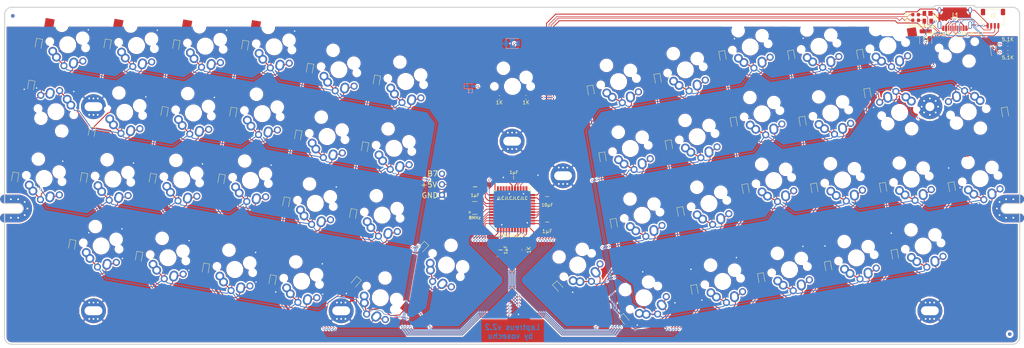
<source format=kicad_pcb>
(kicad_pcb (version 20171130) (host pcbnew "(6.0.0-rc1-dev-1469-g932b9a334)")
  (layers (0 F.Cu signal) (31 B.Cu signal) (34 B.Paste user) (35 F.Paste user) (36 B.SilkS user) (37 F.SilkS user) (38 B.Mask user) (39 F.Mask user) (44 Edge.Cuts user))
  (net 0 "")
  (net 1 "Net-(D2-Pad1)")
  (net 2 "Net-(D3-Pad1)")
  (net 3 "Net-(D4-Pad1)")
  (net 4 "Net-(D5-Pad1)")
  (net 5 /COL1)
  (net 6 "Net-(D7-Pad1)")
  (net 7 "Net-(D8-Pad1)")
  (net 8 "Net-(D9-Pad1)")
  (net 9 "Net-(D10-Pad1)")
  (net 10 /COL2)
  (net 11 "Net-(D14-Pad1)")
  (net 12 "Net-(D15-Pad1)")
  (net 13 /COL3)
  (net 14 "Net-(D17-Pad1)")
  (net 15 "Net-(D18-Pad1)")
  (net 16 "Net-(D19-Pad1)")
  (net 17 "Net-(D20-Pad1)")
  (net 18 /COL4)
  (net 19 "Net-(D22-Pad1)")
  (net 20 "Net-(D23-Pad1)")
  (net 21 /COL5)
  (net 22 "Net-(D27-Pad1)")
  (net 23 "Net-(D28-Pad1)")
  (net 24 "Net-(D29-Pad1)")
  (net 25 "Net-(D30-Pad1)")
  (net 26 /COL7)
  (net 27 "Net-(D34-Pad1)")
  (net 28 "Net-(D35-Pad1)")
  (net 29 "Net-(D37-Pad1)")
  (net 30 /COL8)
  (net 31 "Net-(D39-Pad1)")
  (net 32 "Net-(D40-Pad1)")
  (net 33 "Net-(D41-Pad1)")
  (net 34 "Net-(D42-Pad1)")
  (net 35 /COL9)
  (net 36 "Net-(D44-Pad1)")
  (net 37 "Net-(D47-Pad1)")
  (net 38 /COL10)
  (net 39 /ROW3)
  (net 40 /ROW2)
  (net 41 /ROW1)
  (net 42 /ROW0)
  (net 43 GND)
  (net 44 "Net-(D6-Pad1)")
  (net 45 "Net-(D11-Pad1)")
  (net 46 "Net-(D16-Pad1)")
  (net 47 "Net-(D21-Pad1)")
  (net 48 "Net-(D26-Pad1)")
  (net 49 "Net-(D31-Pad1)")
  (net 50 "Net-(D32-Pad1)")
  (net 51 "Net-(D33-Pad1)")
  (net 52 "Net-(D38-Pad1)")
  (net 53 "Net-(D43-Pad1)")
  (net 54 "Net-(D48-Pad1)")
  (net 55 /COL6)
  (net 56 /RESET)
  (net 57 "Net-(D45-Pad1)")
  (net 58 "Net-(D46-Pad1)")
  (net 59 /COL11)
  (net 60 "Net-(D1-Pad1)")
  (net 61 /COL0)
  (net 62 "Net-(D12-Pad1)")
  (net 63 "Net-(D13-Pad1)")
  (net 64 "Net-(D24-Pad1)")
  (net 65 "Net-(D25-Pad1)")
  (net 66 "Net-(D36-Pad1)")
  (net 67 D+)
  (net 68 D-)
  (net 69 "Net-(J1-Pad10)")
  (net 70 "Net-(J1-Pad4)")
  (net 71 +5V)
  (net 72 +5VRAW)
  (net 73 /HWB)
  (net 74 /DR+)
  (net 75 /DR-)
  (net 76 /UCAP)
  (net 77 /C7-13)
  (net 78 /XTAL1)
  (net 79 /XTAL2)
  (net 80 /B7-LED-STRIP)
  (net 81 "Net-(L1-Pad2)")
  (module "Laptreus v2 Footprints:R_0603_1608Metric_With_Adhesive" (layer F.Cu) (at 229.42417 96.895103)
    (fp_text reference R13)
    (fp_text value 1K (at 0 1.43) (layer F.SilkS))
    (pad 2 smd roundrect (at 0.7875 0) (size 0.875 0.95) (layers F.Cu F.Paste F.Mask) (net 77 /C7-13))
    (pad 1 smd roundrect (at -0.7875 0) (size 0.875 0.95) (layers F.Cu F.Paste F.Mask) (net 81 "Net-(L1-Pad2)"))
  )
  (module "Laptreus v2 Footprints:R_0603_1608Metric_With_Adhesive" (layer F.Cu) (at 372.17417 84.220103 180)
    (fp_text reference R12)
    (fp_text value 5.1K (at 0 -1.5 180) (layer F.SilkS))
    (pad 2 smd roundrect (at 0.7875 0 180) (size 0.875 0.95) (layers F.Cu F.Paste F.Mask) (net 70 "Net-(J1-Pad4)"))
    (pad 1 smd roundrect (at -0.7875 0 180) (size 0.875 0.95) (layers F.Cu F.Paste F.Mask) (net 43 GND))
  )
  (module "Laptreus v2 Footprints:R_0603_1608Metric_With_Adhesive" (layer F.Cu) (at 372.17417 81.970103)
    (fp_text reference R11)
    (fp_text value 5.1K (at 0 -1.35) (layer F.SilkS))
    (pad 2 smd roundrect (at 0.7875 0) (size 0.875 0.95) (layers F.Cu F.Paste F.Mask) (net 43 GND))
    (pad 1 smd roundrect (at -0.7875 0) (size 0.875 0.95) (layers F.Cu F.Paste F.Mask) (net 69 "Net-(J1-Pad10)"))
  )
  (module "Laptreus v2 Footprints:R_0603_1608Metric_With_Adhesive" (layer F.Cu) (at 236.24917 139.720103 90)
    (fp_text reference R10)
    (fp_text value 1K (at 0 1.43 90) (layer F.SilkS))
    (pad 2 smd roundrect (at 0.7875 0 90) (size 0.875 0.95) (layers F.Cu F.Paste F.Mask) (net 73 /HWB))
    (pad 1 smd roundrect (at -0.7875 0 90) (size 0.875 0.95) (layers F.Cu F.Paste F.Mask) (net 43 GND))
  )
  (module "Laptreus v2 Footprints:R_0603_1608Metric_With_Adhesive" (layer F.Cu) (at 346.29917 75.245103 180)
    (fp_text reference R9)
    (fp_text value 22 (at 2.425 0 180) (layer F.SilkS))
    (pad 2 smd roundrect (at 0.7875 0 180) (size 0.875 0.95) (layers F.Cu F.Paste F.Mask) (net 75 /DR-))
    (pad 1 smd roundrect (at -0.7875 0 180) (size 0.875 0.95) (layers F.Cu F.Paste F.Mask) (net 68 D-))
  )
  (module "Laptreus v2 Footprints:R_0603_1608Metric_With_Adhesive" (layer F.Cu) (at 346.29917 73.645103)
    (fp_text reference R8)
    (fp_text value 22 (at -2.425 0) (layer F.SilkS))
    (pad 2 smd roundrect (at 0.7875 0) (size 0.875 0.95) (layers F.Cu F.Paste F.Mask) (net 67 D+))
    (pad 1 smd roundrect (at -0.7875 0) (size 0.875 0.95) (layers F.Cu F.Paste F.Mask) (net 74 /DR+))
  )
  (module "Laptreus v2 Footprints:R_0603_1608Metric_With_Adhesive" (layer F.Cu) (at 236.89966 96.894781)
    (fp_text reference R1)
    (fp_text value 1K (at 0 1.43) (layer F.SilkS))
    (pad 2 smd roundrect (at 0.7875 0) (size 0.875 0.95) (layers F.Cu F.Paste F.Mask) (net 71 +5V))
    (pad 1 smd roundrect (at -0.7875 0) (size 0.875 0.95) (layers F.Cu F.Paste F.Mask) (net 56 /RESET))
  )
  (module "Laptreus v2 Footprints:D_SOD-323_With_Adhesive" (layer F.Cu) (at 368.307564 84.082147 280)
    (fp_text reference D1)
    (fp_text value DIODE)
    (pad 2 smd rect (at 1.05 0 280) (size 0.6 0.45) (layers F.Cu F.Paste F.Mask) (net 59 /COL11))
    (pad 1 smd rect (at -1.05 0 280) (size 0.6 0.45) (layers F.Cu F.Paste F.Mask) (net 60 "Net-(D1-Pad1)"))
  )
  (module "Laptreus v2 Footprints:D_SOD-323_With_Adhesive" (layer F.Cu) (at 109.449661 138.394781 260)
    (fp_text reference D48)
    (fp_text value DIODE)
    (pad 2 smd rect (at 1.05 0 260) (size 0.6 0.45) (layers F.Cu F.Paste F.Mask) (net 61 /COL0))
    (pad 1 smd rect (at -1.05 0 260) (size 0.6 0.45) (layers F.Cu F.Paste F.Mask) (net 54 "Net-(D48-Pad1)"))
  )
  (module "Laptreus v2 Footprints:D_SOD-323_With_Adhesive" (layer F.Cu) (at 128.19966 141.719781 260)
    (fp_text reference D47)
    (fp_text value DIODE)
    (pad 2 smd rect (at 1.05 0 260) (size 0.6 0.45) (layers F.Cu F.Paste F.Mask) (net 5 /COL1))
    (pad 1 smd rect (at -1.05 0 260) (size 0.6 0.45) (layers F.Cu F.Paste F.Mask) (net 37 "Net-(D47-Pad1)"))
  )
  (module "Laptreus v2 Footprints:D_SOD-323_With_Adhesive" (layer F.Cu) (at 146.974661 145.019781 260)
    (fp_text reference D46)
    (fp_text value DIODE)
    (pad 2 smd rect (at 1.05 0 260) (size 0.6 0.45) (layers F.Cu F.Paste F.Mask) (net 10 /COL2))
    (pad 1 smd rect (at -1.05 0 260) (size 0.6 0.45) (layers F.Cu F.Paste F.Mask) (net 58 "Net-(D46-Pad1)"))
  )
  (module "Laptreus v2 Footprints:D_SOD-323_With_Adhesive" (layer F.Cu) (at 165.72466 148.319781 260)
    (fp_text reference D45)
    (fp_text value DIODE)
    (pad 2 smd rect (at 1.05 0 260) (size 0.6 0.45) (layers F.Cu F.Paste F.Mask) (net 13 /COL3))
    (pad 1 smd rect (at -1.05 0 260) (size 0.6 0.45) (layers F.Cu F.Paste F.Mask) (net 57 "Net-(D45-Pad1)"))
  )
  (module "Laptreus v2 Footprints:D_SOD-323_With_Adhesive" (layer F.Cu) (at 189.04917 148.820103 230)
    (fp_text reference D44)
    (fp_text value DIODE)
    (pad 2 smd rect (at 1.05 0 230) (size 0.6 0.45) (layers F.Cu F.Paste F.Mask) (net 18 /COL4))
    (pad 1 smd rect (at -1.05 0 230) (size 0.6 0.45) (layers F.Cu F.Paste F.Mask) (net 36 "Net-(D44-Pad1)"))
  )
  (module "Laptreus v2 Footprints:D_SOD-323_With_Adhesive" (layer F.Cu) (at 207.949659 138.969781 227.5)
    (fp_text reference D43)
    (fp_text value DIODE)
    (pad 2 smd rect (at 1.05 0 227.5) (size 0.6 0.45) (layers F.Cu F.Paste F.Mask) (net 21 /COL5))
    (pad 1 smd rect (at -1.05 0 227.5) (size 0.6 0.45) (layers F.Cu F.Paste F.Mask) (net 53 "Net-(D43-Pad1)"))
  )
  (module "Laptreus v2 Footprints:D_SOD-323_With_Adhesive" (layer F.Cu) (at 245.97417 150.070103 312.5)
    (fp_text reference D42)
    (fp_text value DIODE)
    (pad 2 smd rect (at 1.05 0 312.5) (size 0.6 0.45) (layers F.Cu F.Paste F.Mask) (net 55 /COL6))
    (pad 1 smd rect (at -1.05 0 312.5) (size 0.6 0.45) (layers F.Cu F.Paste F.Mask) (net 34 "Net-(D42-Pad1)"))
  )
  (module "Laptreus v2 Footprints:D_SOD-323_With_Adhesive" (layer F.Cu) (at 264.54917 159.270103 310)
    (fp_text reference D41)
    (fp_text value DIODE)
    (pad 2 smd rect (at 1.05 0 310) (size 0.6 0.45) (layers F.Cu F.Paste F.Mask) (net 26 /COL7))
    (pad 1 smd rect (at -1.05 0 310) (size 0.6 0.45) (layers F.Cu F.Paste F.Mask) (net 33 "Net-(D41-Pad1)"))
  )
  (module "Laptreus v2 Footprints:D_SOD-323_With_Adhesive" (layer F.Cu) (at 284.224661 151.044781 280)
    (fp_text reference D40)
    (fp_text value DIODE)
    (pad 2 smd rect (at 1.05 0 280) (size 0.6 0.45) (layers F.Cu F.Paste F.Mask) (net 30 /COL8))
    (pad 1 smd rect (at -1.05 0 280) (size 0.6 0.45) (layers F.Cu F.Paste F.Mask) (net 32 "Net-(D40-Pad1)"))
  )
  (module "Laptreus v2 Footprints:D_SOD-323_With_Adhesive" (layer F.Cu) (at 302.97466 147.744781 280)
    (fp_text reference D39)
    (fp_text value DIODE)
    (pad 2 smd rect (at 1.05 0 280) (size 0.6 0.45) (layers F.Cu F.Paste F.Mask) (net 35 /COL9))
    (pad 1 smd rect (at -1.05 0 280) (size 0.6 0.45) (layers F.Cu F.Paste F.Mask) (net 31 "Net-(D39-Pad1)"))
  )
  (module "Laptreus v2 Footprints:D_SOD-323_With_Adhesive" (layer F.Cu) (at 321.756553 144.441051 280)
    (fp_text reference D38)
    (fp_text value DIODE)
    (pad 2 smd rect (at 1.05 0 280) (size 0.6 0.45) (layers F.Cu F.Paste F.Mask) (net 38 /COL10))
    (pad 1 smd rect (at -1.05 0 280) (size 0.6 0.45) (layers F.Cu F.Paste F.Mask) (net 52 "Net-(D38-Pad1)"))
  )
  (module "Laptreus v2 Footprints:D_SOD-323_With_Adhesive" (layer F.Cu) (at 340.49966 141.144781 280)
    (fp_text reference D37)
    (fp_text value DIODE)
    (pad 2 smd rect (at 1.05 0 280) (size 0.6 0.45) (layers F.Cu F.Paste F.Mask) (net 59 /COL11))
    (pad 1 smd rect (at -1.05 0 280) (size 0.6 0.45) (layers F.Cu F.Paste F.Mask) (net 29 "Net-(D37-Pad1)"))
  )
  (module "Laptreus v2 Footprints:D_SOD-323_With_Adhesive" (layer F.Cu) (at 93.418107 119.464219 260)
    (fp_text reference D36)
    (fp_text value DIODE)
    (pad 2 smd rect (at 1.05 0 260) (size 0.6 0.45) (layers F.Cu F.Paste F.Mask) (net 61 /COL0))
    (pad 1 smd rect (at -1.05 0 260) (size 0.6 0.45) (layers F.Cu F.Paste F.Mask) (net 66 "Net-(D36-Pad1)"))
  )
  (module "Laptreus v2 Footprints:D_SOD-323_With_Adhesive" (layer F.Cu) (at 112.749659 119.644781 260)
    (fp_text reference D35)
    (fp_text value DIODE)
    (pad 2 smd rect (at 1.05 0 260) (size 0.6 0.45) (layers F.Cu F.Paste F.Mask) (net 5 /COL1))
    (pad 1 smd rect (at -1.05 0 260) (size 0.6 0.45) (layers F.Cu F.Paste F.Mask) (net 28 "Net-(D35-Pad1)"))
  )
  (module "Laptreus v2 Footprints:D_SOD-323_With_Adhesive" (layer F.Cu) (at 132.07466 119.819781 260)
    (fp_text reference D34)
    (fp_text value DIODE)
    (pad 2 smd rect (at 1.05 0 260) (size 0.6 0.45) (layers F.Cu F.Paste F.Mask) (net 10 /COL2))
    (pad 1 smd rect (at -1.05 0 260) (size 0.6 0.45) (layers F.Cu F.Paste F.Mask) (net 27 "Net-(D34-Pad1)"))
  )
  (module "Laptreus v2 Footprints:D_SOD-323_With_Adhesive" (layer F.Cu) (at 151.37466 119.994781 260)
    (fp_text reference D33)
    (fp_text value DIODE)
    (pad 2 smd rect (at 1.05 0 260) (size 0.6 0.45) (layers F.Cu F.Paste F.Mask) (net 13 /COL3))
    (pad 1 smd rect (at -1.05 0 260) (size 0.6 0.45) (layers F.Cu F.Paste F.Mask) (net 51 "Net-(D33-Pad1)"))
  )
  (module "Laptreus v2 Footprints:D_SOD-323_With_Adhesive" (layer F.Cu) (at 169.574659 126.444782 260)
    (fp_text reference D32)
    (fp_text value DIODE)
    (pad 2 smd rect (at 1.05 0 260) (size 0.6 0.45) (layers F.Cu F.Paste F.Mask) (net 18 /COL4))
    (pad 1 smd rect (at -1.05 0 260) (size 0.6 0.45) (layers F.Cu F.Paste F.Mask) (net 50 "Net-(D32-Pad1)"))
  )
  (module "Laptreus v2 Footprints:D_SOD-323_With_Adhesive" (layer F.Cu) (at 188.349661 129.744781 260)
    (fp_text reference D31)
    (fp_text value DIODE)
    (pad 2 smd rect (at 1.05 0 260) (size 0.6 0.45) (layers F.Cu F.Paste F.Mask) (net 21 /COL5))
    (pad 1 smd rect (at -1.05 0 260) (size 0.6 0.45) (layers F.Cu F.Paste F.Mask) (net 49 "Net-(D31-Pad1)"))
  )
  (module "Laptreus v2 Footprints:D_SOD-323_With_Adhesive" (layer F.Cu) (at 261.59966 132.469782 280)
    (fp_text reference D30)
    (fp_text value DIODE)
    (pad 2 smd rect (at 1.05 0 280) (size 0.6 0.45) (layers F.Cu F.Paste F.Mask) (net 55 /COL6))
    (pad 1 smd rect (at -1.05 0 280) (size 0.6 0.45) (layers F.Cu F.Paste F.Mask) (net 25 "Net-(D30-Pad1)"))
  )
  (module "Laptreus v2 Footprints:D_SOD-323_With_Adhesive" (layer F.Cu) (at 280.34966 129.169782 280)
    (fp_text reference D29)
    (fp_text value DIODE)
    (pad 2 smd rect (at 1.05 0 280) (size 0.6 0.45) (layers F.Cu F.Paste F.Mask) (net 26 /COL7))
    (pad 1 smd rect (at -1.05 0 280) (size 0.6 0.45) (layers F.Cu F.Paste F.Mask) (net 24 "Net-(D29-Pad1)"))
  )
  (module "Laptreus v2 Footprints:D_SOD-323_With_Adhesive" (layer F.Cu) (at 298.57466 122.719781 280)
    (fp_text reference D28)
    (fp_text value DIODE)
    (pad 2 smd rect (at 1.05 0 280) (size 0.6 0.45) (layers F.Cu F.Paste F.Mask) (net 30 /COL8))
    (pad 1 smd rect (at -1.05 0 280) (size 0.6 0.45) (layers F.Cu F.Paste F.Mask) (net 23 "Net-(D28-Pad1)"))
  )
  (module "Laptreus v2 Footprints:D_SOD-323_With_Adhesive" (layer F.Cu) (at 317.87466 122.544781 280)
    (fp_text reference D27)
    (fp_text value DIODE)
    (pad 2 smd rect (at 1.05 0 280) (size 0.6 0.45) (layers F.Cu F.Paste F.Mask) (net 35 /COL9))
    (pad 1 smd rect (at -1.05 0 280) (size 0.6 0.45) (layers F.Cu F.Paste F.Mask) (net 22 "Net-(D27-Pad1)"))
  )
  (module "Laptreus v2 Footprints:D_SOD-323_With_Adhesive" (layer F.Cu) (at 337.19966 122.369782 280)
    (fp_text reference D26)
    (fp_text value DIODE)
    (pad 2 smd rect (at 1.05 0 280) (size 0.6 0.45) (layers F.Cu F.Paste F.Mask) (net 38 /COL10))
    (pad 1 smd rect (at -1.05 0 280) (size 0.6 0.45) (layers F.Cu F.Paste F.Mask) (net 48 "Net-(D26-Pad1)"))
  )
  (module "Laptreus v2 Footprints:D_SOD-323_With_Adhesive" (layer F.Cu) (at 356.49966 122.194781 280)
    (fp_text reference D25)
    (fp_text value DIODE)
    (pad 2 smd rect (at 1.05 0 280) (size 0.6 0.45) (layers F.Cu F.Paste F.Mask) (net 59 /COL11))
    (pad 1 smd rect (at -1.05 0 280) (size 0.6 0.45) (layers F.Cu F.Paste F.Mask) (net 65 "Net-(D25-Pad1)"))
  )
  (module "Laptreus v2 Footprints:D_SOD-323_With_Adhesive" (layer F.Cu) (at 97.929693 93.669179 260)
    (fp_text reference D24)
    (fp_text value DIODE)
    (pad 2 smd rect (at 1.05 0 260) (size 0.6 0.45) (layers F.Cu F.Paste F.Mask) (net 61 /COL0))
    (pad 1 smd rect (at -1.05 0 260) (size 0.6 0.45) (layers F.Cu F.Paste F.Mask) (net 64 "Net-(D24-Pad1)"))
  )
  (module "Laptreus v2 Footprints:D_SOD-323_With_Adhesive" (layer F.Cu) (at 114.975505 106.702152 260)
    (fp_text reference D23)
    (fp_text value DIODE)
    (pad 2 smd rect (at 1.05 0 260) (size 0.6 0.45) (layers F.Cu F.Paste F.Mask) (net 5 /COL1))
    (pad 1 smd rect (at -1.05 0 260) (size 0.6 0.45) (layers F.Cu F.Paste F.Mask) (net 20 "Net-(D23-Pad1)"))
  )
  (module "Laptreus v2 Footprints:D_SOD-323_With_Adhesive" (layer F.Cu) (at 135.37466 101.069781 260)
    (fp_text reference D22)
    (fp_text value DIODE)
    (pad 2 smd rect (at 1.05 0 260) (size 0.6 0.45) (layers F.Cu F.Paste F.Mask) (net 10 /COL2))
    (pad 1 smd rect (at -1.05 0 260) (size 0.6 0.45) (layers F.Cu F.Paste F.Mask) (net 19 "Net-(D22-Pad1)"))
  )
  (module "Laptreus v2 Footprints:D_SOD-323_With_Adhesive" (layer F.Cu) (at 154.67466 101.244782 260)
    (fp_text reference D21)
    (fp_text value DIODE)
    (pad 2 smd rect (at 1.05 0 260) (size 0.6 0.45) (layers F.Cu F.Paste F.Mask) (net 13 /COL3))
    (pad 1 smd rect (at -1.05 0 260) (size 0.6 0.45) (layers F.Cu F.Paste F.Mask) (net 47 "Net-(D21-Pad1)"))
  )
  (module "Laptreus v2 Footprints:D_SOD-323_With_Adhesive" (layer F.Cu) (at 172.89966 107.669781 260)
    (fp_text reference D20)
    (fp_text value DIODE)
    (pad 2 smd rect (at 1.05 0 260) (size 0.6 0.45) (layers F.Cu F.Paste F.Mask) (net 18 /COL4))
    (pad 1 smd rect (at -1.05 0 260) (size 0.6 0.45) (layers F.Cu F.Paste F.Mask) (net 17 "Net-(D20-Pad1)"))
  )
  (module "Laptreus v2 Footprints:D_SOD-323_With_Adhesive" (layer F.Cu) (at 191.649661 110.969781 260)
    (fp_text reference D19)
    (fp_text value DIODE)
    (pad 2 smd rect (at 1.05 0 260) (size 0.6 0.45) (layers F.Cu F.Paste F.Mask) (net 21 /COL5))
    (pad 1 smd rect (at -1.05 0 260) (size 0.6 0.45) (layers F.Cu F.Paste F.Mask) (net 16 "Net-(D19-Pad1)"))
  )
  (module "Laptreus v2 Footprints:D_SOD-323_With_Adhesive" (layer F.Cu) (at 258.42417 113.820103 280)
    (fp_text reference D18)
    (fp_text value DIODE)
    (pad 2 smd rect (at 1.05 0 280) (size 0.6 0.45) (layers F.Cu F.Paste F.Mask) (net 55 /COL6))
    (pad 1 smd rect (at -1.05 0 280) (size 0.6 0.45) (layers F.Cu F.Paste F.Mask) (net 15 "Net-(D18-Pad1)"))
  )
  (module "Laptreus v2 Footprints:D_SOD-323_With_Adhesive" (layer F.Cu) (at 277.04966 110.419782 280)
    (fp_text reference D17)
    (fp_text value DIODE)
    (pad 2 smd rect (at 1.05 0 280) (size 0.6 0.45) (layers F.Cu F.Paste F.Mask) (net 26 /COL7))
    (pad 1 smd rect (at -1.05 0 280) (size 0.6 0.45) (layers F.Cu F.Paste F.Mask) (net 14 "Net-(D17-Pad1)"))
  )
  (module "Laptreus v2 Footprints:D_SOD-323_With_Adhesive" (layer F.Cu) (at 295.27466 103.969782 280)
    (fp_text reference D16)
    (fp_text value DIODE)
    (pad 2 smd rect (at 1.05 0 280) (size 0.6 0.45) (layers F.Cu F.Paste F.Mask) (net 30 /COL8))
    (pad 1 smd rect (at -1.05 0 280) (size 0.6 0.45) (layers F.Cu F.Paste F.Mask) (net 46 "Net-(D16-Pad1)"))
  )
  (module "Laptreus v2 Footprints:D_SOD-323_With_Adhesive" (layer F.Cu) (at 314.574661 103.79105 280)
    (fp_text reference D15)
    (fp_text value DIODE)
    (pad 2 smd rect (at 1.05 0 280) (size 0.6 0.45) (layers F.Cu F.Paste F.Mask) (net 35 /COL9))
    (pad 1 smd rect (at -1.05 0 280) (size 0.6 0.45) (layers F.Cu F.Paste F.Mask) (net 12 "Net-(D15-Pad1)"))
  )
  (module "Laptreus v2 Footprints:D_SOD-323_With_Adhesive" (layer F.Cu) (at 332.816059 95.874332 280)
    (fp_text reference D14)
    (fp_text value DIODE)
    (pad 2 smd rect (at 1.05 0 280) (size 0.6 0.45) (layers F.Cu F.Paste F.Mask) (net 38 /COL10))
    (pad 1 smd rect (at -1.05 0 280) (size 0.6 0.45) (layers F.Cu F.Paste F.Mask) (net 11 "Net-(D14-Pad1)"))
  )
  (module "Laptreus v2 Footprints:D_SOD-323_With_Adhesive" (layer F.Cu) (at 371.417767 101.198512 280)
    (fp_text reference D13)
    (fp_text value DIODE)
    (pad 2 smd rect (at 1.05 0 280) (size 0.6 0.45) (layers F.Cu F.Paste F.Mask) (net 59 /COL11))
    (pad 1 smd rect (at -1.05 0 280) (size 0.6 0.45) (layers F.Cu F.Paste F.Mask) (net 63 "Net-(D13-Pad1)"))
  )
  (module "Laptreus v2 Footprints:D_SOD-323_With_Adhesive" (layer F.Cu) (at 100.04917 81.920103 260)
    (fp_text reference D12)
    (fp_text value DIODE)
    (pad 2 smd rect (at 1.05 0 260) (size 0.6 0.45) (layers F.Cu F.Paste F.Mask) (net 61 /COL0))
    (pad 1 smd rect (at -1.05 0 260) (size 0.6 0.45) (layers F.Cu F.Paste F.Mask) (net 62 "Net-(D12-Pad1)"))
  )
  (module "Laptreus v2 Footprints:D_SOD-323_With_Adhesive" (layer F.Cu) (at 119.37466 82.119782 260)
    (fp_text reference D11)
    (fp_text value DIODE)
    (pad 2 smd rect (at 1.05 0 260) (size 0.6 0.45) (layers F.Cu F.Paste F.Mask) (net 5 /COL1))
    (pad 1 smd rect (at -1.05 0 260) (size 0.6 0.45) (layers F.Cu F.Paste F.Mask) (net 45 "Net-(D11-Pad1)"))
  )
  (module "Laptreus v2 Footprints:D_SOD-323_With_Adhesive" (layer F.Cu) (at 138.67466 82.294781 260)
    (fp_text reference D10)
    (fp_text value DIODE)
    (pad 2 smd rect (at 1.05 0 260) (size 0.6 0.45) (layers F.Cu F.Paste F.Mask) (net 10 /COL2))
    (pad 1 smd rect (at -1.05 0 260) (size 0.6 0.45) (layers F.Cu F.Paste F.Mask) (net 9 "Net-(D10-Pad1)"))
  )
  (module "Laptreus v2 Footprints:D_SOD-323_With_Adhesive" (layer F.Cu) (at 157.999661 82.469781 260)
    (fp_text reference D9)
    (fp_text value DIODE)
    (pad 2 smd rect (at 1.05 0 260) (size 0.6 0.45) (layers F.Cu F.Paste F.Mask) (net 13 /COL3))
    (pad 1 smd rect (at -1.05 0 260) (size 0.6 0.45) (layers F.Cu F.Paste F.Mask) (net 8 "Net-(D9-Pad1)"))
  )
  (module "Laptreus v2 Footprints:D_SOD-323_With_Adhesive" (layer F.Cu) (at 176.199661 88.919781 260)
    (fp_text reference D8)
    (fp_text value DIODE)
    (pad 2 smd rect (at 1.05 0 260) (size 0.6 0.45) (layers F.Cu F.Paste F.Mask) (net 18 /COL4))
    (pad 1 smd rect (at -1.05 0 260) (size 0.6 0.45) (layers F.Cu F.Paste F.Mask) (net 7 "Net-(D8-Pad1)"))
  )
  (module "Laptreus v2 Footprints:D_SOD-323_With_Adhesive" (layer F.Cu) (at 194.97466 92.219781 260)
    (fp_text reference D7)
    (fp_text value DIODE)
    (pad 2 smd rect (at 1.05 0 260) (size 0.6 0.45) (layers F.Cu F.Paste F.Mask) (net 21 /COL5))
    (pad 1 smd rect (at -1.05 0 260) (size 0.6 0.45) (layers F.Cu F.Paste F.Mask) (net 6 "Net-(D7-Pad1)"))
  )
  (module "Laptreus v2 Footprints:D_SOD-323_With_Adhesive" (layer F.Cu) (at 255.09917 95.070103 280)
    (fp_text reference D6)
    (fp_text value DIODE)
    (pad 2 smd rect (at 1.05 0 280) (size 0.6 0.45) (layers F.Cu F.Paste F.Mask) (net 55 /COL6))
    (pad 1 smd rect (at -1.05 0 280) (size 0.6 0.45) (layers F.Cu F.Paste F.Mask) (net 44 "Net-(D6-Pad1)"))
  )
  (module "Laptreus v2 Footprints:D_SOD-323_With_Adhesive" (layer F.Cu) (at 273.89917 91.770103 280)
    (fp_text reference D5)
    (fp_text value DIODE)
    (pad 2 smd rect (at 1.05 0 280) (size 0.6 0.45) (layers F.Cu F.Paste F.Mask) (net 26 /COL7))
    (pad 1 smd rect (at -1.05 0 280) (size 0.6 0.45) (layers F.Cu F.Paste F.Mask) (net 4 "Net-(D5-Pad1)"))
  )
  (module "Laptreus v2 Footprints:D_SOD-323_With_Adhesive" (layer F.Cu) (at 292.09917 85.345103 280)
    (fp_text reference D4)
    (fp_text value DIODE)
    (pad 2 smd rect (at 1.05 0 280) (size 0.6 0.45) (layers F.Cu F.Paste F.Mask) (net 30 /COL8))
    (pad 1 smd rect (at -1.05 0 280) (size 0.6 0.45) (layers F.Cu F.Paste F.Mask) (net 3 "Net-(D4-Pad1)"))
  )
  (module "Laptreus v2 Footprints:D_SOD-323_With_Adhesive" (layer F.Cu) (at 311.42417 85.170103 280)
    (fp_text reference D3)
    (fp_text value DIODE)
    (pad 2 smd rect (at 1.05 0 280) (size 0.6 0.45) (layers F.Cu F.Paste F.Mask) (net 35 /COL9))
    (pad 1 smd rect (at -1.05 0 280) (size 0.6 0.45) (layers F.Cu F.Paste F.Mask) (net 2 "Net-(D3-Pad1)"))
  )
  (module "Laptreus v2 Footprints:D_SOD-323_With_Adhesive" (layer F.Cu) (at 330.77417 84.995103 280)
    (fp_text reference D2)
    (fp_text value DIODE)
    (pad 2 smd rect (at 1.05 0 280) (size 0.6 0.45) (layers F.Cu F.Paste F.Mask) (net 38 /COL10))
    (pad 1 smd rect (at -1.05 0 280) (size 0.6 0.45) (layers F.Cu F.Paste F.Mask) (net 1 "Net-(D2-Pad1)"))
  )
  (module "Laptreus v2 Footprints:SOT-143_With_Adhesive" (layer F.Cu) (at 349.69917 74.395103 270)
    (fp_text reference U6 (at 0.02 -2.38 270) (layer F.SilkS))
    (fp_text value PRTR5V0U2X (at 2.525 1.425) (layer F.SilkS) (effects (font (size 0.85 0.85))))
    (pad 1 smd rect (at -1.1 -0.77 180) (size 1.2 1.4) (layers F.Cu F.Paste F.Mask) (net 43 GND))
    (pad 2 smd rect (at -1.1 0.95 180) (size 1 1.4) (layers F.Cu F.Paste F.Mask) (net 67 D+))
    (pad 3 smd rect (at 1.1 0.95 180) (size 1 1.4) (layers F.Cu F.Paste F.Mask) (net 68 D-))
    (pad 4 smd rect (at 1.1 -0.95 180) (size 1 1.4) (layers F.Cu F.Paste F.Mask) (net 71 +5V))
  )
  (module "Laptreus v2 Footprints:Hybrid_Kailh_MX_Choc_Socket_Through_Hole_With_Diode" (layer F.Cu) (at 338.477359 82.364959 10)
    (fp_text reference SW2)
    (fp_text value Q hide)
    (pad 1 thru_hole circle (at -2.5 3.999999 10) (size 2.5 2.5) (drill 1.5) (layers *.Cu *.Mask) (net 42 /ROW0))
    (pad 1 thru_hole circle (at -3.81 2.54 10) (size 2.5 2.5) (drill 1.5) (layers *.Cu *.Mask) (net 42 /ROW0))
    (pad "" np_thru_hole circle (at 0 0 10) (size 3.98018 3.98018) (drill 3.98018) (layers *.Cu *.Mask))
    (pad "" np_thru_hole circle (at -2.54 -5.08 10) (size 3 3) (drill 3) (layers *.Cu *.Mask))
    (pad "" np_thru_hole circle (at 3.81 -2.54 10) (size 3 3) (drill 3) (layers *.Cu *.Mask))
    (pad "" np_thru_hole circle (at -5.08 0 10) (size 1.67 1.67) (drill 1.67) (layers *.Cu *.Mask))
    (pad "" np_thru_hole circle (at 5.08 0 10) (size 1.67 1.67) (drill 1.67) (layers *.Cu *.Mask))
    (pad 2 thru_hole oval (at 2.52 4.79 6.1) (size 2.5 3.08) (drill oval 1.5 2.08) (layers *.Cu *.Mask) (net 1 "Net-(D2-Pad1)"))
    (pad 1 thru_hole circle (at 0 6 10) (size 2 2) (drill 1.2) (layers *.Cu *.Mask) (net 42 /ROW0))
    (pad 1 smd rect (at 7.35 -2.54 10) (size 2.55 2.5) (layers F.Cu F.Paste F.Mask) (net 42 /ROW0))
    (pad 2 thru_hole circle (at 5 3.800001 10) (size 2 2) (drill 1.2) (layers *.Cu *.Mask) (net 1 "Net-(D2-Pad1)"))
    (pad 2 smd rect (at -6.09 -5.08 10) (size 2.55 2.5) (layers F.Cu F.Paste F.Mask) (net 1 "Net-(D2-Pad1)"))
    (pad 1 smd custom (at 7.35 -2.54 10) (size 2 2) (layers F.Cu) (net 42 /ROW0) (options (clearance outline) (anchor rect)) (primitives (gr_line (start -7.35 6.84) (end -7.35 8.64) (width 0.25)) (gr_line (start -0.05 2.74) (end -1.85 4.54) (width 0.25)) (gr_line (start -0.05 0.04) (end -0.05 2.74) (width 0.25)) (gr_line (start -11.16 5.08) (end -9.85 6.54) (width 0.25)) (gr_line (start -1.85 4.54) (end -5.025 4.54) (width 0.25)) (gr_circle (center -11.16 5.08) (end -10.85 5.08) (width 1.25)) (gr_poly (pts (xy -0.95 -0.96) (xy 0.95 -0.96) (xy 0.95 0.94) (xy -0.95 0.94)) (width 0.1)) (gr_circle (center -9.85 6.54) (end -9.6 6.54) (width 1.25)) (gr_circle (center -7.35 8.54) (end -7.1 8.54) (width 1)) (gr_line (start -9.85 6.54) (end -7.35 8.54) (width 0.3)) (gr_line (start -5.05 4.54) (end -7.35 6.84) (width 0.25))))
    (pad 2 smd custom (at 5 3.800001 10) (size 2 2) (layers F.Cu) (net 1 "Net-(D2-Pad1)") (options (clearance outline) (anchor circle)) (primitives (gr_line (start -3.4 3.999999) (end -6.8 3.999999) (width 0.25)) (gr_line (start -11.2 -0.400001) (end -11.2 -1.900001) (width 0.25)) (gr_line (start -6.8 3.999999) (end -11.2 -0.400001) (width 0.25)) (gr_line (start -2.5 3.099999) (end -2.500001 1.099999) (width 0.25)) (gr_line (start -2.000001 1.199999) (end -0.000001 -0.050001) (width 0.25)) (gr_circle (center -0.000001 -0.000001) (end 0.499999 -0.000001) (width 1)) (gr_line (start -13.1 -3.800001) (end -11.2 -1.900001) (width 0.25)) (gr_line (start -13.1 -6.800001) (end -13.1 -3.800001) (width 0.25)) (gr_circle (center -2.480001 0.989999) (end -1.855001 0.989999) (width 1.25)) (gr_line (start -2.5 3.099999) (end -3.4 3.999999) (width 0.25)) (gr_line (start -11.1 -8.800001) (end -13.1 -6.800001) (width 0.25))))
  )
  (module "Laptreus v2 Footprints:Hybrid_Kailh_MX_Choc_Socket_Through_Hole_With_Diode" (layer F.Cu) (at 184.355386 89.119613 350)
    (fp_text reference SW8)
    (fp_text value U hide)
    (pad 1 thru_hole circle (at -2.5 3.999999 350) (size 2.5 2.5) (drill 1.5) (layers *.Cu *.Mask) (net 42 /ROW0))
    (pad 1 thru_hole circle (at -3.81 2.54 350) (size 2.5 2.5) (drill 1.5) (layers *.Cu *.Mask) (net 42 /ROW0))
    (pad "" np_thru_hole circle (at 0 0 350) (size 3.98018 3.98018) (drill 3.98018) (layers *.Cu *.Mask))
    (pad "" np_thru_hole circle (at -2.54 -5.08 350) (size 3 3) (drill 3) (layers *.Cu *.Mask))
    (pad "" np_thru_hole circle (at 3.81 -2.54 350) (size 3 3) (drill 3) (layers *.Cu *.Mask))
    (pad "" np_thru_hole circle (at -5.08 0 350) (size 1.67 1.67) (drill 1.67) (layers *.Cu *.Mask))
    (pad "" np_thru_hole circle (at 5.08 0 350) (size 1.67 1.67) (drill 1.67) (layers *.Cu *.Mask))
    (pad 2 thru_hole oval (at 2.52 4.79 346.1) (size 2.5 3.08) (drill oval 1.5 2.08) (layers *.Cu *.Mask) (net 7 "Net-(D8-Pad1)"))
    (pad 1 thru_hole circle (at 0 6 350) (size 2 2) (drill 1.2) (layers *.Cu *.Mask) (net 42 /ROW0))
    (pad 1 smd rect (at 7.35 -2.54 350) (size 2.55 2.5) (layers F.Cu F.Paste F.Mask) (net 42 /ROW0))
    (pad 2 thru_hole circle (at 5 3.800001 350) (size 2 2) (drill 1.2) (layers *.Cu *.Mask) (net 7 "Net-(D8-Pad1)"))
    (pad 2 smd rect (at -6.09 -5.08 350) (size 2.55 2.5) (layers F.Cu F.Paste F.Mask) (net 7 "Net-(D8-Pad1)"))
    (pad 1 smd custom (at 7.35 -2.54 350) (size 2 2) (layers F.Cu) (net 42 /ROW0) (options (clearance outline) (anchor rect)) (primitives (gr_line (start -7.35 6.84) (end -7.35 8.64) (width 0.25)) (gr_line (start -0.05 2.74) (end -1.85 4.54) (width 0.25)) (gr_line (start -0.05 0.04) (end -0.05 2.74) (width 0.25)) (gr_line (start -11.16 5.08) (end -9.85 6.54) (width 0.25)) (gr_line (start -1.85 4.54) (end -5.025 4.54) (width 0.25)) (gr_circle (center -11.16 5.08) (end -10.85 5.08) (width 1.25)) (gr_poly (pts (xy -0.95 -0.96) (xy 0.95 -0.96) (xy 0.95 0.94) (xy -0.95 0.94)) (width 0.1)) (gr_circle (center -9.85 6.54) (end -9.6 6.54) (width 1.25)) (gr_circle (center -7.35 8.54) (end -7.1 8.54) (width 1)) (gr_line (start -9.85 6.54) (end -7.35 8.54) (width 0.3)) (gr_line (start -5.05 4.54) (end -7.35 6.84) (width 0.25))))
    (pad 2 smd custom (at 5 3.800001 350) (size 2 2) (layers F.Cu) (net 7 "Net-(D8-Pad1)") (options (clearance outline) (anchor circle)) (primitives (gr_line (start -3.4 3.999999) (end -6.8 3.999999) (width 0.25)) (gr_line (start -11.2 -0.400001) (end -11.2 -1.900001) (width 0.25)) (gr_line (start -6.8 3.999999) (end -11.2 -0.400001) (width 0.25)) (gr_line (start -2.5 3.099999) (end -2.500001 1.099999) (width 0.25)) (gr_line (start -2.000001 1.199999) (end -0.000001 -0.050001) (width 0.25)) (gr_circle (center -0.000001 -0.000001) (end 0.499999 -0.000001) (width 1)) (gr_line (start -13.1 -3.800001) (end -11.2 -1.900001) (width 0.25)) (gr_line (start -13.1 -6.800001) (end -13.1 -3.800001) (width 0.25)) (gr_circle (center -2.480001 0.989999) (end -1.855001 0.989999) (width 1.25)) (gr_line (start -2.5 3.099999) (end -3.4 3.999999) (width 0.25)) (gr_line (start -11.1 -8.800001) (end -13.1 -6.800001) (width 0.25))))
  )
  (module "Laptreus v2 Footprints:Hybrid_Kailh_MX_Choc_Socket_Through_Hole_With_Diode" (layer F.Cu) (at 319.165438 82.546194 10)
    (fp_text reference SW3)
    (fp_text value W hide)
    (pad 1 thru_hole circle (at -2.5 3.999999 10) (size 2.5 2.5) (drill 1.5) (layers *.Cu *.Mask) (net 42 /ROW0))
    (pad 1 thru_hole circle (at -3.81 2.54 10) (size 2.5 2.5) (drill 1.5) (layers *.Cu *.Mask) (net 42 /ROW0))
    (pad "" np_thru_hole circle (at 0 0 10) (size 3.98018 3.98018) (drill 3.98018) (layers *.Cu *.Mask))
    (pad "" np_thru_hole circle (at -2.54 -5.08 10) (size 3 3) (drill 3) (layers *.Cu *.Mask))
    (pad "" np_thru_hole circle (at 3.81 -2.54 10) (size 3 3) (drill 3) (layers *.Cu *.Mask))
    (pad "" np_thru_hole circle (at -5.08 0 10) (size 1.67 1.67) (drill 1.67) (layers *.Cu *.Mask))
    (pad "" np_thru_hole circle (at 5.08 0 10) (size 1.67 1.67) (drill 1.67) (layers *.Cu *.Mask))
    (pad 2 thru_hole oval (at 2.52 4.79 6.1) (size 2.5 3.08) (drill oval 1.5 2.08) (layers *.Cu *.Mask) (net 2 "Net-(D3-Pad1)"))
    (pad 1 thru_hole circle (at 0 6 10) (size 2 2) (drill 1.2) (layers *.Cu *.Mask) (net 42 /ROW0))
    (pad 1 smd rect (at 7.35 -2.54 10) (size 2.55 2.5) (layers F.Cu F.Paste F.Mask) (net 42 /ROW0))
    (pad 2 thru_hole circle (at 5 3.800001 10) (size 2 2) (drill 1.2) (layers *.Cu *.Mask) (net 2 "Net-(D3-Pad1)"))
    (pad 2 smd rect (at -6.09 -5.08 10) (size 2.55 2.5) (layers F.Cu F.Paste F.Mask) (net 2 "Net-(D3-Pad1)"))
    (pad 1 smd custom (at 7.35 -2.54 10) (size 2 2) (layers F.Cu) (net 42 /ROW0) (options (clearance outline) (anchor rect)) (primitives (gr_line (start -7.35 6.84) (end -7.35 8.64) (width 0.25)) (gr_line (start -0.05 2.74) (end -1.85 4.54) (width 0.25)) (gr_line (start -0.05 0.04) (end -0.05 2.74) (width 0.25)) (gr_line (start -11.16 5.08) (end -9.85 6.54) (width 0.25)) (gr_line (start -1.85 4.54) (end -5.025 4.54) (width 0.25)) (gr_circle (center -11.16 5.08) (end -10.85 5.08) (width 1.25)) (gr_poly (pts (xy -0.95 -0.96) (xy 0.95 -0.96) (xy 0.95 0.94) (xy -0.95 0.94)) (width 0.1)) (gr_circle (center -9.85 6.54) (end -9.6 6.54) (width 1.25)) (gr_circle (center -7.35 8.54) (end -7.1 8.54) (width 1)) (gr_line (start -9.85 6.54) (end -7.35 8.54) (width 0.3)) (gr_line (start -5.05 4.54) (end -7.35 6.84) (width 0.25))))
    (pad 2 smd custom (at 5 3.800001 10) (size 2 2) (layers F.Cu) (net 2 "Net-(D3-Pad1)") (options (clearance outline) (anchor circle)) (primitives (gr_line (start -3.4 3.999999) (end -6.8 3.999999) (width 0.25)) (gr_line (start -11.2 -0.400001) (end -11.2 -1.900001) (width 0.25)) (gr_line (start -6.8 3.999999) (end -11.2 -0.400001) (width 0.25)) (gr_line (start -2.5 3.099999) (end -2.500001 1.099999) (width 0.25)) (gr_line (start -2.000001 1.199999) (end -0.000001 -0.050001) (width 0.25)) (gr_circle (center -0.000001 -0.000001) (end 0.499999 -0.000001) (width 1)) (gr_line (start -13.1 -3.800001) (end -11.2 -1.900001) (width 0.25)) (gr_line (start -13.1 -6.800001) (end -13.1 -3.800001) (width 0.25)) (gr_circle (center -2.480001 0.989999) (end -1.855001 0.989999) (width 1.25)) (gr_line (start -2.5 3.099999) (end -3.4 3.999999) (width 0.25)) (gr_line (start -11.1 -8.800001) (end -13.1 -6.800001) (width 0.25))))
  )
  (module "Laptreus v2 Footprints:Hybrid_Kailh_MX_Choc_Socket_Through_Hole_With_Diode" (layer F.Cu) (at 181.04739 107.880199 350)
    (fp_text reference SW20)
    (fp_text value J/RAISE hide)
    (pad 1 thru_hole circle (at -2.5 3.999999 350) (size 2.5 2.5) (drill 1.5) (layers *.Cu *.Mask) (net 41 /ROW1))
    (pad 1 thru_hole circle (at -3.81 2.54 350) (size 2.5 2.5) (drill 1.5) (layers *.Cu *.Mask) (net 41 /ROW1))
    (pad "" np_thru_hole circle (at 0 0 350) (size 3.98018 3.98018) (drill 3.98018) (layers *.Cu *.Mask))
    (pad "" np_thru_hole circle (at -2.54 -5.08 350) (size 3 3) (drill 3) (layers *.Cu *.Mask))
    (pad "" np_thru_hole circle (at 3.81 -2.54 350) (size 3 3) (drill 3) (layers *.Cu *.Mask))
    (pad "" np_thru_hole circle (at -5.08 0 350) (size 1.67 1.67) (drill 1.67) (layers *.Cu *.Mask))
    (pad "" np_thru_hole circle (at 5.08 0 350) (size 1.67 1.67) (drill 1.67) (layers *.Cu *.Mask))
    (pad 2 thru_hole oval (at 2.52 4.79 346.1) (size 2.5 3.08) (drill oval 1.5 2.08) (layers *.Cu *.Mask) (net 17 "Net-(D20-Pad1)"))
    (pad 1 thru_hole circle (at 0 6 350) (size 2 2) (drill 1.2) (layers *.Cu *.Mask) (net 41 /ROW1))
    (pad 1 smd rect (at 7.35 -2.54 350) (size 2.55 2.5) (layers F.Cu F.Paste F.Mask) (net 41 /ROW1))
    (pad 2 thru_hole circle (at 5 3.800001 350) (size 2 2) (drill 1.2) (layers *.Cu *.Mask) (net 17 "Net-(D20-Pad1)"))
    (pad 2 smd rect (at -6.09 -5.08 350) (size 2.55 2.5) (layers F.Cu F.Paste F.Mask) (net 17 "Net-(D20-Pad1)"))
    (pad 1 smd custom (at 7.35 -2.54 350) (size 2 2) (layers F.Cu) (net 41 /ROW1) (options (clearance outline) (anchor rect)) (primitives (gr_line (start -7.35 6.84) (end -7.35 8.64) (width 0.25)) (gr_line (start -0.05 2.74) (end -1.85 4.54) (width 0.25)) (gr_line (start -0.05 0.04) (end -0.05 2.74) (width 0.25)) (gr_line (start -11.16 5.08) (end -9.85 6.54) (width 0.25)) (gr_line (start -1.85 4.54) (end -5.025 4.54) (width 0.25)) (gr_circle (center -11.16 5.08) (end -10.85 5.08) (width 1.25)) (gr_poly (pts (xy -0.95 -0.96) (xy 0.95 -0.96) (xy 0.95 0.94) (xy -0.95 0.94)) (width 0.1)) (gr_circle (center -9.85 6.54) (end -9.6 6.54) (width 1.25)) (gr_circle (center -7.35 8.54) (end -7.1 8.54) (width 1)) (gr_line (start -9.85 6.54) (end -7.35 8.54) (width 0.3)) (gr_line (start -5.05 4.54) (end -7.35 6.84) (width 0.25))))
    (pad 2 smd custom (at 5 3.800001 350) (size 2 2) (layers F.Cu) (net 17 "Net-(D20-Pad1)") (options (clearance outline) (anchor circle)) (primitives (gr_line (start -3.4 3.999999) (end -6.8 3.999999) (width 0.25)) (gr_line (start -11.2 -0.400001) (end -11.2 -1.900001) (width 0.25)) (gr_line (start -6.8 3.999999) (end -11.2 -0.400001) (width 0.25)) (gr_line (start -2.5 3.099999) (end -2.500001 1.099999) (width 0.25)) (gr_line (start -2.000001 1.199999) (end -0.000001 -0.050001) (width 0.25)) (gr_circle (center -0.000001 -0.000001) (end 0.499999 -0.000001) (width 1)) (gr_line (start -13.1 -3.800001) (end -11.2 -1.900001) (width 0.25)) (gr_line (start -13.1 -6.800001) (end -13.1 -3.800001) (width 0.25)) (gr_circle (center -2.480001 0.989999) (end -1.855001 0.989999) (width 1.25)) (gr_line (start -2.5 3.099999) (end -3.4 3.999999) (width 0.25)) (gr_line (start -11.1 -8.800001) (end -13.1 -6.800001) (width 0.25))))
  )
  (module "Laptreus v2 Footprints:Hybrid_Kailh_MX_Choc_Socket_Through_Hole_With_Diode" (layer F.Cu) (at 196.499979 129.948786 350)
    (fp_text reference SW31)
    (fp_text value N hide)
    (pad 1 thru_hole circle (at -2.5 3.999999 350) (size 2.5 2.5) (drill 1.5) (layers *.Cu *.Mask) (net 40 /ROW2))
    (pad 1 thru_hole circle (at -3.81 2.54 350) (size 2.5 2.5) (drill 1.5) (layers *.Cu *.Mask) (net 40 /ROW2))
    (pad "" np_thru_hole circle (at 0 0 350) (size 3.98018 3.98018) (drill 3.98018) (layers *.Cu *.Mask))
    (pad "" np_thru_hole circle (at -2.54 -5.08 350) (size 3 3) (drill 3) (layers *.Cu *.Mask))
    (pad "" np_thru_hole circle (at 3.81 -2.54 350) (size 3 3) (drill 3) (layers *.Cu *.Mask))
    (pad "" np_thru_hole circle (at -5.08 0 350) (size 1.67 1.67) (drill 1.67) (layers *.Cu *.Mask))
    (pad "" np_thru_hole circle (at 5.08 0 350) (size 1.67 1.67) (drill 1.67) (layers *.Cu *.Mask))
    (pad 2 thru_hole oval (at 2.52 4.79 346.1) (size 2.5 3.08) (drill oval 1.5 2.08) (layers *.Cu *.Mask) (net 49 "Net-(D31-Pad1)"))
    (pad 1 thru_hole circle (at 0 6 350) (size 2 2) (drill 1.2) (layers *.Cu *.Mask) (net 40 /ROW2))
    (pad 1 smd rect (at 7.35 -2.54 350) (size 2.55 2.5) (layers F.Cu F.Paste F.Mask) (net 40 /ROW2))
    (pad 2 thru_hole circle (at 5 3.800001 350) (size 2 2) (drill 1.2) (layers *.Cu *.Mask) (net 49 "Net-(D31-Pad1)"))
    (pad 2 smd rect (at -6.09 -5.08 350) (size 2.55 2.5) (layers F.Cu F.Paste F.Mask) (net 49 "Net-(D31-Pad1)"))
    (pad 1 smd custom (at 7.35 -2.54 350) (size 2 2) (layers F.Cu) (net 40 /ROW2) (options (clearance outline) (anchor rect)) (primitives (gr_line (start -7.35 6.84) (end -7.35 8.64) (width 0.25)) (gr_line (start -0.05 2.74) (end -1.85 4.54) (width 0.25)) (gr_line (start -0.05 0.04) (end -0.05 2.74) (width 0.25)) (gr_line (start -11.16 5.08) (end -9.85 6.54) (width 0.25)) (gr_line (start -1.85 4.54) (end -5.025 4.54) (width 0.25)) (gr_circle (center -11.16 5.08) (end -10.85 5.08) (width 1.25)) (gr_poly (pts (xy -0.95 -0.96) (xy 0.95 -0.96) (xy 0.95 0.94) (xy -0.95 0.94)) (width 0.1)) (gr_circle (center -9.85 6.54) (end -9.6 6.54) (width 1.25)) (gr_circle (center -7.35 8.54) (end -7.1 8.54) (width 1)) (gr_line (start -9.85 6.54) (end -7.35 8.54) (width 0.3)) (gr_line (start -5.05 4.54) (end -7.35 6.84) (width 0.25))))
    (pad 2 smd custom (at 5 3.800001 350) (size 2 2) (layers F.Cu) (net 49 "Net-(D31-Pad1)") (options (clearance outline) (anchor circle)) (primitives (gr_line (start -3.4 3.999999) (end -6.8 3.999999) (width 0.25)) (gr_line (start -11.2 -0.400001) (end -11.2 -1.900001) (width 0.25)) (gr_line (start -6.8 3.999999) (end -11.2 -0.400001) (width 0.25)) (gr_line (start -2.5 3.099999) (end -2.500001 1.099999) (width 0.25)) (gr_line (start -2.000001 1.199999) (end -0.000001 -0.050001) (width 0.25)) (gr_circle (center -0.000001 -0.000001) (end 0.499999 -0.000001) (width 1)) (gr_line (start -13.1 -3.800001) (end -11.2 -1.900001) (width 0.25)) (gr_line (start -13.1 -6.800001) (end -13.1 -3.800001) (width 0.25)) (gr_circle (center -2.480001 0.989999) (end -1.855001 0.989999) (width 1.25)) (gr_line (start -2.5 3.099999) (end -3.4 3.999999) (width 0.25)) (gr_line (start -11.1 -8.800001) (end -13.1 -6.800001) (width 0.25))))
  )
  (module "Laptreus v2 Footprints:Hybrid_Kailh_MX_Choc_Socket_Through_Hole_With_Diode" (layer F.Cu) (at 177.739393 126.64079 350)
    (fp_text reference SW32)
    (fp_text value M hide)
    (pad 1 thru_hole circle (at -2.5 3.999999 350) (size 2.5 2.5) (drill 1.5) (layers *.Cu *.Mask) (net 40 /ROW2))
    (pad 1 thru_hole circle (at -3.81 2.54 350) (size 2.5 2.5) (drill 1.5) (layers *.Cu *.Mask) (net 40 /ROW2))
    (pad "" np_thru_hole circle (at 0 0 350) (size 3.98018 3.98018) (drill 3.98018) (layers *.Cu *.Mask))
    (pad "" np_thru_hole circle (at -2.54 -5.08 350) (size 3 3) (drill 3) (layers *.Cu *.Mask))
    (pad "" np_thru_hole circle (at 3.81 -2.54 350) (size 3 3) (drill 3) (layers *.Cu *.Mask))
    (pad "" np_thru_hole circle (at -5.08 0 350) (size 1.67 1.67) (drill 1.67) (layers *.Cu *.Mask))
    (pad "" np_thru_hole circle (at 5.08 0 350) (size 1.67 1.67) (drill 1.67) (layers *.Cu *.Mask))
    (pad 2 thru_hole oval (at 2.52 4.79 346.1) (size 2.5 3.08) (drill oval 1.5 2.08) (layers *.Cu *.Mask) (net 50 "Net-(D32-Pad1)"))
    (pad 1 thru_hole circle (at 0 6 350) (size 2 2) (drill 1.2) (layers *.Cu *.Mask) (net 40 /ROW2))
    (pad 1 smd rect (at 7.35 -2.54 350) (size 2.55 2.5) (layers F.Cu F.Paste F.Mask) (net 40 /ROW2))
    (pad 2 thru_hole circle (at 5 3.800001 350) (size 2 2) (drill 1.2) (layers *.Cu *.Mask) (net 50 "Net-(D32-Pad1)"))
    (pad 2 smd rect (at -6.09 -5.08 350) (size 2.55 2.5) (layers F.Cu F.Paste F.Mask) (net 50 "Net-(D32-Pad1)"))
    (pad 1 smd custom (at 7.35 -2.54 350) (size 2 2) (layers F.Cu) (net 40 /ROW2) (options (clearance outline) (anchor rect)) (primitives (gr_line (start -7.35 6.84) (end -7.35 8.64) (width 0.25)) (gr_line (start -0.05 2.74) (end -1.85 4.54) (width 0.25)) (gr_line (start -0.05 0.04) (end -0.05 2.74) (width 0.25)) (gr_line (start -11.16 5.08) (end -9.85 6.54) (width 0.25)) (gr_line (start -1.85 4.54) (end -5.025 4.54) (width 0.25)) (gr_circle (center -11.16 5.08) (end -10.85 5.08) (width 1.25)) (gr_poly (pts (xy -0.95 -0.96) (xy 0.95 -0.96) (xy 0.95 0.94) (xy -0.95 0.94)) (width 0.1)) (gr_circle (center -9.85 6.54) (end -9.6 6.54) (width 1.25)) (gr_circle (center -7.35 8.54) (end -7.1 8.54) (width 1)) (gr_line (start -9.85 6.54) (end -7.35 8.54) (width 0.3)) (gr_line (start -5.05 4.54) (end -7.35 6.84) (width 0.25))))
    (pad 2 smd custom (at 5 3.800001 350) (size 2 2) (layers F.Cu) (net 50 "Net-(D32-Pad1)") (options (clearance outline) (anchor circle)) (primitives (gr_line (start -3.4 3.999999) (end -6.8 3.999999) (width 0.25)) (gr_line (start -11.2 -0.400001) (end -11.2 -1.900001) (width 0.25)) (gr_line (start -6.8 3.999999) (end -11.2 -0.400001) (width 0.25)) (gr_line (start -2.5 3.099999) (end -2.500001 1.099999) (width 0.25)) (gr_line (start -2.000001 1.199999) (end -0.000001 -0.050001) (width 0.25)) (gr_circle (center -0.000001 -0.000001) (end 0.499999 -0.000001) (width 1)) (gr_line (start -13.1 -3.800001) (end -11.2 -1.900001) (width 0.25)) (gr_line (start -13.1 -6.800001) (end -13.1 -3.800001) (width 0.25)) (gr_circle (center -2.480001 0.989999) (end -1.855001 0.989999) (width 1.25)) (gr_line (start -2.5 3.099999) (end -3.4 3.999999) (width 0.25)) (gr_line (start -11.1 -8.800001) (end -13.1 -6.800001) (width 0.25))))
  )
  (module "Laptreus v2 Footprints:Hybrid_Kailh_MX_Choc_Socket_Through_Hole_With_Diode" (layer F.Cu) (at 140.218216 120.024794 350)
    (fp_text reference SW34)
    (fp_text value . hide)
    (pad 1 thru_hole circle (at -2.5 3.999999 350) (size 2.5 2.5) (drill 1.5) (layers *.Cu *.Mask) (net 40 /ROW2))
    (pad 1 thru_hole circle (at -3.81 2.54 350) (size 2.5 2.5) (drill 1.5) (layers *.Cu *.Mask) (net 40 /ROW2))
    (pad "" np_thru_hole circle (at 0 0 350) (size 3.98018 3.98018) (drill 3.98018) (layers *.Cu *.Mask))
    (pad "" np_thru_hole circle (at -2.54 -5.08 350) (size 3 3) (drill 3) (layers *.Cu *.Mask))
    (pad "" np_thru_hole circle (at 3.81 -2.54 350) (size 3 3) (drill 3) (layers *.Cu *.Mask))
    (pad "" np_thru_hole circle (at -5.08 0 350) (size 1.67 1.67) (drill 1.67) (layers *.Cu *.Mask))
    (pad "" np_thru_hole circle (at 5.08 0 350) (size 1.67 1.67) (drill 1.67) (layers *.Cu *.Mask))
    (pad 2 thru_hole oval (at 2.52 4.79 346.1) (size 2.5 3.08) (drill oval 1.5 2.08) (layers *.Cu *.Mask) (net 27 "Net-(D34-Pad1)"))
    (pad 1 thru_hole circle (at 0 6 350) (size 2 2) (drill 1.2) (layers *.Cu *.Mask) (net 40 /ROW2))
    (pad 1 smd rect (at 7.35 -2.54 350) (size 2.55 2.5) (layers F.Cu F.Paste F.Mask) (net 40 /ROW2))
    (pad 2 thru_hole circle (at 5 3.800001 350) (size 2 2) (drill 1.2) (layers *.Cu *.Mask) (net 27 "Net-(D34-Pad1)"))
    (pad 2 smd rect (at -6.09 -5.08 350) (size 2.55 2.5) (layers F.Cu F.Paste F.Mask) (net 27 "Net-(D34-Pad1)"))
    (pad 1 smd custom (at 7.35 -2.54 350) (size 2 2) (layers F.Cu) (net 40 /ROW2) (options (clearance outline) (anchor rect)) (primitives (gr_line (start -7.35 6.84) (end -7.35 8.64) (width 0.25)) (gr_line (start -0.05 2.74) (end -1.85 4.54) (width 0.25)) (gr_line (start -0.05 0.04) (end -0.05 2.74) (width 0.25)) (gr_line (start -11.16 5.08) (end -9.85 6.54) (width 0.25)) (gr_line (start -1.85 4.54) (end -5.025 4.54) (width 0.25)) (gr_circle (center -11.16 5.08) (end -10.85 5.08) (width 1.25)) (gr_poly (pts (xy -0.95 -0.96) (xy 0.95 -0.96) (xy 0.95 0.94) (xy -0.95 0.94)) (width 0.1)) (gr_circle (center -9.85 6.54) (end -9.6 6.54) (width 1.25)) (gr_circle (center -7.35 8.54) (end -7.1 8.54) (width 1)) (gr_line (start -9.85 6.54) (end -7.35 8.54) (width 0.3)) (gr_line (start -5.05 4.54) (end -7.35 6.84) (width 0.25))))
    (pad 2 smd custom (at 5 3.800001 350) (size 2 2) (layers F.Cu) (net 27 "Net-(D34-Pad1)") (options (clearance outline) (anchor circle)) (primitives (gr_line (start -3.4 3.999999) (end -6.8 3.999999) (width 0.25)) (gr_line (start -11.2 -0.400001) (end -11.2 -1.900001) (width 0.25)) (gr_line (start -6.8 3.999999) (end -11.2 -0.400001) (width 0.25)) (gr_line (start -2.5 3.099999) (end -2.500001 1.099999) (width 0.25)) (gr_line (start -2.000001 1.199999) (end -0.000001 -0.050001) (width 0.25)) (gr_circle (center -0.000001 -0.000001) (end 0.499999 -0.000001) (width 1)) (gr_line (start -13.1 -3.800001) (end -11.2 -1.900001) (width 0.25)) (gr_line (start -13.1 -6.800001) (end -13.1 -3.800001) (width 0.25)) (gr_circle (center -2.480001 0.989999) (end -1.855001 0.989999) (width 1.25)) (gr_line (start -2.5 3.099999) (end -3.4 3.999999) (width 0.25)) (gr_line (start -11.1 -8.800001) (end -13.1 -6.800001) (width 0.25))))
  )
  (module "Laptreus v2 Footprints:Hybrid_Kailh_MX_Choc_Socket_Through_Hole_With_Diode" (layer F.Cu) (at 251.403631 143.958657 40)
    (fp_text reference SW42)
    (fp_text value BKSP/LIFT hide)
    (pad 1 thru_hole circle (at -2.5 3.999999 40) (size 2.5 2.5) (drill 1.5) (layers *.Cu *.Mask) (net 39 /ROW3))
    (pad 1 thru_hole circle (at -3.81 2.54 40) (size 2.5 2.5) (drill 1.5) (layers *.Cu *.Mask) (net 39 /ROW3))
    (pad "" np_thru_hole circle (at 0 0 40) (size 3.98018 3.98018) (drill 3.98018) (layers *.Cu *.Mask))
    (pad "" np_thru_hole circle (at -2.54 -5.08 40) (size 3 3) (drill 3) (layers *.Cu *.Mask))
    (pad "" np_thru_hole circle (at 3.81 -2.54 40) (size 3 3) (drill 3) (layers *.Cu *.Mask))
    (pad "" np_thru_hole circle (at -5.08 0 40) (size 1.67 1.67) (drill 1.67) (layers *.Cu *.Mask))
    (pad "" np_thru_hole circle (at 5.08 0 40) (size 1.67 1.67) (drill 1.67) (layers *.Cu *.Mask))
    (pad 2 thru_hole oval (at 2.52 4.79 36.1) (size 2.5 3.08) (drill oval 1.5 2.08) (layers *.Cu *.Mask) (net 34 "Net-(D42-Pad1)"))
    (pad 1 thru_hole circle (at 0 6 40) (size 2 2) (drill 1.2) (layers *.Cu *.Mask) (net 39 /ROW3))
    (pad 1 smd rect (at 7.35 -2.54 40) (size 2.55 2.5) (layers F.Cu F.Paste F.Mask) (net 39 /ROW3))
    (pad 2 thru_hole circle (at 5 3.800001 40) (size 2 2) (drill 1.2) (layers *.Cu *.Mask) (net 34 "Net-(D42-Pad1)"))
    (pad 2 smd rect (at -6.09 -5.08 40) (size 2.55 2.5) (layers F.Cu F.Paste F.Mask) (net 34 "Net-(D42-Pad1)"))
    (pad 1 smd custom (at 7.35 -2.54 40) (size 2 2) (layers F.Cu) (net 39 /ROW3) (options (clearance outline) (anchor rect)) (primitives (gr_line (start -7.35 6.84) (end -7.35 8.64) (width 0.25)) (gr_line (start -0.05 2.74) (end -1.85 4.54) (width 0.25)) (gr_line (start -0.05 0.04) (end -0.05 2.74) (width 0.25)) (gr_line (start -11.16 5.08) (end -9.85 6.54) (width 0.25)) (gr_line (start -1.85 4.54) (end -5.025 4.54) (width 0.25)) (gr_circle (center -11.16 5.08) (end -10.85 5.08) (width 1.25)) (gr_poly (pts (xy -0.95 -0.96) (xy 0.95 -0.96) (xy 0.95 0.94) (xy -0.95 0.94)) (width 0.1)) (gr_circle (center -9.85 6.54) (end -9.6 6.54) (width 1.25)) (gr_circle (center -7.35 8.54) (end -7.1 8.54) (width 1)) (gr_line (start -9.85 6.54) (end -7.35 8.54) (width 0.3)) (gr_line (start -5.05 4.54) (end -7.35 6.84) (width 0.25))))
    (pad 2 smd custom (at 5 3.800001 40) (size 2 2) (layers F.Cu) (net 34 "Net-(D42-Pad1)") (options (clearance outline) (anchor circle)) (primitives (gr_line (start -3.4 3.999999) (end -6.8 3.999999) (width 0.25)) (gr_line (start -11.2 -0.400001) (end -11.2 -1.900001) (width 0.25)) (gr_line (start -6.8 3.999999) (end -11.2 -0.400001) (width 0.25)) (gr_line (start -2.5 3.099999) (end -2.500001 1.099999) (width 0.25)) (gr_line (start -2.000001 1.199999) (end -0.000001 -0.050001) (width 0.25)) (gr_circle (center -0.000001 -0.000001) (end 0.499999 -0.000001) (width 1)) (gr_line (start -13.1 -3.800001) (end -11.2 -1.900001) (width 0.25)) (gr_line (start -13.1 -6.800001) (end -13.1 -3.800001) (width 0.25)) (gr_circle (center -2.480001 0.989999) (end -1.855001 0.989999) (width 1.25)) (gr_line (start -2.5 3.099999) (end -3.4 3.999999) (width 0.25)) (gr_line (start -11.1 -8.800001) (end -13.1 -6.800001) (width 0.25))))
  )
  (module "Laptreus v2 Footprints:Hybrid_Kailh_MX_Choc_Socket_Through_Hole_With_Diode" (layer F.Cu) (at 136.358885 141.912146 350)
    (fp_text reference SW47)
    (fp_text value UP hide)
    (pad 1 thru_hole circle (at -2.5 3.999999 350) (size 2.5 2.5) (drill 1.5) (layers *.Cu *.Mask) (net 39 /ROW3))
    (pad 1 thru_hole circle (at -3.81 2.54 350) (size 2.5 2.5) (drill 1.5) (layers *.Cu *.Mask) (net 39 /ROW3))
    (pad "" np_thru_hole circle (at 0 0 350) (size 3.98018 3.98018) (drill 3.98018) (layers *.Cu *.Mask))
    (pad "" np_thru_hole circle (at -2.54 -5.08 350) (size 3 3) (drill 3) (layers *.Cu *.Mask))
    (pad "" np_thru_hole circle (at 3.81 -2.54 350) (size 3 3) (drill 3) (layers *.Cu *.Mask))
    (pad "" np_thru_hole circle (at -5.08 0 350) (size 1.67 1.67) (drill 1.67) (layers *.Cu *.Mask))
    (pad "" np_thru_hole circle (at 5.08 0 350) (size 1.67 1.67) (drill 1.67) (layers *.Cu *.Mask))
    (pad 2 thru_hole oval (at 2.52 4.79 346.1) (size 2.5 3.08) (drill oval 1.5 2.08) (layers *.Cu *.Mask) (net 37 "Net-(D47-Pad1)"))
    (pad 1 thru_hole circle (at 0 6 350) (size 2 2) (drill 1.2) (layers *.Cu *.Mask) (net 39 /ROW3))
    (pad 1 smd rect (at 7.35 -2.54 350) (size 2.55 2.5) (layers F.Cu F.Paste F.Mask) (net 39 /ROW3))
    (pad 2 thru_hole circle (at 5 3.800001 350) (size 2 2) (drill 1.2) (layers *.Cu *.Mask) (net 37 "Net-(D47-Pad1)"))
    (pad 2 smd rect (at -6.09 -5.08 350) (size 2.55 2.5) (layers F.Cu F.Paste F.Mask) (net 37 "Net-(D47-Pad1)"))
    (pad 1 smd custom (at 7.35 -2.54 350) (size 2 2) (layers F.Cu) (net 39 /ROW3) (options (clearance outline) (anchor rect)) (primitives (gr_line (start -7.35 6.84) (end -7.35 8.64) (width 0.25)) (gr_line (start -0.05 2.74) (end -1.85 4.54) (width 0.25)) (gr_line (start -0.05 0.04) (end -0.05 2.74) (width 0.25)) (gr_line (start -11.16 5.08) (end -9.85 6.54) (width 0.25)) (gr_line (start -1.85 4.54) (end -5.025 4.54) (width 0.25)) (gr_circle (center -11.16 5.08) (end -10.85 5.08) (width 1.25)) (gr_poly (pts (xy -0.95 -0.96) (xy 0.95 -0.96) (xy 0.95 0.94) (xy -0.95 0.94)) (width 0.1)) (gr_circle (center -9.85 6.54) (end -9.6 6.54) (width 1.25)) (gr_circle (center -7.35 8.54) (end -7.1 8.54) (width 1)) (gr_line (start -9.85 6.54) (end -7.35 8.54) (width 0.3)) (gr_line (start -5.05 4.54) (end -7.35 6.84) (width 0.25))))
    (pad 2 smd custom (at 5 3.800001 350) (size 2 2) (layers F.Cu) (net 37 "Net-(D47-Pad1)") (options (clearance outline) (anchor circle)) (primitives (gr_line (start -3.4 3.999999) (end -6.8 3.999999) (width 0.25)) (gr_line (start -11.2 -0.400001) (end -11.2 -1.900001) (width 0.25)) (gr_line (start -6.8 3.999999) (end -11.2 -0.400001) (width 0.25)) (gr_line (start -2.5 3.099999) (end -2.500001 1.099999) (width 0.25)) (gr_line (start -2.000001 1.199999) (end -0.000001 -0.050001) (width 0.25)) (gr_circle (center -0.000001 -0.000001) (end 0.499999 -0.000001) (width 1)) (gr_line (start -13.1 -3.800001) (end -11.2 -1.900001) (width 0.25)) (gr_line (start -13.1 -6.800001) (end -13.1 -3.800001) (width 0.25)) (gr_circle (center -2.480001 0.989999) (end -1.855001 0.989999) (width 1.25)) (gr_line (start -2.5 3.099999) (end -3.4 3.999999) (width 0.25)) (gr_line (start -11.1 -8.800001) (end -13.1 -6.800001) (width 0.25))))
  )
  (module "Laptreus v2 Footprints:Hybrid_Kailh_MX_Choc_Socket_Through_Hole_With_Diode" (layer F.Cu) (at 262.883674 92.470186 10)
    (fp_text reference SW6)
    (fp_text value T hide)
    (pad 1 thru_hole circle (at -2.5 3.999999 10) (size 2.5 2.5) (drill 1.5) (layers *.Cu *.Mask) (net 42 /ROW0))
    (pad 1 thru_hole circle (at -3.81 2.54 10) (size 2.5 2.5) (drill 1.5) (layers *.Cu *.Mask) (net 42 /ROW0))
    (pad "" np_thru_hole circle (at 0 0 10) (size 3.98018 3.98018) (drill 3.98018) (layers *.Cu *.Mask))
    (pad "" np_thru_hole circle (at -2.54 -5.08 10) (size 3 3) (drill 3) (layers *.Cu *.Mask))
    (pad "" np_thru_hole circle (at 3.81 -2.54 10) (size 3 3) (drill 3) (layers *.Cu *.Mask))
    (pad "" np_thru_hole circle (at -5.08 0 10) (size 1.67 1.67) (drill 1.67) (layers *.Cu *.Mask))
    (pad "" np_thru_hole circle (at 5.08 0 10) (size 1.67 1.67) (drill 1.67) (layers *.Cu *.Mask))
    (pad 2 thru_hole oval (at 2.52 4.79 6.1) (size 2.5 3.08) (drill oval 1.5 2.08) (layers *.Cu *.Mask) (net 44 "Net-(D6-Pad1)"))
    (pad 1 thru_hole circle (at 0 6 10) (size 2 2) (drill 1.2) (layers *.Cu *.Mask) (net 42 /ROW0))
    (pad 1 smd rect (at 7.35 -2.54 10) (size 2.55 2.5) (layers F.Cu F.Paste F.Mask) (net 42 /ROW0))
    (pad 2 thru_hole circle (at 5 3.800001 10) (size 2 2) (drill 1.2) (layers *.Cu *.Mask) (net 44 "Net-(D6-Pad1)"))
    (pad 2 smd rect (at -6.09 -5.08 10) (size 2.55 2.5) (layers F.Cu F.Paste F.Mask) (net 44 "Net-(D6-Pad1)"))
    (pad 1 smd custom (at 7.35 -2.54 10) (size 2 2) (layers F.Cu) (net 42 /ROW0) (options (clearance outline) (anchor rect)) (primitives (gr_line (start -7.35 6.84) (end -7.35 8.64) (width 0.25)) (gr_line (start -0.05 2.74) (end -1.85 4.54) (width 0.25)) (gr_line (start -0.05 0.04) (end -0.05 2.74) (width 0.25)) (gr_line (start -11.16 5.08) (end -9.85 6.54) (width 0.25)) (gr_line (start -1.85 4.54) (end -5.025 4.54) (width 0.25)) (gr_circle (center -11.16 5.08) (end -10.85 5.08) (width 1.25)) (gr_poly (pts (xy -0.95 -0.96) (xy 0.95 -0.96) (xy 0.95 0.94) (xy -0.95 0.94)) (width 0.1)) (gr_circle (center -9.85 6.54) (end -9.6 6.54) (width 1.25)) (gr_circle (center -7.35 8.54) (end -7.1 8.54) (width 1)) (gr_line (start -9.85 6.54) (end -7.35 8.54) (width 0.3)) (gr_line (start -5.05 4.54) (end -7.35 6.84) (width 0.25))))
    (pad 2 smd custom (at 5 3.800001 10) (size 2 2) (layers F.Cu) (net 44 "Net-(D6-Pad1)") (options (clearance outline) (anchor circle)) (primitives (gr_line (start -3.4 3.999999) (end -6.8 3.999999) (width 0.25)) (gr_line (start -11.2 -0.400001) (end -11.2 -1.900001) (width 0.25)) (gr_line (start -6.8 3.999999) (end -11.2 -0.400001) (width 0.25)) (gr_line (start -2.5 3.099999) (end -2.500001 1.099999) (width 0.25)) (gr_line (start -2.000001 1.199999) (end -0.000001 -0.050001) (width 0.25)) (gr_circle (center -0.000001 -0.000001) (end 0.499999 -0.000001) (width 1)) (gr_line (start -13.1 -3.800001) (end -11.2 -1.900001) (width 0.25)) (gr_line (start -13.1 -6.800001) (end -13.1 -3.800001) (width 0.25)) (gr_circle (center -2.480001 0.989999) (end -1.855001 0.989999) (width 1.25)) (gr_line (start -2.5 3.099999) (end -3.4 3.999999) (width 0.25)) (gr_line (start -11.1 -8.800001) (end -13.1 -6.800001) (width 0.25))))
  )
  (module "Laptreus v2 Footprints:Hybrid_Kailh_MX_Choc_Socket_Through_Hole_With_Diode" (layer F.Cu) (at 166.146131 82.684851 350)
    (fp_text reference SW9)
    (fp_text value I hide)
    (pad 1 thru_hole circle (at -2.5 3.999999 350) (size 2.5 2.5) (drill 1.5) (layers *.Cu *.Mask) (net 42 /ROW0))
    (pad 1 thru_hole circle (at -3.81 2.54 350) (size 2.5 2.5) (drill 1.5) (layers *.Cu *.Mask) (net 42 /ROW0))
    (pad "" np_thru_hole circle (at 0 0 350) (size 3.98018 3.98018) (drill 3.98018) (layers *.Cu *.Mask))
    (pad "" np_thru_hole circle (at -2.54 -5.08 350) (size 3 3) (drill 3) (layers *.Cu *.Mask))
    (pad "" np_thru_hole circle (at 3.81 -2.54 350) (size 3 3) (drill 3) (layers *.Cu *.Mask))
    (pad "" np_thru_hole circle (at -5.08 0 350) (size 1.67 1.67) (drill 1.67) (layers *.Cu *.Mask))
    (pad "" np_thru_hole circle (at 5.08 0 350) (size 1.67 1.67) (drill 1.67) (layers *.Cu *.Mask))
    (pad 2 thru_hole oval (at 2.52 4.79 346.1) (size 2.5 3.08) (drill oval 1.5 2.08) (layers *.Cu *.Mask) (net 8 "Net-(D9-Pad1)"))
    (pad 1 thru_hole circle (at 0 6 350) (size 2 2) (drill 1.2) (layers *.Cu *.Mask) (net 42 /ROW0))
    (pad 1 smd rect (at 7.35 -2.54 350) (size 2.55 2.5) (layers F.Cu F.Paste F.Mask) (net 42 /ROW0))
    (pad 2 thru_hole circle (at 5 3.800001 350) (size 2 2) (drill 1.2) (layers *.Cu *.Mask) (net 8 "Net-(D9-Pad1)"))
    (pad 2 smd rect (at -6.09 -5.08 350) (size 2.55 2.5) (layers F.Cu F.Paste F.Mask) (net 8 "Net-(D9-Pad1)"))
    (pad 1 smd custom (at 7.35 -2.54 350) (size 2 2) (layers F.Cu) (net 42 /ROW0) (options (clearance outline) (anchor rect)) (primitives (gr_line (start -7.35 6.84) (end -7.35 8.64) (width 0.25)) (gr_line (start -0.05 2.74) (end -1.85 4.54) (width 0.25)) (gr_line (start -0.05 0.04) (end -0.05 2.74) (width 0.25)) (gr_line (start -11.16 5.08) (end -9.85 6.54) (width 0.25)) (gr_line (start -1.85 4.54) (end -5.025 4.54) (width 0.25)) (gr_circle (center -11.16 5.08) (end -10.85 5.08) (width 1.25)) (gr_poly (pts (xy -0.95 -0.96) (xy 0.95 -0.96) (xy 0.95 0.94) (xy -0.95 0.94)) (width 0.1)) (gr_circle (center -9.85 6.54) (end -9.6 6.54) (width 1.25)) (gr_circle (center -7.35 8.54) (end -7.1 8.54) (width 1)) (gr_line (start -9.85 6.54) (end -7.35 8.54) (width 0.3)) (gr_line (start -5.05 4.54) (end -7.35 6.84) (width 0.25))))
    (pad 2 smd custom (at 5 3.800001 350) (size 2 2) (layers F.Cu) (net 8 "Net-(D9-Pad1)") (options (clearance outline) (anchor circle)) (primitives (gr_line (start -3.4 3.999999) (end -6.8 3.999999) (width 0.25)) (gr_line (start -11.2 -0.400001) (end -11.2 -1.900001) (width 0.25)) (gr_line (start -6.8 3.999999) (end -11.2 -0.400001) (width 0.25)) (gr_line (start -2.5 3.099999) (end -2.500001 1.099999) (width 0.25)) (gr_line (start -2.000001 1.199999) (end -0.000001 -0.050001) (width 0.25)) (gr_circle (center -0.000001 -0.000001) (end 0.499999 -0.000001) (width 1)) (gr_line (start -13.1 -3.800001) (end -11.2 -1.900001) (width 0.25)) (gr_line (start -13.1 -6.800001) (end -13.1 -3.800001) (width 0.25)) (gr_circle (center -2.480001 0.989999) (end -1.855001 0.989999) (width 1.25)) (gr_line (start -2.5 3.099999) (end -3.4 3.999999) (width 0.25)) (gr_line (start -11.1 -8.800001) (end -13.1 -6.800001) (width 0.25))))
  )
  (module "Laptreus v2 Footprints:Hybrid_Kailh_MX_Choc_Socket_Through_Hole_With_Diode" (layer F.Cu) (at 203.115975 92.427611 350)
    (fp_text reference SW7)
    (fp_text value Y hide)
    (pad 1 thru_hole circle (at -2.5 3.999999 350) (size 2.5 2.5) (drill 1.5) (layers *.Cu *.Mask) (net 42 /ROW0))
    (pad 1 thru_hole circle (at -3.81 2.54 350) (size 2.5 2.5) (drill 1.5) (layers *.Cu *.Mask) (net 42 /ROW0))
    (pad "" np_thru_hole circle (at 0 0 350) (size 3.98018 3.98018) (drill 3.98018) (layers *.Cu *.Mask))
    (pad "" np_thru_hole circle (at -2.54 -5.08 350) (size 3 3) (drill 3) (layers *.Cu *.Mask))
    (pad "" np_thru_hole circle (at 3.81 -2.54 350) (size 3 3) (drill 3) (layers *.Cu *.Mask))
    (pad "" np_thru_hole circle (at -5.08 0 350) (size 1.67 1.67) (drill 1.67) (layers *.Cu *.Mask))
    (pad "" np_thru_hole circle (at 5.08 0 350) (size 1.67 1.67) (drill 1.67) (layers *.Cu *.Mask))
    (pad 2 thru_hole oval (at 2.52 4.79 346.1) (size 2.5 3.08) (drill oval 1.5 2.08) (layers *.Cu *.Mask) (net 6 "Net-(D7-Pad1)"))
    (pad 1 thru_hole circle (at 0 6 350) (size 2 2) (drill 1.2) (layers *.Cu *.Mask) (net 42 /ROW0))
    (pad 1 smd rect (at 7.35 -2.54 350) (size 2.55 2.5) (layers F.Cu F.Paste F.Mask) (net 42 /ROW0))
    (pad 2 thru_hole circle (at 5 3.800001 350) (size 2 2) (drill 1.2) (layers *.Cu *.Mask) (net 6 "Net-(D7-Pad1)"))
    (pad 2 smd rect (at -6.09 -5.08 350) (size 2.55 2.5) (layers F.Cu F.Paste F.Mask) (net 6 "Net-(D7-Pad1)"))
    (pad 1 smd custom (at 7.35 -2.54 350) (size 2 2) (layers F.Cu) (net 42 /ROW0) (options (clearance outline) (anchor rect)) (primitives (gr_line (start -7.35 6.84) (end -7.35 8.64) (width 0.25)) (gr_line (start -0.05 2.74) (end -1.85 4.54) (width 0.25)) (gr_line (start -0.05 0.04) (end -0.05 2.74) (width 0.25)) (gr_line (start -11.16 5.08) (end -9.85 6.54) (width 0.25)) (gr_line (start -1.85 4.54) (end -5.025 4.54) (width 0.25)) (gr_circle (center -11.16 5.08) (end -10.85 5.08) (width 1.25)) (gr_poly (pts (xy -0.95 -0.96) (xy 0.95 -0.96) (xy 0.95 0.94) (xy -0.95 0.94)) (width 0.1)) (gr_circle (center -9.85 6.54) (end -9.6 6.54) (width 1.25)) (gr_circle (center -7.35 8.54) (end -7.1 8.54) (width 1)) (gr_line (start -9.85 6.54) (end -7.35 8.54) (width 0.3)) (gr_line (start -5.05 4.54) (end -7.35 6.84) (width 0.25))))
    (pad 2 smd custom (at 5 3.800001 350) (size 2 2) (layers F.Cu) (net 6 "Net-(D7-Pad1)") (options (clearance outline) (anchor circle)) (primitives (gr_line (start -3.4 3.999999) (end -6.8 3.999999) (width 0.25)) (gr_line (start -11.2 -0.400001) (end -11.2 -1.900001) (width 0.25)) (gr_line (start -6.8 3.999999) (end -11.2 -0.400001) (width 0.25)) (gr_line (start -2.5 3.099999) (end -2.500001 1.099999) (width 0.25)) (gr_line (start -2.000001 1.199999) (end -0.000001 -0.050001) (width 0.25)) (gr_circle (center -0.000001 -0.000001) (end 0.499999 -0.000001) (width 1)) (gr_line (start -13.1 -3.800001) (end -11.2 -1.900001) (width 0.25)) (gr_line (start -13.1 -6.800001) (end -13.1 -3.800001) (width 0.25)) (gr_circle (center -2.480001 0.989999) (end -1.855001 0.989999) (width 1.25)) (gr_line (start -2.5 3.099999) (end -3.4 3.999999) (width 0.25)) (gr_line (start -11.1 -8.800001) (end -13.1 -6.800001) (width 0.25))))
  )
  (module "Laptreus v2 Footprints:Hybrid_Kailh_MX_Choc_Socket_Through_Hole_With_Diode" (layer F.Cu) (at 199.807977 111.188199 350)
    (fp_text reference SW19)
    (fp_text value H hide)
    (pad 1 thru_hole circle (at -2.5 3.999999 350) (size 2.5 2.5) (drill 1.5) (layers *.Cu *.Mask) (net 41 /ROW1))
    (pad 1 thru_hole circle (at -3.81 2.54 350) (size 2.5 2.5) (drill 1.5) (layers *.Cu *.Mask) (net 41 /ROW1))
    (pad "" np_thru_hole circle (at 0 0 350) (size 3.98018 3.98018) (drill 3.98018) (layers *.Cu *.Mask))
    (pad "" np_thru_hole circle (at -2.54 -5.08 350) (size 3 3) (drill 3) (layers *.Cu *.Mask))
    (pad "" np_thru_hole circle (at 3.81 -2.54 350) (size 3 3) (drill 3) (layers *.Cu *.Mask))
    (pad "" np_thru_hole circle (at -5.08 0 350) (size 1.67 1.67) (drill 1.67) (layers *.Cu *.Mask))
    (pad "" np_thru_hole circle (at 5.08 0 350) (size 1.67 1.67) (drill 1.67) (layers *.Cu *.Mask))
    (pad 2 thru_hole oval (at 2.52 4.79 346.1) (size 2.5 3.08) (drill oval 1.5 2.08) (layers *.Cu *.Mask) (net 16 "Net-(D19-Pad1)"))
    (pad 1 thru_hole circle (at 0 6 350) (size 2 2) (drill 1.2) (layers *.Cu *.Mask) (net 41 /ROW1))
    (pad 1 smd rect (at 7.35 -2.54 350) (size 2.55 2.5) (layers F.Cu F.Paste F.Mask) (net 41 /ROW1))
    (pad 2 thru_hole circle (at 5 3.800001 350) (size 2 2) (drill 1.2) (layers *.Cu *.Mask) (net 16 "Net-(D19-Pad1)"))
    (pad 2 smd rect (at -6.09 -5.08 350) (size 2.55 2.5) (layers F.Cu F.Paste F.Mask) (net 16 "Net-(D19-Pad1)"))
    (pad 1 smd custom (at 7.35 -2.54 350) (size 2 2) (layers F.Cu) (net 41 /ROW1) (options (clearance outline) (anchor rect)) (primitives (gr_line (start -7.35 6.84) (end -7.35 8.64) (width 0.25)) (gr_line (start -0.05 2.74) (end -1.85 4.54) (width 0.25)) (gr_line (start -0.05 0.04) (end -0.05 2.74) (width 0.25)) (gr_line (start -11.16 5.08) (end -9.85 6.54) (width 0.25)) (gr_line (start -1.85 4.54) (end -5.025 4.54) (width 0.25)) (gr_circle (center -11.16 5.08) (end -10.85 5.08) (width 1.25)) (gr_poly (pts (xy -0.95 -0.96) (xy 0.95 -0.96) (xy 0.95 0.94) (xy -0.95 0.94)) (width 0.1)) (gr_circle (center -9.85 6.54) (end -9.6 6.54) (width 1.25)) (gr_circle (center -7.35 8.54) (end -7.1 8.54) (width 1)) (gr_line (start -9.85 6.54) (end -7.35 8.54) (width 0.3)) (gr_line (start -5.05 4.54) (end -7.35 6.84) (width 0.25))))
    (pad 2 smd custom (at 5 3.800001 350) (size 2 2) (layers F.Cu) (net 16 "Net-(D19-Pad1)") (options (clearance outline) (anchor circle)) (primitives (gr_line (start -3.4 3.999999) (end -6.8 3.999999) (width 0.25)) (gr_line (start -11.2 -0.400001) (end -11.2 -1.900001) (width 0.25)) (gr_line (start -6.8 3.999999) (end -11.2 -0.400001) (width 0.25)) (gr_line (start -2.5 3.099999) (end -2.500001 1.099999) (width 0.25)) (gr_line (start -2.000001 1.199999) (end -0.000001 -0.050001) (width 0.25)) (gr_circle (center -0.000001 -0.000001) (end 0.499999 -0.000001) (width 1)) (gr_line (start -13.1 -3.800001) (end -11.2 -1.900001) (width 0.25)) (gr_line (start -13.1 -6.800001) (end -13.1 -3.800001) (width 0.25)) (gr_circle (center -2.480001 0.989999) (end -1.855001 0.989999) (width 1.25)) (gr_line (start -2.5 3.099999) (end -3.4 3.999999) (width 0.25)) (gr_line (start -11.1 -8.800001) (end -13.1 -6.800001) (width 0.25))))
  )
  (module "Laptreus v2 Footprints:Hybrid_Kailh_MX_Choc_Socket_Through_Hole_With_Diode" (layer F.Cu) (at 108.199645 82.095054 350)
    (fp_text reference SW12)
    (fp_text value BKSP hide)
    (pad 1 thru_hole circle (at -2.5 3.999999 350) (size 2.5 2.5) (drill 1.5) (layers *.Cu *.Mask) (net 42 /ROW0))
    (pad 1 thru_hole circle (at -3.81 2.54 350) (size 2.5 2.5) (drill 1.5) (layers *.Cu *.Mask) (net 42 /ROW0))
    (pad "" np_thru_hole circle (at 0 0 350) (size 3.98018 3.98018) (drill 3.98018) (layers *.Cu *.Mask))
    (pad "" np_thru_hole circle (at -2.54 -5.08 350) (size 3 3) (drill 3) (layers *.Cu *.Mask))
    (pad "" np_thru_hole circle (at 3.81 -2.54 350) (size 3 3) (drill 3) (layers *.Cu *.Mask))
    (pad "" np_thru_hole circle (at -5.08 0 350) (size 1.67 1.67) (drill 1.67) (layers *.Cu *.Mask))
    (pad "" np_thru_hole circle (at 5.08 0 350) (size 1.67 1.67) (drill 1.67) (layers *.Cu *.Mask))
    (pad 2 thru_hole oval (at 2.52 4.79 346.1) (size 2.5 3.08) (drill oval 1.5 2.08) (layers *.Cu *.Mask) (net 62 "Net-(D12-Pad1)"))
    (pad 1 thru_hole circle (at 0 6 350) (size 2 2) (drill 1.2) (layers *.Cu *.Mask) (net 42 /ROW0))
    (pad 1 smd rect (at 7.35 -2.54 350) (size 2.55 2.5) (layers F.Cu F.Paste F.Mask) (net 42 /ROW0))
    (pad 2 thru_hole circle (at 5 3.800001 350) (size 2 2) (drill 1.2) (layers *.Cu *.Mask) (net 62 "Net-(D12-Pad1)"))
    (pad 2 smd rect (at -6.09 -5.08 350) (size 2.55 2.5) (layers F.Cu F.Paste F.Mask) (net 62 "Net-(D12-Pad1)"))
    (pad 1 smd custom (at 7.35 -2.54 350) (size 2 2) (layers F.Cu) (net 42 /ROW0) (options (clearance outline) (anchor rect)) (primitives (gr_line (start -7.35 6.84) (end -7.35 8.64) (width 0.25)) (gr_line (start -0.05 2.74) (end -1.85 4.54) (width 0.25)) (gr_line (start -0.05 0.04) (end -0.05 2.74) (width 0.25)) (gr_line (start -11.16 5.08) (end -9.85 6.54) (width 0.25)) (gr_line (start -1.85 4.54) (end -5.025 4.54) (width 0.25)) (gr_circle (center -11.16 5.08) (end -10.85 5.08) (width 1.25)) (gr_poly (pts (xy -0.95 -0.96) (xy 0.95 -0.96) (xy 0.95 0.94) (xy -0.95 0.94)) (width 0.1)) (gr_circle (center -9.85 6.54) (end -9.6 6.54) (width 1.25)) (gr_circle (center -7.35 8.54) (end -7.1 8.54) (width 1)) (gr_line (start -9.85 6.54) (end -7.35 8.54) (width 0.3)) (gr_line (start -5.05 4.54) (end -7.35 6.84) (width 0.25))))
    (pad 2 smd custom (at 5 3.800001 350) (size 2 2) (layers F.Cu) (net 62 "Net-(D12-Pad1)") (options (clearance outline) (anchor circle)) (primitives (gr_line (start -3.4 3.999999) (end -6.8 3.999999) (width 0.25)) (gr_line (start -11.2 -0.400001) (end -11.2 -1.900001) (width 0.25)) (gr_line (start -6.8 3.999999) (end -11.2 -0.400001) (width 0.25)) (gr_line (start -2.5 3.099999) (end -2.500001 1.099999) (width 0.25)) (gr_line (start -2.000001 1.199999) (end -0.000001 -0.050001) (width 0.25)) (gr_circle (center -0.000001 -0.000001) (end 0.499999 -0.000001) (width 1)) (gr_line (start -13.1 -3.800001) (end -11.2 -1.900001) (width 0.25)) (gr_line (start -13.1 -6.800001) (end -13.1 -3.800001) (width 0.25)) (gr_circle (center -2.480001 0.989999) (end -1.855001 0.989999) (width 1.25)) (gr_line (start -2.5 3.099999) (end -3.4 3.999999) (width 0.25)) (gr_line (start -11.1 -8.800001) (end -13.1 -6.800001) (width 0.25))))
  )
  (module "Laptreus v2 Footprints:Hybrid_Kailh_MX_Choc_Socket_Through_Hole_With_Diode" (layer F.Cu) (at 281.644263 89.162187 10)
    (fp_text reference SW5)
    (fp_text value R hide)
    (pad 1 thru_hole circle (at -2.5 3.999999 10) (size 2.5 2.5) (drill 1.5) (layers *.Cu *.Mask) (net 42 /ROW0))
    (pad 1 thru_hole circle (at -3.81 2.54 10) (size 2.5 2.5) (drill 1.5) (layers *.Cu *.Mask) (net 42 /ROW0))
    (pad "" np_thru_hole circle (at 0 0 10) (size 3.98018 3.98018) (drill 3.98018) (layers *.Cu *.Mask))
    (pad "" np_thru_hole circle (at -2.54 -5.08 10) (size 3 3) (drill 3) (layers *.Cu *.Mask))
    (pad "" np_thru_hole circle (at 3.81 -2.54 10) (size 3 3) (drill 3) (layers *.Cu *.Mask))
    (pad "" np_thru_hole circle (at -5.08 0 10) (size 1.67 1.67) (drill 1.67) (layers *.Cu *.Mask))
    (pad "" np_thru_hole circle (at 5.08 0 10) (size 1.67 1.67) (drill 1.67) (layers *.Cu *.Mask))
    (pad 2 thru_hole oval (at 2.52 4.79 6.1) (size 2.5 3.08) (drill oval 1.5 2.08) (layers *.Cu *.Mask) (net 4 "Net-(D5-Pad1)"))
    (pad 1 thru_hole circle (at 0 6 10) (size 2 2) (drill 1.2) (layers *.Cu *.Mask) (net 42 /ROW0))
    (pad 1 smd rect (at 7.35 -2.54 10) (size 2.55 2.5) (layers F.Cu F.Paste F.Mask) (net 42 /ROW0))
    (pad 2 thru_hole circle (at 5 3.800001 10) (size 2 2) (drill 1.2) (layers *.Cu *.Mask) (net 4 "Net-(D5-Pad1)"))
    (pad 2 smd rect (at -6.09 -5.08 10) (size 2.55 2.5) (layers F.Cu F.Paste F.Mask) (net 4 "Net-(D5-Pad1)"))
    (pad 1 smd custom (at 7.35 -2.54 10) (size 2 2) (layers F.Cu) (net 42 /ROW0) (options (clearance outline) (anchor rect)) (primitives (gr_line (start -7.35 6.84) (end -7.35 8.64) (width 0.25)) (gr_line (start -0.05 2.74) (end -1.85 4.54) (width 0.25)) (gr_line (start -0.05 0.04) (end -0.05 2.74) (width 0.25)) (gr_line (start -11.16 5.08) (end -9.85 6.54) (width 0.25)) (gr_line (start -1.85 4.54) (end -5.025 4.54) (width 0.25)) (gr_circle (center -11.16 5.08) (end -10.85 5.08) (width 1.25)) (gr_poly (pts (xy -0.95 -0.96) (xy 0.95 -0.96) (xy 0.95 0.94) (xy -0.95 0.94)) (width 0.1)) (gr_circle (center -9.85 6.54) (end -9.6 6.54) (width 1.25)) (gr_circle (center -7.35 8.54) (end -7.1 8.54) (width 1)) (gr_line (start -9.85 6.54) (end -7.35 8.54) (width 0.3)) (gr_line (start -5.05 4.54) (end -7.35 6.84) (width 0.25))))
    (pad 2 smd custom (at 5 3.800001 10) (size 2 2) (layers F.Cu) (net 4 "Net-(D5-Pad1)") (options (clearance outline) (anchor circle)) (primitives (gr_line (start -3.4 3.999999) (end -6.8 3.999999) (width 0.25)) (gr_line (start -11.2 -0.400001) (end -11.2 -1.900001) (width 0.25)) (gr_line (start -6.8 3.999999) (end -11.2 -0.400001) (width 0.25)) (gr_line (start -2.5 3.099999) (end -2.500001 1.099999) (width 0.25)) (gr_line (start -2.000001 1.199999) (end -0.000001 -0.050001) (width 0.25)) (gr_circle (center -0.000001 -0.000001) (end 0.499999 -0.000001) (width 1)) (gr_line (start -13.1 -3.800001) (end -11.2 -1.900001) (width 0.25)) (gr_line (start -13.1 -6.800001) (end -13.1 -3.800001) (width 0.25)) (gr_circle (center -2.480001 0.989999) (end -1.855001 0.989999) (width 1.25)) (gr_line (start -2.5 3.099999) (end -3.4 3.999999) (width 0.25)) (gr_line (start -11.1 -8.800001) (end -13.1 -6.800001) (width 0.25))))
  )
  (module "Laptreus v2 Footprints:Hybrid_Kailh_MX_Choc_Socket_Through_Hole_With_Diode" (layer F.Cu) (at 146.834212 82.503617 350)
    (fp_text reference SW10)
    (fp_text value O hide)
    (pad 1 thru_hole circle (at -2.5 3.999999 350) (size 2.5 2.5) (drill 1.5) (layers *.Cu *.Mask) (net 42 /ROW0))
    (pad 1 thru_hole circle (at -3.81 2.54 350) (size 2.5 2.5) (drill 1.5) (layers *.Cu *.Mask) (net 42 /ROW0))
    (pad "" np_thru_hole circle (at 0 0 350) (size 3.98018 3.98018) (drill 3.98018) (layers *.Cu *.Mask))
    (pad "" np_thru_hole circle (at -2.54 -5.08 350) (size 3 3) (drill 3) (layers *.Cu *.Mask))
    (pad "" np_thru_hole circle (at 3.81 -2.54 350) (size 3 3) (drill 3) (layers *.Cu *.Mask))
    (pad "" np_thru_hole circle (at -5.08 0 350) (size 1.67 1.67) (drill 1.67) (layers *.Cu *.Mask))
    (pad "" np_thru_hole circle (at 5.08 0 350) (size 1.67 1.67) (drill 1.67) (layers *.Cu *.Mask))
    (pad 2 thru_hole oval (at 2.52 4.79 346.1) (size 2.5 3.08) (drill oval 1.5 2.08) (layers *.Cu *.Mask) (net 9 "Net-(D10-Pad1)"))
    (pad 1 thru_hole circle (at 0 6 350) (size 2 2) (drill 1.2) (layers *.Cu *.Mask) (net 42 /ROW0))
    (pad 1 smd rect (at 7.35 -2.54 350) (size 2.55 2.5) (layers F.Cu F.Paste F.Mask) (net 42 /ROW0))
    (pad 2 thru_hole circle (at 5 3.800001 350) (size 2 2) (drill 1.2) (layers *.Cu *.Mask) (net 9 "Net-(D10-Pad1)"))
    (pad 2 smd rect (at -6.09 -5.08 350) (size 2.55 2.5) (layers F.Cu F.Paste F.Mask) (net 9 "Net-(D10-Pad1)"))
    (pad 1 smd custom (at 7.35 -2.54 350) (size 2 2) (layers F.Cu) (net 42 /ROW0) (options (clearance outline) (anchor rect)) (primitives (gr_line (start -7.35 6.84) (end -7.35 8.64) (width 0.25)) (gr_line (start -0.05 2.74) (end -1.85 4.54) (width 0.25)) (gr_line (start -0.05 0.04) (end -0.05 2.74) (width 0.25)) (gr_line (start -11.16 5.08) (end -9.85 6.54) (width 0.25)) (gr_line (start -1.85 4.54) (end -5.025 4.54) (width 0.25)) (gr_circle (center -11.16 5.08) (end -10.85 5.08) (width 1.25)) (gr_poly (pts (xy -0.95 -0.96) (xy 0.95 -0.96) (xy 0.95 0.94) (xy -0.95 0.94)) (width 0.1)) (gr_circle (center -9.85 6.54) (end -9.6 6.54) (width 1.25)) (gr_circle (center -7.35 8.54) (end -7.1 8.54) (width 1)) (gr_line (start -9.85 6.54) (end -7.35 8.54) (width 0.3)) (gr_line (start -5.05 4.54) (end -7.35 6.84) (width 0.25))))
    (pad 2 smd custom (at 5 3.800001 350) (size 2 2) (layers F.Cu) (net 9 "Net-(D10-Pad1)") (options (clearance outline) (anchor circle)) (primitives (gr_line (start -3.4 3.999999) (end -6.8 3.999999) (width 0.25)) (gr_line (start -11.2 -0.400001) (end -11.2 -1.900001) (width 0.25)) (gr_line (start -6.8 3.999999) (end -11.2 -0.400001) (width 0.25)) (gr_line (start -2.5 3.099999) (end -2.500001 1.099999) (width 0.25)) (gr_line (start -2.000001 1.199999) (end -0.000001 -0.050001) (width 0.25)) (gr_circle (center -0.000001 -0.000001) (end 0.499999 -0.000001) (width 1)) (gr_line (start -13.1 -3.800001) (end -11.2 -1.900001) (width 0.25)) (gr_line (start -13.1 -6.800001) (end -13.1 -3.800001) (width 0.25)) (gr_circle (center -2.480001 0.989999) (end -1.855001 0.989999) (width 1.25)) (gr_line (start -2.5 3.099999) (end -3.4 3.999999) (width 0.25)) (gr_line (start -11.1 -8.800001) (end -13.1 -6.800001) (width 0.25))))
  )
  (module "Laptreus v2 Footprints:Hybrid_Kailh_MX_Choc_Socket_Through_Hole_With_Diode" (layer F.Cu) (at 361.097277 100.944314 190)
    (fp_text reference SW13)
    (fp_text value ESC hide)
    (pad 1 thru_hole circle (at -2.5 3.999999 190) (size 2.5 2.5) (drill 1.5) (layers *.Cu *.Mask) (net 41 /ROW1))
    (pad 1 thru_hole circle (at -3.81 2.54 190) (size 2.5 2.5) (drill 1.5) (layers *.Cu *.Mask) (net 41 /ROW1))
    (pad "" np_thru_hole circle (at 0 0 190) (size 3.98018 3.98018) (drill 3.98018) (layers *.Cu *.Mask))
    (pad "" np_thru_hole circle (at -2.54 -5.08 190) (size 3 3) (drill 3) (layers *.Cu *.Mask))
    (pad "" np_thru_hole circle (at 3.81 -2.54 190) (size 3 3) (drill 3) (layers *.Cu *.Mask))
    (pad "" np_thru_hole circle (at -5.08 0 190) (size 1.67 1.67) (drill 1.67) (layers *.Cu *.Mask))
    (pad "" np_thru_hole circle (at 5.08 0 190) (size 1.67 1.67) (drill 1.67) (layers *.Cu *.Mask))
    (pad 2 thru_hole oval (at 2.52 4.79 186.1) (size 2.5 3.08) (drill oval 1.5 2.08) (layers *.Cu *.Mask) (net 63 "Net-(D13-Pad1)"))
    (pad 1 thru_hole circle (at 0 6 190) (size 2 2) (drill 1.2) (layers *.Cu *.Mask) (net 41 /ROW1))
    (pad 1 smd rect (at 7.35 -2.54 190) (size 2.55 2.5) (layers F.Cu F.Paste F.Mask) (net 41 /ROW1))
    (pad 2 thru_hole circle (at 5 3.800001 190) (size 2 2) (drill 1.2) (layers *.Cu *.Mask) (net 63 "Net-(D13-Pad1)"))
    (pad 2 smd rect (at -6.09 -5.08 190) (size 2.55 2.5) (layers F.Cu F.Paste F.Mask) (net 63 "Net-(D13-Pad1)"))
    (pad 1 smd custom (at 7.35 -2.54 190) (size 2 2) (layers F.Cu) (net 41 /ROW1) (options (clearance outline) (anchor rect)) (primitives (gr_line (start -7.35 6.84) (end -7.35 8.64) (width 0.25)) (gr_line (start -0.05 2.74) (end -1.85 4.54) (width 0.25)) (gr_line (start -0.05 0.04) (end -0.05 2.74) (width 0.25)) (gr_line (start -11.16 5.08) (end -9.85 6.54) (width 0.25)) (gr_line (start -1.85 4.54) (end -5.025 4.54) (width 0.25)) (gr_circle (center -11.16 5.08) (end -10.85 5.08) (width 1.25)) (gr_poly (pts (xy -0.95 -0.96) (xy 0.95 -0.96) (xy 0.95 0.94) (xy -0.95 0.94)) (width 0.1)) (gr_circle (center -9.85 6.54) (end -9.6 6.54) (width 1.25)) (gr_circle (center -7.35 8.54) (end -7.1 8.54) (width 1)) (gr_line (start -9.85 6.54) (end -7.35 8.54) (width 0.3)) (gr_line (start -5.05 4.54) (end -7.35 6.84) (width 0.25))))
    (pad 2 smd custom (at 5 3.800001 190) (size 2 2) (layers F.Cu) (net 63 "Net-(D13-Pad1)") (options (clearance outline) (anchor circle)) (primitives (gr_line (start -3.4 3.999999) (end -6.8 3.999999) (width 0.25)) (gr_line (start -11.2 -0.400001) (end -11.2 -1.900001) (width 0.25)) (gr_line (start -6.8 3.999999) (end -11.2 -0.400001) (width 0.25)) (gr_line (start -2.5 3.099999) (end -2.500001 1.099999) (width 0.25)) (gr_line (start -2.000001 1.199999) (end -0.000001 -0.050001) (width 0.25)) (gr_circle (center -0.000001 -0.000001) (end 0.499999 -0.000001) (width 1)) (gr_line (start -13.1 -3.800001) (end -11.2 -1.900001) (width 0.25)) (gr_line (start -13.1 -6.800001) (end -13.1 -3.800001) (width 0.25)) (gr_circle (center -2.480001 0.989999) (end -1.855001 0.989999) (width 1.25)) (gr_line (start -2.5 3.099999) (end -3.4 3.999999) (width 0.25)) (gr_line (start -11.1 -8.800001) (end -13.1 -6.800001) (width 0.25))))
  )
  (module "Laptreus v2 Footprints:Hybrid_Kailh_MX_Choc_Socket_Through_Hole_With_Diode" (layer F.Cu) (at 303.161515 101.488013 10)
    (fp_text reference SW16)
    (fp_text value D hide)
    (pad 1 thru_hole circle (at -2.5 3.999999 10) (size 2.5 2.5) (drill 1.5) (layers *.Cu *.Mask) (net 41 /ROW1))
    (pad 1 thru_hole circle (at -3.81 2.54 10) (size 2.5 2.5) (drill 1.5) (layers *.Cu *.Mask) (net 41 /ROW1))
    (pad "" np_thru_hole circle (at 0 0 10) (size 3.98018 3.98018) (drill 3.98018) (layers *.Cu *.Mask))
    (pad "" np_thru_hole circle (at -2.54 -5.08 10) (size 3 3) (drill 3) (layers *.Cu *.Mask))
    (pad "" np_thru_hole circle (at 3.81 -2.54 10) (size 3 3) (drill 3) (layers *.Cu *.Mask))
    (pad "" np_thru_hole circle (at -5.08 0 10) (size 1.67 1.67) (drill 1.67) (layers *.Cu *.Mask))
    (pad "" np_thru_hole circle (at 5.08 0 10) (size 1.67 1.67) (drill 1.67) (layers *.Cu *.Mask))
    (pad 2 thru_hole oval (at 2.52 4.79 6.1) (size 2.5 3.08) (drill oval 1.5 2.08) (layers *.Cu *.Mask) (net 46 "Net-(D16-Pad1)"))
    (pad 1 thru_hole circle (at 0 6 10) (size 2 2) (drill 1.2) (layers *.Cu *.Mask) (net 41 /ROW1))
    (pad 1 smd rect (at 7.35 -2.54 10) (size 2.55 2.5) (layers F.Cu F.Paste F.Mask) (net 41 /ROW1))
    (pad 2 thru_hole circle (at 5 3.800001 10) (size 2 2) (drill 1.2) (layers *.Cu *.Mask) (net 46 "Net-(D16-Pad1)"))
    (pad 2 smd rect (at -6.09 -5.08 10) (size 2.55 2.5) (layers F.Cu F.Paste F.Mask) (net 46 "Net-(D16-Pad1)"))
    (pad 1 smd custom (at 7.35 -2.54 10) (size 2 2) (layers F.Cu) (net 41 /ROW1) (options (clearance outline) (anchor rect)) (primitives (gr_line (start -7.35 6.84) (end -7.35 8.64) (width 0.25)) (gr_line (start -0.05 2.74) (end -1.85 4.54) (width 0.25)) (gr_line (start -0.05 0.04) (end -0.05 2.74) (width 0.25)) (gr_line (start -11.16 5.08) (end -9.85 6.54) (width 0.25)) (gr_line (start -1.85 4.54) (end -5.025 4.54) (width 0.25)) (gr_circle (center -11.16 5.08) (end -10.85 5.08) (width 1.25)) (gr_poly (pts (xy -0.95 -0.96) (xy 0.95 -0.96) (xy 0.95 0.94) (xy -0.95 0.94)) (width 0.1)) (gr_circle (center -9.85 6.54) (end -9.6 6.54) (width 1.25)) (gr_circle (center -7.35 8.54) (end -7.1 8.54) (width 1)) (gr_line (start -9.85 6.54) (end -7.35 8.54) (width 0.3)) (gr_line (start -5.05 4.54) (end -7.35 6.84) (width 0.25))))
    (pad 2 smd custom (at 5 3.800001 10) (size 2 2) (layers F.Cu) (net 46 "Net-(D16-Pad1)") (options (clearance outline) (anchor circle)) (primitives (gr_line (start -3.4 3.999999) (end -6.8 3.999999) (width 0.25)) (gr_line (start -11.2 -0.400001) (end -11.2 -1.900001) (width 0.25)) (gr_line (start -6.8 3.999999) (end -11.2 -0.400001) (width 0.25)) (gr_line (start -2.5 3.099999) (end -2.500001 1.099999) (width 0.25)) (gr_line (start -2.000001 1.199999) (end -0.000001 -0.050001) (width 0.25)) (gr_circle (center -0.000001 -0.000001) (end 0.499999 -0.000001) (width 1)) (gr_line (start -13.1 -3.800001) (end -11.2 -1.900001) (width 0.25)) (gr_line (start -13.1 -6.800001) (end -13.1 -3.800001) (width 0.25)) (gr_circle (center -2.480001 0.989999) (end -1.855001 0.989999) (width 1.25)) (gr_line (start -2.5 3.099999) (end -3.4 3.999999) (width 0.25)) (gr_line (start -11.1 -8.800001) (end -13.1 -6.800001) (width 0.25))))
  )
  (module "Laptreus v2 Footprints:Hybrid_Kailh_MX_Choc_Socket_Through_Hole_With_Diode" (layer F.Cu) (at 284.952259 107.922775 10)
    (fp_text reference SW17)
    (fp_text value F/LOWER hide)
    (pad 1 thru_hole circle (at -2.5 3.999999 10) (size 2.5 2.5) (drill 1.5) (layers *.Cu *.Mask) (net 41 /ROW1))
    (pad 1 thru_hole circle (at -3.81 2.54 10) (size 2.5 2.5) (drill 1.5) (layers *.Cu *.Mask) (net 41 /ROW1))
    (pad "" np_thru_hole circle (at 0 0 10) (size 3.98018 3.98018) (drill 3.98018) (layers *.Cu *.Mask))
    (pad "" np_thru_hole circle (at -2.54 -5.08 10) (size 3 3) (drill 3) (layers *.Cu *.Mask))
    (pad "" np_thru_hole circle (at 3.81 -2.54 10) (size 3 3) (drill 3) (layers *.Cu *.Mask))
    (pad "" np_thru_hole circle (at -5.08 0 10) (size 1.67 1.67) (drill 1.67) (layers *.Cu *.Mask))
    (pad "" np_thru_hole circle (at 5.08 0 10) (size 1.67 1.67) (drill 1.67) (layers *.Cu *.Mask))
    (pad 2 thru_hole oval (at 2.52 4.79 6.1) (size 2.5 3.08) (drill oval 1.5 2.08) (layers *.Cu *.Mask) (net 14 "Net-(D17-Pad1)"))
    (pad 1 thru_hole circle (at 0 6 10) (size 2 2) (drill 1.2) (layers *.Cu *.Mask) (net 41 /ROW1))
    (pad 1 smd rect (at 7.35 -2.54 10) (size 2.55 2.5) (layers F.Cu F.Paste F.Mask) (net 41 /ROW1))
    (pad 2 thru_hole circle (at 5 3.800001 10) (size 2 2) (drill 1.2) (layers *.Cu *.Mask) (net 14 "Net-(D17-Pad1)"))
    (pad 2 smd rect (at -6.09 -5.08 10) (size 2.55 2.5) (layers F.Cu F.Paste F.Mask) (net 14 "Net-(D17-Pad1)"))
    (pad 1 smd custom (at 7.35 -2.54 10) (size 2 2) (layers F.Cu) (net 41 /ROW1) (options (clearance outline) (anchor rect)) (primitives (gr_line (start -7.35 6.84) (end -7.35 8.64) (width 0.25)) (gr_line (start -0.05 2.74) (end -1.85 4.54) (width 0.25)) (gr_line (start -0.05 0.04) (end -0.05 2.74) (width 0.25)) (gr_line (start -11.16 5.08) (end -9.85 6.54) (width 0.25)) (gr_line (start -1.85 4.54) (end -5.025 4.54) (width 0.25)) (gr_circle (center -11.16 5.08) (end -10.85 5.08) (width 1.25)) (gr_poly (pts (xy -0.95 -0.96) (xy 0.95 -0.96) (xy 0.95 0.94) (xy -0.95 0.94)) (width 0.1)) (gr_circle (center -9.85 6.54) (end -9.6 6.54) (width 1.25)) (gr_circle (center -7.35 8.54) (end -7.1 8.54) (width 1)) (gr_line (start -9.85 6.54) (end -7.35 8.54) (width 0.3)) (gr_line (start -5.05 4.54) (end -7.35 6.84) (width 0.25))))
    (pad 2 smd custom (at 5 3.800001 10) (size 2 2) (layers F.Cu) (net 14 "Net-(D17-Pad1)") (options (clearance outline) (anchor circle)) (primitives (gr_line (start -3.4 3.999999) (end -6.8 3.999999) (width 0.25)) (gr_line (start -11.2 -0.400001) (end -11.2 -1.900001) (width 0.25)) (gr_line (start -6.8 3.999999) (end -11.2 -0.400001) (width 0.25)) (gr_line (start -2.5 3.099999) (end -2.500001 1.099999) (width 0.25)) (gr_line (start -2.000001 1.199999) (end -0.000001 -0.050001) (width 0.25)) (gr_circle (center -0.000001 -0.000001) (end 0.499999 -0.000001) (width 1)) (gr_line (start -13.1 -3.800001) (end -11.2 -1.900001) (width 0.25)) (gr_line (start -13.1 -6.800001) (end -13.1 -3.800001) (width 0.25)) (gr_circle (center -2.480001 0.989999) (end -1.855001 0.989999) (width 1.25)) (gr_line (start -2.5 3.099999) (end -3.4 3.999999) (width 0.25)) (gr_line (start -11.1 -8.800001) (end -13.1 -6.800001) (width 0.25))))
  )
  (module "Laptreus v2 Footprints:Hybrid_Kailh_MX_Choc_Socket_Through_Hole_With_Diode" (layer F.Cu) (at 162.838134 101.445438 350)
    (fp_text reference SW21)
    (fp_text value K hide)
    (pad 1 thru_hole circle (at -2.5 3.999999 350) (size 2.5 2.5) (drill 1.5) (layers *.Cu *.Mask) (net 41 /ROW1))
    (pad 1 thru_hole circle (at -3.81 2.54 350) (size 2.5 2.5) (drill 1.5) (layers *.Cu *.Mask) (net 41 /ROW1))
    (pad "" np_thru_hole circle (at 0 0 350) (size 3.98018 3.98018) (drill 3.98018) (layers *.Cu *.Mask))
    (pad "" np_thru_hole circle (at -2.54 -5.08 350) (size 3 3) (drill 3) (layers *.Cu *.Mask))
    (pad "" np_thru_hole circle (at 3.81 -2.54 350) (size 3 3) (drill 3) (layers *.Cu *.Mask))
    (pad "" np_thru_hole circle (at -5.08 0 350) (size 1.67 1.67) (drill 1.67) (layers *.Cu *.Mask))
    (pad "" np_thru_hole circle (at 5.08 0 350) (size 1.67 1.67) (drill 1.67) (layers *.Cu *.Mask))
    (pad 2 thru_hole oval (at 2.52 4.79 346.1) (size 2.5 3.08) (drill oval 1.5 2.08) (layers *.Cu *.Mask) (net 47 "Net-(D21-Pad1)"))
    (pad 1 thru_hole circle (at 0 6 350) (size 2 2) (drill 1.2) (layers *.Cu *.Mask) (net 41 /ROW1))
    (pad 1 smd rect (at 7.35 -2.54 350) (size 2.55 2.5) (layers F.Cu F.Paste F.Mask) (net 41 /ROW1))
    (pad 2 thru_hole circle (at 5 3.800001 350) (size 2 2) (drill 1.2) (layers *.Cu *.Mask) (net 47 "Net-(D21-Pad1)"))
    (pad 2 smd rect (at -6.09 -5.08 350) (size 2.55 2.5) (layers F.Cu F.Paste F.Mask) (net 47 "Net-(D21-Pad1)"))
    (pad 1 smd custom (at 7.35 -2.54 350) (size 2 2) (layers F.Cu) (net 41 /ROW1) (options (clearance outline) (anchor rect)) (primitives (gr_line (start -7.35 6.84) (end -7.35 8.64) (width 0.25)) (gr_line (start -0.05 2.74) (end -1.85 4.54) (width 0.25)) (gr_line (start -0.05 0.04) (end -0.05 2.74) (width 0.25)) (gr_line (start -11.16 5.08) (end -9.85 6.54) (width 0.25)) (gr_line (start -1.85 4.54) (end -5.025 4.54) (width 0.25)) (gr_circle (center -11.16 5.08) (end -10.85 5.08) (width 1.25)) (gr_poly (pts (xy -0.95 -0.96) (xy 0.95 -0.96) (xy 0.95 0.94) (xy -0.95 0.94)) (width 0.1)) (gr_circle (center -9.85 6.54) (end -9.6 6.54) (width 1.25)) (gr_circle (center -7.35 8.54) (end -7.1 8.54) (width 1)) (gr_line (start -9.85 6.54) (end -7.35 8.54) (width 0.3)) (gr_line (start -5.05 4.54) (end -7.35 6.84) (width 0.25))))
    (pad 2 smd custom (at 5 3.800001 350) (size 2 2) (layers F.Cu) (net 47 "Net-(D21-Pad1)") (options (clearance outline) (anchor circle)) (primitives (gr_line (start -3.4 3.999999) (end -6.8 3.999999) (width 0.25)) (gr_line (start -11.2 -0.400001) (end -11.2 -1.900001) (width 0.25)) (gr_line (start -6.8 3.999999) (end -11.2 -0.400001) (width 0.25)) (gr_line (start -2.5 3.099999) (end -2.500001 1.099999) (width 0.25)) (gr_line (start -2.000001 1.199999) (end -0.000001 -0.050001) (width 0.25)) (gr_circle (center -0.000001 -0.000001) (end 0.499999 -0.000001) (width 1)) (gr_line (start -13.1 -3.800001) (end -11.2 -1.900001) (width 0.25)) (gr_line (start -13.1 -6.800001) (end -13.1 -3.800001) (width 0.25)) (gr_circle (center -2.480001 0.989999) (end -1.855001 0.989999) (width 1.25)) (gr_line (start -2.5 3.099999) (end -3.4 3.999999) (width 0.25)) (gr_line (start -11.1 -8.800001) (end -13.1 -6.800001) (width 0.25))))
  )
  (module "Laptreus v2 Footprints:Hybrid_Kailh_MX_Choc_Socket_Through_Hole_With_Diode" (layer F.Cu) (at 266.191672 111.230775 10)
    (fp_text reference SW18)
    (fp_text value G hide)
    (pad 1 thru_hole circle (at -2.5 3.999999 10) (size 2.5 2.5) (drill 1.5) (layers *.Cu *.Mask) (net 41 /ROW1))
    (pad 1 thru_hole circle (at -3.81 2.54 10) (size 2.5 2.5) (drill 1.5) (layers *.Cu *.Mask) (net 41 /ROW1))
    (pad "" np_thru_hole circle (at 0 0 10) (size 3.98018 3.98018) (drill 3.98018) (layers *.Cu *.Mask))
    (pad "" np_thru_hole circle (at -2.54 -5.08 10) (size 3 3) (drill 3) (layers *.Cu *.Mask))
    (pad "" np_thru_hole circle (at 3.81 -2.54 10) (size 3 3) (drill 3) (layers *.Cu *.Mask))
    (pad "" np_thru_hole circle (at -5.08 0 10) (size 1.67 1.67) (drill 1.67) (layers *.Cu *.Mask))
    (pad "" np_thru_hole circle (at 5.08 0 10) (size 1.67 1.67) (drill 1.67) (layers *.Cu *.Mask))
    (pad 2 thru_hole oval (at 2.52 4.79 6.1) (size 2.5 3.08) (drill oval 1.5 2.08) (layers *.Cu *.Mask) (net 15 "Net-(D18-Pad1)"))
    (pad 1 thru_hole circle (at 0 6 10) (size 2 2) (drill 1.2) (layers *.Cu *.Mask) (net 41 /ROW1))
    (pad 1 smd rect (at 7.35 -2.54 10) (size 2.55 2.5) (layers F.Cu F.Paste F.Mask) (net 41 /ROW1))
    (pad 2 thru_hole circle (at 5 3.800001 10) (size 2 2) (drill 1.2) (layers *.Cu *.Mask) (net 15 "Net-(D18-Pad1)"))
    (pad 2 smd rect (at -6.09 -5.08 10) (size 2.55 2.5) (layers F.Cu F.Paste F.Mask) (net 15 "Net-(D18-Pad1)"))
    (pad 1 smd custom (at 7.35 -2.54 10) (size 2 2) (layers F.Cu) (net 41 /ROW1) (options (clearance outline) (anchor rect)) (primitives (gr_line (start -7.35 6.84) (end -7.35 8.64) (width 0.25)) (gr_line (start -0.05 2.74) (end -1.85 4.54) (width 0.25)) (gr_line (start -0.05 0.04) (end -0.05 2.74) (width 0.25)) (gr_line (start -11.16 5.08) (end -9.85 6.54) (width 0.25)) (gr_line (start -1.85 4.54) (end -5.025 4.54) (width 0.25)) (gr_circle (center -11.16 5.08) (end -10.85 5.08) (width 1.25)) (gr_poly (pts (xy -0.95 -0.96) (xy 0.95 -0.96) (xy 0.95 0.94) (xy -0.95 0.94)) (width 0.1)) (gr_circle (center -9.85 6.54) (end -9.6 6.54) (width 1.25)) (gr_circle (center -7.35 8.54) (end -7.1 8.54) (width 1)) (gr_line (start -9.85 6.54) (end -7.35 8.54) (width 0.3)) (gr_line (start -5.05 4.54) (end -7.35 6.84) (width 0.25))))
    (pad 2 smd custom (at 5 3.800001 10) (size 2 2) (layers F.Cu) (net 15 "Net-(D18-Pad1)") (options (clearance outline) (anchor circle)) (primitives (gr_line (start -3.4 3.999999) (end -6.8 3.999999) (width 0.25)) (gr_line (start -11.2 -0.400001) (end -11.2 -1.900001) (width 0.25)) (gr_line (start -6.8 3.999999) (end -11.2 -0.400001) (width 0.25)) (gr_line (start -2.5 3.099999) (end -2.500001 1.099999) (width 0.25)) (gr_line (start -2.000001 1.199999) (end -0.000001 -0.050001) (width 0.25)) (gr_circle (center -0.000001 -0.000001) (end 0.499999 -0.000001) (width 1)) (gr_line (start -13.1 -3.800001) (end -11.2 -1.900001) (width 0.25)) (gr_line (start -13.1 -6.800001) (end -13.1 -3.800001) (width 0.25)) (gr_circle (center -2.480001 0.989999) (end -1.855001 0.989999) (width 1.25)) (gr_line (start -2.5 3.099999) (end -3.4 3.999999) (width 0.25)) (gr_line (start -11.1 -8.800001) (end -13.1 -6.800001) (width 0.25))))
  )
  (module "Laptreus v2 Footprints:Hybrid_Kailh_MX_Choc_Socket_Through_Hole_With_Diode" (layer F.Cu) (at 143.526216 101.264203 350)
    (fp_text reference SW22)
    (fp_text value L hide)
    (pad 1 thru_hole circle (at -2.5 3.999999 350) (size 2.5 2.5) (drill 1.5) (layers *.Cu *.Mask) (net 41 /ROW1))
    (pad 1 thru_hole circle (at -3.81 2.54 350) (size 2.5 2.5) (drill 1.5) (layers *.Cu *.Mask) (net 41 /ROW1))
    (pad "" np_thru_hole circle (at 0 0 350) (size 3.98018 3.98018) (drill 3.98018) (layers *.Cu *.Mask))
    (pad "" np_thru_hole circle (at -2.54 -5.08 350) (size 3 3) (drill 3) (layers *.Cu *.Mask))
    (pad "" np_thru_hole circle (at 3.81 -2.54 350) (size 3 3) (drill 3) (layers *.Cu *.Mask))
    (pad "" np_thru_hole circle (at -5.08 0 350) (size 1.67 1.67) (drill 1.67) (layers *.Cu *.Mask))
    (pad "" np_thru_hole circle (at 5.08 0 350) (size 1.67 1.67) (drill 1.67) (layers *.Cu *.Mask))
    (pad 2 thru_hole oval (at 2.52 4.79 346.1) (size 2.5 3.08) (drill oval 1.5 2.08) (layers *.Cu *.Mask) (net 19 "Net-(D22-Pad1)"))
    (pad 1 thru_hole circle (at 0 6 350) (size 2 2) (drill 1.2) (layers *.Cu *.Mask) (net 41 /ROW1))
    (pad 1 smd rect (at 7.35 -2.54 350) (size 2.55 2.5) (layers F.Cu F.Paste F.Mask) (net 41 /ROW1))
    (pad 2 thru_hole circle (at 5 3.800001 350) (size 2 2) (drill 1.2) (layers *.Cu *.Mask) (net 19 "Net-(D22-Pad1)"))
    (pad 2 smd rect (at -6.09 -5.08 350) (size 2.55 2.5) (layers F.Cu F.Paste F.Mask) (net 19 "Net-(D22-Pad1)"))
    (pad 1 smd custom (at 7.35 -2.54 350) (size 2 2) (layers F.Cu) (net 41 /ROW1) (options (clearance outline) (anchor rect)) (primitives (gr_line (start -7.35 6.84) (end -7.35 8.64) (width 0.25)) (gr_line (start -0.05 2.74) (end -1.85 4.54) (width 0.25)) (gr_line (start -0.05 0.04) (end -0.05 2.74) (width 0.25)) (gr_line (start -11.16 5.08) (end -9.85 6.54) (width 0.25)) (gr_line (start -1.85 4.54) (end -5.025 4.54) (width 0.25)) (gr_circle (center -11.16 5.08) (end -10.85 5.08) (width 1.25)) (gr_poly (pts (xy -0.95 -0.96) (xy 0.95 -0.96) (xy 0.95 0.94) (xy -0.95 0.94)) (width 0.1)) (gr_circle (center -9.85 6.54) (end -9.6 6.54) (width 1.25)) (gr_circle (center -7.35 8.54) (end -7.1 8.54) (width 1)) (gr_line (start -9.85 6.54) (end -7.35 8.54) (width 0.3)) (gr_line (start -5.05 4.54) (end -7.35 6.84) (width 0.25))))
    (pad 2 smd custom (at 5 3.800001 350) (size 2 2) (layers F.Cu) (net 19 "Net-(D22-Pad1)") (options (clearance outline) (anchor circle)) (primitives (gr_line (start -3.4 3.999999) (end -6.8 3.999999) (width 0.25)) (gr_line (start -11.2 -0.400001) (end -11.2 -1.900001) (width 0.25)) (gr_line (start -6.8 3.999999) (end -11.2 -0.400001) (width 0.25)) (gr_line (start -2.5 3.099999) (end -2.500001 1.099999) (width 0.25)) (gr_line (start -2.000001 1.199999) (end -0.000001 -0.050001) (width 0.25)) (gr_circle (center -0.000001 -0.000001) (end 0.499999 -0.000001) (width 1)) (gr_line (start -13.1 -3.800001) (end -11.2 -1.900001) (width 0.25)) (gr_line (start -13.1 -6.800001) (end -13.1 -3.800001) (width 0.25)) (gr_circle (center -2.480001 0.989999) (end -1.855001 0.989999) (width 1.25)) (gr_line (start -2.5 3.099999) (end -3.4 3.999999) (width 0.25)) (gr_line (start -11.1 -8.800001) (end -13.1 -6.800001) (width 0.25))))
  )
  (module "Laptreus v2 Footprints:Hybrid_Kailh_MX_Choc_Socket_Through_Hole_With_Diode" (layer F.Cu) (at 288.260259 126.683363 10)
    (fp_text reference SW29)
    (fp_text value V hide)
    (pad 1 thru_hole circle (at -2.5 3.999999 10) (size 2.5 2.5) (drill 1.5) (layers *.Cu *.Mask) (net 40 /ROW2))
    (pad 1 thru_hole circle (at -3.81 2.54 10) (size 2.5 2.5) (drill 1.5) (layers *.Cu *.Mask) (net 40 /ROW2))
    (pad "" np_thru_hole circle (at 0 0 10) (size 3.98018 3.98018) (drill 3.98018) (layers *.Cu *.Mask))
    (pad "" np_thru_hole circle (at -2.54 -5.08 10) (size 3 3) (drill 3) (layers *.Cu *.Mask))
    (pad "" np_thru_hole circle (at 3.81 -2.54 10) (size 3 3) (drill 3) (layers *.Cu *.Mask))
    (pad "" np_thru_hole circle (at -5.08 0 10) (size 1.67 1.67) (drill 1.67) (layers *.Cu *.Mask))
    (pad "" np_thru_hole circle (at 5.08 0 10) (size 1.67 1.67) (drill 1.67) (layers *.Cu *.Mask))
    (pad 2 thru_hole oval (at 2.52 4.79 6.1) (size 2.5 3.08) (drill oval 1.5 2.08) (layers *.Cu *.Mask) (net 24 "Net-(D29-Pad1)"))
    (pad 1 thru_hole circle (at 0 6 10) (size 2 2) (drill 1.2) (layers *.Cu *.Mask) (net 40 /ROW2))
    (pad 1 smd rect (at 7.35 -2.54 10) (size 2.55 2.5) (layers F.Cu F.Paste F.Mask) (net 40 /ROW2))
    (pad 2 thru_hole circle (at 5 3.800001 10) (size 2 2) (drill 1.2) (layers *.Cu *.Mask) (net 24 "Net-(D29-Pad1)"))
    (pad 2 smd rect (at -6.09 -5.08 10) (size 2.55 2.5) (layers F.Cu F.Paste F.Mask) (net 24 "Net-(D29-Pad1)"))
    (pad 1 smd custom (at 7.35 -2.54 10) (size 2 2) (layers F.Cu) (net 40 /ROW2) (options (clearance outline) (anchor rect)) (primitives (gr_line (start -7.35 6.84) (end -7.35 8.64) (width 0.25)) (gr_line (start -0.05 2.74) (end -1.85 4.54) (width 0.25)) (gr_line (start -0.05 0.04) (end -0.05 2.74) (width 0.25)) (gr_line (start -11.16 5.08) (end -9.85 6.54) (width 0.25)) (gr_line (start -1.85 4.54) (end -5.025 4.54) (width 0.25)) (gr_circle (center -11.16 5.08) (end -10.85 5.08) (width 1.25)) (gr_poly (pts (xy -0.95 -0.96) (xy 0.95 -0.96) (xy 0.95 0.94) (xy -0.95 0.94)) (width 0.1)) (gr_circle (center -9.85 6.54) (end -9.6 6.54) (width 1.25)) (gr_circle (center -7.35 8.54) (end -7.1 8.54) (width 1)) (gr_line (start -9.85 6.54) (end -7.35 8.54) (width 0.3)) (gr_line (start -5.05 4.54) (end -7.35 6.84) (width 0.25))))
    (pad 2 smd custom (at 5 3.800001 10) (size 2 2) (layers F.Cu) (net 24 "Net-(D29-Pad1)") (options (clearance outline) (anchor circle)) (primitives (gr_line (start -3.4 3.999999) (end -6.8 3.999999) (width 0.25)) (gr_line (start -11.2 -0.400001) (end -11.2 -1.900001) (width 0.25)) (gr_line (start -6.8 3.999999) (end -11.2 -0.400001) (width 0.25)) (gr_line (start -2.5 3.099999) (end -2.500001 1.099999) (width 0.25)) (gr_line (start -2.000001 1.199999) (end -0.000001 -0.050001) (width 0.25)) (gr_circle (center -0.000001 -0.000001) (end 0.499999 -0.000001) (width 1)) (gr_line (start -13.1 -3.800001) (end -11.2 -1.900001) (width 0.25)) (gr_line (start -13.1 -6.800001) (end -13.1 -3.800001) (width 0.25)) (gr_circle (center -2.480001 0.989999) (end -1.855001 0.989999) (width 1.25)) (gr_line (start -2.5 3.099999) (end -3.4 3.999999) (width 0.25)) (gr_line (start -11.1 -8.800001) (end -13.1 -6.800001) (width 0.25))))
  )
  (module "Laptreus v2 Footprints:Hybrid_Kailh_MX_Choc_Socket_Through_Hole_With_Diode" (layer F.Cu) (at 159.530135 120.206027 350)
    (fp_text reference SW33)
    (fp_text value , hide)
    (pad 1 thru_hole circle (at -2.5 3.999999 350) (size 2.5 2.5) (drill 1.5) (layers *.Cu *.Mask) (net 40 /ROW2))
    (pad 1 thru_hole circle (at -3.81 2.54 350) (size 2.5 2.5) (drill 1.5) (layers *.Cu *.Mask) (net 40 /ROW2))
    (pad "" np_thru_hole circle (at 0 0 350) (size 3.98018 3.98018) (drill 3.98018) (layers *.Cu *.Mask))
    (pad "" np_thru_hole circle (at -2.54 -5.08 350) (size 3 3) (drill 3) (layers *.Cu *.Mask))
    (pad "" np_thru_hole circle (at 3.81 -2.54 350) (size 3 3) (drill 3) (layers *.Cu *.Mask))
    (pad "" np_thru_hole circle (at -5.08 0 350) (size 1.67 1.67) (drill 1.67) (layers *.Cu *.Mask))
    (pad "" np_thru_hole circle (at 5.08 0 350) (size 1.67 1.67) (drill 1.67) (layers *.Cu *.Mask))
    (pad 2 thru_hole oval (at 2.52 4.79 346.1) (size 2.5 3.08) (drill oval 1.5 2.08) (layers *.Cu *.Mask) (net 51 "Net-(D33-Pad1)"))
    (pad 1 thru_hole circle (at 0 6 350) (size 2 2) (drill 1.2) (layers *.Cu *.Mask) (net 40 /ROW2))
    (pad 1 smd rect (at 7.35 -2.54 350) (size 2.55 2.5) (layers F.Cu F.Paste F.Mask) (net 40 /ROW2))
    (pad 2 thru_hole circle (at 5 3.800001 350) (size 2 2) (drill 1.2) (layers *.Cu *.Mask) (net 51 "Net-(D33-Pad1)"))
    (pad 2 smd rect (at -6.09 -5.08 350) (size 2.55 2.5) (layers F.Cu F.Paste F.Mask) (net 51 "Net-(D33-Pad1)"))
    (pad 1 smd custom (at 7.35 -2.54 350) (size 2 2) (layers F.Cu) (net 40 /ROW2) (options (clearance outline) (anchor rect)) (primitives (gr_line (start -7.35 6.84) (end -7.35 8.64) (width 0.25)) (gr_line (start -0.05 2.74) (end -1.85 4.54) (width 0.25)) (gr_line (start -0.05 0.04) (end -0.05 2.74) (width 0.25)) (gr_line (start -11.16 5.08) (end -9.85 6.54) (width 0.25)) (gr_line (start -1.85 4.54) (end -5.025 4.54) (width 0.25)) (gr_circle (center -11.16 5.08) (end -10.85 5.08) (width 1.25)) (gr_poly (pts (xy -0.95 -0.96) (xy 0.95 -0.96) (xy 0.95 0.94) (xy -0.95 0.94)) (width 0.1)) (gr_circle (center -9.85 6.54) (end -9.6 6.54) (width 1.25)) (gr_circle (center -7.35 8.54) (end -7.1 8.54) (width 1)) (gr_line (start -9.85 6.54) (end -7.35 8.54) (width 0.3)) (gr_line (start -5.05 4.54) (end -7.35 6.84) (width 0.25))))
    (pad 2 smd custom (at 5 3.800001 350) (size 2 2) (layers F.Cu) (net 51 "Net-(D33-Pad1)") (options (clearance outline) (anchor circle)) (primitives (gr_line (start -3.4 3.999999) (end -6.8 3.999999) (width 0.25)) (gr_line (start -11.2 -0.400001) (end -11.2 -1.900001) (width 0.25)) (gr_line (start -6.8 3.999999) (end -11.2 -0.400001) (width 0.25)) (gr_line (start -2.5 3.099999) (end -2.500001 1.099999) (width 0.25)) (gr_line (start -2.000001 1.199999) (end -0.000001 -0.050001) (width 0.25)) (gr_circle (center -0.000001 -0.000001) (end 0.499999 -0.000001) (width 1)) (gr_line (start -13.1 -3.800001) (end -11.2 -1.900001) (width 0.25)) (gr_line (start -13.1 -6.800001) (end -13.1 -3.800001) (width 0.25)) (gr_circle (center -2.480001 0.989999) (end -1.855001 0.989999) (width 1.25)) (gr_line (start -2.5 3.099999) (end -3.4 3.999999) (width 0.25)) (gr_line (start -11.1 -8.800001) (end -13.1 -6.800001) (width 0.25))))
  )
  (module "Laptreus v2 Footprints:Hybrid_Kailh_MX_Choc_Socket_Through_Hole_With_Diode" (layer F.Cu) (at 348.401351 138.646723 10)
    (fp_text reference SW37)
    (fp_text value HYPER hide)
    (pad 1 thru_hole circle (at -2.5 3.999999 10) (size 2.5 2.5) (drill 1.5) (layers *.Cu *.Mask) (net 39 /ROW3))
    (pad 1 thru_hole circle (at -3.81 2.54 10) (size 2.5 2.5) (drill 1.5) (layers *.Cu *.Mask) (net 39 /ROW3))
    (pad "" np_thru_hole circle (at 0 0 10) (size 3.98018 3.98018) (drill 3.98018) (layers *.Cu *.Mask))
    (pad "" np_thru_hole circle (at -2.54 -5.08 10) (size 3 3) (drill 3) (layers *.Cu *.Mask))
    (pad "" np_thru_hole circle (at 3.81 -2.54 10) (size 3 3) (drill 3) (layers *.Cu *.Mask))
    (pad "" np_thru_hole circle (at -5.08 0 10) (size 1.67 1.67) (drill 1.67) (layers *.Cu *.Mask))
    (pad "" np_thru_hole circle (at 5.08 0 10) (size 1.67 1.67) (drill 1.67) (layers *.Cu *.Mask))
    (pad 2 thru_hole oval (at 2.52 4.79 6.1) (size 2.5 3.08) (drill oval 1.5 2.08) (layers *.Cu *.Mask) (net 29 "Net-(D37-Pad1)"))
    (pad 1 thru_hole circle (at 0 6 10) (size 2 2) (drill 1.2) (layers *.Cu *.Mask) (net 39 /ROW3))
    (pad 1 smd rect (at 7.35 -2.54 10) (size 2.55 2.5) (layers F.Cu F.Paste F.Mask) (net 39 /ROW3))
    (pad 2 thru_hole circle (at 5 3.800001 10) (size 2 2) (drill 1.2) (layers *.Cu *.Mask) (net 29 "Net-(D37-Pad1)"))
    (pad 2 smd rect (at -6.09 -5.08 10) (size 2.55 2.5) (layers F.Cu F.Paste F.Mask) (net 29 "Net-(D37-Pad1)"))
    (pad 1 smd custom (at 7.35 -2.54 10) (size 2 2) (layers F.Cu) (net 39 /ROW3) (options (clearance outline) (anchor rect)) (primitives (gr_line (start -7.35 6.84) (end -7.35 8.64) (width 0.25)) (gr_line (start -0.05 2.74) (end -1.85 4.54) (width 0.25)) (gr_line (start -0.05 0.04) (end -0.05 2.74) (width 0.25)) (gr_line (start -11.16 5.08) (end -9.85 6.54) (width 0.25)) (gr_line (start -1.85 4.54) (end -5.025 4.54) (width 0.25)) (gr_circle (center -11.16 5.08) (end -10.85 5.08) (width 1.25)) (gr_poly (pts (xy -0.95 -0.96) (xy 0.95 -0.96) (xy 0.95 0.94) (xy -0.95 0.94)) (width 0.1)) (gr_circle (center -9.85 6.54) (end -9.6 6.54) (width 1.25)) (gr_circle (center -7.35 8.54) (end -7.1 8.54) (width 1)) (gr_line (start -9.85 6.54) (end -7.35 8.54) (width 0.3)) (gr_line (start -5.05 4.54) (end -7.35 6.84) (width 0.25))))
    (pad 2 smd custom (at 5 3.800001 10) (size 2 2) (layers F.Cu) (net 29 "Net-(D37-Pad1)") (options (clearance outline) (anchor circle)) (primitives (gr_line (start -3.4 3.999999) (end -6.8 3.999999) (width 0.25)) (gr_line (start -11.2 -0.400001) (end -11.2 -1.900001) (width 0.25)) (gr_line (start -6.8 3.999999) (end -11.2 -0.400001) (width 0.25)) (gr_line (start -2.5 3.099999) (end -2.500001 1.099999) (width 0.25)) (gr_line (start -2.000001 1.199999) (end -0.000001 -0.050001) (width 0.25)) (gr_circle (center -0.000001 -0.000001) (end 0.499999 -0.000001) (width 1)) (gr_line (start -13.1 -3.800001) (end -11.2 -1.900001) (width 0.25)) (gr_line (start -13.1 -6.800001) (end -13.1 -3.800001) (width 0.25)) (gr_circle (center -2.480001 0.989999) (end -1.855001 0.989999) (width 1.25)) (gr_line (start -2.5 3.099999) (end -3.4 3.999999) (width 0.25)) (gr_line (start -11.1 -8.800001) (end -13.1 -6.800001) (width 0.25))))
  )
  (module "Laptreus v2 Footprints:Hybrid_Kailh_MX_Choc_Socket_Through_Hole_With_Diode" (layer F.Cu) (at 310.880178 145.262717 10)
    (fp_text reference SW39)
    (fp_text value ALT/TAB hide)
    (pad 1 thru_hole circle (at -2.5 3.999999 10) (size 2.5 2.5) (drill 1.5) (layers *.Cu *.Mask) (net 39 /ROW3))
    (pad 1 thru_hole circle (at -3.81 2.54 10) (size 2.5 2.5) (drill 1.5) (layers *.Cu *.Mask) (net 39 /ROW3))
    (pad "" np_thru_hole circle (at 0 0 10) (size 3.98018 3.98018) (drill 3.98018) (layers *.Cu *.Mask))
    (pad "" np_thru_hole circle (at -2.54 -5.08 10) (size 3 3) (drill 3) (layers *.Cu *.Mask))
    (pad "" np_thru_hole circle (at 3.81 -2.54 10) (size 3 3) (drill 3) (layers *.Cu *.Mask))
    (pad "" np_thru_hole circle (at -5.08 0 10) (size 1.67 1.67) (drill 1.67) (layers *.Cu *.Mask))
    (pad "" np_thru_hole circle (at 5.08 0 10) (size 1.67 1.67) (drill 1.67) (layers *.Cu *.Mask))
    (pad 2 thru_hole oval (at 2.52 4.79 6.1) (size 2.5 3.08) (drill oval 1.5 2.08) (layers *.Cu *.Mask) (net 31 "Net-(D39-Pad1)"))
    (pad 1 thru_hole circle (at 0 6 10) (size 2 2) (drill 1.2) (layers *.Cu *.Mask) (net 39 /ROW3))
    (pad 1 smd rect (at 7.35 -2.54 10) (size 2.55 2.5) (layers F.Cu F.Paste F.Mask) (net 39 /ROW3))
    (pad 2 thru_hole circle (at 5 3.800001 10) (size 2 2) (drill 1.2) (layers *.Cu *.Mask) (net 31 "Net-(D39-Pad1)"))
    (pad 2 smd rect (at -6.09 -5.08 10) (size 2.55 2.5) (layers F.Cu F.Paste F.Mask) (net 31 "Net-(D39-Pad1)"))
    (pad 1 smd custom (at 7.35 -2.54 10) (size 2 2) (layers F.Cu) (net 39 /ROW3) (options (clearance outline) (anchor rect)) (primitives (gr_line (start -7.35 6.84) (end -7.35 8.64) (width 0.25)) (gr_line (start -0.05 2.74) (end -1.85 4.54) (width 0.25)) (gr_line (start -0.05 0.04) (end -0.05 2.74) (width 0.25)) (gr_line (start -11.16 5.08) (end -9.85 6.54) (width 0.25)) (gr_line (start -1.85 4.54) (end -5.025 4.54) (width 0.25)) (gr_circle (center -11.16 5.08) (end -10.85 5.08) (width 1.25)) (gr_poly (pts (xy -0.95 -0.96) (xy 0.95 -0.96) (xy 0.95 0.94) (xy -0.95 0.94)) (width 0.1)) (gr_circle (center -9.85 6.54) (end -9.6 6.54) (width 1.25)) (gr_circle (center -7.35 8.54) (end -7.1 8.54) (width 1)) (gr_line (start -9.85 6.54) (end -7.35 8.54) (width 0.3)) (gr_line (start -5.05 4.54) (end -7.35 6.84) (width 0.25))))
    (pad 2 smd custom (at 5 3.800001 10) (size 2 2) (layers F.Cu) (net 31 "Net-(D39-Pad1)") (options (clearance outline) (anchor circle)) (primitives (gr_line (start -3.4 3.999999) (end -6.8 3.999999) (width 0.25)) (gr_line (start -11.2 -0.400001) (end -11.2 -1.900001) (width 0.25)) (gr_line (start -6.8 3.999999) (end -11.2 -0.400001) (width 0.25)) (gr_line (start -2.5 3.099999) (end -2.500001 1.099999) (width 0.25)) (gr_line (start -2.000001 1.199999) (end -0.000001 -0.050001) (width 0.25)) (gr_circle (center -0.000001 -0.000001) (end 0.499999 -0.000001) (width 1)) (gr_line (start -13.1 -3.800001) (end -11.2 -1.900001) (width 0.25)) (gr_line (start -13.1 -6.800001) (end -13.1 -3.800001) (width 0.25)) (gr_circle (center -2.480001 0.989999) (end -1.855001 0.989999) (width 1.25)) (gr_line (start -2.5 3.099999) (end -3.4 3.999999) (width 0.25)) (gr_line (start -11.1 -8.800001) (end -13.1 -6.800001) (width 0.25))))
  )
  (module "Laptreus v2 Footprints:Hybrid_Kailh_MX_Choc_Socket_Through_Hole_With_Diode" (layer F.Cu) (at 155.119474 145.220143 350)
    (fp_text reference SW46)
    (fp_text value DOWN hide)
    (pad 1 thru_hole circle (at -2.5 3.999999 350) (size 2.5 2.5) (drill 1.5) (layers *.Cu *.Mask) (net 39 /ROW3))
    (pad 1 thru_hole circle (at -3.81 2.54 350) (size 2.5 2.5) (drill 1.5) (layers *.Cu *.Mask) (net 39 /ROW3))
    (pad "" np_thru_hole circle (at 0 0 350) (size 3.98018 3.98018) (drill 3.98018) (layers *.Cu *.Mask))
    (pad "" np_thru_hole circle (at -2.54 -5.08 350) (size 3 3) (drill 3) (layers *.Cu *.Mask))
    (pad "" np_thru_hole circle (at 3.81 -2.54 350) (size 3 3) (drill 3) (layers *.Cu *.Mask))
    (pad "" np_thru_hole circle (at -5.08 0 350) (size 1.67 1.67) (drill 1.67) (layers *.Cu *.Mask))
    (pad "" np_thru_hole circle (at 5.08 0 350) (size 1.67 1.67) (drill 1.67) (layers *.Cu *.Mask))
    (pad 2 thru_hole oval (at 2.52 4.79 346.1) (size 2.5 3.08) (drill oval 1.5 2.08) (layers *.Cu *.Mask) (net 58 "Net-(D46-Pad1)"))
    (pad 1 thru_hole circle (at 0 6 350) (size 2 2) (drill 1.2) (layers *.Cu *.Mask) (net 39 /ROW3))
    (pad 1 smd rect (at 7.35 -2.54 350) (size 2.55 2.5) (layers F.Cu F.Paste F.Mask) (net 39 /ROW3))
    (pad 2 thru_hole circle (at 5 3.800001 350) (size 2 2) (drill 1.2) (layers *.Cu *.Mask) (net 58 "Net-(D46-Pad1)"))
    (pad 2 smd rect (at -6.09 -5.08 350) (size 2.55 2.5) (layers F.Cu F.Paste F.Mask) (net 58 "Net-(D46-Pad1)"))
    (pad 1 smd custom (at 7.35 -2.54 350) (size 2 2) (layers F.Cu) (net 39 /ROW3) (options (clearance outline) (anchor rect)) (primitives (gr_line (start -7.35 6.84) (end -7.35 8.64) (width 0.25)) (gr_line (start -0.05 2.74) (end -1.85 4.54) (width 0.25)) (gr_line (start -0.05 0.04) (end -0.05 2.74) (width 0.25)) (gr_line (start -11.16 5.08) (end -9.85 6.54) (width 0.25)) (gr_line (start -1.85 4.54) (end -5.025 4.54) (width 0.25)) (gr_circle (center -11.16 5.08) (end -10.85 5.08) (width 1.25)) (gr_poly (pts (xy -0.95 -0.96) (xy 0.95 -0.96) (xy 0.95 0.94) (xy -0.95 0.94)) (width 0.1)) (gr_circle (center -9.85 6.54) (end -9.6 6.54) (width 1.25)) (gr_circle (center -7.35 8.54) (end -7.1 8.54) (width 1)) (gr_line (start -9.85 6.54) (end -7.35 8.54) (width 0.3)) (gr_line (start -5.05 4.54) (end -7.35 6.84) (width 0.25))))
    (pad 2 smd custom (at 5 3.800001 350) (size 2 2) (layers F.Cu) (net 58 "Net-(D46-Pad1)") (options (clearance outline) (anchor circle)) (primitives (gr_line (start -3.4 3.999999) (end -6.8 3.999999) (width 0.25)) (gr_line (start -11.2 -0.400001) (end -11.2 -1.900001) (width 0.25)) (gr_line (start -6.8 3.999999) (end -11.2 -0.400001) (width 0.25)) (gr_line (start -2.5 3.099999) (end -2.500001 1.099999) (width 0.25)) (gr_line (start -2.000001 1.199999) (end -0.000001 -0.050001) (width 0.25)) (gr_circle (center -0.000001 -0.000001) (end 0.499999 -0.000001) (width 1)) (gr_line (start -13.1 -3.800001) (end -11.2 -1.900001) (width 0.25)) (gr_line (start -13.1 -6.800001) (end -13.1 -3.800001) (width 0.25)) (gr_circle (center -2.480001 0.989999) (end -1.855001 0.989999) (width 1.25)) (gr_line (start -2.5 3.099999) (end -3.4 3.999999) (width 0.25)) (gr_line (start -11.1 -8.800001) (end -13.1 -6.800001) (width 0.25))))
  )
  (module "Laptreus v2 Footprints:Hybrid_Kailh_MX_Choc_Socket_Through_Hole_With_Diode" (layer F.Cu) (at 269.999867 153.133863 40)
    (fp_text reference SW41)
    (fp_text value SHIFT hide)
    (pad 1 thru_hole circle (at -2.5 3.999999 40) (size 2.5 2.5) (drill 1.5) (layers *.Cu *.Mask) (net 39 /ROW3))
    (pad 1 thru_hole circle (at -3.81 2.54 40) (size 2.5 2.5) (drill 1.5) (layers *.Cu *.Mask) (net 39 /ROW3))
    (pad "" np_thru_hole circle (at 0 0 40) (size 3.98018 3.98018) (drill 3.98018) (layers *.Cu *.Mask))
    (pad "" np_thru_hole circle (at -2.54 -5.08 40) (size 3 3) (drill 3) (layers *.Cu *.Mask))
    (pad "" np_thru_hole circle (at 3.81 -2.54 40) (size 3 3) (drill 3) (layers *.Cu *.Mask))
    (pad "" np_thru_hole circle (at -5.08 0 40) (size 1.67 1.67) (drill 1.67) (layers *.Cu *.Mask))
    (pad "" np_thru_hole circle (at 5.08 0 40) (size 1.67 1.67) (drill 1.67) (layers *.Cu *.Mask))
    (pad 2 thru_hole oval (at 2.52 4.79 36.1) (size 2.5 3.08) (drill oval 1.5 2.08) (layers *.Cu *.Mask) (net 33 "Net-(D41-Pad1)"))
    (pad 1 thru_hole circle (at 0 6 40) (size 2 2) (drill 1.2) (layers *.Cu *.Mask) (net 39 /ROW3))
    (pad 1 smd rect (at 7.35 -2.54 40) (size 2.55 2.5) (layers F.Cu F.Paste F.Mask) (net 39 /ROW3))
    (pad 2 thru_hole circle (at 5 3.800001 40) (size 2 2) (drill 1.2) (layers *.Cu *.Mask) (net 33 "Net-(D41-Pad1)"))
    (pad 2 smd rect (at -6.09 -5.08 40) (size 2.55 2.5) (layers F.Cu F.Paste F.Mask) (net 33 "Net-(D41-Pad1)"))
    (pad 1 smd custom (at 7.35 -2.54 40) (size 2 2) (layers F.Cu) (net 39 /ROW3) (options (clearance outline) (anchor rect)) (primitives (gr_line (start -7.35 6.84) (end -7.35 8.64) (width 0.25)) (gr_line (start -0.05 2.74) (end -1.85 4.54) (width 0.25)) (gr_line (start -0.05 0.04) (end -0.05 2.74) (width 0.25)) (gr_line (start -11.16 5.08) (end -9.85 6.54) (width 0.25)) (gr_line (start -1.85 4.54) (end -5.025 4.54) (width 0.25)) (gr_circle (center -11.16 5.08) (end -10.85 5.08) (width 1.25)) (gr_poly (pts (xy -0.95 -0.96) (xy 0.95 -0.96) (xy 0.95 0.94) (xy -0.95 0.94)) (width 0.1)) (gr_circle (center -9.85 6.54) (end -9.6 6.54) (width 1.25)) (gr_circle (center -7.35 8.54) (end -7.1 8.54) (width 1)) (gr_line (start -9.85 6.54) (end -7.35 8.54) (width 0.3)) (gr_line (start -5.05 4.54) (end -7.35 6.84) (width 0.25))))
    (pad 2 smd custom (at 5 3.800001 40) (size 2 2) (layers F.Cu) (net 33 "Net-(D41-Pad1)") (options (clearance outline) (anchor circle)) (primitives (gr_line (start -3.4 3.999999) (end -6.8 3.999999) (width 0.25)) (gr_line (start -11.2 -0.400001) (end -11.2 -1.900001) (width 0.25)) (gr_line (start -6.8 3.999999) (end -11.2 -0.400001) (width 0.25)) (gr_line (start -2.5 3.099999) (end -2.500001 1.099999) (width 0.25)) (gr_line (start -2.000001 1.199999) (end -0.000001 -0.050001) (width 0.25)) (gr_circle (center -0.000001 -0.000001) (end 0.499999 -0.000001) (width 1)) (gr_line (start -13.1 -3.800001) (end -11.2 -1.900001) (width 0.25)) (gr_line (start -13.1 -6.800001) (end -13.1 -3.800001) (width 0.25)) (gr_circle (center -2.480001 0.989999) (end -1.855001 0.989999) (width 1.25)) (gr_line (start -2.5 3.099999) (end -3.4 3.999999) (width 0.25)) (gr_line (start -11.1 -8.800001) (end -13.1 -6.800001) (width 0.25))))
  )
  (module "Laptreus v2 Footprints:Hybrid_Kailh_MX_Choc_Socket_Through_Hole_With_Diode" (layer F.Cu) (at 345.093354 119.886135 10)
    (fp_text reference SW26)
    (fp_text value Z hide)
    (pad 1 thru_hole circle (at -2.5 3.999999 10) (size 2.5 2.5) (drill 1.5) (layers *.Cu *.Mask) (net 40 /ROW2))
    (pad 1 thru_hole circle (at -3.81 2.54 10) (size 2.5 2.5) (drill 1.5) (layers *.Cu *.Mask) (net 40 /ROW2))
    (pad "" np_thru_hole circle (at 0 0 10) (size 3.98018 3.98018) (drill 3.98018) (layers *.Cu *.Mask))
    (pad "" np_thru_hole circle (at -2.54 -5.08 10) (size 3 3) (drill 3) (layers *.Cu *.Mask))
    (pad "" np_thru_hole circle (at 3.81 -2.54 10) (size 3 3) (drill 3) (layers *.Cu *.Mask))
    (pad "" np_thru_hole circle (at -5.08 0 10) (size 1.67 1.67) (drill 1.67) (layers *.Cu *.Mask))
    (pad "" np_thru_hole circle (at 5.08 0 10) (size 1.67 1.67) (drill 1.67) (layers *.Cu *.Mask))
    (pad 2 thru_hole oval (at 2.52 4.79 6.1) (size 2.5 3.08) (drill oval 1.5 2.08) (layers *.Cu *.Mask) (net 48 "Net-(D26-Pad1)"))
    (pad 1 thru_hole circle (at 0 6 10) (size 2 2) (drill 1.2) (layers *.Cu *.Mask) (net 40 /ROW2))
    (pad 1 smd rect (at 7.35 -2.54 10) (size 2.55 2.5) (layers F.Cu F.Paste F.Mask) (net 40 /ROW2))
    (pad 2 thru_hole circle (at 5 3.800001 10) (size 2 2) (drill 1.2) (layers *.Cu *.Mask) (net 48 "Net-(D26-Pad1)"))
    (pad 2 smd rect (at -6.09 -5.08 10) (size 2.55 2.5) (layers F.Cu F.Paste F.Mask) (net 48 "Net-(D26-Pad1)"))
    (pad 1 smd custom (at 7.35 -2.54 10) (size 2 2) (layers F.Cu) (net 40 /ROW2) (options (clearance outline) (anchor rect)) (primitives (gr_line (start -7.35 6.84) (end -7.35 8.64) (width 0.25)) (gr_line (start -0.05 2.74) (end -1.85 4.54) (width 0.25)) (gr_line (start -0.05 0.04) (end -0.05 2.74) (width 0.25)) (gr_line (start -11.16 5.08) (end -9.85 6.54) (width 0.25)) (gr_line (start -1.85 4.54) (end -5.025 4.54) (width 0.25)) (gr_circle (center -11.16 5.08) (end -10.85 5.08) (width 1.25)) (gr_poly (pts (xy -0.95 -0.96) (xy 0.95 -0.96) (xy 0.95 0.94) (xy -0.95 0.94)) (width 0.1)) (gr_circle (center -9.85 6.54) (end -9.6 6.54) (width 1.25)) (gr_circle (center -7.35 8.54) (end -7.1 8.54) (width 1)) (gr_line (start -9.85 6.54) (end -7.35 8.54) (width 0.3)) (gr_line (start -5.05 4.54) (end -7.35 6.84) (width 0.25))))
    (pad 2 smd custom (at 5 3.800001 10) (size 2 2) (layers F.Cu) (net 48 "Net-(D26-Pad1)") (options (clearance outline) (anchor circle)) (primitives (gr_line (start -3.4 3.999999) (end -6.8 3.999999) (width 0.25)) (gr_line (start -11.2 -0.400001) (end -11.2 -1.900001) (width 0.25)) (gr_line (start -6.8 3.999999) (end -11.2 -0.400001) (width 0.25)) (gr_line (start -2.5 3.099999) (end -2.500001 1.099999) (width 0.25)) (gr_line (start -2.000001 1.199999) (end -0.000001 -0.050001) (width 0.25)) (gr_circle (center -0.000001 -0.000001) (end 0.499999 -0.000001) (width 1)) (gr_line (start -13.1 -3.800001) (end -11.2 -1.900001) (width 0.25)) (gr_line (start -13.1 -6.800001) (end -13.1 -3.800001) (width 0.25)) (gr_circle (center -2.480001 0.989999) (end -1.855001 0.989999) (width 1.25)) (gr_line (start -2.5 3.099999) (end -3.4 3.999999) (width 0.25)) (gr_line (start -11.1 -8.800001) (end -13.1 -6.800001) (width 0.25))))
  )
  (module "Laptreus v2 Footprints:Hybrid_Kailh_MX_Choc_Socket_Through_Hole_With_Diode" (layer F.Cu) (at 325.781434 120.067367 10)
    (fp_text reference SW27)
    (fp_text value X hide)
    (pad 1 thru_hole circle (at -2.5 3.999999 10) (size 2.5 2.5) (drill 1.5) (layers *.Cu *.Mask) (net 40 /ROW2))
    (pad 1 thru_hole circle (at -3.81 2.54 10) (size 2.5 2.5) (drill 1.5) (layers *.Cu *.Mask) (net 40 /ROW2))
    (pad "" np_thru_hole circle (at 0 0 10) (size 3.98018 3.98018) (drill 3.98018) (layers *.Cu *.Mask))
    (pad "" np_thru_hole circle (at -2.54 -5.08 10) (size 3 3) (drill 3) (layers *.Cu *.Mask))
    (pad "" np_thru_hole circle (at 3.81 -2.54 10) (size 3 3) (drill 3) (layers *.Cu *.Mask))
    (pad "" np_thru_hole circle (at -5.08 0 10) (size 1.67 1.67) (drill 1.67) (layers *.Cu *.Mask))
    (pad "" np_thru_hole circle (at 5.08 0 10) (size 1.67 1.67) (drill 1.67) (layers *.Cu *.Mask))
    (pad 2 thru_hole oval (at 2.52 4.79 6.1) (size 2.5 3.08) (drill oval 1.5 2.08) (layers *.Cu *.Mask) (net 22 "Net-(D27-Pad1)"))
    (pad 1 thru_hole circle (at 0 6 10) (size 2 2) (drill 1.2) (layers *.Cu *.Mask) (net 40 /ROW2))
    (pad 1 smd rect (at 7.35 -2.54 10) (size 2.55 2.5) (layers F.Cu F.Paste F.Mask) (net 40 /ROW2))
    (pad 2 thru_hole circle (at 5 3.800001 10) (size 2 2) (drill 1.2) (layers *.Cu *.Mask) (net 22 "Net-(D27-Pad1)"))
    (pad 2 smd rect (at -6.09 -5.08 10) (size 2.55 2.5) (layers F.Cu F.Paste F.Mask) (net 22 "Net-(D27-Pad1)"))
    (pad 1 smd custom (at 7.35 -2.54 10) (size 2 2) (layers F.Cu) (net 40 /ROW2) (options (clearance outline) (anchor rect)) (primitives (gr_line (start -7.35 6.84) (end -7.35 8.64) (width 0.25)) (gr_line (start -0.05 2.74) (end -1.85 4.54) (width 0.25)) (gr_line (start -0.05 0.04) (end -0.05 2.74) (width 0.25)) (gr_line (start -11.16 5.08) (end -9.85 6.54) (width 0.25)) (gr_line (start -1.85 4.54) (end -5.025 4.54) (width 0.25)) (gr_circle (center -11.16 5.08) (end -10.85 5.08) (width 1.25)) (gr_poly (pts (xy -0.95 -0.96) (xy 0.95 -0.96) (xy 0.95 0.94) (xy -0.95 0.94)) (width 0.1)) (gr_circle (center -9.85 6.54) (end -9.6 6.54) (width 1.25)) (gr_circle (center -7.35 8.54) (end -7.1 8.54) (width 1)) (gr_line (start -9.85 6.54) (end -7.35 8.54) (width 0.3)) (gr_line (start -5.05 4.54) (end -7.35 6.84) (width 0.25))))
    (pad 2 smd custom (at 5 3.800001 10) (size 2 2) (layers F.Cu) (net 22 "Net-(D27-Pad1)") (options (clearance outline) (anchor circle)) (primitives (gr_line (start -3.4 3.999999) (end -6.8 3.999999) (width 0.25)) (gr_line (start -11.2 -0.400001) (end -11.2 -1.900001) (width 0.25)) (gr_line (start -6.8 3.999999) (end -11.2 -0.400001) (width 0.25)) (gr_line (start -2.5 3.099999) (end -2.500001 1.099999) (width 0.25)) (gr_line (start -2.000001 1.199999) (end -0.000001 -0.050001) (width 0.25)) (gr_circle (center -0.000001 -0.000001) (end 0.499999 -0.000001) (width 1)) (gr_line (start -13.1 -3.800001) (end -11.2 -1.900001) (width 0.25)) (gr_line (start -13.1 -6.800001) (end -13.1 -3.800001) (width 0.25)) (gr_circle (center -2.480001 0.989999) (end -1.855001 0.989999) (width 1.25)) (gr_line (start -2.5 3.099999) (end -3.4 3.999999) (width 0.25)) (gr_line (start -11.1 -8.800001) (end -13.1 -6.800001) (width 0.25))))
  )
  (module "Laptreus v2 Footprints:Hybrid_Kailh_MX_Choc_Socket_Through_Hole_With_Diode" (layer F.Cu) (at 306.469514 120.2486 10)
    (fp_text reference SW28)
    (fp_text value C hide)
    (pad 1 thru_hole circle (at -2.5 3.999999 10) (size 2.5 2.5) (drill 1.5) (layers *.Cu *.Mask) (net 40 /ROW2))
    (pad 1 thru_hole circle (at -3.81 2.54 10) (size 2.5 2.5) (drill 1.5) (layers *.Cu *.Mask) (net 40 /ROW2))
    (pad "" np_thru_hole circle (at 0 0 10) (size 3.98018 3.98018) (drill 3.98018) (layers *.Cu *.Mask))
    (pad "" np_thru_hole circle (at -2.54 -5.08 10) (size 3 3) (drill 3) (layers *.Cu *.Mask))
    (pad "" np_thru_hole circle (at 3.81 -2.54 10) (size 3 3) (drill 3) (layers *.Cu *.Mask))
    (pad "" np_thru_hole circle (at -5.08 0 10) (size 1.67 1.67) (drill 1.67) (layers *.Cu *.Mask))
    (pad "" np_thru_hole circle (at 5.08 0 10) (size 1.67 1.67) (drill 1.67) (layers *.Cu *.Mask))
    (pad 2 thru_hole oval (at 2.52 4.79 6.1) (size 2.5 3.08) (drill oval 1.5 2.08) (layers *.Cu *.Mask) (net 23 "Net-(D28-Pad1)"))
    (pad 1 thru_hole circle (at 0 6 10) (size 2 2) (drill 1.2) (layers *.Cu *.Mask) (net 40 /ROW2))
    (pad 1 smd rect (at 7.35 -2.54 10) (size 2.55 2.5) (layers F.Cu F.Paste F.Mask) (net 40 /ROW2))
    (pad 2 thru_hole circle (at 5 3.800001 10) (size 2 2) (drill 1.2) (layers *.Cu *.Mask) (net 23 "Net-(D28-Pad1)"))
    (pad 2 smd rect (at -6.09 -5.08 10) (size 2.55 2.5) (layers F.Cu F.Paste F.Mask) (net 23 "Net-(D28-Pad1)"))
    (pad 1 smd custom (at 7.35 -2.54 10) (size 2 2) (layers F.Cu) (net 40 /ROW2) (options (clearance outline) (anchor rect)) (primitives (gr_line (start -7.35 6.84) (end -7.35 8.64) (width 0.25)) (gr_line (start -0.05 2.74) (end -1.85 4.54) (width 0.25)) (gr_line (start -0.05 0.04) (end -0.05 2.74) (width 0.25)) (gr_line (start -11.16 5.08) (end -9.85 6.54) (width 0.25)) (gr_line (start -1.85 4.54) (end -5.025 4.54) (width 0.25)) (gr_circle (center -11.16 5.08) (end -10.85 5.08) (width 1.25)) (gr_poly (pts (xy -0.95 -0.96) (xy 0.95 -0.96) (xy 0.95 0.94) (xy -0.95 0.94)) (width 0.1)) (gr_circle (center -9.85 6.54) (end -9.6 6.54) (width 1.25)) (gr_circle (center -7.35 8.54) (end -7.1 8.54) (width 1)) (gr_line (start -9.85 6.54) (end -7.35 8.54) (width 0.3)) (gr_line (start -5.05 4.54) (end -7.35 6.84) (width 0.25))))
    (pad 2 smd custom (at 5 3.800001 10) (size 2 2) (layers F.Cu) (net 23 "Net-(D28-Pad1)") (options (clearance outline) (anchor circle)) (primitives (gr_line (start -3.4 3.999999) (end -6.8 3.999999) (width 0.25)) (gr_line (start -11.2 -0.400001) (end -11.2 -1.900001) (width 0.25)) (gr_line (start -6.8 3.999999) (end -11.2 -0.400001) (width 0.25)) (gr_line (start -2.5 3.099999) (end -2.500001 1.099999) (width 0.25)) (gr_line (start -2.000001 1.199999) (end -0.000001 -0.050001) (width 0.25)) (gr_circle (center -0.000001 -0.000001) (end 0.499999 -0.000001) (width 1)) (gr_line (start -13.1 -3.800001) (end -11.2 -1.900001) (width 0.25)) (gr_line (start -13.1 -6.800001) (end -13.1 -3.800001) (width 0.25)) (gr_circle (center -2.480001 0.989999) (end -1.855001 0.989999) (width 1.25)) (gr_line (start -2.5 3.099999) (end -3.4 3.999999) (width 0.25)) (gr_line (start -11.1 -8.800001) (end -13.1 -6.800001) (width 0.25))))
  )
  (module "Laptreus v2 Footprints:Hybrid_Kailh_MX_Choc_Socket_Through_Hole_With_Diode" (layer F.Cu) (at 269.499669 129.99136 10)
    (fp_text reference SW30)
    (fp_text value B hide)
    (pad 1 thru_hole circle (at -2.5 3.999999 10) (size 2.5 2.5) (drill 1.5) (layers *.Cu *.Mask) (net 40 /ROW2))
    (pad 1 thru_hole circle (at -3.81 2.54 10) (size 2.5 2.5) (drill 1.5) (layers *.Cu *.Mask) (net 40 /ROW2))
    (pad "" np_thru_hole circle (at 0 0 10) (size 3.98018 3.98018) (drill 3.98018) (layers *.Cu *.Mask))
    (pad "" np_thru_hole circle (at -2.54 -5.08 10) (size 3 3) (drill 3) (layers *.Cu *.Mask))
    (pad "" np_thru_hole circle (at 3.81 -2.54 10) (size 3 3) (drill 3) (layers *.Cu *.Mask))
    (pad "" np_thru_hole circle (at -5.08 0 10) (size 1.67 1.67) (drill 1.67) (layers *.Cu *.Mask))
    (pad "" np_thru_hole circle (at 5.08 0 10) (size 1.67 1.67) (drill 1.67) (layers *.Cu *.Mask))
    (pad 2 thru_hole oval (at 2.52 4.79 6.1) (size 2.5 3.08) (drill oval 1.5 2.08) (layers *.Cu *.Mask) (net 25 "Net-(D30-Pad1)"))
    (pad 1 thru_hole circle (at 0 6 10) (size 2 2) (drill 1.2) (layers *.Cu *.Mask) (net 40 /ROW2))
    (pad 1 smd rect (at 7.35 -2.54 10) (size 2.55 2.5) (layers F.Cu F.Paste F.Mask) (net 40 /ROW2))
    (pad 2 thru_hole circle (at 5 3.800001 10) (size 2 2) (drill 1.2) (layers *.Cu *.Mask) (net 25 "Net-(D30-Pad1)"))
    (pad 2 smd rect (at -6.09 -5.08 10) (size 2.55 2.5) (layers F.Cu F.Paste F.Mask) (net 25 "Net-(D30-Pad1)"))
    (pad 1 smd custom (at 7.35 -2.54 10) (size 2 2) (layers F.Cu) (net 40 /ROW2) (options (clearance outline) (anchor rect)) (primitives (gr_line (start -7.35 6.84) (end -7.35 8.64) (width 0.25)) (gr_line (start -0.05 2.74) (end -1.85 4.54) (width 0.25)) (gr_line (start -0.05 0.04) (end -0.05 2.74) (width 0.25)) (gr_line (start -11.16 5.08) (end -9.85 6.54) (width 0.25)) (gr_line (start -1.85 4.54) (end -5.025 4.54) (width 0.25)) (gr_circle (center -11.16 5.08) (end -10.85 5.08) (width 1.25)) (gr_poly (pts (xy -0.95 -0.96) (xy 0.95 -0.96) (xy 0.95 0.94) (xy -0.95 0.94)) (width 0.1)) (gr_circle (center -9.85 6.54) (end -9.6 6.54) (width 1.25)) (gr_circle (center -7.35 8.54) (end -7.1 8.54) (width 1)) (gr_line (start -9.85 6.54) (end -7.35 8.54) (width 0.3)) (gr_line (start -5.05 4.54) (end -7.35 6.84) (width 0.25))))
    (pad 2 smd custom (at 5 3.800001 10) (size 2 2) (layers F.Cu) (net 25 "Net-(D30-Pad1)") (options (clearance outline) (anchor circle)) (primitives (gr_line (start -3.4 3.999999) (end -6.8 3.999999) (width 0.25)) (gr_line (start -11.2 -0.400001) (end -11.2 -1.900001) (width 0.25)) (gr_line (start -6.8 3.999999) (end -11.2 -0.400001) (width 0.25)) (gr_line (start -2.5 3.099999) (end -2.500001 1.099999) (width 0.25)) (gr_line (start -2.000001 1.199999) (end -0.000001 -0.050001) (width 0.25)) (gr_circle (center -0.000001 -0.000001) (end 0.499999 -0.000001) (width 1)) (gr_line (start -13.1 -3.800001) (end -11.2 -1.900001) (width 0.25)) (gr_line (start -13.1 -6.800001) (end -13.1 -3.800001) (width 0.25)) (gr_circle (center -2.480001 0.989999) (end -1.855001 0.989999) (width 1.25)) (gr_line (start -2.5 3.099999) (end -3.4 3.999999) (width 0.25)) (gr_line (start -11.1 -8.800001) (end -13.1 -6.800001) (width 0.25))))
  )
  (module "Laptreus v2 Footprints:Hybrid_Kailh_MX_Choc_Socket_Through_Hole_With_Diode" (layer F.Cu) (at 329.640765 141.95472 10)
    (fp_text reference SW38)
    (fp_text value CTRL/GRV hide)
    (pad 1 thru_hole circle (at -2.5 3.999999 10) (size 2.5 2.5) (drill 1.5) (layers *.Cu *.Mask) (net 39 /ROW3))
    (pad 1 thru_hole circle (at -3.81 2.54 10) (size 2.5 2.5) (drill 1.5) (layers *.Cu *.Mask) (net 39 /ROW3))
    (pad "" np_thru_hole circle (at 0 0 10) (size 3.98018 3.98018) (drill 3.98018) (layers *.Cu *.Mask))
    (pad "" np_thru_hole circle (at -2.54 -5.08 10) (size 3 3) (drill 3) (layers *.Cu *.Mask))
    (pad "" np_thru_hole circle (at 3.81 -2.54 10) (size 3 3) (drill 3) (layers *.Cu *.Mask))
    (pad "" np_thru_hole circle (at -5.08 0 10) (size 1.67 1.67) (drill 1.67) (layers *.Cu *.Mask))
    (pad "" np_thru_hole circle (at 5.08 0 10) (size 1.67 1.67) (drill 1.67) (layers *.Cu *.Mask))
    (pad 2 thru_hole oval (at 2.52 4.79 6.1) (size 2.5 3.08) (drill oval 1.5 2.08) (layers *.Cu *.Mask) (net 52 "Net-(D38-Pad1)"))
    (pad 1 thru_hole circle (at 0 6 10) (size 2 2) (drill 1.2) (layers *.Cu *.Mask) (net 39 /ROW3))
    (pad 1 smd rect (at 7.35 -2.54 10) (size 2.55 2.5) (layers F.Cu F.Paste F.Mask) (net 39 /ROW3))
    (pad 2 thru_hole circle (at 5 3.800001 10) (size 2 2) (drill 1.2) (layers *.Cu *.Mask) (net 52 "Net-(D38-Pad1)"))
    (pad 2 smd rect (at -6.09 -5.08 10) (size 2.55 2.5) (layers F.Cu F.Paste F.Mask) (net 52 "Net-(D38-Pad1)"))
    (pad 1 smd custom (at 7.35 -2.54 10) (size 2 2) (layers F.Cu) (net 39 /ROW3) (options (clearance outline) (anchor rect)) (primitives (gr_line (start -7.35 6.84) (end -7.35 8.64) (width 0.25)) (gr_line (start -0.05 2.74) (end -1.85 4.54) (width 0.25)) (gr_line (start -0.05 0.04) (end -0.05 2.74) (width 0.25)) (gr_line (start -11.16 5.08) (end -9.85 6.54) (width 0.25)) (gr_line (start -1.85 4.54) (end -5.025 4.54) (width 0.25)) (gr_circle (center -11.16 5.08) (end -10.85 5.08) (width 1.25)) (gr_poly (pts (xy -0.95 -0.96) (xy 0.95 -0.96) (xy 0.95 0.94) (xy -0.95 0.94)) (width 0.1)) (gr_circle (center -9.85 6.54) (end -9.6 6.54) (width 1.25)) (gr_circle (center -7.35 8.54) (end -7.1 8.54) (width 1)) (gr_line (start -9.85 6.54) (end -7.35 8.54) (width 0.3)) (gr_line (start -5.05 4.54) (end -7.35 6.84) (width 0.25))))
    (pad 2 smd custom (at 5 3.800001 10) (size 2 2) (layers F.Cu) (net 52 "Net-(D38-Pad1)") (options (clearance outline) (anchor circle)) (primitives (gr_line (start -3.4 3.999999) (end -6.8 3.999999) (width 0.25)) (gr_line (start -11.2 -0.400001) (end -11.2 -1.900001) (width 0.25)) (gr_line (start -6.8 3.999999) (end -11.2 -0.400001) (width 0.25)) (gr_line (start -2.5 3.099999) (end -2.500001 1.099999) (width 0.25)) (gr_line (start -2.000001 1.199999) (end -0.000001 -0.050001) (width 0.25)) (gr_circle (center -0.000001 -0.000001) (end 0.499999 -0.000001) (width 1)) (gr_line (start -13.1 -3.800001) (end -11.2 -1.900001) (width 0.25)) (gr_line (start -13.1 -6.800001) (end -13.1 -3.800001) (width 0.25)) (gr_circle (center -2.480001 0.989999) (end -1.855001 0.989999) (width 1.25)) (gr_line (start -2.5 3.099999) (end -3.4 3.999999) (width 0.25)) (gr_line (start -11.1 -8.800001) (end -13.1 -6.800001) (width 0.25))))
  )
  (module "Laptreus v2 Footprints:Hybrid_Kailh_MX_Choc_Socket_Through_Hole_With_Diode" (layer F.Cu) (at 173.880059 148.528142 350)
    (fp_text reference SW45)
    (fp_text value LEFT hide)
    (pad 1 thru_hole circle (at -2.5 3.999999 350) (size 2.5 2.5) (drill 1.5) (layers *.Cu *.Mask) (net 39 /ROW3))
    (pad 1 thru_hole circle (at -3.81 2.54 350) (size 2.5 2.5) (drill 1.5) (layers *.Cu *.Mask) (net 39 /ROW3))
    (pad "" np_thru_hole circle (at 0 0 350) (size 3.98018 3.98018) (drill 3.98018) (layers *.Cu *.Mask))
    (pad "" np_thru_hole circle (at -2.54 -5.08 350) (size 3 3) (drill 3) (layers *.Cu *.Mask))
    (pad "" np_thru_hole circle (at 3.81 -2.54 350) (size 3 3) (drill 3) (layers *.Cu *.Mask))
    (pad "" np_thru_hole circle (at -5.08 0 350) (size 1.67 1.67) (drill 1.67) (layers *.Cu *.Mask))
    (pad "" np_thru_hole circle (at 5.08 0 350) (size 1.67 1.67) (drill 1.67) (layers *.Cu *.Mask))
    (pad 2 thru_hole oval (at 2.52 4.79 346.1) (size 2.5 3.08) (drill oval 1.5 2.08) (layers *.Cu *.Mask) (net 57 "Net-(D45-Pad1)"))
    (pad 1 thru_hole circle (at 0 6 350) (size 2 2) (drill 1.2) (layers *.Cu *.Mask) (net 39 /ROW3))
    (pad 1 smd rect (at 7.35 -2.54 350) (size 2.55 2.5) (layers F.Cu F.Paste F.Mask) (net 39 /ROW3))
    (pad 2 thru_hole circle (at 5 3.800001 350) (size 2 2) (drill 1.2) (layers *.Cu *.Mask) (net 57 "Net-(D45-Pad1)"))
    (pad 2 smd rect (at -6.09 -5.08 350) (size 2.55 2.5) (layers F.Cu F.Paste F.Mask) (net 57 "Net-(D45-Pad1)"))
    (pad 1 smd custom (at 7.35 -2.54 350) (size 2 2) (layers F.Cu) (net 39 /ROW3) (options (clearance outline) (anchor rect)) (primitives (gr_line (start -7.35 6.84) (end -7.35 8.64) (width 0.25)) (gr_line (start -0.05 2.74) (end -1.85 4.54) (width 0.25)) (gr_line (start -0.05 0.04) (end -0.05 2.74) (width 0.25)) (gr_line (start -11.16 5.08) (end -9.85 6.54) (width 0.25)) (gr_line (start -1.85 4.54) (end -5.025 4.54) (width 0.25)) (gr_circle (center -11.16 5.08) (end -10.85 5.08) (width 1.25)) (gr_poly (pts (xy -0.95 -0.96) (xy 0.95 -0.96) (xy 0.95 0.94) (xy -0.95 0.94)) (width 0.1)) (gr_circle (center -9.85 6.54) (end -9.6 6.54) (width 1.25)) (gr_circle (center -7.35 8.54) (end -7.1 8.54) (width 1)) (gr_line (start -9.85 6.54) (end -7.35 8.54) (width 0.3)) (gr_line (start -5.05 4.54) (end -7.35 6.84) (width 0.25))))
    (pad 2 smd custom (at 5 3.800001 350) (size 2 2) (layers F.Cu) (net 57 "Net-(D45-Pad1)") (options (clearance outline) (anchor circle)) (primitives (gr_line (start -3.4 3.999999) (end -6.8 3.999999) (width 0.25)) (gr_line (start -11.2 -0.400001) (end -11.2 -1.900001) (width 0.25)) (gr_line (start -6.8 3.999999) (end -11.2 -0.400001) (width 0.25)) (gr_line (start -2.5 3.099999) (end -2.500001 1.099999) (width 0.25)) (gr_line (start -2.000001 1.199999) (end -0.000001 -0.050001) (width 0.25)) (gr_circle (center -0.000001 -0.000001) (end 0.499999 -0.000001) (width 1)) (gr_line (start -13.1 -3.800001) (end -11.2 -1.900001) (width 0.25)) (gr_line (start -13.1 -6.800001) (end -13.1 -3.800001) (width 0.25)) (gr_circle (center -2.480001 0.989999) (end -1.855001 0.989999) (width 1.25)) (gr_line (start -2.5 3.099999) (end -3.4 3.999999) (width 0.25)) (gr_line (start -11.1 -8.800001) (end -13.1 -6.800001) (width 0.25))))
  )
  (module "Laptreus v2 Footprints:Hybrid_Kailh_MX_Choc_Socket_Through_Hole_With_Diode" (layer F.Cu) (at 214.54376 143.957998 320)
    (fp_text reference SW43)
    (fp_text value ENTER/LIFT hide)
    (pad 1 thru_hole circle (at -2.5 3.999999 320) (size 2.5 2.5) (drill 1.5) (layers *.Cu *.Mask) (net 39 /ROW3))
    (pad 1 thru_hole circle (at -3.81 2.54 320) (size 2.5 2.5) (drill 1.5) (layers *.Cu *.Mask) (net 39 /ROW3))
    (pad "" np_thru_hole circle (at 0 0 320) (size 3.98018 3.98018) (drill 3.98018) (layers *.Cu *.Mask))
    (pad "" np_thru_hole circle (at -2.54 -5.08 320) (size 3 3) (drill 3) (layers *.Cu *.Mask))
    (pad "" np_thru_hole circle (at 3.81 -2.54 320) (size 3 3) (drill 3) (layers *.Cu *.Mask))
    (pad "" np_thru_hole circle (at -5.08 0 320) (size 1.67 1.67) (drill 1.67) (layers *.Cu *.Mask))
    (pad "" np_thru_hole circle (at 5.08 0 320) (size 1.67 1.67) (drill 1.67) (layers *.Cu *.Mask))
    (pad 2 thru_hole oval (at 2.52 4.79 316.1) (size 2.5 3.08) (drill oval 1.5 2.08) (layers *.Cu *.Mask) (net 53 "Net-(D43-Pad1)"))
    (pad 1 thru_hole circle (at 0 6 320) (size 2 2) (drill 1.2) (layers *.Cu *.Mask) (net 39 /ROW3))
    (pad 1 smd rect (at 7.35 -2.54 320) (size 2.55 2.5) (layers F.Cu F.Paste F.Mask) (net 39 /ROW3))
    (pad 2 thru_hole circle (at 5 3.800001 320) (size 2 2) (drill 1.2) (layers *.Cu *.Mask) (net 53 "Net-(D43-Pad1)"))
    (pad 2 smd rect (at -6.09 -5.08 320) (size 2.55 2.5) (layers F.Cu F.Paste F.Mask) (net 53 "Net-(D43-Pad1)"))
    (pad 1 smd custom (at 7.35 -2.54 320) (size 2 2) (layers F.Cu) (net 39 /ROW3) (options (clearance outline) (anchor rect)) (primitives (gr_line (start -7.35 6.84) (end -7.35 8.64) (width 0.25)) (gr_line (start -0.05 2.74) (end -1.85 4.54) (width 0.25)) (gr_line (start -0.05 0.04) (end -0.05 2.74) (width 0.25)) (gr_line (start -11.16 5.08) (end -9.85 6.54) (width 0.25)) (gr_line (start -1.85 4.54) (end -5.025 4.54) (width 0.25)) (gr_circle (center -11.16 5.08) (end -10.85 5.08) (width 1.25)) (gr_poly (pts (xy -0.95 -0.96) (xy 0.95 -0.96) (xy 0.95 0.94) (xy -0.95 0.94)) (width 0.1)) (gr_circle (center -9.85 6.54) (end -9.6 6.54) (width 1.25)) (gr_circle (center -7.35 8.54) (end -7.1 8.54) (width 1)) (gr_line (start -9.85 6.54) (end -7.35 8.54) (width 0.3)) (gr_line (start -5.05 4.54) (end -7.35 6.84) (width 0.25))))
    (pad 2 smd custom (at 5 3.800001 320) (size 2 2) (layers F.Cu) (net 53 "Net-(D43-Pad1)") (options (clearance outline) (anchor circle)) (primitives (gr_line (start -3.4 3.999999) (end -6.8 3.999999) (width 0.25)) (gr_line (start -11.2 -0.400001) (end -11.2 -1.900001) (width 0.25)) (gr_line (start -6.8 3.999999) (end -11.2 -0.400001) (width 0.25)) (gr_line (start -2.5 3.099999) (end -2.500001 1.099999) (width 0.25)) (gr_line (start -2.000001 1.199999) (end -0.000001 -0.050001) (width 0.25)) (gr_circle (center -0.000001 -0.000001) (end 0.499999 -0.000001) (width 1)) (gr_line (start -13.1 -3.800001) (end -11.2 -1.900001) (width 0.25)) (gr_line (start -13.1 -6.800001) (end -13.1 -3.800001) (width 0.25)) (gr_circle (center -2.480001 0.989999) (end -1.855001 0.989999) (width 1.25)) (gr_line (start -2.5 3.099999) (end -3.4 3.999999) (width 0.25)) (gr_line (start -11.1 -8.800001) (end -13.1 -6.800001) (width 0.25))))
  )
  (module "Laptreus v2 Footprints:Hybrid_Kailh_MX_Choc_Socket_Through_Hole_With_Diode" (layer F.Cu) (at 120.906297 119.843561 350)
    (fp_text reference SW35)
    (fp_text value / hide)
    (pad 1 thru_hole circle (at -2.5 3.999999 350) (size 2.5 2.5) (drill 1.5) (layers *.Cu *.Mask) (net 40 /ROW2))
    (pad 1 thru_hole circle (at -3.81 2.54 350) (size 2.5 2.5) (drill 1.5) (layers *.Cu *.Mask) (net 40 /ROW2))
    (pad "" np_thru_hole circle (at 0 0 350) (size 3.98018 3.98018) (drill 3.98018) (layers *.Cu *.Mask))
    (pad "" np_thru_hole circle (at -2.54 -5.08 350) (size 3 3) (drill 3) (layers *.Cu *.Mask))
    (pad "" np_thru_hole circle (at 3.81 -2.54 350) (size 3 3) (drill 3) (layers *.Cu *.Mask))
    (pad "" np_thru_hole circle (at -5.08 0 350) (size 1.67 1.67) (drill 1.67) (layers *.Cu *.Mask))
    (pad "" np_thru_hole circle (at 5.08 0 350) (size 1.67 1.67) (drill 1.67) (layers *.Cu *.Mask))
    (pad 2 thru_hole oval (at 2.52 4.79 346.1) (size 2.5 3.08) (drill oval 1.5 2.08) (layers *.Cu *.Mask) (net 28 "Net-(D35-Pad1)"))
    (pad 1 thru_hole circle (at 0 6 350) (size 2 2) (drill 1.2) (layers *.Cu *.Mask) (net 40 /ROW2))
    (pad 1 smd rect (at 7.35 -2.54 350) (size 2.55 2.5) (layers F.Cu F.Paste F.Mask) (net 40 /ROW2))
    (pad 2 thru_hole circle (at 5 3.800001 350) (size 2 2) (drill 1.2) (layers *.Cu *.Mask) (net 28 "Net-(D35-Pad1)"))
    (pad 2 smd rect (at -6.09 -5.08 350) (size 2.55 2.5) (layers F.Cu F.Paste F.Mask) (net 28 "Net-(D35-Pad1)"))
    (pad 1 smd custom (at 7.35 -2.54 350) (size 2 2) (layers F.Cu) (net 40 /ROW2) (options (clearance outline) (anchor rect)) (primitives (gr_line (start -7.35 6.84) (end -7.35 8.64) (width 0.25)) (gr_line (start -0.05 2.74) (end -1.85 4.54) (width 0.25)) (gr_line (start -0.05 0.04) (end -0.05 2.74) (width 0.25)) (gr_line (start -11.16 5.08) (end -9.85 6.54) (width 0.25)) (gr_line (start -1.85 4.54) (end -5.025 4.54) (width 0.25)) (gr_circle (center -11.16 5.08) (end -10.85 5.08) (width 1.25)) (gr_poly (pts (xy -0.95 -0.96) (xy 0.95 -0.96) (xy 0.95 0.94) (xy -0.95 0.94)) (width 0.1)) (gr_circle (center -9.85 6.54) (end -9.6 6.54) (width 1.25)) (gr_circle (center -7.35 8.54) (end -7.1 8.54) (width 1)) (gr_line (start -9.85 6.54) (end -7.35 8.54) (width 0.3)) (gr_line (start -5.05 4.54) (end -7.35 6.84) (width 0.25))))
    (pad 2 smd custom (at 5 3.800001 350) (size 2 2) (layers F.Cu) (net 28 "Net-(D35-Pad1)") (options (clearance outline) (anchor circle)) (primitives (gr_line (start -3.4 3.999999) (end -6.8 3.999999) (width 0.25)) (gr_line (start -11.2 -0.400001) (end -11.2 -1.900001) (width 0.25)) (gr_line (start -6.8 3.999999) (end -11.2 -0.400001) (width 0.25)) (gr_line (start -2.5 3.099999) (end -2.500001 1.099999) (width 0.25)) (gr_line (start -2.000001 1.199999) (end -0.000001 -0.050001) (width 0.25)) (gr_circle (center -0.000001 -0.000001) (end 0.499999 -0.000001) (width 1)) (gr_line (start -13.1 -3.800001) (end -11.2 -1.900001) (width 0.25)) (gr_line (start -13.1 -6.800001) (end -13.1 -3.800001) (width 0.25)) (gr_circle (center -2.480001 0.989999) (end -1.855001 0.989999) (width 1.25)) (gr_line (start -2.5 3.099999) (end -3.4 3.999999) (width 0.25)) (gr_line (start -11.1 -8.800001) (end -13.1 -6.800001) (width 0.25))))
  )
  (module "Laptreus v2 Footprints:Hybrid_Kailh_MX_Choc_Socket_Through_Hole_With_Diode" (layer F.Cu) (at 117.598297 138.604147 350)
    (fp_text reference SW48)
    (fp_text value RIGHT hide)
    (pad 1 thru_hole circle (at -2.5 3.999999 350) (size 2.5 2.5) (drill 1.5) (layers *.Cu *.Mask) (net 39 /ROW3))
    (pad 1 thru_hole circle (at -3.81 2.54 350) (size 2.5 2.5) (drill 1.5) (layers *.Cu *.Mask) (net 39 /ROW3))
    (pad "" np_thru_hole circle (at 0 0 350) (size 3.98018 3.98018) (drill 3.98018) (layers *.Cu *.Mask))
    (pad "" np_thru_hole circle (at -2.54 -5.08 350) (size 3 3) (drill 3) (layers *.Cu *.Mask))
    (pad "" np_thru_hole circle (at 3.81 -2.54 350) (size 3 3) (drill 3) (layers *.Cu *.Mask))
    (pad "" np_thru_hole circle (at -5.08 0 350) (size 1.67 1.67) (drill 1.67) (layers *.Cu *.Mask))
    (pad "" np_thru_hole circle (at 5.08 0 350) (size 1.67 1.67) (drill 1.67) (layers *.Cu *.Mask))
    (pad 2 thru_hole oval (at 2.52 4.79 346.1) (size 2.5 3.08) (drill oval 1.5 2.08) (layers *.Cu *.Mask) (net 54 "Net-(D48-Pad1)"))
    (pad 1 thru_hole circle (at 0 6 350) (size 2 2) (drill 1.2) (layers *.Cu *.Mask) (net 39 /ROW3))
    (pad 1 smd rect (at 7.35 -2.54 350) (size 2.55 2.5) (layers F.Cu F.Paste F.Mask) (net 39 /ROW3))
    (pad 2 thru_hole circle (at 5 3.800001 350) (size 2 2) (drill 1.2) (layers *.Cu *.Mask) (net 54 "Net-(D48-Pad1)"))
    (pad 2 smd rect (at -6.09 -5.08 350) (size 2.55 2.5) (layers F.Cu F.Paste F.Mask) (net 54 "Net-(D48-Pad1)"))
    (pad 1 smd custom (at 7.35 -2.54 350) (size 2 2) (layers F.Cu) (net 39 /ROW3) (options (clearance outline) (anchor rect)) (primitives (gr_line (start -7.35 6.84) (end -7.35 8.64) (width 0.25)) (gr_line (start -0.05 2.74) (end -1.85 4.54) (width 0.25)) (gr_line (start -0.05 0.04) (end -0.05 2.74) (width 0.25)) (gr_line (start -11.16 5.08) (end -9.85 6.54) (width 0.25)) (gr_line (start -1.85 4.54) (end -5.025 4.54) (width 0.25)) (gr_circle (center -11.16 5.08) (end -10.85 5.08) (width 1.25)) (gr_poly (pts (xy -0.95 -0.96) (xy 0.95 -0.96) (xy 0.95 0.94) (xy -0.95 0.94)) (width 0.1)) (gr_circle (center -9.85 6.54) (end -9.6 6.54) (width 1.25)) (gr_circle (center -7.35 8.54) (end -7.1 8.54) (width 1)) (gr_line (start -9.85 6.54) (end -7.35 8.54) (width 0.3)) (gr_line (start -5.05 4.54) (end -7.35 6.84) (width 0.25))))
    (pad 2 smd custom (at 5 3.800001 350) (size 2 2) (layers F.Cu) (net 54 "Net-(D48-Pad1)") (options (clearance outline) (anchor circle)) (primitives (gr_line (start -3.4 3.999999) (end -6.8 3.999999) (width 0.25)) (gr_line (start -11.2 -0.400001) (end -11.2 -1.900001) (width 0.25)) (gr_line (start -6.8 3.999999) (end -11.2 -0.400001) (width 0.25)) (gr_line (start -2.5 3.099999) (end -2.500001 1.099999) (width 0.25)) (gr_line (start -2.000001 1.199999) (end -0.000001 -0.050001) (width 0.25)) (gr_circle (center -0.000001 -0.000001) (end 0.499999 -0.000001) (width 1)) (gr_line (start -13.1 -3.800001) (end -11.2 -1.900001) (width 0.25)) (gr_line (start -13.1 -6.800001) (end -13.1 -3.800001) (width 0.25)) (gr_circle (center -2.480001 0.989999) (end -1.855001 0.989999) (width 1.25)) (gr_line (start -2.5 3.099999) (end -3.4 3.999999) (width 0.25)) (gr_line (start -11.1 -8.800001) (end -13.1 -6.800001) (width 0.25))))
  )
  (module "Laptreus v2 Footprints:Hybrid_Kailh_MX_Choc_Socket_Through_Hole_With_Diode" (layer F.Cu) (at 127.522291 82.322386 350)
    (fp_text reference SW11)
    (fp_text value P hide)
    (pad 1 thru_hole circle (at -2.5 3.999999 350) (size 2.5 2.5) (drill 1.5) (layers *.Cu *.Mask) (net 42 /ROW0))
    (pad 1 thru_hole circle (at -3.81 2.54 350) (size 2.5 2.5) (drill 1.5) (layers *.Cu *.Mask) (net 42 /ROW0))
    (pad "" np_thru_hole circle (at 0 0 350) (size 3.98018 3.98018) (drill 3.98018) (layers *.Cu *.Mask))
    (pad "" np_thru_hole circle (at -2.54 -5.08 350) (size 3 3) (drill 3) (layers *.Cu *.Mask))
    (pad "" np_thru_hole circle (at 3.81 -2.54 350) (size 3 3) (drill 3) (layers *.Cu *.Mask))
    (pad "" np_thru_hole circle (at -5.08 0 350) (size 1.67 1.67) (drill 1.67) (layers *.Cu *.Mask))
    (pad "" np_thru_hole circle (at 5.08 0 350) (size 1.67 1.67) (drill 1.67) (layers *.Cu *.Mask))
    (pad 2 thru_hole oval (at 2.52 4.79 346.1) (size 2.5 3.08) (drill oval 1.5 2.08) (layers *.Cu *.Mask) (net 45 "Net-(D11-Pad1)"))
    (pad 1 thru_hole circle (at 0 6 350) (size 2 2) (drill 1.2) (layers *.Cu *.Mask) (net 42 /ROW0))
    (pad 1 smd rect (at 7.35 -2.54 350) (size 2.55 2.5) (layers F.Cu F.Paste F.Mask) (net 42 /ROW0))
    (pad 2 thru_hole circle (at 5 3.800001 350) (size 2 2) (drill 1.2) (layers *.Cu *.Mask) (net 45 "Net-(D11-Pad1)"))
    (pad 2 smd rect (at -6.09 -5.08 350) (size 2.55 2.5) (layers F.Cu F.Paste F.Mask) (net 45 "Net-(D11-Pad1)"))
    (pad 1 smd custom (at 7.35 -2.54 350) (size 2 2) (layers F.Cu) (net 42 /ROW0) (options (clearance outline) (anchor rect)) (primitives (gr_line (start -7.35 6.84) (end -7.35 8.64) (width 0.25)) (gr_line (start -0.05 2.74) (end -1.85 4.54) (width 0.25)) (gr_line (start -0.05 0.04) (end -0.05 2.74) (width 0.25)) (gr_line (start -11.16 5.08) (end -9.85 6.54) (width 0.25)) (gr_line (start -1.85 4.54) (end -5.025 4.54) (width 0.25)) (gr_circle (center -11.16 5.08) (end -10.85 5.08) (width 1.25)) (gr_poly (pts (xy -0.95 -0.96) (xy 0.95 -0.96) (xy 0.95 0.94) (xy -0.95 0.94)) (width 0.1)) (gr_circle (center -9.85 6.54) (end -9.6 6.54) (width 1.25)) (gr_circle (center -7.35 8.54) (end -7.1 8.54) (width 1)) (gr_line (start -9.85 6.54) (end -7.35 8.54) (width 0.3)) (gr_line (start -5.05 4.54) (end -7.35 6.84) (width 0.25))))
    (pad 2 smd custom (at 5 3.800001 350) (size 2 2) (layers F.Cu) (net 45 "Net-(D11-Pad1)") (options (clearance outline) (anchor circle)) (primitives (gr_line (start -3.4 3.999999) (end -6.8 3.999999) (width 0.25)) (gr_line (start -11.2 -0.400001) (end -11.2 -1.900001) (width 0.25)) (gr_line (start -6.8 3.999999) (end -11.2 -0.400001) (width 0.25)) (gr_line (start -2.5 3.099999) (end -2.500001 1.099999) (width 0.25)) (gr_line (start -2.000001 1.199999) (end -0.000001 -0.050001) (width 0.25)) (gr_circle (center -0.000001 -0.000001) (end 0.499999 -0.000001) (width 1)) (gr_line (start -13.1 -3.800001) (end -11.2 -1.900001) (width 0.25)) (gr_line (start -13.1 -6.800001) (end -13.1 -3.800001) (width 0.25)) (gr_circle (center -2.480001 0.989999) (end -1.855001 0.989999) (width 1.25)) (gr_line (start -2.5 3.099999) (end -3.4 3.999999) (width 0.25)) (gr_line (start -11.1 -8.800001) (end -13.1 -6.800001) (width 0.25))))
  )
  (module "Laptreus v2 Footprints:Hybrid_Kailh_MX_Choc_Socket_Through_Hole_With_Diode" (layer F.Cu) (at 299.853516 82.727425 10)
    (fp_text reference SW4)
    (fp_text value E hide)
    (pad 1 thru_hole circle (at -2.5 3.999999 10) (size 2.5 2.5) (drill 1.5) (layers *.Cu *.Mask) (net 42 /ROW0))
    (pad 1 thru_hole circle (at -3.81 2.54 10) (size 2.5 2.5) (drill 1.5) (layers *.Cu *.Mask) (net 42 /ROW0))
    (pad "" np_thru_hole circle (at 0 0 10) (size 3.98018 3.98018) (drill 3.98018) (layers *.Cu *.Mask))
    (pad "" np_thru_hole circle (at -2.54 -5.08 10) (size 3 3) (drill 3) (layers *.Cu *.Mask))
    (pad "" np_thru_hole circle (at 3.81 -2.54 10) (size 3 3) (drill 3) (layers *.Cu *.Mask))
    (pad "" np_thru_hole circle (at -5.08 0 10) (size 1.67 1.67) (drill 1.67) (layers *.Cu *.Mask))
    (pad "" np_thru_hole circle (at 5.08 0 10) (size 1.67 1.67) (drill 1.67) (layers *.Cu *.Mask))
    (pad 2 thru_hole oval (at 2.52 4.79 6.1) (size 2.5 3.08) (drill oval 1.5 2.08) (layers *.Cu *.Mask) (net 3 "Net-(D4-Pad1)"))
    (pad 1 thru_hole circle (at 0 6 10) (size 2 2) (drill 1.2) (layers *.Cu *.Mask) (net 42 /ROW0))
    (pad 1 smd rect (at 7.35 -2.54 10) (size 2.55 2.5) (layers F.Cu F.Paste F.Mask) (net 42 /ROW0))
    (pad 2 thru_hole circle (at 5 3.800001 10) (size 2 2) (drill 1.2) (layers *.Cu *.Mask) (net 3 "Net-(D4-Pad1)"))
    (pad 2 smd rect (at -6.09 -5.08 10) (size 2.55 2.5) (layers F.Cu F.Paste F.Mask) (net 3 "Net-(D4-Pad1)"))
    (pad 1 smd custom (at 7.35 -2.54 10) (size 2 2) (layers F.Cu) (net 42 /ROW0) (options (clearance outline) (anchor rect)) (primitives (gr_line (start -7.35 6.84) (end -7.35 8.64) (width 0.25)) (gr_line (start -0.05 2.74) (end -1.85 4.54) (width 0.25)) (gr_line (start -0.05 0.04) (end -0.05 2.74) (width 0.25)) (gr_line (start -11.16 5.08) (end -9.85 6.54) (width 0.25)) (gr_line (start -1.85 4.54) (end -5.025 4.54) (width 0.25)) (gr_circle (center -11.16 5.08) (end -10.85 5.08) (width 1.25)) (gr_poly (pts (xy -0.95 -0.96) (xy 0.95 -0.96) (xy 0.95 0.94) (xy -0.95 0.94)) (width 0.1)) (gr_circle (center -9.85 6.54) (end -9.6 6.54) (width 1.25)) (gr_circle (center -7.35 8.54) (end -7.1 8.54) (width 1)) (gr_line (start -9.85 6.54) (end -7.35 8.54) (width 0.3)) (gr_line (start -5.05 4.54) (end -7.35 6.84) (width 0.25))))
    (pad 2 smd custom (at 5 3.800001 10) (size 2 2) (layers F.Cu) (net 3 "Net-(D4-Pad1)") (options (clearance outline) (anchor circle)) (primitives (gr_line (start -3.4 3.999999) (end -6.8 3.999999) (width 0.25)) (gr_line (start -11.2 -0.400001) (end -11.2 -1.900001) (width 0.25)) (gr_line (start -6.8 3.999999) (end -11.2 -0.400001) (width 0.25)) (gr_line (start -2.5 3.099999) (end -2.500001 1.099999) (width 0.25)) (gr_line (start -2.000001 1.199999) (end -0.000001 -0.050001) (width 0.25)) (gr_circle (center -0.000001 -0.000001) (end 0.499999 -0.000001) (width 1)) (gr_line (start -13.1 -3.800001) (end -11.2 -1.900001) (width 0.25)) (gr_line (start -13.1 -6.800001) (end -13.1 -3.800001) (width 0.25)) (gr_circle (center -2.480001 0.989999) (end -1.855001 0.989999) (width 1.25)) (gr_line (start -2.5 3.099999) (end -3.4 3.999999) (width 0.25)) (gr_line (start -11.1 -8.800001) (end -13.1 -6.800001) (width 0.25))))
  )
  (module "Laptreus v2 Footprints:Hybrid_Kailh_MX_Choc_Socket_Through_Hole_With_Diode" (layer F.Cu) (at 322.473436 101.306778 10)
    (fp_text reference SW15)
    (fp_text value S hide)
    (pad 1 thru_hole circle (at -2.5 3.999999 10) (size 2.5 2.5) (drill 1.5) (layers *.Cu *.Mask) (net 41 /ROW1))
    (pad 1 thru_hole circle (at -3.81 2.54 10) (size 2.5 2.5) (drill 1.5) (layers *.Cu *.Mask) (net 41 /ROW1))
    (pad "" np_thru_hole circle (at 0 0 10) (size 3.98018 3.98018) (drill 3.98018) (layers *.Cu *.Mask))
    (pad "" np_thru_hole circle (at -2.54 -5.08 10) (size 3 3) (drill 3) (layers *.Cu *.Mask))
    (pad "" np_thru_hole circle (at 3.81 -2.54 10) (size 3 3) (drill 3) (layers *.Cu *.Mask))
    (pad "" np_thru_hole circle (at -5.08 0 10) (size 1.67 1.67) (drill 1.67) (layers *.Cu *.Mask))
    (pad "" np_thru_hole circle (at 5.08 0 10) (size 1.67 1.67) (drill 1.67) (layers *.Cu *.Mask))
    (pad 2 thru_hole oval (at 2.52 4.79 6.1) (size 2.5 3.08) (drill oval 1.5 2.08) (layers *.Cu *.Mask) (net 12 "Net-(D15-Pad1)"))
    (pad 1 thru_hole circle (at 0 6 10) (size 2 2) (drill 1.2) (layers *.Cu *.Mask) (net 41 /ROW1))
    (pad 1 smd rect (at 7.35 -2.54 10) (size 2.55 2.5) (layers F.Cu F.Paste F.Mask) (net 41 /ROW1))
    (pad 2 thru_hole circle (at 5 3.800001 10) (size 2 2) (drill 1.2) (layers *.Cu *.Mask) (net 12 "Net-(D15-Pad1)"))
    (pad 2 smd rect (at -6.09 -5.08 10) (size 2.55 2.5) (layers F.Cu F.Paste F.Mask) (net 12 "Net-(D15-Pad1)"))
    (pad 1 smd custom (at 7.35 -2.54 10) (size 2 2) (layers F.Cu) (net 41 /ROW1) (options (clearance outline) (anchor rect)) (primitives (gr_line (start -7.35 6.84) (end -7.35 8.64) (width 0.25)) (gr_line (start -0.05 2.74) (end -1.85 4.54) (width 0.25)) (gr_line (start -0.05 0.04) (end -0.05 2.74) (width 0.25)) (gr_line (start -11.16 5.08) (end -9.85 6.54) (width 0.25)) (gr_line (start -1.85 4.54) (end -5.025 4.54) (width 0.25)) (gr_circle (center -11.16 5.08) (end -10.85 5.08) (width 1.25)) (gr_poly (pts (xy -0.95 -0.96) (xy 0.95 -0.96) (xy 0.95 0.94) (xy -0.95 0.94)) (width 0.1)) (gr_circle (center -9.85 6.54) (end -9.6 6.54) (width 1.25)) (gr_circle (center -7.35 8.54) (end -7.1 8.54) (width 1)) (gr_line (start -9.85 6.54) (end -7.35 8.54) (width 0.3)) (gr_line (start -5.05 4.54) (end -7.35 6.84) (width 0.25))))
    (pad 2 smd custom (at 5 3.800001 10) (size 2 2) (layers F.Cu) (net 12 "Net-(D15-Pad1)") (options (clearance outline) (anchor circle)) (primitives (gr_line (start -3.4 3.999999) (end -6.8 3.999999) (width 0.25)) (gr_line (start -11.2 -0.400001) (end -11.2 -1.900001) (width 0.25)) (gr_line (start -6.8 3.999999) (end -11.2 -0.400001) (width 0.25)) (gr_line (start -2.5 3.099999) (end -2.500001 1.099999) (width 0.25)) (gr_line (start -2.000001 1.199999) (end -0.000001 -0.050001) (width 0.25)) (gr_circle (center -0.000001 -0.000001) (end 0.499999 -0.000001) (width 1)) (gr_line (start -13.1 -3.800001) (end -11.2 -1.900001) (width 0.25)) (gr_line (start -13.1 -6.800001) (end -13.1 -3.800001) (width 0.25)) (gr_circle (center -2.480001 0.989999) (end -1.855001 0.989999) (width 1.25)) (gr_line (start -2.5 3.099999) (end -3.4 3.999999) (width 0.25)) (gr_line (start -11.1 -8.800001) (end -13.1 -6.800001) (width 0.25))))
  )
  (module "Laptreus v2 Footprints:Hybrid_Kailh_MX_Choc_Socket_Through_Hole_With_Diode" (layer F.Cu) (at 292.11959 148.570715 10)
    (fp_text reference SW40)
    (fp_text value CMD hide)
    (pad 1 thru_hole circle (at -2.5 3.999999 10) (size 2.5 2.5) (drill 1.5) (layers *.Cu *.Mask) (net 39 /ROW3))
    (pad 1 thru_hole circle (at -3.81 2.54 10) (size 2.5 2.5) (drill 1.5) (layers *.Cu *.Mask) (net 39 /ROW3))
    (pad "" np_thru_hole circle (at 0 0 10) (size 3.98018 3.98018) (drill 3.98018) (layers *.Cu *.Mask))
    (pad "" np_thru_hole circle (at -2.54 -5.08 10) (size 3 3) (drill 3) (layers *.Cu *.Mask))
    (pad "" np_thru_hole circle (at 3.81 -2.54 10) (size 3 3) (drill 3) (layers *.Cu *.Mask))
    (pad "" np_thru_hole circle (at -5.08 0 10) (size 1.67 1.67) (drill 1.67) (layers *.Cu *.Mask))
    (pad "" np_thru_hole circle (at 5.08 0 10) (size 1.67 1.67) (drill 1.67) (layers *.Cu *.Mask))
    (pad 2 thru_hole oval (at 2.52 4.79 6.1) (size 2.5 3.08) (drill oval 1.5 2.08) (layers *.Cu *.Mask) (net 32 "Net-(D40-Pad1)"))
    (pad 1 thru_hole circle (at 0 6 10) (size 2 2) (drill 1.2) (layers *.Cu *.Mask) (net 39 /ROW3))
    (pad 1 smd rect (at 7.35 -2.54 10) (size 2.55 2.5) (layers F.Cu F.Paste F.Mask) (net 39 /ROW3))
    (pad 2 thru_hole circle (at 5 3.800001 10) (size 2 2) (drill 1.2) (layers *.Cu *.Mask) (net 32 "Net-(D40-Pad1)"))
    (pad 2 smd rect (at -6.09 -5.08 10) (size 2.55 2.5) (layers F.Cu F.Paste F.Mask) (net 32 "Net-(D40-Pad1)"))
    (pad 1 smd custom (at 7.35 -2.54 10) (size 2 2) (layers F.Cu) (net 39 /ROW3) (options (clearance outline) (anchor rect)) (primitives (gr_line (start -7.35 6.84) (end -7.35 8.64) (width 0.25)) (gr_line (start -0.05 2.74) (end -1.85 4.54) (width 0.25)) (gr_line (start -0.05 0.04) (end -0.05 2.74) (width 0.25)) (gr_line (start -11.16 5.08) (end -9.85 6.54) (width 0.25)) (gr_line (start -1.85 4.54) (end -5.025 4.54) (width 0.25)) (gr_circle (center -11.16 5.08) (end -10.85 5.08) (width 1.25)) (gr_poly (pts (xy -0.95 -0.96) (xy 0.95 -0.96) (xy 0.95 0.94) (xy -0.95 0.94)) (width 0.1)) (gr_circle (center -9.85 6.54) (end -9.6 6.54) (width 1.25)) (gr_circle (center -7.35 8.54) (end -7.1 8.54) (width 1)) (gr_line (start -9.85 6.54) (end -7.35 8.54) (width 0.3)) (gr_line (start -5.05 4.54) (end -7.35 6.84) (width 0.25))))
    (pad 2 smd custom (at 5 3.800001 10) (size 2 2) (layers F.Cu) (net 32 "Net-(D40-Pad1)") (options (clearance outline) (anchor circle)) (primitives (gr_line (start -3.4 3.999999) (end -6.8 3.999999) (width 0.25)) (gr_line (start -11.2 -0.400001) (end -11.2 -1.900001) (width 0.25)) (gr_line (start -6.8 3.999999) (end -11.2 -0.400001) (width 0.25)) (gr_line (start -2.5 3.099999) (end -2.500001 1.099999) (width 0.25)) (gr_line (start -2.000001 1.199999) (end -0.000001 -0.050001) (width 0.25)) (gr_circle (center -0.000001 -0.000001) (end 0.499999 -0.000001) (width 1)) (gr_line (start -13.1 -3.800001) (end -11.2 -1.900001) (width 0.25)) (gr_line (start -13.1 -6.800001) (end -13.1 -3.800001) (width 0.25)) (gr_circle (center -2.480001 0.989999) (end -1.855001 0.989999) (width 1.25)) (gr_line (start -2.5 3.099999) (end -3.4 3.999999) (width 0.25)) (gr_line (start -11.1 -8.800001) (end -13.1 -6.800001) (width 0.25))))
  )
  (module "Laptreus v2 Footprints:Hybrid_Kailh_MX_Choc_Socket_Through_Hole_With_Diode" (layer F.Cu) (at 195.99986 153.131845 320)
    (fp_text reference SW44)
    (fp_text value SPACE hide)
    (pad 1 thru_hole circle (at -2.5 3.999999 320) (size 2.5 2.5) (drill 1.5) (layers *.Cu *.Mask) (net 39 /ROW3))
    (pad 1 thru_hole circle (at -3.81 2.54 320) (size 2.5 2.5) (drill 1.5) (layers *.Cu *.Mask) (net 39 /ROW3))
    (pad "" np_thru_hole circle (at 0 0 320) (size 3.98018 3.98018) (drill 3.98018) (layers *.Cu *.Mask))
    (pad "" np_thru_hole circle (at -2.54 -5.08 320) (size 3 3) (drill 3) (layers *.Cu *.Mask))
    (pad "" np_thru_hole circle (at 3.81 -2.54 320) (size 3 3) (drill 3) (layers *.Cu *.Mask))
    (pad "" np_thru_hole circle (at -5.08 0 320) (size 1.67 1.67) (drill 1.67) (layers *.Cu *.Mask))
    (pad "" np_thru_hole circle (at 5.08 0 320) (size 1.67 1.67) (drill 1.67) (layers *.Cu *.Mask))
    (pad 2 thru_hole oval (at 2.52 4.79 316.1) (size 2.5 3.08) (drill oval 1.5 2.08) (layers *.Cu *.Mask) (net 36 "Net-(D44-Pad1)"))
    (pad 1 thru_hole circle (at 0 6 320) (size 2 2) (drill 1.2) (layers *.Cu *.Mask) (net 39 /ROW3))
    (pad 1 smd rect (at 7.35 -2.54 320) (size 2.55 2.5) (layers F.Cu F.Paste F.Mask) (net 39 /ROW3))
    (pad 2 thru_hole circle (at 5 3.800001 320) (size 2 2) (drill 1.2) (layers *.Cu *.Mask) (net 36 "Net-(D44-Pad1)"))
    (pad 2 smd rect (at -6.09 -5.08 320) (size 2.55 2.5) (layers F.Cu F.Paste F.Mask) (net 36 "Net-(D44-Pad1)"))
    (pad 1 smd custom (at 7.35 -2.54 320) (size 2 2) (layers F.Cu) (net 39 /ROW3) (options (clearance outline) (anchor rect)) (primitives (gr_line (start -7.35 6.84) (end -7.35 8.64) (width 0.25)) (gr_line (start -0.05 2.74) (end -1.85 4.54) (width 0.25)) (gr_line (start -0.05 0.04) (end -0.05 2.74) (width 0.25)) (gr_line (start -11.16 5.08) (end -9.85 6.54) (width 0.25)) (gr_line (start -1.85 4.54) (end -5.025 4.54) (width 0.25)) (gr_circle (center -11.16 5.08) (end -10.85 5.08) (width 1.25)) (gr_poly (pts (xy -0.95 -0.96) (xy 0.95 -0.96) (xy 0.95 0.94) (xy -0.95 0.94)) (width 0.1)) (gr_circle (center -9.85 6.54) (end -9.6 6.54) (width 1.25)) (gr_circle (center -7.35 8.54) (end -7.1 8.54) (width 1)) (gr_line (start -9.85 6.54) (end -7.35 8.54) (width 0.3)) (gr_line (start -5.05 4.54) (end -7.35 6.84) (width 0.25))))
    (pad 2 smd custom (at 5 3.800001 320) (size 2 2) (layers F.Cu) (net 36 "Net-(D44-Pad1)") (options (clearance outline) (anchor circle)) (primitives (gr_line (start -3.4 3.999999) (end -6.8 3.999999) (width 0.25)) (gr_line (start -11.2 -0.400001) (end -11.2 -1.900001) (width 0.25)) (gr_line (start -6.8 3.999999) (end -11.2 -0.400001) (width 0.25)) (gr_line (start -2.5 3.099999) (end -2.500001 1.099999) (width 0.25)) (gr_line (start -2.000001 1.199999) (end -0.000001 -0.050001) (width 0.25)) (gr_circle (center -0.000001 -0.000001) (end 0.499999 -0.000001) (width 1)) (gr_line (start -13.1 -3.800001) (end -11.2 -1.900001) (width 0.25)) (gr_line (start -13.1 -6.800001) (end -13.1 -3.800001) (width 0.25)) (gr_circle (center -2.480001 0.989999) (end -1.855001 0.989999) (width 1.25)) (gr_line (start -2.5 3.099999) (end -3.4 3.999999) (width 0.25)) (gr_line (start -11.1 -8.800001) (end -13.1 -6.800001) (width 0.25))))
  )
  (module "Laptreus v2 Footprints:Kailh_Socket_With_Diode_No_Diode_Trace" (layer F.Cu) (at 357.889277 82.133727 190)
    (fp_text reference SW1)
    (fp_text value TAB hide)
    (pad "" np_thru_hole circle (at 0 0 190) (size 3.98018 3.98018) (drill 3.98018) (layers *.Cu *.Mask))
    (pad "" np_thru_hole circle (at -2.54 -5.08 190) (size 3 3) (drill 3) (layers *.Cu *.Mask))
    (pad "" np_thru_hole circle (at 3.81 -2.54 190) (size 3 3) (drill 3) (layers *.Cu *.Mask))
    (pad "" np_thru_hole circle (at -5.08 0 190) (size 1.67 1.67) (drill 1.67) (layers *.Cu *.Mask))
    (pad "" np_thru_hole circle (at 5.08 0 190) (size 1.67 1.67) (drill 1.67) (layers *.Cu *.Mask))
    (pad 1 smd rect (at 7.35 -2.54 190) (size 2.55 2.5) (layers F.Cu F.Paste F.Mask) (net 42 /ROW0))
    (pad 2 smd rect (at -6.09 -5.08 190) (size 2.55 2.5) (layers F.Cu F.Paste F.Mask) (net 60 "Net-(D1-Pad1)"))
  )
  (module "Laptreus v2 Footprints:Kailh_Socket_With_Diode_No_Diode_Trace" (layer F.Cu) (at 233.099645 93.795051)
    (fp_text reference SW_RESET2)
    (fp_text value SWITCH_PUSH hide)
    (pad "" np_thru_hole circle (at 0 0) (size 3.98018 3.98018) (drill 3.98018) (layers *.Cu *.Mask))
    (pad "" np_thru_hole circle (at -2.54 -5.08) (size 3 3) (drill 3) (layers *.Cu *.Mask))
    (pad "" np_thru_hole circle (at 3.81 -2.54) (size 3 3) (drill 3) (layers *.Cu *.Mask))
    (pad "" np_thru_hole circle (at -5.08 0) (size 1.67 1.67) (drill 1.67) (layers *.Cu *.Mask))
    (pad "" np_thru_hole circle (at 5.08 0) (size 1.67 1.67) (drill 1.67) (layers *.Cu *.Mask))
    (pad 1 smd rect (at 7.35 -2.54) (size 2.55 2.5) (layers F.Cu F.Paste F.Mask) (net 56 /RESET))
    (pad 2 smd rect (at -6.09 -5.08) (size 2.55 2.5) (layers F.Cu F.Paste F.Mask) (net 43 GND))
  )
  (module "Laptreus v2 Footprints:Hybrid_Kailh_MX_Choc_Socket_Through_Hole_With_Diode_No_Diode_Trace" (layer F.Cu) (at 364.405278 119.704902 10)
    (fp_text reference SW25)
    (fp_text value SHIFT hide)
    (pad 1 smd custom (at 7.35 -2.54 10) (size 2 2) (layers F.Cu) (net 40 /ROW2) (options (clearance outline) (anchor rect)) (primitives (gr_line (start -7.35 6.84) (end -7.35 8.64) (width 0.25)) (gr_line (start -0.05 2.74) (end -1.85 4.54) (width 0.25)) (gr_line (start -0.05 0.04) (end -0.05 2.74) (width 0.25)) (gr_line (start -11.16 5.08) (end -9.85 6.54) (width 0.25)) (gr_line (start -1.85 4.54) (end -5.025 4.54) (width 0.25)) (gr_circle (center -11.16 5.08) (end -10.85 5.08) (width 1.25)) (gr_poly (pts (xy -0.95 -0.96) (xy 0.95 -0.96) (xy 0.95 0.94) (xy -0.95 0.94)) (width 0.1)) (gr_circle (center -9.85 6.54) (end -9.6 6.54) (width 1.25)) (gr_circle (center -7.35 8.54) (end -7.1 8.54) (width 1)) (gr_line (start -9.85 6.54) (end -7.35 8.54) (width 0.3)) (gr_line (start -5.05 4.54) (end -7.35 6.84) (width 0.25))))
    (pad 2 smd rect (at -6.09 -5.08 10) (size 2.55 2.5) (layers F.Cu F.Paste F.Mask) (net 65 "Net-(D25-Pad1)"))
    (pad 2 thru_hole circle (at 5 3.800001 10) (size 2 2) (drill 1.2) (layers *.Cu *.Mask) (net 65 "Net-(D25-Pad1)"))
    (pad 1 smd rect (at 7.35 -2.54 10) (size 2.55 2.5) (layers F.Cu F.Paste F.Mask) (net 40 /ROW2))
    (pad 1 thru_hole circle (at 0 6 10) (size 2 2) (drill 1.2) (layers *.Cu *.Mask) (net 40 /ROW2))
    (pad 2 thru_hole oval (at 2.52 4.79 6.1) (size 2.5 3.08) (drill oval 1.5 2.08) (layers *.Cu *.Mask) (net 65 "Net-(D25-Pad1)"))
    (pad "" np_thru_hole circle (at 5.08 0 10) (size 1.67 1.67) (drill 1.67) (layers *.Cu *.Mask))
    (pad "" np_thru_hole circle (at -5.08 0 10) (size 1.67 1.67) (drill 1.67) (layers *.Cu *.Mask))
    (pad "" np_thru_hole circle (at 3.81 -2.54 10) (size 3 3) (drill 3) (layers *.Cu *.Mask))
    (pad "" np_thru_hole circle (at -2.54 -5.08 10) (size 3 3) (drill 3) (layers *.Cu *.Mask))
    (pad "" np_thru_hole circle (at 0 0 10) (size 3.98018 3.98018) (drill 3.98018) (layers *.Cu *.Mask))
    (pad 1 thru_hole circle (at -3.81 2.54 10) (size 2.5 2.5) (drill 1.5) (layers *.Cu *.Mask) (net 40 /ROW2))
    (pad 1 thru_hole circle (at -2.5 3.999999 10) (size 2.5 2.5) (drill 1.5) (layers *.Cu *.Mask) (net 40 /ROW2))
    (pad 2 smd custom (at 5 3.800001 10) (size 2 2) (layers F.Cu) (net 65 "Net-(D25-Pad1)") (options (clearance outline) (anchor circle)) (primitives (gr_line (start -2.000001 1.199999) (end -0.000001 -0.050001) (width 0.25)) (gr_circle (center -0.000001 -0.000001) (end 0.499999 -0.000001) (width 1)) (gr_circle (center -2.480001 0.989999) (end -1.855001 0.989999) (width 1.25))))
  )
  (module "Laptreus v2 Footprints:Hybrid_Kailh_MX_Choc_Socket_Through_Hole_With_Diode_No_Diode_Trace" (layer F.Cu) (at 341.785355 101.125546 190)
    (fp_text reference SW14)
    (fp_text value A hide)
    (pad 1 smd custom (at 7.35 -2.54 190) (size 2 2) (layers F.Cu) (net 41 /ROW1) (options (clearance outline) (anchor rect)) (primitives (gr_line (start -7.35 6.84) (end -7.35 8.64) (width 0.25)) (gr_line (start -0.05 2.74) (end -1.85 4.54) (width 0.25)) (gr_line (start -0.05 0.04) (end -0.05 2.74) (width 0.25)) (gr_line (start -11.16 5.08) (end -9.85 6.54) (width 0.25)) (gr_line (start -1.85 4.54) (end -5.025 4.54) (width 0.25)) (gr_circle (center -11.16 5.08) (end -10.85 5.08) (width 1.25)) (gr_poly (pts (xy -0.95 -0.96) (xy 0.95 -0.96) (xy 0.95 0.94) (xy -0.95 0.94)) (width 0.1)) (gr_circle (center -9.85 6.54) (end -9.6 6.54) (width 1.25)) (gr_circle (center -7.35 8.54) (end -7.1 8.54) (width 1)) (gr_line (start -9.85 6.54) (end -7.35 8.54) (width 0.3)) (gr_line (start -5.05 4.54) (end -7.35 6.84) (width 0.25))))
    (pad 2 smd rect (at -6.09 -5.08 190) (size 2.55 2.5) (layers F.Cu F.Paste F.Mask) (net 11 "Net-(D14-Pad1)"))
    (pad 2 thru_hole circle (at 5 3.800001 190) (size 2 2) (drill 1.2) (layers *.Cu *.Mask) (net 11 "Net-(D14-Pad1)"))
    (pad 1 smd rect (at 7.35 -2.54 190) (size 2.55 2.5) (layers F.Cu F.Paste F.Mask) (net 41 /ROW1))
    (pad 1 thru_hole circle (at 0 6 190) (size 2 2) (drill 1.2) (layers *.Cu *.Mask) (net 41 /ROW1))
    (pad 2 thru_hole oval (at 2.52 4.79 186.1) (size 2.5 3.08) (drill oval 1.5 2.08) (layers *.Cu *.Mask) (net 11 "Net-(D14-Pad1)"))
    (pad "" np_thru_hole circle (at 5.08 0 190) (size 1.67 1.67) (drill 1.67) (layers *.Cu *.Mask))
    (pad "" np_thru_hole circle (at -5.08 0 190) (size 1.67 1.67) (drill 1.67) (layers *.Cu *.Mask))
    (pad "" np_thru_hole circle (at 3.81 -2.54 190) (size 3 3) (drill 3) (layers *.Cu *.Mask))
    (pad "" np_thru_hole circle (at -2.54 -5.08 190) (size 3 3) (drill 3) (layers *.Cu *.Mask))
    (pad "" np_thru_hole circle (at 0 0 190) (size 3.98018 3.98018) (drill 3.98018) (layers *.Cu *.Mask))
    (pad 1 thru_hole circle (at -3.81 2.54 190) (size 2.5 2.5) (drill 1.5) (layers *.Cu *.Mask) (net 41 /ROW1))
    (pad 1 thru_hole circle (at -2.5 3.999999 190) (size 2.5 2.5) (drill 1.5) (layers *.Cu *.Mask) (net 41 /ROW1))
    (pad 2 smd custom (at 5 3.800001 190) (size 2 2) (layers F.Cu) (net 11 "Net-(D14-Pad1)") (options (clearance outline) (anchor circle)) (primitives (gr_line (start -2.000001 1.199999) (end -0.000001 -0.050001) (width 0.25)) (gr_circle (center -0.000001 -0.000001) (end 0.499999 -0.000001) (width 1)) (gr_circle (center -2.480001 0.989999) (end -1.855001 0.989999) (width 1.25))))
  )
  (module "Laptreus v2 Footprints:Hybrid_Kailh_MX_Choc_Socket_Through_Hole_With_Diode_No_Diode_Trace" (layer F.Cu) (at 124.214294 101.082973 350)
    (fp_text reference SW23)
    (fp_text value ; hide)
    (pad 1 smd custom (at 7.35 -2.54 350) (size 2 2) (layers F.Cu) (net 41 /ROW1) (options (clearance outline) (anchor rect)) (primitives (gr_line (start -7.35 6.84) (end -7.35 8.64) (width 0.25)) (gr_line (start -0.05 2.74) (end -1.85 4.54) (width 0.25)) (gr_line (start -0.05 0.04) (end -0.05 2.74) (width 0.25)) (gr_line (start -11.16 5.08) (end -9.85 6.54) (width 0.25)) (gr_line (start -1.85 4.54) (end -5.025 4.54) (width 0.25)) (gr_circle (center -11.16 5.08) (end -10.85 5.08) (width 1.25)) (gr_poly (pts (xy -0.95 -0.96) (xy 0.95 -0.96) (xy 0.95 0.94) (xy -0.95 0.94)) (width 0.1)) (gr_circle (center -9.85 6.54) (end -9.6 6.54) (width 1.25)) (gr_circle (center -7.35 8.54) (end -7.1 8.54) (width 1)) (gr_line (start -9.85 6.54) (end -7.35 8.54) (width 0.3)) (gr_line (start -5.05 4.54) (end -7.35 6.84) (width 0.25))))
    (pad 2 smd rect (at -6.09 -5.08 350) (size 2.55 2.5) (layers F.Cu F.Paste F.Mask) (net 20 "Net-(D23-Pad1)"))
    (pad 2 thru_hole circle (at 5 3.800001 350) (size 2 2) (drill 1.2) (layers *.Cu *.Mask) (net 20 "Net-(D23-Pad1)"))
    (pad 1 smd rect (at 7.35 -2.54 350) (size 2.55 2.5) (layers F.Cu F.Paste F.Mask) (net 41 /ROW1))
    (pad 1 thru_hole circle (at 0 6 350) (size 2 2) (drill 1.2) (layers *.Cu *.Mask) (net 41 /ROW1))
    (pad 2 thru_hole oval (at 2.52 4.79 346.1) (size 2.5 3.08) (drill oval 1.5 2.08) (layers *.Cu *.Mask) (net 20 "Net-(D23-Pad1)"))
    (pad "" np_thru_hole circle (at 5.08 0 350) (size 1.67 1.67) (drill 1.67) (layers *.Cu *.Mask))
    (pad "" np_thru_hole circle (at -5.08 0 350) (size 1.67 1.67) (drill 1.67) (layers *.Cu *.Mask))
    (pad "" np_thru_hole circle (at 3.81 -2.54 350) (size 3 3) (drill 3) (layers *.Cu *.Mask))
    (pad "" np_thru_hole circle (at -2.54 -5.08 350) (size 3 3) (drill 3) (layers *.Cu *.Mask))
    (pad "" np_thru_hole circle (at 0 0 350) (size 3.98018 3.98018) (drill 3.98018) (layers *.Cu *.Mask))
    (pad 1 thru_hole circle (at -3.81 2.54 350) (size 2.5 2.5) (drill 1.5) (layers *.Cu *.Mask) (net 41 /ROW1))
    (pad 1 thru_hole circle (at -2.5 3.999999 350) (size 2.5 2.5) (drill 1.5) (layers *.Cu *.Mask) (net 41 /ROW1))
    (pad 2 smd custom (at 5 3.800001 350) (size 2 2) (layers F.Cu) (net 20 "Net-(D23-Pad1)") (options (clearance outline) (anchor circle)) (primitives (gr_line (start -2.000001 1.199999) (end -0.000001 -0.050001) (width 0.25)) (gr_circle (center -0.000001 -0.000001) (end 0.499999 -0.000001) (width 1)) (gr_circle (center -2.480001 0.989999) (end -1.855001 0.989999) (width 1.25))))
  )
  (module "Laptreus v2 Footprints:Hybrid_Kailh_MX_Choc_Socket_Through_Hole_With_Diode_No_Diode_Trace" (layer F.Cu) (at 104.902371 100.901739 170)
    (fp_text reference SW24)
    (fp_text value "\"" hide)
    (pad 1 smd custom (at 7.35 -2.54 170) (size 2 2) (layers F.Cu) (net 41 /ROW1) (options (clearance outline) (anchor rect)) (primitives (gr_line (start -7.35 6.84) (end -7.35 8.64) (width 0.25)) (gr_line (start -0.05 2.74) (end -1.85 4.54) (width 0.25)) (gr_line (start -0.05 0.04) (end -0.05 2.74) (width 0.25)) (gr_line (start -11.16 5.08) (end -9.85 6.54) (width 0.25)) (gr_line (start -1.85 4.54) (end -5.025 4.54) (width 0.25)) (gr_circle (center -11.16 5.08) (end -10.85 5.08) (width 1.25)) (gr_poly (pts (xy -0.95 -0.96) (xy 0.95 -0.96) (xy 0.95 0.94) (xy -0.95 0.94)) (width 0.1)) (gr_circle (center -9.85 6.54) (end -9.6 6.54) (width 1.25)) (gr_circle (center -7.35 8.54) (end -7.1 8.54) (width 1)) (gr_line (start -9.85 6.54) (end -7.35 8.54) (width 0.3)) (gr_line (start -5.05 4.54) (end -7.35 6.84) (width 0.25))))
    (pad 2 smd rect (at -6.09 -5.08 170) (size 2.55 2.5) (layers F.Cu F.Paste F.Mask) (net 64 "Net-(D24-Pad1)"))
    (pad 2 thru_hole circle (at 5 3.800001 170) (size 2 2) (drill 1.2) (layers *.Cu *.Mask) (net 64 "Net-(D24-Pad1)"))
    (pad 1 smd rect (at 7.35 -2.54 170) (size 2.55 2.5) (layers F.Cu F.Paste F.Mask) (net 41 /ROW1))
    (pad 1 thru_hole circle (at 0 6 170) (size 2 2) (drill 1.2) (layers *.Cu *.Mask) (net 41 /ROW1))
    (pad 2 thru_hole oval (at 2.52 4.79 166.1) (size 2.5 3.08) (drill oval 1.5 2.08) (layers *.Cu *.Mask) (net 64 "Net-(D24-Pad1)"))
    (pad "" np_thru_hole circle (at 5.08 0 170) (size 1.67 1.67) (drill 1.67) (layers *.Cu *.Mask))
    (pad "" np_thru_hole circle (at -5.08 0 170) (size 1.67 1.67) (drill 1.67) (layers *.Cu *.Mask))
    (pad "" np_thru_hole circle (at 3.81 -2.54 170) (size 3 3) (drill 3) (layers *.Cu *.Mask))
    (pad "" np_thru_hole circle (at -2.54 -5.08 170) (size 3 3) (drill 3) (layers *.Cu *.Mask))
    (pad "" np_thru_hole circle (at 0 0 170) (size 3.98018 3.98018) (drill 3.98018) (layers *.Cu *.Mask))
    (pad 1 thru_hole circle (at -3.81 2.54 170) (size 2.5 2.5) (drill 1.5) (layers *.Cu *.Mask) (net 41 /ROW1))
    (pad 1 thru_hole circle (at -2.5 3.999999 170) (size 2.5 2.5) (drill 1.5) (layers *.Cu *.Mask) (net 41 /ROW1))
    (pad 2 smd custom (at 5 3.800001 170) (size 2 2) (layers F.Cu) (net 64 "Net-(D24-Pad1)") (options (clearance outline) (anchor circle)) (primitives (gr_line (start -2.000001 1.199999) (end -0.000001 -0.050001) (width 0.25)) (gr_circle (center -0.000001 -0.000001) (end 0.499999 -0.000001) (width 1)) (gr_circle (center -2.480001 0.989999) (end -1.855001 0.989999) (width 1.25))))
  )
  (module "Laptreus v2 Footprints:Hybrid_Kailh_MX_Choc_Socket_Through_Hole_With_Diode_No_Diode_Trace" (layer F.Cu) (at 101.594376 119.662328 350)
    (fp_text reference SW36)
    (fp_text value ENTER hide)
    (pad 1 smd custom (at 7.35 -2.54 350) (size 2 2) (layers F.Cu) (net 40 /ROW2) (options (clearance outline) (anchor rect)) (primitives (gr_line (start -7.35 6.84) (end -7.35 8.64) (width 0.25)) (gr_line (start -0.05 2.74) (end -1.85 4.54) (width 0.25)) (gr_line (start -0.05 0.04) (end -0.05 2.74) (width 0.25)) (gr_line (start -11.16 5.08) (end -9.85 6.54) (width 0.25)) (gr_line (start -1.85 4.54) (end -5.025 4.54) (width 0.25)) (gr_circle (center -11.16 5.08) (end -10.85 5.08) (width 1.25)) (gr_poly (pts (xy -0.95 -0.96) (xy 0.95 -0.96) (xy 0.95 0.94) (xy -0.95 0.94)) (width 0.1)) (gr_circle (center -9.85 6.54) (end -9.6 6.54) (width 1.25)) (gr_circle (center -7.35 8.54) (end -7.1 8.54) (width 1)) (gr_line (start -9.85 6.54) (end -7.35 8.54) (width 0.3)) (gr_line (start -5.05 4.54) (end -7.35 6.84) (width 0.25))))
    (pad 2 smd rect (at -6.09 -5.08 350) (size 2.55 2.5) (layers F.Cu F.Paste F.Mask) (net 66 "Net-(D36-Pad1)"))
    (pad 2 thru_hole circle (at 5 3.800001 350) (size 2 2) (drill 1.2) (layers *.Cu *.Mask) (net 66 "Net-(D36-Pad1)"))
    (pad 1 smd rect (at 7.35 -2.54 350) (size 2.55 2.5) (layers F.Cu F.Paste F.Mask) (net 40 /ROW2))
    (pad 1 thru_hole circle (at 0 6 350) (size 2 2) (drill 1.2) (layers *.Cu *.Mask) (net 40 /ROW2))
    (pad 2 thru_hole oval (at 2.52 4.79 346.1) (size 2.5 3.08) (drill oval 1.5 2.08) (layers *.Cu *.Mask) (net 66 "Net-(D36-Pad1)"))
    (pad "" np_thru_hole circle (at 5.08 0 350) (size 1.67 1.67) (drill 1.67) (layers *.Cu *.Mask))
    (pad "" np_thru_hole circle (at -5.08 0 350) (size 1.67 1.67) (drill 1.67) (layers *.Cu *.Mask))
    (pad "" np_thru_hole circle (at 3.81 -2.54 350) (size 3 3) (drill 3) (layers *.Cu *.Mask))
    (pad "" np_thru_hole circle (at -2.54 -5.08 350) (size 3 3) (drill 3) (layers *.Cu *.Mask))
    (pad "" np_thru_hole circle (at 0 0 350) (size 3.98018 3.98018) (drill 3.98018) (layers *.Cu *.Mask))
    (pad 1 thru_hole circle (at -3.81 2.54 350) (size 2.5 2.5) (drill 1.5) (layers *.Cu *.Mask) (net 40 /ROW2))
    (pad 1 thru_hole circle (at -2.5 3.999999 350) (size 2.5 2.5) (drill 1.5) (layers *.Cu *.Mask) (net 40 /ROW2))
    (pad 2 smd custom (at 5 3.800001 350) (size 2 2) (layers F.Cu) (net 66 "Net-(D36-Pad1)") (options (clearance outline) (anchor circle)) (primitives (gr_line (start -2.000001 1.199999) (end -0.000001 -0.050001) (width 0.25)) (gr_circle (center -0.000001 -0.000001) (end 0.499999 -0.000001) (width 1)) (gr_circle (center -2.480001 0.989999) (end -1.855001 0.989999) (width 1.25))))
  )
  (module "Laptreus v2 Footprints:Kitty" (layer B.Cu) (at 101.47417 156.920103 180)
    (fp_text reference Ref** hide)
    (fp_text value Val** hide)
  )
  (module "Laptreus v2 Footprints:60-percent-plus-tofu" (layer F.Cu) (at 232.999645 118.895053)
    (fp_text reference BOARD1 hide)
    (fp_text value BoardOutline hide)
    (fp_line (start 140.5 47.3) (end -140.5 47.3) (layer Edge.Cuts) (width 0.3))
    (fp_line (start -140.5 -47.3) (end 118.3 -47.3) (layer Edge.Cuts) (width 0.3))
    (fp_arc (start 140.5 -45.3) (end 142.5 -45.3) (angle -90) (layer Edge.Cuts) (width 0.3))
    (fp_arc (start 140.5 45.3) (end 140.5 47.3) (angle -90) (layer Edge.Cuts) (width 0.3))
    (fp_arc (start -140.5 45.3) (end -142.5 45.3) (angle -90) (layer Edge.Cuts) (width 0.3))
    (fp_arc (start -140.5 -45.3) (end -140.5 -47.3) (angle -90) (layer Edge.Cuts) (width 0.3))
    (fp_line (start 142.5 45.3) (end 142.5 10.6) (layer Edge.Cuts) (width 0.3))
    (fp_line (start 142.5 10.6) (end 138.7 10.6) (layer Edge.Cuts) (width 0.3))
    (fp_arc (start 138.7 9.2) (end 138.7 7.8) (angle -90) (layer Edge.Cuts) (width 0.3))
    (fp_line (start 138.7 7.8) (end 142.5 7.8) (layer Edge.Cuts) (width 0.3))
    (fp_line (start 142.5 7.8) (end 142.5 -45.3) (layer Edge.Cuts) (width 0.3))
    (fp_arc (start -138.7 9.2) (end -138.7 7.8) (angle 90) (layer Edge.Cuts) (width 0.3))
    (fp_arc (start -138.7 9.2) (end -137.3 9.2) (angle 90) (layer Edge.Cuts) (width 0.3))
    (fp_line (start -142.5 10.6) (end -142.5 45.3) (layer Edge.Cuts) (width 0.3))
    (fp_line (start -142.5 7.8) (end -142.5 -45.3) (layer Edge.Cuts) (width 0.3))
    (fp_line (start -138.7 10.6) (end -142.5 10.6) (layer Edge.Cuts) (width 0.3))
    (fp_line (start -138.7 7.8) (end -142.5 7.8) (layer Edge.Cuts) (width 0.3))
    (fp_arc (start 138.7 9.2) (end 137.3 9.2) (angle -90) (layer Edge.Cuts) (width 0.3))
    (fp_line (start 129.8 -47.8) (end 118.8 -47.8) (layer Edge.Cuts) (width 0.3))
    (fp_arc (start 130.3 -47.8) (end 129.8 -47.8) (angle -90) (layer Edge.Cuts) (width 0.3))
    (fp_arc (start 118.3 -47.8) (end 118.3 -47.3) (angle -90) (layer Edge.Cuts) (width 0.3))
    (fp_line (start 140.5 -47.3) (end 130.3 -47.3) (layer Edge.Cuts) (width 0.3))
    (pad 1 thru_hole custom (at 136.1 9.2) (size 1 1) (drill 0.5) (layers *.Cu *.Mask) (net 43 GND) (options (clearance outline) (anchor circle)) (primitives (gr_arc (start 2.6 0) (end 2.6 -2.65095) (angle -90) (width 2.5019)) (gr_arc (start 2.6 0) (end -0.05095 0) (angle -90) (width 2.5019)) (gr_line (start 6.4 2.65095) (end 2.6 2.65095) (width 2.5019)) (gr_line (start 6.4 2.65095) (end 2.6 2.65095) (width 2.5019)) (gr_arc (start 2.6 0) (end 2.6 -2.65095) (angle -90) (width 2.5019)) (gr_arc (start 2.6 0) (end -0.05095 0) (angle -90) (width 2.5019)) (gr_line (start 6.4 -2.65095) (end 2.6 -2.65095) (width 2.5019)) (gr_line (start 6.4 -2.65095) (end 2.6 -2.65095) (width 2.5019))))
    (pad 1 thru_hole custom (at -136.1 9.2) (size 1 1) (drill 0.5) (layers *.Cu *.Mask) (net 43 GND) (options (clearance outline) (anchor circle)) (primitives (gr_line (start -2.6 2.65095) (end -6.45 2.65095) (width 2.5019)) (gr_line (start -2.6 -2.65095) (end -6.4 -2.65095) (width 2.5019)) (gr_arc (start -2.6 0) (end 0.05095 0) (angle 90) (width 2.5019)) (gr_arc (start -2.6 0) (end -2.6 -2.65095) (angle 90) (width 2.5019)) (gr_line (start -2.6 -2.65095) (end -6.4 -2.65095) (width 2.5019)) (gr_line (start -2.6 2.65095) (end -6.45 2.65095) (width 2.5019)) (gr_arc (start -2.6 0) (end 0.05095 0) (angle 90) (width 2.5019)) (gr_arc (start -2.6 0) (end -2.6 -2.65095) (angle 90) (width 2.5019))))
    (pad 1 thru_hole circle (at -136.861522 11.038478 180) (size 1 1) (drill 0.5) (layers *.Cu *.Mask) (net 43 GND))
    (pad 1 thru_hole circle (at -138.7 11.8 180) (size 1 1) (drill 0.5) (layers *.Cu *.Mask) (net 43 GND))
    (pad 1 thru_hole circle (at -140.742035 11.8 180) (size 1 1) (drill 0.5) (layers *.Cu *.Mask) (net 43 GND))
    (pad 1 thru_hole circle (at -140.742035 6.6 180) (size 1 1) (drill 0.5) (layers *.Cu *.Mask) (net 43 GND))
    (pad 1 thru_hole circle (at -138.7 6.6 180) (size 1 1) (drill 0.5) (layers *.Cu *.Mask) (net 43 GND))
    (pad 1 thru_hole circle (at -136.861522 7.361522 180) (size 1 1) (drill 0.5) (layers *.Cu *.Mask) (net 43 GND))
    (pad 1 thru_hole circle (at 140.742035 11.8 180) (size 1 1) (drill 0.5) (layers *.Cu *.Mask) (net 43 GND))
    (pad 1 thru_hole circle (at 140.742035 6.6 180) (size 1 1) (drill 0.5) (layers *.Cu *.Mask) (net 43 GND))
    (pad 1 thru_hole circle (at 136.861522 11.038478 180) (size 1 1) (drill 0.5) (layers *.Cu *.Mask) (net 43 GND))
    (pad 1 thru_hole circle (at 136.861522 7.361522 180) (size 1 1) (drill 0.5) (layers *.Cu *.Mask) (net 43 GND))
    (pad 1 thru_hole circle (at 138.7 11.8 180) (size 1 1) (drill 0.5) (layers *.Cu *.Mask) (net 43 GND))
    (pad 1 thru_hole circle (at 138.7 6.6 180) (size 1 1) (drill 0.5) (layers *.Cu *.Mask) (net 43 GND))
    (pad 1 thru_hole circle (at 13.1 2.3 180) (size 1 1) (drill 0.5) (layers *.Cu *.Mask) (net 43 GND))
    (pad 1 thru_hole circle (at 15.5 2.3 180) (size 1 1) (drill 0.5) (layers *.Cu *.Mask) (net 43 GND))
    (pad 1 thru_hole circle (at 14.3 2.3 180) (size 1 1) (drill 0.5) (layers *.Cu *.Mask) (net 43 GND))
    (pad 1 thru_hole circle (at 15.5 -2.3 180) (size 1 1) (drill 0.5) (layers *.Cu *.Mask) (net 43 GND))
    (pad 1 thru_hole circle (at 13.1 -2.3 180) (size 1 1) (drill 0.5) (layers *.Cu *.Mask) (net 43 GND))
    (pad 1 thru_hole circle (at 14.3 -2.3 180) (size 1 1) (drill 0.5) (layers *.Cu *.Mask) (net 43 GND))
    (pad 1 thru_hole circle (at -49.2 40.2 180) (size 1 1) (drill 0.5) (layers *.Cu *.Mask) (net 43 GND))
    (pad 1 thru_hole circle (at -46.8 40.2 180) (size 1 1) (drill 0.5) (layers *.Cu *.Mask) (net 43 GND))
    (pad 1 thru_hole circle (at -46.8 35.6 180) (size 1 1) (drill 0.5) (layers *.Cu *.Mask) (net 43 GND))
    (pad 1 thru_hole circle (at -49.2 35.6 180) (size 1 1) (drill 0.5) (layers *.Cu *.Mask) (net 43 GND))
    (pad 1 thru_hole circle (at -48 40.2 180) (size 1 1) (drill 0.5) (layers *.Cu *.Mask) (net 43 GND))
    (pad 1 thru_hole circle (at -48 35.6 180) (size 1 1) (drill 0.5) (layers *.Cu *.Mask) (net 43 GND))
    (pad 1 thru_hole circle (at -118.75 -21.717 180) (size 1 1) (drill 0.5) (layers *.Cu *.Mask) (net 43 GND))
    (pad 1 thru_hole circle (at -116.35 -21.7 180) (size 1 1) (drill 0.5) (layers *.Cu *.Mask) (net 43 GND))
    (pad 1 thru_hole circle (at -116.35 -17.1 180) (size 1 1) (drill 0.5) (layers *.Cu *.Mask) (net 43 GND))
    (pad 1 thru_hole circle (at -118.750001 -17.1 180) (size 1 1) (drill 0.5) (layers *.Cu *.Mask) (net 43 GND))
    (pad 1 thru_hole circle (at -117.55 -17.1 180) (size 1 1) (drill 0.5) (layers *.Cu *.Mask) (net 43 GND))
    (pad 1 thru_hole circle (at -117.55 -21.7 180) (size 1 1) (drill 0.5) (layers *.Cu *.Mask) (net 43 GND))
    (pad 1 thru_hole circle (at 115.673654 -17.773653 180) (size 1 1) (drill 0.5) (layers *.Cu *.Mask) (net 43 GND))
    (pad 1 thru_hole circle (at 118.926346 -17.773654 180) (size 1 1) (drill 0.5) (layers *.Cu *.Mask) (net 43 GND))
    (pad 1 thru_hole circle (at 115.673654 -21.026346 180) (size 1 1) (drill 0.5) (layers *.Cu *.Mask) (net 43 GND))
    (pad 1 thru_hole circle (at 118.926346 -21.026346 180) (size 1 1) (drill 0.5) (layers *.Cu *.Mask) (net 43 GND))
    (pad 1 thru_hole circle (at 117.3 -17.1 180) (size 1 1) (drill 0.5) (layers *.Cu *.Mask) (net 43 GND))
    (pad 1 thru_hole circle (at 115 -19.4 180) (size 1 1) (drill 0.5) (layers *.Cu *.Mask) (net 43 GND))
    (pad 1 thru_hole circle (at 119.6 -19.399999 180) (size 1 1) (drill 0.5) (layers *.Cu *.Mask) (net 43 GND))
    (pad 1 thru_hole circle (at 117.3 -21.7 180) (size 1 1) (drill 0.5) (layers *.Cu *.Mask) (net 43 GND))
    (pad 1 thru_hole circle (at -117.55 -19.4 180) (size 7 7) (drill oval 5 2.5) (layers *.Cu *.Mask) (net 43 GND))
    (pad 1 thru_hole circle (at -48 37.9) (size 7 7) (drill oval 5 2.5) (layers *.Cu *.Mask) (net 43 GND))
    (pad 1 thru_hole circle (at 14.3 0) (size 7 7) (drill oval 5 2.5) (layers *.Cu *.Mask) (net 43 GND))
    (pad 1 thru_hole circle (at 117.3 -19.4) (size 7 7) (drill 2.5) (layers *.Cu *.Mask) (net 43 GND))
    (pad 1 thru_hole circle (at -117.55 35.6 180) (size 1 1) (drill 0.5) (layers *.Cu *.Mask) (net 43 GND))
    (pad 1 thru_hole circle (at -117.55 40.2 180) (size 1 1) (drill 0.5) (layers *.Cu *.Mask) (net 43 GND))
    (pad 1 thru_hole circle (at -116.35 40.2 180) (size 1 1) (drill 0.5) (layers *.Cu *.Mask) (net 43 GND))
    (pad 1 thru_hole circle (at -118.75 40.2 180) (size 1 1) (drill 0.5) (layers *.Cu *.Mask) (net 43 GND))
    (pad 1 thru_hole circle (at -118.75 35.6 180) (size 1 1) (drill 0.5) (layers *.Cu *.Mask) (net 43 GND))
    (pad 1 thru_hole circle (at -116.35 35.6 180) (size 1 1) (drill 0.5) (layers *.Cu *.Mask) (net 43 GND))
    (pad 1 thru_hole circle (at -117.55 37.9) (size 7 7) (drill oval 5 2.5) (layers *.Cu *.Mask) (net 43 GND))
    (pad 1 thru_hole circle (at 117.3 35.6 180) (size 1 1) (drill 0.5) (layers *.Cu *.Mask) (net 43 GND))
    (pad 1 thru_hole circle (at 117.3 40.2 180) (size 1 1) (drill 0.5) (layers *.Cu *.Mask) (net 43 GND))
    (pad 1 thru_hole circle (at 118.499999 40.2 180) (size 1 1) (drill 0.5) (layers *.Cu *.Mask) (net 43 GND))
    (pad 1 thru_hole circle (at 116.1 40.2 180) (size 1 1) (drill 0.5) (layers *.Cu *.Mask) (net 43 GND))
    (pad 1 thru_hole circle (at 116.1 35.6 180) (size 1 1) (drill 0.5) (layers *.Cu *.Mask) (net 43 GND))
    (pad 1 thru_hole circle (at 118.5 35.6 180) (size 1 1) (drill 0.5) (layers *.Cu *.Mask) (net 43 GND))
    (pad 1 thru_hole circle (at 117.3 37.9) (size 7 7) (drill oval 5 2.5) (layers *.Cu *.Mask) (net 43 GND))
    (pad 1 thru_hole circle (at 0 -9.7) (size 7 7) (drill oval 5 2.5) (layers *.Cu *.Mask) (net 43 GND))
    (pad 1 thru_hole circle (at 0 -12.1 180) (size 1 1) (drill 0.5) (layers *.Cu *.Mask) (net 43 GND))
    (pad 1 thru_hole circle (at -1.2 -12.1 180) (size 1 1) (drill 0.5) (layers *.Cu *.Mask) (net 43 GND))
    (pad 1 thru_hole circle (at 1.2 -12.1 180) (size 1 1) (drill 0.5) (layers *.Cu *.Mask) (net 43 GND))
    (pad 1 thru_hole circle (at 0 -7.5 180) (size 1 1) (drill 0.5) (layers *.Cu *.Mask) (net 43 GND))
    (pad 1 thru_hole circle (at 1.2 -7.5 180) (size 1 1) (drill 0.5) (layers *.Cu *.Mask) (net 43 GND))
    (pad 1 thru_hole circle (at -1.2 -7.5 180) (size 1 1) (drill 0.5) (layers *.Cu *.Mask) (net 43 GND))
  )
  (module Connector_JST:JST_SH_SM04B-SRSS-TB_1x04-1MP_P1.00mm_Horizontal (layer F.Cu) (at 368.02417 74.795103 180)
    (fp_text reference J2 (at 0.025 0.9 180) (layer F.SilkS))
    (fp_text value Conn_01x04)
    (pad MP smd roundrect (at 2.8 1.875 180) (size 1.2 1.8) (layers F.Cu F.Paste F.Mask) (roundrect_rratio 0.208333))
    (pad MP smd roundrect (at -2.8 1.875 180) (size 1.2 1.8) (layers F.Cu F.Paste F.Mask) (roundrect_rratio 0.208333))
    (pad 4 smd roundrect (at 1.5 -2 180) (size 0.6 1.55) (layers F.Cu F.Paste F.Mask) (net 43 GND))
    (pad 3 smd roundrect (at 0.5 -2 180) (size 0.6 1.55) (layers F.Cu F.Paste F.Mask) (net 67 D+))
    (pad 2 smd roundrect (at -0.5 -2 180) (size 0.6 1.55) (layers F.Cu F.Paste F.Mask) (net 68 D-))
    (pad 1 smd roundrect (at -1.5 -2 180) (size 0.6 1.55) (layers F.Cu F.Paste F.Mask) (net 72 +5VRAW))
  )
  (module Fuse:Fuse_1812_4532Metric (layer F.Cu) (at 349.12417 80.470103 270)
    (fp_text reference F1 (at 0.025 -0.05) (layer F.SilkS))
    (fp_text value Polyfuse)
    (pad 2 smd roundrect (at 2.1375 0 270) (size 1.125 3.4) (layers F.Cu F.Paste F.Mask) (roundrect_rratio 0.222222) (net 72 +5VRAW))
    (pad 1 smd roundrect (at -2.1375 0 270) (size 1.125 3.4) (layers F.Cu F.Paste F.Mask) (roundrect_rratio 0.222222) (net 71 +5V))
  )
  (module LED_SMD:LED_0603_1608Metric_Castellated (layer B.Cu) (at 221.19917 93.770103)
    (fp_text reference L1 (at 0 1.38) (layer B.SilkS) (effects (justify mirror)))
    (fp_text value YELLOW)
    (pad 2 smd roundrect (at 0.8125 0) (size 1.225 0.85) (layers B.Cu B.Paste B.Mask) (net 81 "Net-(L1-Pad2)"))
    (pad 1 smd roundrect (at -0.8125 0) (size 1.225 0.85) (layers B.Cu B.Paste B.Mask) (net 43 GND))
  )
  (module Package_QFP:TQFP-44_10x10mm_P0.8mm (layer F.Cu) (at 232.999646 128.298532 270)
    (fp_text reference IC1)
    (fp_text value ATMEGA32U4 (at 7.396521 0.000001) (layer F.SilkS) (effects (font (size 0.85 0.85))))
    (pad 44 smd rect (at -4 -5.7) (size 1.5 0.55) (layers F.Cu F.Paste F.Mask) (net 71 +5V))
    (pad 43 smd rect (at -3.2 -5.7) (size 1.5 0.55) (layers F.Cu F.Paste F.Mask) (net 43 GND))
    (pad 42 smd rect (at -2.4 -5.7) (size 1.5 0.55) (layers F.Cu F.Paste F.Mask))
    (pad 41 smd rect (at -1.6 -5.7) (size 1.5 0.55) (layers F.Cu F.Paste F.Mask) (net 55 /COL6))
    (pad 40 smd rect (at -0.8 -5.7) (size 1.5 0.55) (layers F.Cu F.Paste F.Mask) (net 26 /COL7))
    (pad 39 smd rect (at 0 -5.7) (size 1.5 0.55) (layers F.Cu F.Paste F.Mask) (net 30 /COL8))
    (pad 38 smd rect (at 0.8 -5.7) (size 1.5 0.55) (layers F.Cu F.Paste F.Mask) (net 35 /COL9))
    (pad 37 smd rect (at 1.6 -5.7) (size 1.5 0.55) (layers F.Cu F.Paste F.Mask) (net 38 /COL10))
    (pad 36 smd rect (at 2.4 -5.7) (size 1.5 0.55) (layers F.Cu F.Paste F.Mask) (net 59 /COL11))
    (pad 35 smd rect (at 3.2 -5.7) (size 1.5 0.55) (layers F.Cu F.Paste F.Mask) (net 43 GND))
    (pad 34 smd rect (at 4 -5.7) (size 1.5 0.55) (layers F.Cu F.Paste F.Mask) (net 71 +5V))
    (pad 33 smd rect (at 5.7 -4 270) (size 1.5 0.55) (layers F.Cu F.Paste F.Mask) (net 73 /HWB))
    (pad 32 smd rect (at 5.7 -3.2 270) (size 1.5 0.55) (layers F.Cu F.Paste F.Mask) (net 77 /C7-13))
    (pad 31 smd rect (at 5.7 -2.4 270) (size 1.5 0.55) (layers F.Cu F.Paste F.Mask) (net 39 /ROW3))
    (pad 30 smd rect (at 5.7 -1.6 270) (size 1.5 0.55) (layers F.Cu F.Paste F.Mask) (net 40 /ROW2))
    (pad 29 smd rect (at 5.7 -0.8 270) (size 1.5 0.55) (layers F.Cu F.Paste F.Mask))
    (pad 28 smd rect (at 5.7 0 270) (size 1.5 0.55) (layers F.Cu F.Paste F.Mask))
    (pad 27 smd rect (at 5.7 0.8 270) (size 1.5 0.55) (layers F.Cu F.Paste F.Mask) (net 41 /ROW1))
    (pad 26 smd rect (at 5.7 1.6 270) (size 1.5 0.55) (layers F.Cu F.Paste F.Mask) (net 42 /ROW0))
    (pad 25 smd rect (at 5.7 2.4 270) (size 1.5 0.55) (layers F.Cu F.Paste F.Mask) (net 21 /COL5))
    (pad 24 smd rect (at 5.7 3.2 270) (size 1.5 0.55) (layers F.Cu F.Paste F.Mask) (net 71 +5V))
    (pad 23 smd rect (at 5.7 4 270) (size 1.5 0.55) (layers F.Cu F.Paste F.Mask) (net 43 GND))
    (pad 22 smd rect (at 4 5.7) (size 1.5 0.55) (layers F.Cu F.Paste F.Mask) (net 61 /COL0))
    (pad 21 smd rect (at 3.2 5.7) (size 1.5 0.55) (layers F.Cu F.Paste F.Mask) (net 5 /COL1))
    (pad 20 smd rect (at 2.4 5.7) (size 1.5 0.55) (layers F.Cu F.Paste F.Mask) (net 10 /COL2))
    (pad 19 smd rect (at 1.6 5.7) (size 1.5 0.55) (layers F.Cu F.Paste F.Mask) (net 13 /COL3))
    (pad 18 smd rect (at 0.8 5.7) (size 1.5 0.55) (layers F.Cu F.Paste F.Mask) (net 18 /COL4))
    (pad 17 smd rect (at 0 5.7) (size 1.5 0.55) (layers F.Cu F.Paste F.Mask) (net 78 /XTAL1))
    (pad 16 smd rect (at -0.8 5.7) (size 1.5 0.55) (layers F.Cu F.Paste F.Mask) (net 79 /XTAL2))
    (pad 15 smd rect (at -1.6 5.7) (size 1.5 0.55) (layers F.Cu F.Paste F.Mask) (net 43 GND))
    (pad 14 smd rect (at -2.4 5.7) (size 1.5 0.55) (layers F.Cu F.Paste F.Mask) (net 71 +5V))
    (pad 13 smd rect (at -3.2 5.7) (size 1.5 0.55) (layers F.Cu F.Paste F.Mask) (net 56 /RESET))
    (pad 12 smd rect (at -4 5.7) (size 1.5 0.55) (layers F.Cu F.Paste F.Mask) (net 80 /B7-LED-STRIP))
    (pad 11 smd rect (at -5.7 4 270) (size 1.5 0.55) (layers F.Cu F.Paste F.Mask))
    (pad 10 smd rect (at -5.7 3.2 270) (size 1.5 0.55) (layers F.Cu F.Paste F.Mask))
    (pad 9 smd rect (at -5.7 2.4 270) (size 1.5 0.55) (layers F.Cu F.Paste F.Mask))
    (pad 8 smd rect (at -5.7 1.6 270) (size 1.5 0.55) (layers F.Cu F.Paste F.Mask))
    (pad 7 smd rect (at -5.7 0.8 270) (size 1.5 0.55) (layers F.Cu F.Paste F.Mask) (net 71 +5V))
    (pad 6 smd rect (at -5.7 0 270) (size 1.5 0.55) (layers F.Cu F.Paste F.Mask) (net 76 /UCAP))
    (pad 5 smd rect (at -5.7 -0.8 270) (size 1.5 0.55) (layers F.Cu F.Paste F.Mask) (net 43 GND))
    (pad 4 smd rect (at -5.7 -1.6 270) (size 1.5 0.55) (layers F.Cu F.Paste F.Mask) (net 74 /DR+))
    (pad 3 smd rect (at -5.7 -2.4 270) (size 1.5 0.55) (layers F.Cu F.Paste F.Mask) (net 75 /DR-))
    (pad 2 smd rect (at -5.7 -3.2 270) (size 1.5 0.55) (layers F.Cu F.Paste F.Mask) (net 71 +5V))
    (pad 1 smd rect (at -5.7 -4 270) (size 1.5 0.55) (layers F.Cu F.Paste F.Mask))
  )
  (module "Laptreus v2 Footprints:Capacitor-0805MP" (layer F.Cu) (at 222.599661 121.994781 270)
    (fp_text reference C5)
    (fp_text value 1µF (at 2.875322 0.000491 180) (layer F.SilkS) (effects (font (size 0.85 0.85)) (justify bottom)))
    (pad 1 smd rect (at -1.016 0 270) (size 1.2 1.3) (layers F.Cu F.Paste F.Mask) (net 71 +5V))
    (pad 2 smd rect (at 1.016 0 270) (size 1.2 1.3) (layers F.Cu F.Paste F.Mask) (net 43 GND))
  )
  (module "Laptreus v2 Footprints:HRO-TYPE-C-31-M-12" (layer F.Cu) (at 357.299645 69.795053 180)
    (fp_text reference J1 (at -0.000015 -4.149728) (layer F.SilkS) (effects (font (size 1.5 1.5) (thickness 0.2))))
    (fp_text value HRO-TYPE-C-31-M-12 (at -0.000015 -9.199728) (layer F.SilkS) (effects (font (size 0.85 0.85))))
    (pad 12 smd rect (at 3.225 -7.695 180) (size 0.6 1.45) (layers F.Cu F.Paste F.Mask) (net 43 GND))
    (pad 1 smd rect (at -3.225 -7.695 180) (size 0.6 1.45) (layers F.Cu F.Paste F.Mask) (net 43 GND))
    (pad 11 smd rect (at 2.45 -7.695 180) (size 0.6 1.45) (layers F.Cu F.Paste F.Mask) (net 72 +5VRAW))
    (pad 2 smd rect (at -2.45 -7.695 180) (size 0.6 1.45) (layers F.Cu F.Paste F.Mask) (net 72 +5VRAW))
    (pad 3 smd rect (at -1.75 -7.695 180) (size 0.3 1.45) (layers F.Cu F.Paste F.Mask))
    (pad 10 smd rect (at 1.75 -7.695 180) (size 0.3 1.45) (layers F.Cu F.Paste F.Mask) (net 69 "Net-(J1-Pad10)"))
    (pad 4 smd rect (at -1.25 -7.694999 180) (size 0.3 1.45) (layers F.Cu F.Paste F.Mask) (net 70 "Net-(J1-Pad4)"))
    (pad 9 smd rect (at 1.25 -7.695 180) (size 0.3 1.45) (layers F.Cu F.Paste F.Mask))
    (pad 5 smd rect (at -0.75 -7.695001 180) (size 0.3 1.45) (layers F.Cu F.Paste F.Mask) (net 68 D-))
    (pad 8 smd rect (at 0.75 -7.695 180) (size 0.3 1.45) (layers F.Cu F.Paste F.Mask) (net 67 D+))
    (pad 7 smd rect (at 0.25 -7.695 180) (size 0.3 1.45) (layers F.Cu F.Paste F.Mask) (net 68 D-))
    (pad 6 smd rect (at -0.25 -7.695 180) (size 0.3 1.45) (layers F.Cu F.Paste F.Mask) (net 67 D+))
    (pad "" np_thru_hole circle (at 2.89 -6.25 180) (size 0.65 0.65) (drill 0.65) (layers *.Cu *.Mask))
    (pad "" np_thru_hole circle (at -2.890001 -6.25 180) (size 0.65 0.65) (drill 0.65) (layers *.Cu *.Mask))
    (pad 13 thru_hole oval (at -4.32 -6.78 180) (size 1 2.1) (drill oval 0.6 1.7) (layers *.Cu *.Mask) (net 43 GND))
    (pad 13 thru_hole oval (at 4.32 -6.78 180) (size 1 2.1) (drill oval 0.6 1.7) (layers *.Cu *.Mask) (net 43 GND))
    (pad 13 thru_hole oval (at -4.32 -2.6 180) (size 1 1.6) (drill oval 0.6 1.2) (layers *.Cu *.Mask) (net 43 GND))
    (pad 13 thru_hole oval (at 4.32 -2.6 180) (size 1 1.6) (drill oval 0.6 1.2) (layers *.Cu *.Mask) (net 43 GND))
  )
  (module "Laptreus v2 Footprints:Capacitor-0805MP" (layer F.Cu) (at 229.77466 139.719781 270)
    (fp_text reference C2)
    (fp_text value 1µF (at 0 -1.9 90) (layer F.SilkS) (effects (font (size 0.85 0.85)) (justify bottom)))
    (pad 1 smd rect (at -1.016 0 270) (size 1.2 1.3) (layers F.Cu F.Paste F.Mask) (net 71 +5V))
    (pad 2 smd rect (at 1.016 0 270) (size 1.2 1.3) (layers F.Cu F.Paste F.Mask) (net 43 GND))
  )
  (module "Laptreus v2 Footprints:FIDUCIAL" (layer B.Cu) (at 372.715548 163.348254)
    (fp_text reference FID4 hide)
    (fp_text value Fiducial hide)
    (pad 1 connect circle (at 0 0) (size 1 1) (layers B.Cu B.Mask) (clearance 0.6))
  )
  (module "Laptreus v2 Footprints:FIDUCIAL" (layer B.Cu) (at 92.805546 74.008253)
    (fp_text reference FID3 hide)
    (fp_text value Fiducial hide)
    (pad 1 connect circle (at 0 0) (size 1 1) (layers B.Cu B.Mask) (clearance 0.6))
  )
  (module "Laptreus v2 Footprints:FIDUCIAL" (layer F.Cu) (at 372.715548 163.348254)
    (fp_text reference FID2 hide)
    (fp_text value Fiducial hide)
    (pad 1 connect circle (at 0 0) (size 1 1) (layers F.Cu F.Mask) (clearance 0.6))
  )
  (module "Laptreus v2 Footprints:FIDUCIAL" (layer F.Cu) (at 92.805546 74.008253)
    (fp_text reference FID1 hide)
    (fp_text value Fiducial hide)
    (pad 1 connect circle (at 0 0) (size 1 1) (layers F.Cu F.Mask) (clearance 0.6))
  )
  (module "Laptreus v2 Footprints:Capacitor-0805MP" (layer F.Cu) (at 242.82466 124.719781 270)
    (fp_text reference C3)
    (fp_text value 10µF (at 2.875 -0.05) (layer F.SilkS) (effects (font (size 0.85 0.85)) (justify bottom)))
    (pad 1 smd rect (at -1.016 0 270) (size 1.2 1.3) (layers F.Cu F.Paste F.Mask) (net 71 +5V))
    (pad 2 smd rect (at 1.016 0 270) (size 1.2 1.3) (layers F.Cu F.Paste F.Mask) (net 43 GND))
  )
  (module "Laptreus v2 Footprints:Capacitor-0805MP" (layer F.Cu) (at 242.84966 131.894781 90)
    (fp_text reference C4)
    (fp_text value 1µF (at -3.15 0 180) (layer F.SilkS) (effects (justify bottom)))
    (pad 1 smd rect (at -1.016 0 90) (size 1.2 1.3) (layers F.Cu F.Paste F.Mask) (net 71 +5V))
    (pad 2 smd rect (at 1.016 0 90) (size 1.2 1.3) (layers F.Cu F.Paste F.Mask) (net 43 GND))
  )
  (module "Laptreus v2 Footprints:Capacitor-0805MP" (layer F.Cu) (at 233.399645 119.395052)
    (fp_text reference C7)
    (fp_text value 1µF (at 0.1 -0.95 180) (layer F.SilkS) (effects (font (size 0.85 0.85)) (justify bottom)))
    (pad 1 smd rect (at -1.016 0) (size 1.2 1.3) (layers F.Cu F.Paste F.Mask) (net 76 /UCAP))
    (pad 2 smd rect (at 1.016 0) (size 1.2 1.3) (layers F.Cu F.Paste F.Mask) (net 43 GND))
  )
  (module "Laptreus v2 Footprints:SW_SPST_B3U-1000P" (layer B.Cu) (at 232.999647 81.745052 180)
    (fp_text reference SW_RESET1 hide)
    (fp_text value SWITCH_PUSH hide)
    (pad 2 smd rect (at 1.7 0 180) (size 0.9 1.7) (layers B.Cu B.Paste B.Mask) (net 43 GND))
    (pad 1 smd rect (at -1.7 0 180) (size 0.9 1.7) (layers B.Cu B.Paste B.Mask) (net 56 /RESET))
  )
  (module "Adafruit Feather 32u4 Bluefruit LE:RESONATOR-SMD" (layer F.Cu) (at 222.499645 127.920052 90)
    (fp_text reference Y1)
    (fp_text value 8MHz (at -2.274729 0.025015) (layer F.SilkS) (effects (font (size 0.85 0.85)) (justify top)))
    (pad 3 smd rect (at 1.2 0 90) (size 0.7 1.7) (layers F.Cu F.Paste F.Mask) (net 79 /XTAL2))
    (pad 2 smd rect (at 0 0 90) (size 0.7 1.7) (layers F.Cu F.Paste F.Mask) (net 43 GND))
    (pad 1 smd rect (at -1.2 0 90) (size 0.7 1.7) (layers F.Cu F.Paste F.Mask) (net 78 /XTAL1))
  )
  (module "Adafruit NeoPixel Ring 12:1X01-CLEANBIG" (layer F.Cu) (at 213.299643 121.320053 90)
    (fp_text reference JP3 hide)
    (fp_text value PINHD-1X1CB hide)
    (pad 1 thru_hole circle (at 0 0 90) (size 1.778 1.778) (drill 1.016) (layers *.Cu *.Mask) (net 71 +5V))
  )
  (module "Adafruit NeoPixel Ring 12:1X01-CLEANBIG" (layer F.Cu) (at 213.299645 124.270054 90)
    (fp_text reference JP2 hide)
    (fp_text value PINHD-1X1CB hide)
    (pad 1 thru_hole circle (at 0 0 90) (size 1.778 1.778) (drill 1.016) (layers *.Cu *.Mask) (net 43 GND))
  )
  (module "Adafruit NeoPixel Ring 12:1X01-CLEANBIG" (layer F.Cu) (at 213.299644 118.320054 90)
    (fp_text reference JP1 hide)
    (fp_text value PINHD-1X1CB hide)
    (pad 1 thru_hole circle (at 0 0 90) (size 1.778 1.778) (drill 1.016) (layers *.Cu *.Mask) (net 80 /B7-LED-STRIP))
  )
  (module "Laptreus v2 Footprints:Kitty" (layer F.Cu) (at 100.99917 156.945103)
    (fp_text reference Ref** hide)
    (fp_text value Val** hide)
  )
  (gr_circle (center 238.02417 122.495103) (end 238.22417 122.595103) (layer F.SilkS) (width 0.15))
  (gr_text "by vosechu" (at 232.53392 163.910772) (layer B.Cu) (effects (font (size 1.5 1.5) (thickness 0.3)) (justify mirror)))
  (gr_text "Laptreus v2.2" (at 233.033923 161.410772) (layer B.Cu) (effects (font (size 1.5 1.5) (thickness 0.3)) (justify mirror)))
  (gr_text JLCJLCJLCJLC (at 232.99966 125.194782) (layer F.SilkS) (effects (font (size 0.85 0.85))))
  (gr_text +5V (at 209.62466 121.394781) (layer F.SilkS) (effects (font (size 1.5 1.5) (thickness 0.2))))
  (gr_text B7 (at 210.674645 118.320052) (layer F.SilkS) (effects (font (size 1.5 1.5) (thickness 0.2))))
  (gr_text GND (at 209.899645 124.420053) (layer F.SilkS) (effects (font (size 1.5 1.5) (thickness 0.2))))
  (gr_circle (center 221.07466 129.144782) (end 220.84966 129.094781) (layer F.SilkS) (width 0.15))
  (segment (start 112.456553 121.098512) (end 112.243112 122.308999) (width 0.25) (layer F.Cu) (net 5))
  (segment (start 126.909856 135.33452) (end 127.6399 136.377131) (width 0.25) (layer F.Cu) (net 5))
  (segment (start 120.582466 134.218831) (end 126.909856 135.33452) (width 0.25) (layer F.Cu) (net 5))
  (segment (start 127.6399 136.377131) (end 126.770956 141.305152) (width 0.25) (layer F.Cu) (net 5))
  (segment (start 112.243112 122.308999) (end 120.582466 134.218831) (width 0.25) (layer F.Cu) (net 5))
  (segment (start 126.770956 141.305152) (end 127.941282 142.976551) (width 0.25) (layer F.Cu) (net 5))
  (segment (start 127.941282 142.976551) (end 127.906553 143.173513) (width 0.25) (layer F.Cu) (net 5))
  (segment (start 111.380628 119.315371) (end 112.491283 120.90155) (width 0.25) (layer F.Cu) (net 5))
  (segment (start 112.491283 120.90155) (end 112.456553 121.098512) (width 0.25) (layer F.Cu) (net 5))
  (segment (start 114.732398 108.080884) (end 114.541385 109.164171) (width 0.25) (layer F.Cu) (net 5))
  (segment (start 112.977469 110.259237) (end 111.380628 119.315371) (width 0.25) (layer F.Cu) (net 5))
  (segment (start 114.541385 109.164171) (end 112.977469 110.259237) (width 0.25) (layer F.Cu) (net 5))
  (segment (start 119.081553 83.573512) (end 117.394934 93.138803) (width 0.25) (layer F.Cu) (net 5))
  (segment (start 117.394934 93.138803) (end 111.599849 97.196564) (width 0.25) (layer F.Cu) (net 5))
  (segment (start 111.599849 97.196564) (end 110.95735 100.840353) (width 0.25) (layer F.Cu) (net 5))
  (segment (start 113.897805 105.039757) (end 113.672062 106.320006) (width 0.25) (layer F.Cu) (net 5))
  (segment (start 110.95735 100.840353) (end 113.897805 105.039757) (width 0.25) (layer F.Cu) (net 5))
  (segment (start 113.672062 106.320006) (end 114.767126 107.883922) (width 0.25) (layer F.Cu) (net 5))
  (segment (start 114.767126 107.883922) (end 114.732398 108.080884) (width 0.25) (layer F.Cu) (net 5))
  (segment (start 232.389446 146.461894) (end 232.389448 149.700323) (width 0.2) (layer B.Cu) (net 5))
  (segment (start 232.389448 149.700323) (end 218.852224 163.237546) (width 0.2) (layer B.Cu) (net 5))
  (segment (start 224.639404 138.71185) (end 232.389446 146.461894) (width 0.2) (layer B.Cu) (net 5))
  (segment (start 224.639404 136.837566) (end 224.639404 138.71185) (width 0.2) (layer B.Cu) (net 5))
  (segment (start 224.639404 136.837566) (end 224.639404 136.413302) (width 0.2) (layer F.Cu) (net 5))
  (segment (start 224.639404 136.413302) (end 225.039402 136.013304) (width 0.2) (layer F.Cu) (net 5))
  (segment (start 225.039402 136.013304) (end 225.039403 132.237566) (width 0.2) (layer F.Cu) (net 5))
  (segment (start 225.039403 132.237566) (end 225.778438 131.498532) (width 0.2) (layer F.Cu) (net 5))
  (segment (start 225.778438 131.498532) (end 227.299646 131.498532) (width 0.2) (layer F.Cu) (net 5))
  (segment (start 224.639404 136.837566) (end 224.639403 136.737567) (width 0.2) (layer F.Cu) (net 5))
  (segment (start 132.592589 151.110997) (end 174.928533 158.575966) (width 0.16) (layer F.Cu) (net 5))
  (segment (start 127.731168 144.168168) (end 132.592589 151.110997) (width 0.16) (layer F.Cu) (net 5))
  (segment (start 174.928533 158.575966) (end 179.015485 159.296607) (width 0.16) (layer F.Cu) (net 5))
  (segment (start 179.015485 159.296607) (end 180.800036 161.84521) (width 0.16) (layer F.Cu) (net 5))
  (segment (start 127.906553 143.173513) (end 127.731168 144.168168) (width 0.16) (layer F.Cu) (net 5))
  (segment (start 218.852224 163.237546) (end 181.798426 163.237546) (width 0.2) (layer B.Cu) (net 5))
  (segment (start 181.771655 163.232825) (end 181.043383 162.192746) (width 0.2) (layer B.Cu) (net 5))
  (segment (start 181.798426 163.237546) (end 181.771655 163.232825) (width 0.16) (layer B.Cu) (net 5))
  (segment (start 181.043383 162.192746) (end 180.800036 161.84521) (width 0.2) (layer B.Cu) (net 5))
  (via (at 180.800036 161.84521) (size 0.6) (drill 0.4) (layers F.Cu B.Cu) (net 5))
  (via (at 224.639404 136.837566) (size 0.6) (drill 0.4) (layers F.Cu B.Cu) (net 5))
  (segment (start 119.192329 83.558457) (end 119.02417 83.726616) (width 0.16) (layer F.Cu) (net 5))
  (segment (start 119.192329 83.15383) (end 119.192329 83.558457) (width 0.16) (layer F.Cu) (net 5))
  (segment (start 218.686535 162.837535) (end 182.402059 162.837535) (width 0.2) (layer B.Cu) (net 10))
  (segment (start 182.402059 162.837535) (end 182.253414 162.811326) (width 0.2) (layer B.Cu) (net 10))
  (segment (start 131.781553 121.273513) (end 131.360566 123.661048) (width 0.25) (layer F.Cu) (net 10))
  (segment (start 131.360566 123.661048) (end 141.292391 137.845165) (width 0.25) (layer F.Cu) (net 10))
  (segment (start 146.716283 146.27655) (end 146.681552 146.473512) (width 0.25) (layer F.Cu) (net 10))
  (segment (start 141.292391 137.845165) (end 146.019468 138.678675) (width 0.25) (layer F.Cu) (net 10))
  (segment (start 145.495012 144.532395) (end 146.716283 146.27655) (width 0.25) (layer F.Cu) (net 10))
  (segment (start 146.019468 138.678675) (end 146.425048 139.257904) (width 0.25) (layer F.Cu) (net 10))
  (segment (start 146.425048 139.257904) (end 145.495012 144.532395) (width 0.25) (layer F.Cu) (net 10))
  (segment (start 135.081553 102.523512) (end 134.89054 103.606801) (width 0.25) (layer F.Cu) (net 10))
  (segment (start 133.210804 104.782964) (end 130.635221 119.389821) (width 0.25) (layer F.Cu) (net 10))
  (segment (start 130.635221 119.389821) (end 131.816282 121.076552) (width 0.25) (layer F.Cu) (net 10))
  (segment (start 134.89054 103.606801) (end 133.210804 104.782964) (width 0.25) (layer F.Cu) (net 10))
  (segment (start 131.816282 121.076552) (end 131.781553 121.273513) (width 0.25) (layer F.Cu) (net 10))
  (segment (start 138.381552 83.748512) (end 138.190539 84.831801) (width 0.25) (layer F.Cu) (net 10))
  (segment (start 138.190539 84.831801) (end 136.522827 85.999545) (width 0.25) (layer F.Cu) (net 10))
  (segment (start 136.522827 85.999545) (end 133.940119 100.646815) (width 0.25) (layer F.Cu) (net 10))
  (segment (start 133.940119 100.646815) (end 135.116281 102.32655) (width 0.25) (layer F.Cu) (net 10))
  (segment (start 135.116281 102.32655) (end 135.081553 102.523512) (width 0.25) (layer F.Cu) (net 10))
  (segment (start 231.989437 149.534633) (end 218.686535 162.837535) (width 0.2) (layer B.Cu) (net 10))
  (segment (start 223.839404 136.837566) (end 223.839403 136.413302) (width 0.2) (layer F.Cu) (net 10))
  (segment (start 223.839404 136.837566) (end 223.839403 138.511849) (width 0.2) (layer B.Cu) (net 10))
  (segment (start 231.989436 146.661883) (end 231.989437 149.534633) (width 0.2) (layer B.Cu) (net 10))
  (segment (start 223.839403 138.511849) (end 231.989436 146.661883) (width 0.2) (layer B.Cu) (net 10))
  (segment (start 182.253414 162.811326) (end 181.584968 161.856685) (width 0.2) (layer B.Cu) (net 10))
  (segment (start 223.839403 136.413302) (end 224.639404 135.613304) (width 0.2) (layer F.Cu) (net 10))
  (segment (start 224.639404 135.613304) (end 224.639406 132.037566) (width 0.2) (layer F.Cu) (net 10))
  (segment (start 224.639406 132.037566) (end 225.978438 130.698533) (width 0.2) (layer F.Cu) (net 10))
  (segment (start 225.978438 130.698533) (end 226.349646 130.698532) (width 0.2) (layer F.Cu) (net 10))
  (segment (start 226.349646 130.698532) (end 227.299647 130.698534) (width 0.2) (layer F.Cu) (net 10))
  (segment (start 223.839404 136.837566) (end 223.839403 136.737567) (width 0.2) (layer F.Cu) (net 10))
  (segment (start 151.112382 154.046522) (end 175.18193 158.290634) (width 0.16) (layer F.Cu) (net 10))
  (segment (start 146.681552 146.473512) (end 146.506168 147.468168) (width 0.16) (layer F.Cu) (net 10))
  (segment (start 146.506168 147.468168) (end 151.112382 154.046522) (width 0.16) (layer F.Cu) (net 10))
  (segment (start 175.18193 158.290634) (end 179.638185 159.076391) (width 0.16) (layer F.Cu) (net 10))
  (segment (start 179.638185 159.076391) (end 181.584968 161.856685) (width 0.16) (layer F.Cu) (net 10))
  (via (at 181.584968 161.856685) (size 0.6) (drill 0.4) (layers F.Cu B.Cu) (net 10))
  (via (at 223.839404 136.837566) (size 0.6) (drill 0.4) (layers F.Cu B.Cu) (net 10))
  (segment (start 138.492329 83.733456) (end 138.455682 83.770103) (width 0.16) (layer F.Cu) (net 10))
  (segment (start 138.492329 83.328829) (end 138.492329 83.733456) (width 0.16) (layer F.Cu) (net 10))
  (segment (start 333.459279 94.339318) (end 332.572952 94.495601) (width 0.25) (layer F.Cu) (net 11))
  (segment (start 335.800713 95.978808) (end 333.459279 94.339318) (width 0.25) (layer F.Cu) (net 11))
  (segment (start 336.201453 98.251517) (end 335.800713 95.978808) (width 0.25) (layer F.Cu) (net 11))
  (segment (start 347.119839 102.694115) (end 347.043782 102.707526) (width 0.25) (layer F.Cu) (net 11))
  (segment (start 348.404495 103.593641) (end 347.119839 102.694115) (width 0.25) (layer F.Cu) (net 11))
  (via (at 347.043782 102.707526) (size 0.6) (drill 0.4) (layers F.Cu B.Cu) (net 11))
  (segment (start 348.664967 105.070852) (end 348.404495 103.593641) (width 0.25) (layer F.Cu) (net 11))
  (segment (start 345.045446 101.308275) (end 344.819703 100.028025) (width 0.25) (layer B.Cu) (net 11))
  (segment (start 339.716662 97.717527) (end 338.471865 96.845911) (width 0.25) (layer B.Cu) (net 11))
  (segment (start 341.15721 97.46352) (end 339.716662 97.717527) (width 0.25) (layer B.Cu) (net 11))
  (segment (start 344.819703 100.028025) (end 341.15721 97.46352) (width 0.25) (layer B.Cu) (net 11))
  (segment (start 347.043782 102.707526) (end 345.045446 101.308275) (width 0.25) (layer B.Cu) (net 11))
  (segment (start 332.633728 94.840284) (end 332.633728 94.535545) (width 0.16) (layer F.Cu) (net 11))
  (segment (start 157.706552 83.923512) (end 157.515539 85.0068) (width 0.25) (layer F.Cu) (net 13))
  (segment (start 155.776237 86.224674) (end 153.209961 100.778746) (width 0.25) (layer F.Cu) (net 13))
  (segment (start 157.515539 85.0068) (end 155.776237 86.224674) (width 0.25) (layer F.Cu) (net 13))
  (segment (start 153.209961 100.778746) (end 154.416282 102.50155) (width 0.25) (layer F.Cu) (net 13))
  (segment (start 154.416282 102.50155) (end 154.381552 102.698512) (width 0.25) (layer F.Cu) (net 13))
  (segment (start 154.381552 102.698512) (end 154.190539 103.781802) (width 0.25) (layer F.Cu) (net 13))
  (segment (start 154.190539 103.781802) (end 152.467735 104.988121) (width 0.25) (layer F.Cu) (net 13))
  (segment (start 152.467735 104.988121) (end 149.905063 119.521751) (width 0.25) (layer F.Cu) (net 13))
  (segment (start 149.905063 119.521751) (end 151.116282 121.25155) (width 0.25) (layer F.Cu) (net 13))
  (segment (start 151.116282 121.25155) (end 151.081553 121.448512) (width 0.25) (layer F.Cu) (net 13))
  (segment (start 164.533854 141.943261) (end 165.263896 142.985871) (width 0.25) (layer F.Cu) (net 13))
  (segment (start 149.963152 127.791279) (end 159.215892 141.00556) (width 0.25) (layer F.Cu) (net 13))
  (segment (start 159.215892 141.00556) (end 164.533854 141.943261) (width 0.25) (layer F.Cu) (net 13))
  (segment (start 151.081553 121.448512) (end 149.963152 127.791279) (width 0.25) (layer F.Cu) (net 13))
  (segment (start 165.263896 142.985871) (end 164.376271 148.019852) (width 0.25) (layer F.Cu) (net 13))
  (segment (start 164.376271 148.019852) (end 165.466282 149.576551) (width 0.25) (layer F.Cu) (net 13))
  (segment (start 165.466282 149.576551) (end 165.431553 149.773512) (width 0.25) (layer F.Cu) (net 13))
  (segment (start 223.039404 138.31185) (end 223.039403 136.837565) (width 0.2) (layer B.Cu) (net 13))
  (segment (start 218.520846 162.437524) (end 231.589424 149.368945) (width 0.2) (layer B.Cu) (net 13))
  (segment (start 231.589424 149.368945) (end 231.589427 146.861873) (width 0.2) (layer B.Cu) (net 13))
  (segment (start 231.589427 146.861873) (end 223.039404 138.31185) (width 0.2) (layer B.Cu) (net 13))
  (segment (start 223.039405 136.413303) (end 224.239403 135.213303) (width 0.2) (layer F.Cu) (net 13))
  (segment (start 224.239403 135.213303) (end 224.239403 131.837566) (width 0.2) (layer F.Cu) (net 13))
  (segment (start 224.239403 131.837566) (end 226.178439 129.898532) (width 0.2) (layer F.Cu) (net 13))
  (segment (start 223.039403 136.837565) (end 223.039405 136.413303) (width 0.2) (layer F.Cu) (net 13))
  (segment (start 226.178439 129.898532) (end 226.349648 129.898533) (width 0.2) (layer F.Cu) (net 13))
  (segment (start 226.349648 129.898533) (end 227.299645 129.898533) (width 0.2) (layer F.Cu) (net 13))
  (segment (start 182.788399 162.43502) (end 182.374242 161.843541) (width 0.2) (layer B.Cu) (net 13))
  (segment (start 180.285506 158.860518) (end 182.374242 161.843541) (width 0.16) (layer F.Cu) (net 13))
  (segment (start 182.802605 162.437524) (end 182.788399 162.43502) (width 0.16) (layer B.Cu) (net 13))
  (segment (start 182.802605 162.437524) (end 218.520846 162.437524) (width 0.2) (layer B.Cu) (net 13))
  (segment (start 165.431553 149.773512) (end 165.256167 150.768167) (width 0.16) (layer F.Cu) (net 13))
  (segment (start 165.256167 150.768167) (end 169.603653 156.977018) (width 0.16) (layer F.Cu) (net 13))
  (segment (start 175.607669 158.035689) (end 180.285506 158.860518) (width 0.16) (layer F.Cu) (net 13))
  (segment (start 169.603653 156.977018) (end 175.607669 158.035689) (width 0.16) (layer F.Cu) (net 13))
  (via (at 182.374242 161.843541) (size 0.6) (drill 0.4) (layers F.Cu B.Cu) (net 13))
  (via (at 223.039403 136.837565) (size 0.6) (drill 0.4) (layers F.Cu B.Cu) (net 13))
  (segment (start 157.81733 83.503829) (end 157.81733 83.951943) (width 0.16) (layer F.Cu) (net 13))
  (segment (start 172.606552 109.123512) (end 172.415539 110.206801) (width 0.25) (layer F.Cu) (net 18))
  (segment (start 170.850504 111.302652) (end 168.231984 126.153012) (width 0.25) (layer F.Cu) (net 18))
  (segment (start 172.415539 110.206801) (end 170.850504 111.302652) (width 0.25) (layer F.Cu) (net 18))
  (segment (start 168.231984 126.153012) (end 169.316282 127.701551) (width 0.25) (layer F.Cu) (net 18))
  (segment (start 169.316282 127.701551) (end 169.281553 127.898513) (width 0.25) (layer F.Cu) (net 18))
  (segment (start 169.281553 127.898513) (end 168.518797 132.224312) (width 0.25) (layer F.Cu) (net 18))
  (segment (start 168.518797 132.224312) (end 176.84395 144.113863) (width 0.25) (layer F.Cu) (net 18))
  (segment (start 176.84395 144.113863) (end 184.932304 145.540058) (width 0.25) (layer F.Cu) (net 18))
  (segment (start 184.932304 145.540058) (end 187.606424 149.359099) (width 0.25) (layer F.Cu) (net 18))
  (segment (start 222.239403 138.146149) (end 231.189414 147.096161) (width 0.2) (layer B.Cu) (net 18))
  (segment (start 231.189414 147.096161) (end 231.189416 149.203255) (width 0.2) (layer B.Cu) (net 18))
  (segment (start 218.355156 162.037512) (end 191.614349 162.037513) (width 0.2) (layer B.Cu) (net 18))
  (segment (start 222.239403 136.837567) (end 222.239403 138.146149) (width 0.2) (layer B.Cu) (net 18))
  (segment (start 231.189416 149.203255) (end 218.355156 162.037512) (width 0.2) (layer B.Cu) (net 18))
  (segment (start 223.839403 134.813302) (end 223.839404 131.608775) (width 0.2) (layer F.Cu) (net 18))
  (segment (start 223.839404 131.608775) (end 226.349646 129.098533) (width 0.2) (layer F.Cu) (net 18))
  (segment (start 226.349646 129.098533) (end 227.299648 129.098533) (width 0.2) (layer F.Cu) (net 18))
  (segment (start 222.239403 136.837567) (end 222.239404 136.413303) (width 0.2) (layer F.Cu) (net 18))
  (segment (start 222.239404 136.413303) (end 223.839403 134.813302) (width 0.2) (layer F.Cu) (net 18))
  (segment (start 175.906553 90.373512) (end 175.71554 91.4568) (width 0.25) (layer F.Cu) (net 18))
  (segment (start 175.71554 91.4568) (end 174.157498 92.547753) (width 0.25) (layer F.Cu) (net 18))
  (segment (start 174.157498 92.547753) (end 171.545431 107.361515) (width 0.25) (layer F.Cu) (net 18))
  (segment (start 171.545431 107.361515) (end 172.641282 108.926551) (width 0.25) (layer F.Cu) (net 18))
  (segment (start 172.641282 108.926551) (end 172.606552 109.123512) (width 0.25) (layer F.Cu) (net 18))
  (segment (start 180.69816 158.247867) (end 180.685137 158.321727) (width 0.16) (layer F.Cu) (net 18))
  (segment (start 180.685137 158.321727) (end 183.159174 161.855019) (width 0.16) (layer F.Cu) (net 18))
  (segment (start 181.37973 154.382496) (end 180.69816 158.247867) (width 0.16) (layer F.Cu) (net 18))
  (via (at 183.159174 161.855019) (size 0.6) (drill 0.4) (layers F.Cu B.Cu) (net 18))
  (via (at 222.239403 136.837567) (size 0.6) (drill 0.4) (layers F.Cu B.Cu) (net 18))
  (segment (start 191.614349 162.037513) (end 183.34233 162.037513) (width 0.2) (layer B.Cu) (net 18))
  (segment (start 183.34233 162.037513) (end 183.175022 161.870204) (width 0.16) (layer B.Cu) (net 18))
  (segment (start 176.01733 90.358456) (end 175.89917 90.476616) (width 0.16) (layer F.Cu) (net 18))
  (segment (start 176.01733 89.953829) (end 176.01733 90.358456) (width 0.16) (layer F.Cu) (net 18))
  (segment (start 187.936085 150.062608) (end 188.374243 149.62445) (width 0.16) (layer F.Cu) (net 18))
  (segment (start 187.54917 150.062608) (end 187.936085 150.062608) (width 0.16) (layer F.Cu) (net 18))
  (segment (start 187.54917 150.062608) (end 181.37973 154.382496) (width 0.16) (layer F.Cu) (net 18))
  (segment (start 187.808517 149.62445) (end 188.374243 149.62445) (width 0.16) (layer F.Cu) (net 18))
  (segment (start 187.75417 149.570103) (end 187.808517 149.62445) (width 0.16) (layer F.Cu) (net 18))
  (segment (start 187.606424 149.359099) (end 187.75417 149.570103) (width 0.25) (layer F.Cu) (net 18))
  (segment (start 118.838475 96.499843) (end 119.098947 95.022631) (width 0.25) (layer F.Cu) (net 20))
  (segment (start 120.718199 100.026074) (end 120.718199 99.184367) (width 0.25) (layer F.Cu) (net 20))
  (segment (start 120.331472 100.412801) (end 120.718199 100.026074) (width 0.25) (layer F.Cu) (net 20))
  (segment (start 119.423432 101.320841) (end 119.749072 101.320841) (width 0.25) (layer F.Cu) (net 20))
  (segment (start 115.420852 105.323421) (end 119.423432 101.320841) (width 0.25) (layer F.Cu) (net 20))
  (segment (start 124.203376 108.811602) (end 121.762056 108.381132) (width 0.25) (layer F.Cu) (net 20))
  (segment (start 120.331472 100.738441) (end 120.331472 100.412801) (width 0.25) (layer F.Cu) (net 20))
  (segment (start 120.718199 99.184367) (end 118.838475 96.499843) (width 0.25) (layer F.Cu) (net 20))
  (segment (start 121.762056 108.381132) (end 120.243612 106.212568) (width 0.25) (layer F.Cu) (net 20))
  (segment (start 119.749072 101.320841) (end 120.331472 100.738441) (width 0.25) (layer F.Cu) (net 20))
  (segment (start 125.58042 107.847386) (end 124.203376 108.811602) (width 0.25) (layer F.Cu) (net 20))
  (segment (start 125.864233 106.237794) (end 125.58042 107.847386) (width 0.25) (layer F.Cu) (net 20))
  (segment (start 115.559961 105.668104) (end 115.157836 105.668104) (width 0.16) (layer F.Cu) (net 20))
  (segment (start 115.79917 105.428895) (end 115.559961 105.668104) (width 0.16) (layer F.Cu) (net 20))
  (segment (start 120.243612 106.212568) (end 115.79917 105.428895) (width 0.25) (layer F.Cu) (net 20))
  (segment (start 115.420852 105.405088) (end 115.157836 105.668104) (width 0.16) (layer F.Cu) (net 20))
  (segment (start 115.420852 105.323421) (end 115.420852 105.405088) (width 0.16) (layer F.Cu) (net 20))
  (segment (start 210.107455 161.631137) (end 210.132075 161.635478) (width 0.16) (layer B.Cu) (net 21))
  (segment (start 209.945223 161.399445) (end 210.107455 161.631137) (width 0.16) (layer B.Cu) (net 21))
  (segment (start 194.681552 93.673512) (end 194.490539 94.7568) (width 0.25) (layer F.Cu) (net 21))
  (segment (start 194.490539 94.7568) (end 192.743896 95.979813) (width 0.25) (layer F.Cu) (net 21))
  (segment (start 192.743896 95.979813) (end 190.183342 110.501434) (width 0.25) (layer F.Cu) (net 21))
  (segment (start 190.183342 110.501434) (end 191.391283 112.226551) (width 0.25) (layer F.Cu) (net 21))
  (segment (start 191.391283 112.226551) (end 191.356553 112.423512) (width 0.25) (layer F.Cu) (net 21))
  (segment (start 191.356553 112.423512) (end 191.16554 113.506802) (width 0.25) (layer F.Cu) (net 21))
  (segment (start 191.16554 113.506802) (end 189.440423 114.714741) (width 0.25) (layer F.Cu) (net 21))
  (segment (start 188.091283 131.00155) (end 188.056553 131.198513) (width 0.25) (layer F.Cu) (net 21))
  (segment (start 189.440423 114.714741) (end 186.874924 129.264409) (width 0.25) (layer F.Cu) (net 21))
  (segment (start 186.874924 129.264409) (end 188.091283 131.00155) (width 0.25) (layer F.Cu) (net 21))
  (segment (start 188.056553 131.198513) (end 187.958317 131.755634) (width 0.25) (layer F.Cu) (net 21))
  (segment (start 187.958317 131.755634) (end 192.41984 138.127349) (width 0.25) (layer F.Cu) (net 21))
  (segment (start 192.41984 138.127349) (end 206.208735 140.558704) (width 0.25) (layer F.Cu) (net 21))
  (segment (start 206.208735 140.558704) (end 207.003835 140.00197) (width 0.25) (layer F.Cu) (net 21))
  (segment (start 230.599645 135.545048) (end 230.599647 135.545052) (width 0.2) (layer B.Cu) (net 21))
  (segment (start 230.599647 135.545052) (end 230.049645 136.095052) (width 0.2) (layer B.Cu) (net 21))
  (segment (start 218.22466 161.644781) (end 210.12466 161.644781) (width 0.2) (layer B.Cu) (net 21))
  (segment (start 221.757654 136.095053) (end 221.439404 136.413304) (width 0.2) (layer B.Cu) (net 21))
  (segment (start 221.439404 136.413304) (end 221.439403 137.91185) (width 0.2) (layer B.Cu) (net 21))
  (segment (start 230.049645 136.095052) (end 221.757654 136.095053) (width 0.2) (layer B.Cu) (net 21))
  (segment (start 221.439403 137.91185) (end 230.789403 147.261849) (width 0.2) (layer B.Cu) (net 21))
  (segment (start 230.789403 147.261849) (end 230.789403 149.080038) (width 0.2) (layer B.Cu) (net 21))
  (segment (start 230.789403 149.080038) (end 218.22466 161.644781) (width 0.2) (layer B.Cu) (net 21))
  (segment (start 230.599647 135.545052) (end 230.599645 133.998533) (width 0.2) (layer F.Cu) (net 21))
  (segment (start 230.599645 133.998533) (end 230.599646 133.998532) (width 0.2) (layer F.Cu) (net 21))
  (segment (start 230.746166 133.852013) (end 230.599645 133.998533) (width 0.2) (layer F.Cu) (net 21))
  (segment (start 204.581564 153.739347) (end 209.945223 161.399445) (width 0.16) (layer F.Cu) (net 21))
  (via (at 209.945223 161.399445) (size 0.6) (drill 0.4) (layers F.Cu B.Cu) (net 21))
  (via (at 230.599645 135.545048) (size 0.6) (drill 0.4) (layers F.Cu B.Cu) (net 21))
  (segment (start 194.792329 93.658456) (end 194.680682 93.770103) (width 0.16) (layer F.Cu) (net 21))
  (segment (start 194.792329 93.253829) (end 194.792329 93.658456) (width 0.16) (layer F.Cu) (net 21))
  (segment (start 207.240289 139.743922) (end 206.957246 140.026965) (width 0.16) (layer F.Cu) (net 21))
  (segment (start 206.806678 141.120103) (end 206.77417 141.120103) (width 0.16) (layer F.Cu) (net 21))
  (segment (start 206.806678 141.120103) (end 204.581564 153.739347) (width 0.16) (layer F.Cu) (net 21))
  (segment (start 206.77417 141.120103) (end 206.19917 140.545103) (width 0.16) (layer F.Cu) (net 21))
  (segment (start 246.514699 134.191266) (end 246.514699 129.548297) (width 0.2) (layer F.Cu) (net 26))
  (segment (start 243.639405 136.837566) (end 244.26715 136.209821) (width 0.2) (layer F.Cu) (net 26))
  (segment (start 244.496148 136.209821) (end 246.514699 134.191266) (width 0.2) (layer F.Cu) (net 26))
  (segment (start 244.464934 127.498532) (end 238.699646 127.498533) (width 0.2) (layer F.Cu) (net 26))
  (segment (start 246.514699 129.548297) (end 244.464934 127.498532) (width 0.2) (layer F.Cu) (net 26))
  (segment (start 244.26715 136.209821) (end 244.496148 136.209821) (width 0.2) (layer F.Cu) (net 26))
  (segment (start 234.814403 147.091337) (end 243.639402 138.266336) (width 0.2) (layer B.Cu) (net 26))
  (segment (start 243.639402 138.266336) (end 243.639405 136.837566) (width 0.2) (layer B.Cu) (net 26))
  (segment (start 234.814402 149.19687) (end 234.814403 147.091337) (width 0.2) (layer B.Cu) (net 26))
  (segment (start 274.539405 162.037566) (end 247.655102 162.037568) (width 0.2) (layer B.Cu) (net 26))
  (segment (start 247.655102 162.037568) (end 234.814402 149.19687) (width 0.2) (layer B.Cu) (net 26))
  (via (at 243.639405 136.837566) (size 0.6) (drill 0.4) (layers F.Cu B.Cu) (net 26))
  (segment (start 276.110546 110.893038) (end 277.408038 111.801552) (width 0.25) (layer F.Cu) (net 26))
  (segment (start 273.416848 95.616317) (end 276.110546 110.893038) (width 0.25) (layer F.Cu) (net 26))
  (segment (start 277.408038 111.801552) (end 277.442767 111.998513) (width 0.25) (layer F.Cu) (net 26))
  (segment (start 274.333781 94.306801) (end 273.416848 95.616317) (width 0.25) (layer F.Cu) (net 26))
  (segment (start 274.142768 93.223512) (end 274.333781 94.306801) (width 0.25) (layer F.Cu) (net 26))
  (segment (start 279.460403 129.677948) (end 280.708038 130.551551) (width 0.25) (layer F.Cu) (net 26))
  (segment (start 276.75528 114.33643) (end 279.460403 129.677948) (width 0.25) (layer F.Cu) (net 26))
  (segment (start 277.63378 113.081802) (end 276.75528 114.33643) (width 0.25) (layer F.Cu) (net 26))
  (segment (start 280.708038 130.551551) (end 280.742768 130.748513) (width 0.25) (layer F.Cu) (net 26))
  (segment (start 277.442767 111.998513) (end 277.63378 113.081802) (width 0.25) (layer F.Cu) (net 26))
  (segment (start 266.327415 160.981877) (end 265.524659 160.419782) (width 0.25) (layer F.Cu) (net 26))
  (segment (start 278.147946 156.069047) (end 275.098601 160.423964) (width 0.25) (layer F.Cu) (net 26))
  (segment (start 277.836087 154.300403) (end 278.147946 156.069047) (width 0.25) (layer F.Cu) (net 26))
  (segment (start 279.051516 133.163871) (end 281.784231 148.661869) (width 0.25) (layer F.Cu) (net 26))
  (segment (start 281.784231 148.661869) (end 277.836087 154.300403) (width 0.25) (layer F.Cu) (net 26))
  (segment (start 267.455361 161.771673) (end 266.327415 160.981877) (width 0.25) (layer F.Cu) (net 26))
  (segment (start 275.098601 160.423964) (end 267.455361 161.771673) (width 0.25) (layer F.Cu) (net 26))
  (segment (start 280.742768 130.748513) (end 279.051516 133.163871) (width 0.25) (layer F.Cu) (net 26))
  (via (at 276.69917 161.845103) (size 0.6) (drill 0.4) (layers F.Cu B.Cu) (net 26))
  (segment (start 274.539405 162.037566) (end 276.531707 162.037566) (width 0.2) (layer B.Cu) (net 26))
  (segment (start 276.531707 162.037566) (end 276.69917 161.870103) (width 0.2) (layer B.Cu) (net 26))
  (segment (start 276.52417 161.845103) (end 276.69917 161.845103) (width 0.2) (layer F.Cu) (net 26))
  (segment (start 276.52417 161.820103) (end 276.52417 161.845103) (width 0.2) (layer F.Cu) (net 26))
  (segment (start 275.128031 160.423964) (end 276.52417 161.820103) (width 0.2) (layer F.Cu) (net 26))
  (segment (start 275.098601 160.423964) (end 275.128031 160.423964) (width 0.2) (layer F.Cu) (net 26))
  (segment (start 274.081501 93.208778) (end 274.17417 93.301447) (width 0.16) (layer F.Cu) (net 26))
  (segment (start 274.081501 92.804151) (end 274.081501 93.208778) (width 0.16) (layer F.Cu) (net 26))
  (segment (start 280.531991 130.608457) (end 280.618637 130.695103) (width 0.16) (layer F.Cu) (net 26))
  (segment (start 280.531991 130.20383) (end 280.531991 130.608457) (width 0.16) (layer F.Cu) (net 26))
  (segment (start 265.507749 160.358102) (end 265.507749 160.378682) (width 0.16) (layer F.Cu) (net 26))
  (segment (start 265.224097 160.07445) (end 265.507749 160.358102) (width 0.16) (layer F.Cu) (net 26))
  (segment (start 277.408038 111.629877) (end 277.231991 111.45383) (width 0.16) (layer F.Cu) (net 26))
  (segment (start 277.408038 111.801552) (end 277.408038 111.629877) (width 0.16) (layer F.Cu) (net 26))
  (segment (start 240.92252 127.894782) (end 240.518768 128.298533) (width 0.2) (layer F.Cu) (net 30))
  (segment (start 242.839403 136.837568) (end 243.827159 135.849812) (width 0.2) (layer F.Cu) (net 30))
  (segment (start 240.518768 128.298533) (end 238.699647 128.298533) (width 0.2) (layer F.Cu) (net 30))
  (segment (start 244.347026 135.849811) (end 246.154691 134.042143) (width 0.2) (layer F.Cu) (net 30))
  (segment (start 243.827159 135.849812) (end 244.347026 135.849811) (width 0.2) (layer F.Cu) (net 30))
  (segment (start 246.154691 134.042143) (end 246.15469 129.697415) (width 0.2) (layer F.Cu) (net 30))
  (segment (start 246.15469 129.697415) (end 244.352056 127.894781) (width 0.2) (layer F.Cu) (net 30))
  (segment (start 244.352056 127.894781) (end 240.92252 127.894782) (width 0.2) (layer F.Cu) (net 30))
  (via (at 242.839403 136.837568) (size 0.6) (drill 0.4) (layers F.Cu B.Cu) (net 30))
  (segment (start 295.633038 105.351552) (end 295.667767 105.548513) (width 0.25) (layer F.Cu) (net 30))
  (segment (start 294.54988 104.593117) (end 295.633038 105.351552) (width 0.25) (layer F.Cu) (net 30))
  (segment (start 293.816672 100.434886) (end 294.54988 104.593117) (width 0.25) (layer F.Cu) (net 30))
  (segment (start 294.560034 99.373255) (end 293.816672 100.434886) (width 0.25) (layer F.Cu) (net 30))
  (segment (start 292.342767 86.798512) (end 294.560034 99.373255) (width 0.25) (layer F.Cu) (net 30))
  (segment (start 298.933038 124.10155) (end 298.967768 124.298512) (width 0.25) (layer F.Cu) (net 30))
  (segment (start 295.85878 106.631802) (end 295.095448 107.721953) (width 0.25) (layer F.Cu) (net 30))
  (segment (start 297.849881 123.343115) (end 298.933038 124.10155) (width 0.25) (layer F.Cu) (net 30))
  (segment (start 295.095448 107.721953) (end 297.849881 123.343115) (width 0.25) (layer F.Cu) (net 30))
  (segment (start 295.667767 105.548513) (end 295.85878 106.631802) (width 0.25) (layer F.Cu) (net 30))
  (segment (start 283.499882 151.668116) (end 284.583039 152.426551) (width 0.25) (layer F.Cu) (net 30))
  (segment (start 283.619347 142.426484) (end 282.222171 144.421858) (width 0.25) (layer F.Cu) (net 30))
  (segment (start 282.222171 144.421858) (end 283.499882 151.668116) (width 0.25) (layer F.Cu) (net 30))
  (segment (start 290.64989 141.186809) (end 283.619347 142.426484) (width 0.25) (layer F.Cu) (net 30))
  (segment (start 284.583039 152.426551) (end 284.617769 152.623512) (width 0.25) (layer F.Cu) (net 30))
  (segment (start 299.673337 128.299991) (end 290.64989 141.186809) (width 0.25) (layer F.Cu) (net 30))
  (segment (start 298.967768 124.298512) (end 299.673337 128.299991) (width 0.25) (layer F.Cu) (net 30))
  (via (at 277.49917 161.845103) (size 0.6) (drill 0.4) (layers F.Cu B.Cu) (net 30))
  (segment (start 279.837425 159.515833) (end 279.82844 159.515833) (width 0.2) (layer F.Cu) (net 30))
  (segment (start 279.82844 159.515833) (end 277.49917 161.845103) (width 0.2) (layer F.Cu) (net 30))
  (segment (start 284.617769 152.623512) (end 285.26078 156.270211) (width 0.2) (layer F.Cu) (net 30))
  (segment (start 285.26078 156.270211) (end 283.431974 158.882017) (width 0.2) (layer F.Cu) (net 30))
  (segment (start 283.431974 158.882017) (end 279.837425 159.515833) (width 0.2) (layer F.Cu) (net 30))
  (segment (start 242.839403 136.837568) (end 242.839403 138.466337) (width 0.2) (layer B.Cu) (net 30))
  (segment (start 234.391646 149.339809) (end 247.506941 162.455104) (width 0.2) (layer B.Cu) (net 30))
  (segment (start 234.391647 146.914093) (end 234.391646 149.339809) (width 0.2) (layer B.Cu) (net 30))
  (segment (start 242.839403 138.466337) (end 234.391647 146.914093) (width 0.2) (layer B.Cu) (net 30))
  (segment (start 247.506941 162.455104) (end 276.889169 162.455104) (width 0.2) (layer B.Cu) (net 30))
  (segment (start 276.889169 162.455104) (end 277.49917 161.845103) (width 0.2) (layer B.Cu) (net 30))
  (segment (start 292.281501 86.783778) (end 292.392826 86.895103) (width 0.16) (layer F.Cu) (net 30))
  (segment (start 292.281501 86.379151) (end 292.281501 86.783778) (width 0.16) (layer F.Cu) (net 30))
  (segment (start 298.756991 123.753829) (end 298.756991 123.927924) (width 0.16) (layer F.Cu) (net 30))
  (segment (start 284.406992 152.483456) (end 284.518639 152.595103) (width 0.16) (layer F.Cu) (net 30))
  (segment (start 284.406992 152.078829) (end 284.406992 152.483456) (width 0.16) (layer F.Cu) (net 30))
  (segment (start 295.456991 105.00383) (end 295.456991 105.202924) (width 0.16) (layer F.Cu) (net 30))
  (segment (start 240.227901 129.098533) (end 238.699647 129.098532) (width 0.2) (layer F.Cu) (net 35))
  (segment (start 245.79468 129.846537) (end 244.202936 128.254793) (width 0.2) (layer F.Cu) (net 35))
  (segment (start 245.79468 133.893023) (end 245.79468 129.846537) (width 0.2) (layer F.Cu) (net 35))
  (segment (start 243.38717 135.489801) (end 244.197903 135.489802) (width 0.2) (layer F.Cu) (net 35))
  (segment (start 244.197903 135.489802) (end 245.79468 133.893023) (width 0.2) (layer F.Cu) (net 35))
  (segment (start 241.071641 128.254792) (end 240.227901 129.098533) (width 0.2) (layer F.Cu) (net 35))
  (segment (start 242.039404 136.837568) (end 243.38717 135.489801) (width 0.2) (layer F.Cu) (net 35))
  (segment (start 244.202936 128.254793) (end 241.071641 128.254792) (width 0.2) (layer F.Cu) (net 35))
  (via (at 242.039404 136.837568) (size 0.6) (drill 0.4) (layers F.Cu B.Cu) (net 35))
  (segment (start 314.933038 105.172819) (end 314.967768 105.369781) (width 0.25) (layer F.Cu) (net 35))
  (segment (start 313.849881 104.414384) (end 314.933038 105.172819) (width 0.25) (layer F.Cu) (net 35))
  (segment (start 311.092452 88.77623) (end 313.849881 104.414384) (width 0.25) (layer F.Cu) (net 35))
  (segment (start 311.85878 87.681801) (end 311.092452 88.77623) (width 0.25) (layer F.Cu) (net 35))
  (segment (start 311.667767 86.598512) (end 311.85878 87.681801) (width 0.25) (layer F.Cu) (net 35))
  (segment (start 318.233038 123.926551) (end 318.267768 124.123512) (width 0.25) (layer F.Cu) (net 35))
  (segment (start 317.149881 123.168116) (end 318.233038 123.926551) (width 0.25) (layer F.Cu) (net 35))
  (segment (start 314.394923 107.543972) (end 317.149881 123.168116) (width 0.25) (layer F.Cu) (net 35))
  (segment (start 315.158781 106.453069) (end 314.394923 107.543972) (width 0.25) (layer F.Cu) (net 35))
  (segment (start 314.967768 105.369781) (end 315.158781 106.453069) (width 0.25) (layer F.Cu) (net 35))
  (segment (start 303.333038 149.12655) (end 303.367767 149.323512) (width 0.25) (layer F.Cu) (net 35))
  (segment (start 318.267768 124.123512) (end 318.819094 127.250239) (width 0.25) (layer F.Cu) (net 35))
  (segment (start 311.670904 137.458913) (end 301.978426 139.167959) (width 0.25) (layer F.Cu) (net 35))
  (segment (start 300.899373 140.709006) (end 302.24988 148.368115) (width 0.25) (layer F.Cu) (net 35))
  (segment (start 318.819094 127.250239) (end 311.670904 137.458913) (width 0.25) (layer F.Cu) (net 35))
  (segment (start 302.24988 148.368115) (end 303.333038 149.12655) (width 0.25) (layer F.Cu) (net 35))
  (segment (start 301.978426 139.167959) (end 300.899373 140.709006) (width 0.25) (layer F.Cu) (net 35))
  (segment (start 303.550098 150.35756) (end 299.270034 156.470125) (width 0.2) (layer F.Cu) (net 35))
  (segment (start 303.367767 149.323512) (end 303.550098 150.35756) (width 0.2) (layer F.Cu) (net 35))
  (via (at 278.32417 161.845103) (size 0.6) (drill 0.4) (layers F.Cu B.Cu) (net 35))
  (segment (start 277.381706 162.837567) (end 278.32417 161.895103) (width 0.2) (layer B.Cu) (net 35))
  (segment (start 247.939404 162.837565) (end 277.381706 162.837567) (width 0.2) (layer B.Cu) (net 35))
  (segment (start 278.32417 161.895103) (end 278.32417 161.845103) (width 0.2) (layer B.Cu) (net 35))
  (segment (start 247.305102 162.837568) (end 247.939404 162.837565) (width 0.2) (layer B.Cu) (net 35))
  (segment (start 247.264405 162.796868) (end 247.305102 162.837568) (width 0.2) (layer B.Cu) (net 35))
  (segment (start 233.991645 149.514809) (end 247.264403 162.787567) (width 0.2) (layer B.Cu) (net 35))
  (segment (start 233.991646 146.714092) (end 233.991645 149.514809) (width 0.2) (layer B.Cu) (net 35))
  (segment (start 247.264403 162.787567) (end 247.264405 162.796868) (width 0.2) (layer B.Cu) (net 35))
  (segment (start 242.039404 138.666335) (end 233.991646 146.714092) (width 0.2) (layer B.Cu) (net 35))
  (segment (start 242.039404 136.837568) (end 242.039404 138.666335) (width 0.2) (layer B.Cu) (net 35))
  (segment (start 299.270034 156.470125) (end 280.39917 159.797567) (width 0.2) (layer F.Cu) (net 35))
  (segment (start 278.34917 161.795103) (end 278.34917 161.845103) (width 0.2) (layer F.Cu) (net 35))
  (segment (start 280.346706 159.797567) (end 278.34917 161.795103) (width 0.2) (layer F.Cu) (net 35))
  (segment (start 280.39917 159.797567) (end 280.346706 159.797567) (width 0.2) (layer F.Cu) (net 35))
  (segment (start 311.606991 86.253829) (end 311.606991 86.602924) (width 0.16) (layer F.Cu) (net 35))
  (segment (start 318.056991 123.983456) (end 318.143638 124.070103) (width 0.16) (layer F.Cu) (net 35))
  (segment (start 318.056991 123.578829) (end 318.056991 123.983456) (width 0.16) (layer F.Cu) (net 35))
  (segment (start 303.156991 148.778829) (end 303.156991 148.852924) (width 0.16) (layer F.Cu) (net 35))
  (segment (start 314.933038 105.001144) (end 314.756992 104.825098) (width 0.16) (layer F.Cu) (net 35))
  (segment (start 314.933038 105.172819) (end 314.933038 105.001144) (width 0.16) (layer F.Cu) (net 35))
  (segment (start 241.220763 128.614803) (end 239.937034 129.898532) (width 0.2) (layer F.Cu) (net 38))
  (segment (start 244.048784 135.129791) (end 245.434669 133.743903) (width 0.2) (layer F.Cu) (net 38))
  (segment (start 244.053812 128.614803) (end 241.220763 128.614803) (width 0.2) (layer F.Cu) (net 38))
  (segment (start 245.434669 133.743903) (end 245.434669 129.995659) (width 0.2) (layer F.Cu) (net 38))
  (segment (start 242.947167 135.129791) (end 244.048784 135.129791) (width 0.2) (layer F.Cu) (net 38))
  (segment (start 241.239391 136.837566) (end 242.947167 135.129791) (width 0.2) (layer F.Cu) (net 38))
  (segment (start 245.434669 129.995659) (end 244.053812 128.614803) (width 0.2) (layer F.Cu) (net 38))
  (segment (start 239.937034 129.898532) (end 238.699647 129.898532) (width 0.2) (layer F.Cu) (net 38))
  (segment (start 233.591647 149.689809) (end 247.139402 163.237568) (width 0.2) (layer B.Cu) (net 38))
  (segment (start 233.591647 149.689809) (end 233.591646 146.514093) (width 0.2) (layer B.Cu) (net 38))
  (segment (start 241.239391 138.866348) (end 241.239391 136.837566) (width 0.2) (layer B.Cu) (net 38))
  (segment (start 233.591646 146.514093) (end 241.239391 138.866348) (width 0.2) (layer B.Cu) (net 38))
  (via (at 241.239391 136.837566) (size 0.6) (drill 0.4) (layers F.Cu B.Cu) (net 38))
  (segment (start 331.87892 96.254002) (end 333.024437 97.056102) (width 0.25) (layer F.Cu) (net 38))
  (segment (start 333.024437 97.056102) (end 333.059167 97.253063) (width 0.25) (layer F.Cu) (net 38))
  (segment (start 336.47488 122.993116) (end 337.558038 123.751551) (width 0.25) (layer F.Cu) (net 38))
  (segment (start 332.353125 99.617479) (end 336.47488 122.993116) (width 0.25) (layer F.Cu) (net 38))
  (segment (start 333.25018 98.336352) (end 332.353125 99.617479) (width 0.25) (layer F.Cu) (net 38))
  (segment (start 337.558038 123.751551) (end 337.592768 123.948513) (width 0.25) (layer F.Cu) (net 38))
  (segment (start 333.059167 97.253063) (end 333.25018 98.336352) (width 0.25) (layer F.Cu) (net 38))
  (segment (start 321.031774 145.064385) (end 322.114931 145.82282) (width 0.25) (layer F.Cu) (net 38))
  (segment (start 321.020611 135.804215) (end 319.725174 137.654291) (width 0.25) (layer F.Cu) (net 38))
  (segment (start 334.389377 133.446941) (end 321.020611 135.804215) (width 0.25) (layer F.Cu) (net 38))
  (segment (start 338.286276 127.881592) (end 334.389377 133.446941) (width 0.25) (layer F.Cu) (net 38))
  (segment (start 319.725174 137.654291) (end 321.031774 145.064385) (width 0.25) (layer F.Cu) (net 38))
  (segment (start 337.592768 123.948513) (end 338.286276 127.881592) (width 0.25) (layer F.Cu) (net 38))
  (segment (start 321.312574 146.167383) (end 315.862739 153.950554) (width 0.2) (layer F.Cu) (net 38))
  (segment (start 322.149661 146.019782) (end 321.312574 146.167383) (width 0.2) (layer F.Cu) (net 38))
  (via (at 279.09917 161.845103) (size 0.6) (drill 0.4) (layers F.Cu B.Cu) (net 38))
  (segment (start 279.09917 161.895103) (end 279.09917 161.845103) (width 0.2) (layer B.Cu) (net 38))
  (segment (start 277.74917 163.245103) (end 279.09917 161.895103) (width 0.2) (layer B.Cu) (net 38))
  (segment (start 277.741633 163.237566) (end 277.74917 163.245103) (width 0.2) (layer B.Cu) (net 38))
  (segment (start 247.141633 163.237566) (end 277.741633 163.237566) (width 0.2) (layer B.Cu) (net 38))
  (segment (start 247.141633 163.237566) (end 247.07417 163.170103) (width 0.2) (layer B.Cu) (net 38))
  (segment (start 280.82417 160.128799) (end 280.815474 160.128799) (width 0.2) (layer F.Cu) (net 38))
  (segment (start 280.815474 160.128799) (end 279.09917 161.845103) (width 0.2) (layer F.Cu) (net 38))
  (segment (start 315.862739 153.950554) (end 280.82417 160.128799) (width 0.2) (layer F.Cu) (net 38))
  (segment (start 337.381991 123.808457) (end 337.62417 124.050636) (width 0.16) (layer F.Cu) (net 38))
  (segment (start 337.381991 123.40383) (end 337.381991 123.808457) (width 0.16) (layer F.Cu) (net 38))
  (segment (start 321.938884 145.475099) (end 321.938884 145.534817) (width 0.16) (layer F.Cu) (net 38))
  (segment (start 322.149661 146.019782) (end 322.07894 146.019782) (width 0.16) (layer F.Cu) (net 38))
  (segment (start 322.149661 146.019782) (end 322.149661 145.795594) (width 0.16) (layer F.Cu) (net 38))
  (segment (start 321.938884 145.584817) (end 321.938884 145.475099) (width 0.16) (layer F.Cu) (net 38))
  (segment (start 322.149661 145.795594) (end 321.938884 145.584817) (width 0.16) (layer F.Cu) (net 38))
  (segment (start 330.219877 86.815775) (end 330.956501 86.079151) (width 0.16) (layer F.Cu) (net 38))
  (segment (start 330.219877 86.845103) (end 330.219877 86.815775) (width 0.16) (layer F.Cu) (net 38))
  (segment (start 330.219877 86.845103) (end 331.87892 96.254002) (width 0.25) (layer F.Cu) (net 38))
  (segment (start 218.514447 162.437523) (end 205.192761 162.437523) (width 0.2) (layer F.Cu) (net 39))
  (segment (start 178.568258 156.462784) (end 183.867704 152.752071) (width 0.25) (layer B.Cu) (net 39))
  (segment (start 173.64933 155.595444) (end 178.568258 156.462784) (width 0.25) (layer B.Cu) (net 39))
  (segment (start 172.838171 154.436988) (end 173.64933 155.595444) (width 0.25) (layer B.Cu) (net 39))
  (segment (start 183.867704 152.752071) (end 189.33374 153.715881) (width 0.25) (layer B.Cu) (net 39))
  (segment (start 189.33374 153.715881) (end 191.331975 156.569656) (width 0.25) (layer B.Cu) (net 39))
  (segment (start 191.331975 156.569656) (end 192.143134 157.728111) (width 0.25) (layer B.Cu) (net 39))
  (segment (start 154.077585 151.128989) (end 155.649703 153.374207) (width 0.25) (layer B.Cu) (net 39))
  (segment (start 155.649703 153.374207) (end 170.592955 156.009104) (width 0.25) (layer B.Cu) (net 39))
  (segment (start 170.592955 156.009104) (end 171.679716 155.248147) (width 0.25) (layer B.Cu) (net 39))
  (segment (start 171.679716 155.248147) (end 172.838171 154.436988) (width 0.25) (layer B.Cu) (net 39))
  (segment (start 135.316996 147.820993) (end 136.128155 148.979448) (width 0.25) (layer B.Cu) (net 39))
  (segment (start 136.128155 148.979448) (end 152.919129 151.940148) (width 0.25) (layer B.Cu) (net 39))
  (segment (start 152.919129 151.940148) (end 154.077585 151.128989) (width 0.25) (layer B.Cu) (net 39))
  (segment (start 116.556409 144.512994) (end 118.85857 147.80082) (width 0.25) (layer B.Cu) (net 39))
  (segment (start 132.029171 150.123153) (end 134.158541 148.632151) (width 0.25) (layer B.Cu) (net 39))
  (segment (start 118.85857 147.80082) (end 132.029171 150.123153) (width 0.25) (layer B.Cu) (net 39))
  (segment (start 134.158541 148.632151) (end 135.316996 147.820993) (width 0.25) (layer B.Cu) (net 39))
  (segment (start 232.139401 155.062568) (end 229.714404 157.487566) (width 0.2) (layer F.Cu) (net 39))
  (segment (start 229.714404 157.487566) (end 223.464404 157.487566) (width 0.2) (layer F.Cu) (net 39))
  (segment (start 232.139402 155.062567) (end 232.139401 155.062568) (width 0.2) (layer F.Cu) (net 39))
  (segment (start 223.464404 157.487566) (end 218.514447 162.437523) (width 0.2) (layer F.Cu) (net 39))
  (segment (start 181.700241 147.368484) (end 181.700238 147.368484) (width 0.2) (layer F.Cu) (net 39))
  (segment (start 181.700238 147.368484) (end 181.552467 148.206538) (width 0.2) (layer F.Cu) (net 39))
  (segment (start 235.399647 133.998533) (end 235.389405 134.008775) (width 0.2) (layer F.Cu) (net 39))
  (segment (start 235.389405 134.008775) (end 235.389404 134.937566) (width 0.2) (layer F.Cu) (net 39))
  (segment (start 233.589413 136.737556) (end 233.589413 151.212576) (width 0.2) (layer F.Cu) (net 39))
  (segment (start 233.589413 151.212576) (end 234.789404 152.412566) (width 0.2) (layer F.Cu) (net 39))
  (segment (start 235.389404 134.937566) (end 233.589413 136.737556) (width 0.2) (layer F.Cu) (net 39))
  (segment (start 234.774644 152.420053) (end 239.842141 157.487547) (width 0.2) (layer F.Cu) (net 39))
  (segment (start 242.888535 157.862567) (end 242.889403 157.862566) (width 0.2) (layer F.Cu) (net 39))
  (segment (start 242.513517 157.487547) (end 242.888535 157.862567) (width 0.2) (layer F.Cu) (net 39))
  (segment (start 242.889403 157.862566) (end 247.464394 162.437556) (width 0.2) (layer F.Cu) (net 39))
  (segment (start 239.842141 157.487547) (end 242.513517 157.487547) (width 0.2) (layer F.Cu) (net 39))
  (segment (start 288.808538 151.733726) (end 288.803554 151.740848) (width 0.2) (layer F.Cu) (net 39))
  (segment (start 232.4394 154.762567) (end 232.139402 155.062567) (width 0.2) (layer B.Cu) (net 39))
  (segment (start 234.489403 152.712565) (end 232.4394 154.762567) (width 0.2) (layer B.Cu) (net 39))
  (segment (start 234.789404 152.412566) (end 234.489403 152.712565) (width 0.2) (layer B.Cu) (net 39))
  (segment (start 205.184405 159.192205) (end 209.322147 156.294927) (width 0.16) (layer B.Cu) (net 39))
  (segment (start 205.192761 162.437523) (end 205.16574 162.432759) (width 0.16) (layer F.Cu) (net 39))
  (segment (start 204.72158 161.798432) (end 204.478233 161.450896) (width 0.16) (layer F.Cu) (net 39))
  (segment (start 205.16574 162.432759) (end 204.72158 161.798432) (width 0.16) (layer F.Cu) (net 39))
  (segment (start 209.322147 156.294927) (end 210.44146 149.946993) (width 0.16) (layer B.Cu) (net 39))
  (segment (start 203.45486 158.887241) (end 205.184405 159.192205) (width 0.16) (layer B.Cu) (net 39))
  (segment (start 210.44146 149.946993) (end 210.687035 148.554264) (width 0.16) (layer B.Cu) (net 39))
  (segment (start 203.45486 158.887241) (end 203.446004 158.937465) (width 0.16) (layer B.Cu) (net 39))
  (segment (start 204.234886 161.103359) (end 204.478233 161.450896) (width 0.16) (layer B.Cu) (net 39))
  (segment (start 203.130903 159.1581) (end 203.078983 159.452558) (width 0.16) (layer B.Cu) (net 39))
  (segment (start 203.078983 159.452558) (end 204.234886 161.103359) (width 0.16) (layer B.Cu) (net 39))
  (segment (start 203.446004 158.937465) (end 203.130903 159.1581) (width 0.16) (layer B.Cu) (net 39))
  (segment (start 197.02505 157.753491) (end 201.672358 158.572936) (width 0.16) (layer B.Cu) (net 39))
  (segment (start 192.143134 157.728111) (end 193.974828 156.445545) (width 0.16) (layer B.Cu) (net 39))
  (segment (start 196.409859 156.874907) (end 197.02505 157.753491) (width 0.16) (layer B.Cu) (net 39))
  (segment (start 193.974828 156.445545) (end 196.409859 156.874907) (width 0.16) (layer B.Cu) (net 39))
  (segment (start 201.672358 158.572936) (end 203.45486 158.887241) (width 0.16) (layer F.Cu) (net 39))
  (via (at 201.672358 158.572936) (size 0.6) (drill 0.4) (layers F.Cu B.Cu) (net 39))
  (via (at 204.478233 161.450896) (size 0.6) (drill 0.4) (layers F.Cu B.Cu) (net 39))
  (via (at 232.139402 155.062567) (size 0.6) (drill 0.4) (layers F.Cu B.Cu) (net 39))
  (via (at 234.789404 152.412566) (size 0.6) (drill 0.4) (layers F.Cu B.Cu) (net 39))
  (via (at 203.45486 158.887241) (size 0.6) (drill 0.4) (layers F.Cu B.Cu) (net 39))
  (segment (start 292.373794 155.604493) (end 275.156537 158.64036) (width 0.25) (layer B.Cu) (net 39))
  (segment (start 275.156537 158.64036) (end 273.856593 157.73013) (width 0.25) (layer B.Cu) (net 39))
  (segment (start 293.16148 154.479562) (end 292.373794 155.604493) (width 0.25) (layer B.Cu) (net 39))
  (segment (start 294.319934 155.290721) (end 293.16148 154.479562) (width 0.25) (layer B.Cu) (net 39))
  (segment (start 311.110907 152.330019) (end 294.319934 155.290721) (width 0.25) (layer B.Cu) (net 39))
  (segment (start 311.922067 151.171563) (end 311.110907 152.330019) (width 0.25) (layer B.Cu) (net 39))
  (segment (start 313.080522 151.982722) (end 311.922067 151.171563) (width 0.25) (layer B.Cu) (net 39))
  (segment (start 329.871496 149.02202) (end 313.080522 151.982722) (width 0.25) (layer B.Cu) (net 39))
  (segment (start 330.682654 147.863567) (end 329.871496 149.02202) (width 0.25) (layer B.Cu) (net 39))
  (segment (start 331.841109 148.674725) (end 330.682654 147.863567) (width 0.25) (layer B.Cu) (net 39))
  (segment (start 331.844303 148.670163) (end 331.841109 148.674725) (width 0.25) (layer B.Cu) (net 39))
  (segment (start 348.635275 145.709462) (end 331.844303 148.670163) (width 0.25) (layer B.Cu) (net 39))
  (segment (start 349.44324 144.555569) (end 348.635275 145.709462) (width 0.25) (layer B.Cu) (net 39))
  (segment (start 256.418811 149.366082) (end 258.992305 148.912306) (width 0.25) (layer B.Cu) (net 39))
  (segment (start 255.260357 148.554923) (end 256.418811 149.366082) (width 0.25) (layer B.Cu) (net 39))
  (segment (start 258.992305 148.912306) (end 260.048994 149.652207) (width 0.25) (layer B.Cu) (net 39))
  (segment (start 260.048994 149.652207) (end 261.776793 159.451044) (width 0.25) (layer B.Cu) (net 39))
  (via (at 261.561236 147.430862) (size 0.6) (drill 0.4) (layers F.Cu B.Cu) (net 39))
  (segment (start 266.397854 149.721292) (end 262.81185 147.210345) (width 0.25) (layer B.Cu) (net 39))
  (segment (start 267.203906 154.292642) (end 266.397854 149.721292) (width 0.25) (layer B.Cu) (net 39))
  (segment (start 272.463865 157.975705) (end 267.203906 154.292642) (width 0.25) (layer B.Cu) (net 39))
  (segment (start 262.81185 147.210345) (end 261.561236 147.430862) (width 0.25) (layer B.Cu) (net 39))
  (segment (start 273.856593 157.73013) (end 272.463865 157.975705) (width 0.25) (layer B.Cu) (net 39))
  (via (at 259.637887 148.328485) (size 0.6) (drill 0.4) (layers F.Cu B.Cu) (net 39))
  (segment (start 260.084024 147.691334) (end 259.637887 148.328485) (width 0.25) (layer F.Cu) (net 39))
  (segment (start 261.561236 147.430862) (end 260.084024 147.691334) (width 0.25) (layer F.Cu) (net 39))
  (segment (start 259.322165 148.409541) (end 258.977422 148.901885) (width 0.25) (layer B.Cu) (net 39))
  (segment (start 259.617608 148.357447) (end 259.322165 148.409541) (width 0.25) (layer B.Cu) (net 39))
  (segment (start 259.637887 148.328485) (end 259.617608 148.357447) (width 0.25) (layer B.Cu) (net 39))
  (via (at 261.063994 161.455269) (size 0.6) (drill 0.4) (layers F.Cu B.Cu) (net 39))
  (segment (start 261.915712 160.238891) (end 261.063994 161.455269) (width 0.25) (layer B.Cu) (net 39))
  (segment (start 261.776793 159.451044) (end 261.915712 160.238891) (width 0.25) (layer B.Cu) (net 39))
  (segment (start 247.464394 162.437556) (end 260.374086 162.437557) (width 0.2) (layer F.Cu) (net 39))
  (segment (start 260.376486 162.437134) (end 260.820647 161.802805) (width 0.2) (layer F.Cu) (net 39))
  (segment (start 260.374086 162.437557) (end 260.376486 162.437134) (width 0.2) (layer F.Cu) (net 39))
  (segment (start 260.820647 161.802805) (end 261.063994 161.455269) (width 0.2) (layer F.Cu) (net 39))
  (segment (start 176.697503 132.549636) (end 177.884318 134.244584) (width 0.25) (layer B.Cu) (net 40))
  (segment (start 177.884318 134.244584) (end 193.763141 137.044449) (width 0.25) (layer B.Cu) (net 40))
  (segment (start 193.763141 137.044449) (end 194.299636 136.668791) (width 0.25) (layer B.Cu) (net 40))
  (segment (start 194.299636 136.668791) (end 195.45809 135.857634) (width 0.25) (layer B.Cu) (net 40))
  (segment (start 158.488246 126.114873) (end 158.24267 127.507602) (width 0.25) (layer B.Cu) (net 40))
  (segment (start 158.24267 127.507602) (end 159.67095 129.547395) (width 0.25) (layer B.Cu) (net 40))
  (segment (start 159.67095 129.547395) (end 175.304776 132.30406) (width 0.25) (layer B.Cu) (net 40))
  (segment (start 175.304776 132.30406) (end 176.697503 132.549636) (width 0.25) (layer B.Cu) (net 40))
  (segment (start 139.176327 125.933639) (end 139.987486 127.092095) (width 0.25) (layer B.Cu) (net 40))
  (segment (start 139.987486 127.092095) (end 153.651695 129.501463) (width 0.25) (layer B.Cu) (net 40))
  (segment (start 153.651695 129.501463) (end 157.329791 126.926032) (width 0.25) (layer B.Cu) (net 40))
  (segment (start 157.329791 126.926032) (end 158.488246 126.114873) (width 0.25) (layer B.Cu) (net 40))
  (segment (start 119.864406 125.752407) (end 120.675565 126.910862) (width 0.25) (layer B.Cu) (net 40))
  (segment (start 120.675565 126.910862) (end 134.339774 129.32023) (width 0.25) (layer B.Cu) (net 40))
  (segment (start 134.339774 129.32023) (end 138.017872 126.744798) (width 0.25) (layer B.Cu) (net 40))
  (segment (start 138.017872 126.744798) (end 139.176327 125.933639) (width 0.25) (layer B.Cu) (net 40))
  (segment (start 100.552487 125.571174) (end 102.266556 128.019119) (width 0.25) (layer B.Cu) (net 40))
  (segment (start 102.266556 128.019119) (end 113.738365 130.041908) (width 0.25) (layer B.Cu) (net 40))
  (segment (start 113.738365 130.041908) (end 118.705953 126.563566) (width 0.25) (layer B.Cu) (net 40))
  (segment (start 118.705953 126.563566) (end 119.864406 125.752407) (width 0.25) (layer B.Cu) (net 40))
  (segment (start 232.139401 155.962566) (end 230.214391 157.887578) (width 0.2) (layer F.Cu) (net 40))
  (segment (start 223.639392 157.887576) (end 218.689435 162.837534) (width 0.2) (layer F.Cu) (net 40))
  (segment (start 230.214391 157.887578) (end 223.639392 157.887576) (width 0.2) (layer F.Cu) (net 40))
  (segment (start 234.789404 153.312569) (end 236.289402 154.812569) (width 0.2) (layer F.Cu) (net 40))
  (segment (start 236.289402 154.812569) (end 236.289406 154.812569) (width 0.2) (layer F.Cu) (net 40))
  (segment (start 236.289406 154.812569) (end 239.364404 157.887566) (width 0.2) (layer F.Cu) (net 40))
  (segment (start 242.347827 157.887557) (end 247.297837 162.837567) (width 0.2) (layer F.Cu) (net 40))
  (segment (start 239.364412 157.887558) (end 242.347827 157.887557) (width 0.2) (layer F.Cu) (net 40))
  (segment (start 239.364404 157.887566) (end 239.364412 157.887558) (width 0.2) (layer F.Cu) (net 40))
  (segment (start 232.139405 155.962566) (end 232.139401 155.962566) (width 0.2) (layer B.Cu) (net 40))
  (segment (start 234.789404 153.312569) (end 232.139405 155.962566) (width 0.2) (layer B.Cu) (net 40))
  (segment (start 234.489403 153.012572) (end 234.789404 153.312569) (width 0.2) (layer F.Cu) (net 40))
  (segment (start 233.189404 136.562566) (end 233.189403 151.71257) (width 0.2) (layer F.Cu) (net 40))
  (segment (start 233.189403 151.71257) (end 234.489403 153.012572) (width 0.2) (layer F.Cu) (net 40))
  (segment (start 234.599647 135.152323) (end 233.189404 136.562566) (width 0.2) (layer F.Cu) (net 40))
  (segment (start 234.599646 133.998532) (end 234.599647 135.152323) (width 0.2) (layer F.Cu) (net 40))
  (segment (start 234.616648 134.015533) (end 234.599646 133.998532) (width 0.2) (layer F.Cu) (net 40))
  (segment (start 203.66434 161.459697) (end 202.650391 160.011627) (width 0.16) (layer B.Cu) (net 40))
  (segment (start 205.875726 139.180226) (end 206.654208 138.635125) (width 0.16) (layer F.Cu) (net 40))
  (segment (start 205.103635 139.044085) (end 205.875726 139.180226) (width 0.16) (layer F.Cu) (net 40))
  (segment (start 202.650391 160.011627) (end 202.693803 159.765425) (width 0.16) (layer B.Cu) (net 40))
  (segment (start 206.654208 138.635125) (end 206.580534 139.052944) (width 0.16) (layer B.Cu) (net 40))
  (segment (start 206.580534 139.052944) (end 206.312932 139.240323) (width 0.16) (layer B.Cu) (net 40))
  (segment (start 206.312932 139.240323) (end 202.691891 159.776268) (width 0.16) (layer B.Cu) (net 40))
  (segment (start 204.741445 162.837534) (end 204.61329 162.814937) (width 0.16) (layer F.Cu) (net 40))
  (segment (start 218.689435 162.837534) (end 204.741445 162.837534) (width 0.2) (layer F.Cu) (net 40))
  (segment (start 204.61329 162.814937) (end 203.66434 161.459697) (width 0.16) (layer F.Cu) (net 40))
  (segment (start 196.644907 137.552582) (end 205.103635 139.044085) (width 0.16) (layer B.Cu) (net 40))
  (segment (start 195.45809 135.857634) (end 196.644907 137.552582) (width 0.16) (layer B.Cu) (net 40))
  (via (at 205.103635 139.044085) (size 0.6) (drill 0.4) (layers F.Cu B.Cu) (net 40))
  (via (at 206.654208 138.635125) (size 0.6) (drill 0.4) (layers F.Cu B.Cu) (net 40))
  (via (at 203.66434 161.459697) (size 0.6) (drill 0.4) (layers F.Cu B.Cu) (net 40))
  (via (at 232.139401 155.962566) (size 0.6) (drill 0.4) (layers F.Cu B.Cu) (net 40))
  (via (at 234.789404 153.312569) (size 0.6) (drill 0.4) (layers F.Cu B.Cu) (net 40))
  (segment (start 288.490989 133.750665) (end 289.302148 132.59221) (width 0.25) (layer B.Cu) (net 40))
  (segment (start 271.700013 136.711366) (end 288.490989 133.750665) (width 0.25) (layer B.Cu) (net 40))
  (segment (start 270.541558 135.900207) (end 271.700013 136.711366) (width 0.25) (layer B.Cu) (net 40))
  (segment (start 307.56782 126.477401) (end 307.511403 126.157446) (width 0.25) (layer B.Cu) (net 40))
  (segment (start 304.398721 130.941703) (end 304.447962 130.933021) (width 0.25) (layer B.Cu) (net 40))
  (segment (start 304.395527 130.946265) (end 304.398721 130.941703) (width 0.25) (layer B.Cu) (net 40))
  (segment (start 304.447962 130.933021) (end 307.56782 126.477401) (width 0.25) (layer B.Cu) (net 40))
  (segment (start 290.460603 133.403369) (end 304.395527 130.946265) (width 0.25) (layer B.Cu) (net 40))
  (segment (start 289.302148 132.59221) (end 290.460603 133.403369) (width 0.25) (layer B.Cu) (net 40))
  (segment (start 312.343395 129.540843) (end 326.015358 127.130107) (width 0.25) (layer B.Cu) (net 40))
  (segment (start 326.015358 127.130107) (end 326.823323 125.976213) (width 0.25) (layer B.Cu) (net 40))
  (segment (start 307.511403 126.157446) (end 312.343395 129.540843) (width 0.25) (layer B.Cu) (net 40))
  (segment (start 330.501422 128.551646) (end 346.135243 125.794981) (width 0.25) (layer B.Cu) (net 40))
  (segment (start 326.823323 125.976213) (end 330.501422 128.551646) (width 0.25) (layer B.Cu) (net 40))
  (segment (start 349.813342 128.370414) (end 365.447167 125.613749) (width 0.25) (layer B.Cu) (net 40))
  (segment (start 346.135243 125.794981) (end 349.813342 128.370414) (width 0.25) (layer B.Cu) (net 40))
  (segment (start 270.541558 135.900207) (end 270.545881 135.924723) (width 0.25) (layer B.Cu) (net 40))
  (segment (start 270.545881 135.924723) (end 269.758109 137.049778) (width 0.25) (layer B.Cu) (net 40))
  (via (at 260.082372 138.755871) (size 0.6) (drill 0.4) (layers F.Cu B.Cu) (net 40))
  (segment (start 269.758109 137.049778) (end 260.082372 138.755871) (width 0.25) (layer B.Cu) (net 40))
  (via (at 258.432819 139.046732) (size 0.6) (drill 0.4) (layers F.Cu B.Cu) (net 40))
  (segment (start 260.082372 138.755871) (end 258.432819 139.046732) (width 0.25) (layer F.Cu) (net 40))
  (segment (start 258.432819 139.046732) (end 258.45744 139.042391) (width 0.25) (layer B.Cu) (net 40))
  (segment (start 258.45744 139.042391) (end 258.631208 139.164065) (width 0.25) (layer B.Cu) (net 40))
  (segment (start 258.631208 139.164065) (end 262.27782 159.845028) (width 0.25) (layer B.Cu) (net 40))
  (via (at 261.848927 161.443793) (size 0.6) (drill 0.4) (layers F.Cu B.Cu) (net 40))
  (segment (start 262.416738 160.632874) (end 261.848927 161.443793) (width 0.25) (layer B.Cu) (net 40))
  (segment (start 262.27782 159.845028) (end 262.416738 160.632874) (width 0.25) (layer B.Cu) (net 40))
  (segment (start 260.876174 162.837566) (end 260.875535 162.83394) (width 0.2) (layer F.Cu) (net 40))
  (segment (start 247.297837 162.837567) (end 260.876174 162.837566) (width 0.2) (layer F.Cu) (net 40))
  (segment (start 260.875535 162.83394) (end 261.848927 161.443793) (width 0.2) (layer F.Cu) (net 40))
  (segment (start 199.587883 118.270689) (end 207.234145 119.618933) (width 0.16) (layer B.Cu) (net 41))
  (segment (start 198.766088 117.097045) (end 199.587883 118.270689) (width 0.16) (layer B.Cu) (net 41))
  (segment (start 208.489776 119.840333) (end 209.622305 120.04003) (width 0.16) (layer F.Cu) (net 41))
  (segment (start 180.005501 113.789045) (end 180.81666 114.9475) (width 0.25) (layer B.Cu) (net 41))
  (segment (start 180.81666 114.9475) (end 196.214908 117.662628) (width 0.25) (layer B.Cu) (net 41))
  (segment (start 197.37336 116.851469) (end 198.766088 117.097045) (width 0.25) (layer B.Cu) (net 41))
  (segment (start 196.214908 117.662628) (end 197.37336 116.851469) (width 0.25) (layer B.Cu) (net 41))
  (segment (start 161.796245 107.354286) (end 164.371675 111.03238) (width 0.25) (layer B.Cu) (net 41))
  (segment (start 164.371675 111.03238) (end 180.005501 113.789045) (width 0.25) (layer B.Cu) (net 41))
  (segment (start 142.484327 107.173051) (end 143.295485 108.331505) (width 0.25) (layer B.Cu) (net 41))
  (segment (start 143.295485 108.331505) (end 156.959695 110.740874) (width 0.25) (layer B.Cu) (net 41))
  (segment (start 156.959695 110.740874) (end 160.63779 108.165444) (width 0.25) (layer B.Cu) (net 41))
  (segment (start 160.63779 108.165444) (end 161.796245 107.354286) (width 0.25) (layer B.Cu) (net 41))
  (segment (start 123.172404 106.991819) (end 123.983563 108.150273) (width 0.25) (layer B.Cu) (net 41))
  (segment (start 123.983563 108.150273) (end 137.647773 110.559642) (width 0.25) (layer B.Cu) (net 41))
  (segment (start 137.647773 110.559642) (end 141.325873 107.984209) (width 0.25) (layer B.Cu) (net 41))
  (segment (start 141.325873 107.984209) (end 142.484327 107.173051) (width 0.25) (layer B.Cu) (net 41))
  (segment (start 109.095556 99.061927) (end 110.109504 100.509996) (width 0.25) (layer B.Cu) (net 41))
  (segment (start 110.109504 100.509996) (end 111.495913 100.754457) (width 0.25) (layer B.Cu) (net 41))
  (segment (start 114.833834 105.521503) (end 121.779677 106.746243) (width 0.25) (layer B.Cu) (net 41))
  (segment (start 111.495913 100.754457) (end 114.833834 105.521503) (width 0.25) (layer B.Cu) (net 41))
  (segment (start 121.779677 106.746243) (end 123.172404 106.991819) (width 0.25) (layer B.Cu) (net 41))
  (segment (start 188.86757 106.720541) (end 188.569667 106.929134) (width 0.2) (layer F.Cu) (net 41))
  (segment (start 230.764382 158.28759) (end 223.814381 158.287588) (width 0.2) (layer F.Cu) (net 41))
  (segment (start 223.814381 158.287588) (end 218.864424 163.237546) (width 0.2) (layer F.Cu) (net 41))
  (segment (start 232.139402 156.912567) (end 230.764382 158.28759) (width 0.2) (layer F.Cu) (net 41))
  (segment (start 195.614795 113.02801) (end 195.613282 113.025855) (width 0.2) (layer F.Cu) (net 41))
  (segment (start 234.789403 154.262563) (end 238.814403 158.287567) (width 0.2) (layer F.Cu) (net 41))
  (segment (start 242.182138 158.287567) (end 247.132138 163.237567) (width 0.2) (layer F.Cu) (net 41))
  (segment (start 238.814403 158.287567) (end 242.182138 158.287567) (width 0.2) (layer F.Cu) (net 41))
  (segment (start 232.439402 156.612567) (end 232.139402 156.912567) (width 0.2) (layer B.Cu) (net 41))
  (segment (start 234.789403 154.262563) (end 234.489405 154.562567) (width 0.2) (layer B.Cu) (net 41))
  (segment (start 234.489405 154.562567) (end 232.439402 156.612567) (width 0.2) (layer B.Cu) (net 41))
  (segment (start 232.199646 135.972809) (end 232.789403 136.562568) (width 0.2) (layer F.Cu) (net 41))
  (segment (start 234.877395 154.262553) (end 234.789416 154.262555) (width 0.2) (layer F.Cu) (net 41))
  (segment (start 232.199647 133.998533) (end 232.199646 135.972809) (width 0.2) (layer F.Cu) (net 41))
  (segment (start 232.789403 136.562568) (end 232.789405 152.262566) (width 0.2) (layer F.Cu) (net 41))
  (segment (start 232.789405 152.262566) (end 234.789403 154.262563) (width 0.2) (layer F.Cu) (net 41))
  (segment (start 234.789416 154.262555) (end 234.789403 154.262563) (width 0.2) (layer F.Cu) (net 41))
  (segment (start 264.424244 116.320453) (end 264.424245 115.604124) (width 0.2) (layer F.Cu) (net 41))
  (segment (start 207.234145 119.618933) (end 208.489776 119.840333) (width 0.16) (layer B.Cu) (net 41))
  (segment (start 204.116426 163.214866) (end 202.879408 161.44822) (width 0.16) (layer F.Cu) (net 41))
  (segment (start 218.864424 163.237546) (end 204.112427 163.237546) (width 0.2) (layer F.Cu) (net 41))
  (segment (start 204.112427 163.237546) (end 204.116426 163.214866) (width 0.16) (layer F.Cu) (net 41))
  (segment (start 209.548632 120.457847) (end 209.622305 120.04003) (width 0.16) (layer B.Cu) (net 41))
  (segment (start 202.879408 161.44822) (end 202.23048 160.521456) (width 0.16) (layer B.Cu) (net 41))
  (segment (start 202.23048 160.521456) (end 209.259018 120.660637) (width 0.16) (layer B.Cu) (net 41))
  (segment (start 209.259018 120.660637) (end 209.548632 120.457847) (width 0.16) (layer B.Cu) (net 41))
  (via (at 208.489776 119.840333) (size 0.6) (drill 0.4) (layers F.Cu B.Cu) (net 41))
  (via (at 232.139402 156.912567) (size 0.6) (drill 0.4) (layers F.Cu B.Cu) (net 41))
  (via (at 202.879408 161.44822) (size 0.6) (drill 0.4) (layers F.Cu B.Cu) (net 41))
  (via (at 234.789403 154.262563) (size 0.6) (drill 0.4) (layers F.Cu B.Cu) (net 41))
  (via (at 209.622305 120.04003) (size 0.6) (drill 0.4) (layers F.Cu B.Cu) (net 41))
  (segment (start 356.377289 92.460035) (end 340.743466 95.2167) (width 0.25) (layer B.Cu) (net 41))
  (segment (start 360.055388 95.035467) (end 356.377289 92.460035) (width 0.25) (layer B.Cu) (net 41))
  (segment (start 324.67378 108.026783) (end 323.515325 107.215625) (width 0.25) (layer B.Cu) (net 41))
  (segment (start 327.334538 107.55762) (end 324.67378 108.026783) (width 0.25) (layer B.Cu) (net 41))
  (segment (start 336.115338 95.017338) (end 327.334538 107.55762) (width 0.25) (layer B.Cu) (net 41))
  (segment (start 339.585011 94.405541) (end 336.115338 95.017338) (width 0.25) (layer B.Cu) (net 41))
  (segment (start 340.743466 95.2167) (end 339.585011 94.405541) (width 0.25) (layer B.Cu) (net 41))
  (segment (start 300.816814 112.233411) (end 303.392245 108.555315) (width 0.25) (layer B.Cu) (net 41))
  (segment (start 287.152603 114.64278) (end 300.816814 112.233411) (width 0.25) (layer B.Cu) (net 41))
  (segment (start 303.392245 108.555315) (end 304.203404 107.39686) (width 0.25) (layer B.Cu) (net 41))
  (segment (start 285.994148 113.831621) (end 287.152603 114.64278) (width 0.25) (layer B.Cu) (net 41))
  (segment (start 309.035394 110.780256) (end 304.203404 107.39686) (width 0.25) (layer B.Cu) (net 41))
  (segment (start 322.707359 108.36952) (end 309.035394 110.780256) (width 0.25) (layer B.Cu) (net 41))
  (segment (start 323.515325 107.215625) (end 322.707359 108.36952) (width 0.25) (layer B.Cu) (net 41))
  (segment (start 268.392016 117.95078) (end 267.233561 117.139621) (width 0.25) (layer B.Cu) (net 41))
  (segment (start 285.182987 114.990079) (end 268.392016 117.95078) (width 0.25) (layer B.Cu) (net 41))
  (segment (start 285.994148 113.831621) (end 285.182987 114.990079) (width 0.25) (layer B.Cu) (net 41))
  (segment (start 265.840834 117.385197) (end 265.03287 118.539088) (width 0.25) (layer B.Cu) (net 41))
  (segment (start 267.233561 117.139621) (end 265.840834 117.385197) (width 0.25) (layer B.Cu) (net 41))
  (via (at 256.798995 119.990943) (size 0.6) (drill 0.4) (layers F.Cu B.Cu) (net 41))
  (segment (start 265.03287 118.539088) (end 256.798995 119.990943) (width 0.25) (layer B.Cu) (net 41))
  (via (at 255.494124 120.221026) (size 0.6) (drill 0.4) (layers F.Cu B.Cu) (net 41))
  (segment (start 256.798995 119.990943) (end 255.494124 120.221026) (width 0.25) (layer F.Cu) (net 41))
  (segment (start 255.494124 120.221026) (end 255.511489 120.319507) (width 0.25) (layer B.Cu) (net 41))
  (segment (start 255.511489 120.319507) (end 255.772142 120.502018) (width 0.25) (layer B.Cu) (net 41))
  (segment (start 255.772142 120.502018) (end 262.787528 160.288251) (width 0.25) (layer B.Cu) (net 41))
  (via (at 262.6382 161.456937) (size 0.6) (drill 0.4) (layers F.Cu B.Cu) (net 41))
  (segment (start 262.922106 161.051477) (end 262.6382 161.456937) (width 0.25) (layer B.Cu) (net 41))
  (segment (start 262.787528 160.288251) (end 262.922106 161.051477) (width 0.25) (layer B.Cu) (net 41))
  (segment (start 261.403647 163.237566) (end 261.401181 163.223582) (width 0.2) (layer F.Cu) (net 41))
  (segment (start 247.132138 163.237567) (end 261.403647 163.237566) (width 0.2) (layer F.Cu) (net 41))
  (segment (start 261.401181 163.223582) (end 262.6382 161.456937) (width 0.2) (layer F.Cu) (net 41))
  (segment (start 231.264368 158.687599) (end 223.989372 158.687599) (width 0.2) (layer F.Cu) (net 42))
  (segment (start 232.065728 158.230386) (end 231.382907 158.708503) (width 0.2) (layer F.Cu) (net 42))
  (segment (start 231.382907 158.708503) (end 231.264368 158.687599) (width 0.2) (layer F.Cu) (net 42))
  (segment (start 223.989372 158.687599) (end 219.039415 163.637556) (width 0.2) (layer F.Cu) (net 42))
  (segment (start 142.109717 83.58464) (end 142.641029 84.34343) (width 0.2) (layer F.Cu) (net 42))
  (segment (start 246.966439 163.637567) (end 242.023916 158.695044) (width 0.2) (layer F.Cu) (net 42))
  (segment (start 238.314403 158.687566) (end 242.014402 158.687566) (width 0.2) (layer F.Cu) (net 42))
  (segment (start 235.964403 156.337568) (end 238.314403 158.687566) (width 0.2) (layer F.Cu) (net 42))
  (segment (start 235.964404 156.337566) (end 235.964403 156.337568) (width 0.2) (layer F.Cu) (net 42))
  (segment (start 234.789403 155.162563) (end 232.139402 157.812566) (width 0.2) (layer B.Cu) (net 42))
  (segment (start 234.789403 155.162563) (end 235.964404 156.337566) (width 0.2) (layer F.Cu) (net 42))
  (segment (start 231.399646 133.998532) (end 231.389403 134.008776) (width 0.2) (layer F.Cu) (net 42))
  (segment (start 231.389403 134.008776) (end 231.389405 135.728266) (width 0.2) (layer F.Cu) (net 42))
  (segment (start 231.389405 135.728266) (end 232.389405 136.728264) (width 0.2) (layer F.Cu) (net 42))
  (segment (start 232.389405 136.728264) (end 232.389405 152.762564) (width 0.2) (layer F.Cu) (net 42))
  (segment (start 232.389405 152.762564) (end 234.489403 154.862565) (width 0.2) (layer F.Cu) (net 42))
  (segment (start 234.489403 154.862565) (end 234.789403 155.162563) (width 0.2) (layer F.Cu) (net 42))
  (segment (start 261.11625 97.128451) (end 261.11625 96.843537) (width 0.2) (layer F.Cu) (net 42))
  (segment (start 211.843093 104.134018) (end 209.398979 100.643459) (width 0.16) (layer B.Cu) (net 42))
  (segment (start 202.094476 161.436744) (end 201.81057 161.031284) (width 0.16) (layer B.Cu) (net 42))
  (segment (start 183.313498 95.028459) (end 184.824778 97.186792) (width 0.25) (layer B.Cu) (net 42))
  (segment (start 184.824778 97.186792) (end 199.915754 99.847738) (width 0.25) (layer B.Cu) (net 42))
  (segment (start 199.915754 99.847738) (end 200.915631 99.147616) (width 0.25) (layer B.Cu) (net 42))
  (segment (start 200.915631 99.147616) (end 202.074085 98.336457) (width 0.25) (layer B.Cu) (net 42))
  (segment (start 165.104242 88.593699) (end 167.679672 92.271794) (width 0.25) (layer B.Cu) (net 42))
  (segment (start 167.679672 92.271794) (end 183.313498 95.028459) (width 0.25) (layer B.Cu) (net 42))
  (segment (start 145.792323 88.412464) (end 146.603482 89.570919) (width 0.25) (layer B.Cu) (net 42))
  (segment (start 163.945788 89.404857) (end 165.104242 88.593699) (width 0.25) (layer B.Cu) (net 42))
  (segment (start 146.603482 89.570919) (end 160.267691 91.980287) (width 0.25) (layer B.Cu) (net 42))
  (segment (start 160.267691 91.980287) (end 163.945788 89.404857) (width 0.25) (layer B.Cu) (net 42))
  (segment (start 126.480402 88.231232) (end 127.291561 89.389687) (width 0.25) (layer B.Cu) (net 42))
  (segment (start 127.291561 89.389687) (end 140.955769 91.799055) (width 0.25) (layer B.Cu) (net 42))
  (segment (start 144.633868 89.223624) (end 145.792323 88.412464) (width 0.25) (layer B.Cu) (net 42))
  (segment (start 140.955769 91.799055) (end 144.633868 89.223624) (width 0.25) (layer B.Cu) (net 42))
  (segment (start 107.157756 88.003901) (end 107.968915 89.162356) (width 0.25) (layer B.Cu) (net 42))
  (segment (start 107.968915 89.162356) (end 121.694283 91.582509) (width 0.25) (layer B.Cu) (net 42))
  (segment (start 121.694283 91.582509) (end 125.321947 89.04239) (width 0.25) (layer B.Cu) (net 42))
  (segment (start 125.321947 89.04239) (end 126.480402 88.231232) (width 0.25) (layer B.Cu) (net 42))
  (segment (start 232.139402 157.812566) (end 232.065728 158.230386) (width 0.2) (layer F.Cu) (net 42))
  (segment (start 209.398979 100.643459) (end 202.885244 99.494912) (width 0.16) (layer B.Cu) (net 42))
  (segment (start 201.81057 161.031284) (end 211.843093 104.134018) (width 0.16) (layer B.Cu) (net 42))
  (segment (start 202.885244 99.494912) (end 202.074085 98.336457) (width 0.16) (layer B.Cu) (net 42))
  (segment (start 219.039415 163.637556) (end 203.584953 163.637556) (width 0.2) (layer F.Cu) (net 42))
  (segment (start 203.584953 163.637556) (end 203.595121 163.579887) (width 0.16) (layer F.Cu) (net 42))
  (segment (start 203.595121 163.579887) (end 202.094476 161.436744) (width 0.16) (layer F.Cu) (net 42))
  (via (at 202.094476 161.436744) (size 0.6) (drill 0.4) (layers F.Cu B.Cu) (net 42))
  (via (at 234.789403 155.162563) (size 0.6) (drill 0.4) (layers F.Cu B.Cu) (net 42))
  (via (at 232.139402 157.812566) (size 0.6) (drill 0.4) (layers F.Cu B.Cu) (net 42))
  (segment (start 281.574002 96.659348) (end 281.874993 96.229488) (width 0.25) (layer B.Cu) (net 42))
  (segment (start 281.874993 96.229488) (end 282.686152 95.071033) (width 0.25) (layer B.Cu) (net 42))
  (segment (start 265.513877 99.491182) (end 281.574002 96.659348) (width 0.25) (layer B.Cu) (net 42))
  (segment (start 263.925564 98.379032) (end 265.513877 99.491182) (width 0.25) (layer B.Cu) (net 42))
  (segment (start 297.508814 93.472824) (end 300.084246 89.794726) (width 0.25) (layer B.Cu) (net 42))
  (segment (start 300.084246 89.794726) (end 300.895405 88.636271) (width 0.25) (layer B.Cu) (net 42))
  (segment (start 283.844607 95.882192) (end 297.508814 93.472824) (width 0.25) (layer B.Cu) (net 42))
  (segment (start 282.686152 95.071033) (end 283.844607 95.882192) (width 0.25) (layer B.Cu) (net 42))
  (segment (start 319.396168 89.613496) (end 320.207327 88.455041) (width 0.25) (layer B.Cu) (net 42))
  (segment (start 305.731961 92.022864) (end 319.396168 89.613496) (width 0.25) (layer B.Cu) (net 42))
  (segment (start 300.895405 88.636271) (end 305.731961 92.022864) (width 0.25) (layer B.Cu) (net 42))
  (segment (start 331.627414 88.265138) (end 332.045233 88.191465) (width 0.25) (layer B.Cu) (net 42))
  (segment (start 322.287982 89.911931) (end 331.627414 88.265138) (width 0.25) (layer B.Cu) (net 42))
  (segment (start 320.207327 88.455041) (end 322.287982 89.911931) (width 0.25) (layer B.Cu) (net 42))
  (via (at 351.352812 87.985612) (size 0.6) (drill 0.4) (layers F.Cu B.Cu) (net 42))
  (segment (start 350.996447 85.964561) (end 350.992006 85.961452) (width 0.25) (layer F.Cu) (net 42))
  (segment (start 351.352812 87.985612) (end 350.996447 85.964561) (width 0.25) (layer F.Cu) (net 42))
  (segment (start 351.170301 88.246264) (end 351.352812 87.985612) (width 0.25) (layer B.Cu) (net 42))
  (segment (start 341.716147 89.913287) (end 351.170301 88.246264) (width 0.25) (layer B.Cu) (net 42))
  (segment (start 337.806358 87.175623) (end 341.716147 89.913287) (width 0.25) (layer B.Cu) (net 42))
  (segment (start 332.045233 88.191465) (end 337.806358 87.175623) (width 0.25) (layer B.Cu) (net 42))
  (segment (start 263.114405 99.537487) (end 257.705612 100.491203) (width 0.25) (layer B.Cu) (net 42))
  (segment (start 263.925564 98.379032) (end 263.114405 99.537487) (width 0.25) (layer B.Cu) (net 42))
  (segment (start 257.705612 100.491203) (end 253.687178 106.230122) (width 0.25) (layer B.Cu) (net 42))
  (segment (start 253.687178 106.230122) (end 263.27119 160.583754) (width 0.25) (layer B.Cu) (net 42))
  (segment (start 263.27119 160.583754) (end 263.418791 161.42084) (width 0.25) (layer B.Cu) (net 42))
  (via (at 263.427473 161.470081) (size 0.6) (drill 0.4) (layers F.Cu B.Cu) (net 42))
  (segment (start 263.418791 161.42084) (end 263.427473 161.470081) (width 0.25) (layer B.Cu) (net 42))
  (segment (start 261.93112 163.637567) (end 261.926828 163.613224) (width 0.2) (layer F.Cu) (net 42))
  (segment (start 261.93112 163.637567) (end 246.966439 163.637567) (width 0.2) (layer F.Cu) (net 42))
  (segment (start 261.926828 163.613224) (end 263.427473 161.470081) (width 0.2) (layer F.Cu) (net 42))
  (segment (start 213.299645 123.719796) (end 213.299645 124.270054) (width 0.25) (layer F.Cu) (net 43))
  (segment (start 220.24966 121.769781) (end 215.24966 121.769782) (width 0.25) (layer F.Cu) (net 43))
  (segment (start 228.999646 133.998533) (end 228.999646 134.998532) (width 0.25) (layer F.Cu) (net 43))
  (segment (start 228.224661 135.773518) (end 228.22466 140.219782) (width 0.25) (layer F.Cu) (net 43))
  (segment (start 228.999646 134.998532) (end 228.224661 135.773518) (width 0.25) (layer F.Cu) (net 43))
  (segment (start 228.74066 140.735781) (end 229.774661 140.735782) (width 0.25) (layer F.Cu) (net 43))
  (segment (start 228.22466 140.219782) (end 228.74066 140.735781) (width 0.25) (layer F.Cu) (net 43))
  (segment (start 369.099646 128.095052) (end 371.749645 130.745053) (width 0.25) (layer F.Cu) (net 43))
  (segment (start 350.299646 99.495053) (end 350.299645 98.33325) (width 0.25) (layer F.Cu) (net 43))
  (segment (start 231.299648 81.745052) (end 232.399641 81.745052) (width 0.25) (layer B.Cu) (net 43))
  (segment (start 360.574646 77.890053) (end 360.754645 77.890053) (width 0.2) (layer F.Cu) (net 43))
  (segment (start 360.754645 77.890053) (end 361.669645 76.975054) (width 0.2) (layer F.Cu) (net 43))
  (segment (start 228.999647 133.998532) (end 228.999646 133.998533) (width 0.25) (layer F.Cu) (net 43))
  (segment (start 354.124644 77.890054) (end 353.944645 77.890053) (width 0.2) (layer F.Cu) (net 43))
  (segment (start 353.944645 77.890053) (end 353.029645 76.975054) (width 0.2) (layer F.Cu) (net 43))
  (segment (start 350.299645 156.795053) (end 350.299916 156.794781) (width 0.25) (layer F.Cu) (net 43))
  (segment (start 369.099646 128.095053) (end 369.099645 130.695053) (width 0.25) (layer F.Cu) (net 43))
  (segment (start 369.361167 130.433531) (end 369.861168 129.933532) (width 0.25) (layer F.Cu) (net 43))
  (segment (start 369.099645 130.695053) (end 369.361167 130.433531) (width 0.25) (layer F.Cu) (net 43))
  (segment (start 350.299646 155.695054) (end 351.499644 154.495053) (width 0.25) (layer F.Cu) (net 43))
  (segment (start 96.899644 128.095053) (end 96.899645 129.17201) (width 0.25) (layer F.Cu) (net 43))
  (segment (start 96.899645 129.17201) (end 96.138123 129.933531) (width 0.25) (layer F.Cu) (net 43))
  (segment (start 227.299646 126.698532) (end 225.603411 126.698532) (width 0.25) (layer F.Cu) (net 43))
  (segment (start 224.04966 123.344781) (end 223.715661 123.010782) (width 0.25) (layer F.Cu) (net 43))
  (segment (start 225.603411 126.698532) (end 224.04966 125.144781) (width 0.25) (layer F.Cu) (net 43))
  (segment (start 224.04966 125.144781) (end 224.04966 123.344781) (width 0.25) (layer F.Cu) (net 43))
  (segment (start 223.715661 123.010782) (end 222.599659 123.010781) (width 0.25) (layer F.Cu) (net 43))
  (segment (start 222.599659 123.010781) (end 221.49066 123.010782) (width 0.25) (layer F.Cu) (net 43))
  (segment (start 221.49066 123.010782) (end 220.24966 121.769781) (width 0.25) (layer F.Cu) (net 43))
  (segment (start 215.24966 121.769782) (end 213.299645 123.719796) (width 0.25) (layer F.Cu) (net 43))
  (via (at 232.399641 81.745052) (size 0.6) (drill 0.4) (layers F.Cu B.Cu) (net 43))
  (via (at 234.77466 157.819781) (size 0.6) (drill 0.4) (layers F.Cu B.Cu) (net 43))
  (via (at 230.52466 119.369781) (size 0.6) (drill 0.4) (layers F.Cu B.Cu) (net 43))
  (via (at 240.249661 118.719782) (size 0.6) (drill 0.4) (layers F.Cu B.Cu) (net 43))
  (via (at 142.300022 137.120204) (size 0.6) (drill 0.4) (layers F.Cu B.Cu) (net 43))
  (via (at 123.450022 133.820204) (size 0.6) (drill 0.4) (layers F.Cu B.Cu) (net 43))
  (via (at 160.975021 140.420204) (size 0.6) (drill 0.4) (layers F.Cu B.Cu) (net 43))
  (via (at 179.700021 143.620204) (size 0.6) (drill 0.4) (layers F.Cu B.Cu) (net 43))
  (via (at 183.625022 122.045205) (size 0.6) (drill 0.4) (layers F.Cu B.Cu) (net 43))
  (via (at 165.325022 115.920205) (size 0.6) (drill 0.4) (layers F.Cu B.Cu) (net 43))
  (via (at 146.050022 115.570204) (size 0.6) (drill 0.4) (layers F.Cu B.Cu) (net 43))
  (via (at 126.700022 115.320204) (size 0.6) (drill 0.4) (layers F.Cu B.Cu) (net 43))
  (via (at 106.800022 114.820205) (size 0.6) (drill 0.4) (layers F.Cu B.Cu) (net 43))
  (via (at 114.150022 134.895204) (size 0.6) (drill 0.4) (layers F.Cu B.Cu) (net 43))
  (via (at 123.575022 142.120204) (size 0.6) (drill 0.4) (layers F.Cu B.Cu) (net 43))
  (via (at 142.225022 145.420204) (size 0.6) (drill 0.4) (layers F.Cu B.Cu) (net 43))
  (via (at 161.100022 148.720204) (size 0.6) (drill 0.4) (layers F.Cu B.Cu) (net 43))
  (via (at 179.825022 152.145204) (size 0.6) (drill 0.4) (layers F.Cu B.Cu) (net 43))
  (via (at 166.625022 151.520204) (size 0.6) (drill 0.4) (layers F.Cu B.Cu) (net 43))
  (via (at 186.450022 151.945204) (size 0.6) (drill 0.4) (layers F.Cu B.Cu) (net 43))
  (via (at 149.400022 96.895204) (size 0.6) (drill 0.4) (layers F.Cu B.Cu) (net 43))
  (via (at 130.150022 96.745204) (size 0.6) (drill 0.4) (layers F.Cu B.Cu) (net 43))
  (via (at 109.900022 95.245204) (size 0.6) (drill 0.4) (layers F.Cu B.Cu) (net 43))
  (via (at 114.000021 77.920204) (size 0.6) (drill 0.4) (layers F.Cu B.Cu) (net 43))
  (via (at 133.375022 78.045204) (size 0.6) (drill 0.4) (layers F.Cu B.Cu) (net 43))
  (via (at 152.825021 78.045205) (size 0.6) (drill 0.4) (layers F.Cu B.Cu) (net 43))
  (via (at 171.925022 78.270204) (size 0.6) (drill 0.4) (layers F.Cu B.Cu) (net 43))
  (via (at 96.000022 94.620205) (size 0.6) (drill 0.4) (layers F.Cu B.Cu) (net 43))
  (via (at 99.475022 94.270204) (size 0.6) (drill 0.4) (layers F.Cu B.Cu) (net 43))
  (via (at 269.664194 145.875164) (size 0.6) (drill 0.4) (layers F.Cu B.Cu) (net 43))
  (via (at 314.64917 138.720103) (size 0.6) (drill 0.4) (layers F.Cu B.Cu) (net 43))
  (via (at 295.97417 141.870103) (size 0.6) (drill 0.4) (layers F.Cu B.Cu) (net 43))
  (via (at 286.27417 153.820103) (size 0.6) (drill 0.4) (layers F.Cu B.Cu) (net 43))
  (via (at 278.72417 154.570103) (size 0.6) (drill 0.4) (layers F.Cu B.Cu) (net 43))
  (via (at 283.22417 145.145103) (size 0.6) (drill 0.4) (layers F.Cu B.Cu) (net 43))
  (via (at 268.14917 160.820103) (size 0.6) (drill 0.4) (layers F.Cu B.Cu) (net 43))
  (via (at 249.99917 151.620103) (size 0.6) (drill 0.4) (layers F.Cu B.Cu) (net 43))
  (via (at 320.84917 138.620103) (size 0.6) (drill 0.4) (layers F.Cu B.Cu) (net 43))
  (via (at 339.44917 135.020103) (size 0.6) (drill 0.4) (layers F.Cu B.Cu) (net 43))
  (via (at 355.57417 116.720103) (size 0.6) (drill 0.4) (layers F.Cu B.Cu) (net 43))
  (via (at 363.92417 126.720103) (size 0.6) (drill 0.4) (layers F.Cu B.Cu) (net 43))
  (via (at 358.77417 122.245103) (size 0.6) (drill 0.4) (layers F.Cu B.Cu) (net 43))
  (via (at 314.72417 80.295103) (size 0.6) (drill 0.4) (layers F.Cu B.Cu) (net 43))
  (via (at 295.42417 80.420103) (size 0.6) (drill 0.4) (layers F.Cu B.Cu) (net 43))
  (via (at 334.49917 99.720103) (size 0.6) (drill 0.4) (layers F.Cu B.Cu) (net 43))
  (via (at 361.92417 94.245103) (size 0.6) (drill 0.4) (layers F.Cu B.Cu) (net 43))
  (segment (start 366.52417 76.120103) (end 366.52417 76.795103) (width 0.2) (layer F.Cu) (net 43))
  (segment (start 362.79912 72.395053) (end 366.52417 76.120103) (width 0.2) (layer F.Cu) (net 43))
  (segment (start 361.619645 72.395053) (end 362.79912 72.395053) (width 0.2) (layer F.Cu) (net 43))
  (via (at 363.42417 76.770103) (size 0.6) (drill 0.4) (layers F.Cu B.Cu) (net 43))
  (segment (start 363.22912 76.575053) (end 363.42417 76.770103) (width 0.25) (layer F.Cu) (net 43))
  (segment (start 361.619645 76.575053) (end 363.22912 76.575053) (width 0.25) (layer F.Cu) (net 43))
  (via (at 365.37417 76.770103) (size 0.6) (drill 0.4) (layers F.Cu B.Cu) (net 43))
  (segment (start 363.42417 76.770103) (end 365.37417 76.770103) (width 0.25) (layer B.Cu) (net 43))
  (segment (start 366.49917 76.770103) (end 366.52417 76.795103) (width 0.25) (layer F.Cu) (net 43))
  (segment (start 365.37417 76.770103) (end 366.49917 76.770103) (width 0.25) (layer F.Cu) (net 43))
  (segment (start 240.640373 125.735781) (end 242.82466 125.735781) (width 0.25) (layer F.Cu) (net 43))
  (segment (start 240.003124 125.098534) (end 240.640373 125.735781) (width 0.25) (layer F.Cu) (net 43))
  (segment (start 238.699646 125.098531) (end 240.003124 125.098534) (width 0.25) (layer F.Cu) (net 43))
  (segment (start 239.153126 125.098531) (end 238.699646 125.098531) (width 0.25) (layer F.Cu) (net 43))
  (segment (start 236.749645 131.498532) (end 242.229908 131.498532) (width 0.25) (layer F.Cu) (net 43))
  (segment (start 236.614642 132.294771) (end 236.614643 131.633535) (width 0.25) (layer F.Cu) (net 43))
  (segment (start 236.614643 131.633535) (end 236.749645 131.498532) (width 0.25) (layer F.Cu) (net 43))
  (segment (start 237.099927 132.780056) (end 236.614642 132.294771) (width 0.25) (layer F.Cu) (net 43))
  (segment (start 239.049646 134.610858) (end 237.218842 132.780056) (width 0.25) (layer F.Cu) (net 43))
  (segment (start 242.229908 131.498532) (end 242.849659 130.878781) (width 0.25) (layer F.Cu) (net 43))
  (segment (start 237.218842 132.780056) (end 237.099927 132.780056) (width 0.25) (layer F.Cu) (net 43))
  (segment (start 236.24917 140.670103) (end 237.57417 140.670103) (width 0.25) (layer F.Cu) (net 43))
  (segment (start 239.049646 139.194627) (end 239.049646 134.610858) (width 0.25) (layer F.Cu) (net 43))
  (segment (start 237.57417 140.670103) (end 239.049646 139.194627) (width 0.25) (layer F.Cu) (net 43))
  (segment (start 244.439403 136.837566) (end 246.87471 134.40226) (width 0.2) (layer F.Cu) (net 55))
  (segment (start 246.87471 134.40226) (end 246.87471 129.399178) (width 0.2) (layer F.Cu) (net 55))
  (segment (start 238.699648 126.698533) (end 238.699647 126.698532) (width 0.2) (layer F.Cu) (net 55))
  (segment (start 246.87471 129.399178) (end 244.595314 127.119782) (width 0.2) (layer F.Cu) (net 55))
  (segment (start 244.595314 127.119782) (end 240.924661 127.119781) (width 0.2) (layer F.Cu) (net 55))
  (segment (start 240.924661 127.119781) (end 240.503411 126.698532) (width 0.2) (layer F.Cu) (net 55))
  (segment (start 240.503411 126.698532) (end 238.699648 126.698533) (width 0.2) (layer F.Cu) (net 55))
  (segment (start 244.439403 136.837566) (end 244.439403 138.16183) (width 0.2) (layer B.Cu) (net 55))
  (segment (start 235.214403 149.012566) (end 247.839403 161.637566) (width 0.2) (layer B.Cu) (net 55))
  (segment (start 247.839403 161.637566) (end 249.414405 161.637567) (width 0.2) (layer B.Cu) (net 55))
  (segment (start 244.439403 138.16183) (end 235.214403 147.386831) (width 0.2) (layer B.Cu) (net 55))
  (segment (start 235.214403 147.386831) (end 235.214403 149.012566) (width 0.2) (layer B.Cu) (net 55))
  (segment (start 249.414405 161.637567) (end 256.289404 161.637566) (width 0.2) (layer B.Cu) (net 55))
  (via (at 244.439403 136.837566) (size 0.6) (drill 0.4) (layers F.Cu B.Cu) (net 55))
  (segment (start 261.958038 133.851551) (end 261.992767 134.048512) (width 0.25) (layer F.Cu) (net 55))
  (segment (start 260.439538 132.788286) (end 261.958038 133.851551) (width 0.25) (layer F.Cu) (net 55))
  (segment (start 257.48395 116.026312) (end 260.439538 132.788286) (width 0.25) (layer F.Cu) (net 55))
  (segment (start 257.895073 115.439167) (end 257.48395 116.026312) (width 0.25) (layer F.Cu) (net 55))
  (segment (start 258.692767 115.298512) (end 257.895073 115.439167) (width 0.25) (layer F.Cu) (net 55))
  (segment (start 258.658038 115.10155) (end 258.692767 115.298512) (width 0.25) (layer F.Cu) (net 55))
  (segment (start 257.102424 114.012298) (end 258.658038 115.10155) (width 0.25) (layer F.Cu) (net 55))
  (segment (start 255.543152 97.518167) (end 254.465451 99.057284) (width 0.25) (layer F.Cu) (net 55))
  (segment (start 254.465451 99.057284) (end 257.102424 114.012298) (width 0.25) (layer F.Cu) (net 55))
  (segment (start 255.367768 96.523512) (end 255.543152 97.518167) (width 0.25) (layer F.Cu) (net 55))
  (segment (start 249.307173 152.80744) (end 247.788543 151.744084) (width 0.25) (layer F.Cu) (net 55))
  (segment (start 256.691783 151.505334) (end 249.307173 152.80744) (width 0.25) (layer F.Cu) (net 55))
  (segment (start 247.788543 151.744084) (end 246.993445 151.18735) (width 0.25) (layer F.Cu) (net 55))
  (segment (start 263.385306 141.945992) (end 256.691783 151.505334) (width 0.25) (layer F.Cu) (net 55))
  (segment (start 261.992767 134.048512) (end 263.385306 141.945992) (width 0.25) (layer F.Cu) (net 55))
  (segment (start 256.691783 151.505334) (end 256.909711 152.741268) (width 0.2) (layer F.Cu) (net 55))
  (segment (start 256.909711 152.741268) (end 260.388554 155.17718) (width 0.2) (layer F.Cu) (net 55))
  (via (at 256.571643 161.460437) (size 0.6) (drill 0.4) (layers F.Cu B.Cu) (net 55))
  (segment (start 260.505767 155.841925) (end 256.571643 161.460437) (width 0.2) (layer F.Cu) (net 55))
  (segment (start 260.388554 155.17718) (end 260.505767 155.841925) (width 0.2) (layer F.Cu) (net 55))
  (segment (start 256.571643 161.460437) (end 256.470248 161.605244) (width 0.2) (layer B.Cu) (net 55))
  (segment (start 256.470248 161.605244) (end 256.297907 161.635632) (width 0.2) (layer B.Cu) (net 55))
  (segment (start 255.281501 96.508778) (end 255.37417 96.601447) (width 0.16) (layer F.Cu) (net 55))
  (segment (start 255.281501 96.104151) (end 255.281501 96.508778) (width 0.16) (layer F.Cu) (net 55))
  (segment (start 261.781991 133.50383) (end 261.781991 133.677924) (width 0.16) (layer F.Cu) (net 55))
  (segment (start 246.966583 151.127287) (end 246.966583 151.187516) (width 0.16) (layer F.Cu) (net 55))
  (segment (start 246.68354 150.844244) (end 246.966583 151.127287) (width 0.16) (layer F.Cu) (net 55))
  (segment (start 233.599644 81.745055) (end 234.699647 81.745053) (width 0.25) (layer B.Cu) (net 56))
  (segment (start 234.699645 81.745054) (end 234.699652 81.745058) (width 0.16) (layer B.Cu) (net 56))
  (segment (start 227.299647 125.098531) (end 227.938183 125.098534) (width 0.2) (layer F.Cu) (net 56))
  (segment (start 240.599646 91.295052) (end 241.574646 91.295053) (width 0.2) (layer F.Cu) (net 56))
  (via (at 233.599644 81.745055) (size 0.6) (drill 0.4) (layers F.Cu B.Cu) (net 56))
  (segment (start 245.074658 130.14478) (end 243.904692 128.974814) (width 0.2) (layer F.Cu) (net 59))
  (segment (start 245.074658 133.594783) (end 245.074658 130.14478) (width 0.2) (layer F.Cu) (net 59))
  (segment (start 242.507178 134.769779) (end 243.899661 134.769779) (width 0.2) (layer F.Cu) (net 59))
  (segment (start 241.369885 128.974815) (end 239.646166 130.698532) (width 0.2) (layer F.Cu) (net 59))
  (segment (start 243.899661 134.769779) (end 245.074658 133.594783) (width 0.2) (layer F.Cu) (net 59))
  (segment (start 239.646166 130.698532) (end 238.699647 130.698533) (width 0.2) (layer F.Cu) (net 59))
  (segment (start 240.439391 136.837566) (end 242.507178 134.769779) (width 0.2) (layer F.Cu) (net 59))
  (segment (start 243.904692 128.974814) (end 241.369885 128.974815) (width 0.2) (layer F.Cu) (net 59))
  (segment (start 240.439391 136.837566) (end 240.439405 136.837581) (width 0.2) (layer B.Cu) (net 59))
  (segment (start 240.439405 136.837581) (end 240.439403 139.037566) (width 0.2) (layer B.Cu) (net 59))
  (segment (start 240.439403 139.037566) (end 233.191647 146.285323) (width 0.2) (layer B.Cu) (net 59))
  (segment (start 233.191647 146.285323) (end 233.191646 149.862773) (width 0.2) (layer B.Cu) (net 59))
  (segment (start 233.191646 149.862773) (end 246.966439 163.637567) (width 0.2) (layer B.Cu) (net 59))
  (via (at 240.447427 136.848134) (size 0.6) (drill 0.4) (layers F.Cu B.Cu) (net 59))
  (segment (start 371.626145 102.380282) (end 371.660875 102.577243) (width 0.25) (layer F.Cu) (net 59))
  (segment (start 372.38458 101.297124) (end 371.626145 102.380282) (width 0.25) (layer F.Cu) (net 59))
  (segment (start 369.929945 87.376196) (end 372.38458 101.297124) (width 0.25) (layer F.Cu) (net 59))
  (segment (start 368.741684 86.544167) (end 369.929945 87.376196) (width 0.25) (layer F.Cu) (net 59))
  (segment (start 368.550671 85.460878) (end 368.741684 86.544167) (width 0.25) (layer F.Cu) (net 59))
  (segment (start 355.77488 122.818116) (end 356.858038 123.576551) (width 0.25) (layer F.Cu) (net 59))
  (segment (start 355.981738 114.219295) (end 354.605294 116.185061) (width 0.25) (layer F.Cu) (net 59))
  (segment (start 365.652577 112.514065) (end 355.981738 114.219295) (width 0.25) (layer F.Cu) (net 59))
  (segment (start 356.858038 123.576551) (end 356.892767 123.773512) (width 0.25) (layer F.Cu) (net 59))
  (segment (start 354.605294 116.185061) (end 355.77488 122.818116) (width 0.25) (layer F.Cu) (net 59))
  (segment (start 371.851888 103.660532) (end 365.652577 112.514065) (width 0.25) (layer F.Cu) (net 59))
  (segment (start 371.660875 102.577243) (end 371.851888 103.660532) (width 0.25) (layer F.Cu) (net 59))
  (segment (start 357.08378 124.856801) (end 353.519711 129.946818) (width 0.25) (layer F.Cu) (net 59))
  (segment (start 356.892767 123.773512) (end 357.08378 124.856801) (width 0.25) (layer F.Cu) (net 59))
  (segment (start 353.519711 129.946818) (end 339.759493 132.373116) (width 0.25) (layer F.Cu) (net 59))
  (segment (start 339.77488 141.768115) (end 340.858038 142.52655) (width 0.25) (layer F.Cu) (net 59))
  (segment (start 340.858038 142.52655) (end 340.892767 142.723512) (width 0.25) (layer F.Cu) (net 59))
  (segment (start 338.448439 134.245495) (end 339.77488 141.768115) (width 0.25) (layer F.Cu) (net 59))
  (segment (start 339.759493 132.373116) (end 338.448439 134.245495) (width 0.25) (layer F.Cu) (net 59))
  (segment (start 340.927497 142.920474) (end 335.342615 150.896511) (width 0.2) (layer F.Cu) (net 59))
  (segment (start 340.892767 142.723512) (end 340.927497 142.920474) (width 0.2) (layer F.Cu) (net 59))
  (via (at 279.92417 161.845103) (size 0.6) (drill 0.4) (layers F.Cu B.Cu) (net 59))
  (segment (start 278.131706 163.637567) (end 279.92417 161.845103) (width 0.2) (layer B.Cu) (net 59))
  (segment (start 246.966439 163.637567) (end 278.131706 163.637567) (width 0.2) (layer B.Cu) (net 59))
  (segment (start 335.342615 150.896511) (end 281.34917 160.417012) (width 0.2) (layer F.Cu) (net 59))
  (segment (start 281.34917 160.417012) (end 281.34917 160.420103) (width 0.2) (layer F.Cu) (net 59))
  (segment (start 281.34917 160.420103) (end 279.92417 161.845103) (width 0.2) (layer F.Cu) (net 59))
  (segment (start 368.489895 85.520822) (end 368.514176 85.545103) (width 0.16) (layer F.Cu) (net 59))
  (segment (start 368.489895 85.116195) (end 368.489895 85.520822) (width 0.16) (layer F.Cu) (net 59))
  (segment (start 368.514176 85.545103) (end 368.57417 85.545103) (width 0.16) (layer F.Cu) (net 59))
  (segment (start 356.681991 123.633456) (end 356.868638 123.820103) (width 0.16) (layer F.Cu) (net 59))
  (segment (start 356.681991 123.228829) (end 356.681991 123.633456) (width 0.16) (layer F.Cu) (net 59))
  (segment (start 340.681991 142.178829) (end 340.681991 142.352924) (width 0.16) (layer F.Cu) (net 59))
  (segment (start 340.681991 142.352924) (end 340.87417 142.545103) (width 0.16) (layer F.Cu) (net 59))
  (segment (start 365.449896 83.164434) (end 364.408417 84.651821) (width 0.25) (layer F.Cu) (net 60))
  (segment (start 364.408417 84.651821) (end 364.668889 86.129033) (width 0.25) (layer F.Cu) (net 60))
  (segment (start 368.064456 82.703417) (end 365.449896 83.164434) (width 0.25) (layer F.Cu) (net 60))
  (segment (start 368.125233 83.048099) (end 368.125233 82.771166) (width 0.16) (layer F.Cu) (net 60))
  (segment (start 368.125233 82.771166) (end 368.04917 82.695103) (width 0.16) (layer F.Cu) (net 60))
  (segment (start 225.578438 132.298532) (end 227.299648 132.298532) (width 0.2) (layer F.Cu) (net 61))
  (segment (start 225.439404 132.437568) (end 225.578438 132.298532) (width 0.2) (layer F.Cu) (net 61))
  (segment (start 93.159728 120.720987) (end 93.125 120.917948) (width 0.25) (layer F.Cu) (net 61))
  (segment (start 97.370573 96.131197) (end 95.708176 97.295221) (width 0.25) (layer F.Cu) (net 61))
  (segment (start 91.870706 119.05859) (end 93.034728 120.720987) (width 0.25) (layer F.Cu) (net 61))
  (segment (start 95.708176 97.295221) (end 91.870706 119.05859) (width 0.25) (layer F.Cu) (net 61))
  (segment (start 99.756553 83.348513) (end 99.561345 84.455595) (width 0.25) (layer F.Cu) (net 61))
  (segment (start 97.821163 94.284683) (end 97.756045 94.653986) (width 0.25) (layer F.Cu) (net 61))
  (segment (start 99.561345 84.455595) (end 98.047311 85.515733) (width 0.25) (layer F.Cu) (net 61))
  (segment (start 98.047311 85.515733) (end 96.766656 92.77869) (width 0.25) (layer F.Cu) (net 61))
  (segment (start 97.756045 94.653986) (end 97.686586 95.04791) (width 0.25) (layer F.Cu) (net 61))
  (segment (start 96.766656 92.77869) (end 97.821163 94.284683) (width 0.25) (layer F.Cu) (net 61))
  (segment (start 93.125 120.917948) (end 94.94111 121.238179) (width 0.25) (layer F.Cu) (net 61))
  (segment (start 94.94111 121.238179) (end 107.805384 139.610265) (width 0.25) (layer F.Cu) (net 61))
  (segment (start 107.805384 139.610265) (end 108.270226 139.692229) (width 0.25) (layer F.Cu) (net 61))
  (segment (start 225.439404 136.837566) (end 225.439403 138.937567) (width 0.2) (layer B.Cu) (net 61))
  (segment (start 232.791637 146.2898) (end 232.791637 149.863834) (width 0.2) (layer B.Cu) (net 61))
  (segment (start 232.791637 149.863834) (end 219.017913 163.637557) (width 0.2) (layer B.Cu) (net 61))
  (segment (start 225.439403 138.937567) (end 232.791637 146.2898) (width 0.2) (layer B.Cu) (net 61))
  (segment (start 225.439404 136.837566) (end 225.439404 132.437568) (width 0.2) (layer F.Cu) (net 61))
  (segment (start 181.243822 163.619345) (end 180.031042 161.887315) (width 0.2) (layer B.Cu) (net 61))
  (segment (start 219.017913 163.637557) (end 181.34711 163.637557) (width 0.2) (layer B.Cu) (net 61))
  (segment (start 181.34711 163.637557) (end 181.243822 163.619345) (width 0.16) (layer B.Cu) (net 61))
  (via (at 180.031042 161.887315) (size 0.6) (drill 0.4) (layers F.Cu B.Cu) (net 61))
  (via (at 225.439404 136.837566) (size 0.6) (drill 0.4) (layers F.Cu B.Cu) (net 61))
  (segment (start 97.686586 95.807687) (end 97.37417 96.120103) (width 0.25) (layer F.Cu) (net 61))
  (segment (start 97.686586 95.04791) (end 97.686586 95.807687) (width 0.25) (layer F.Cu) (net 61))
  (segment (start 99.866839 83.358778) (end 99.730514 83.495103) (width 0.16) (layer F.Cu) (net 61))
  (segment (start 99.866839 82.954151) (end 99.866839 83.358778) (width 0.16) (layer F.Cu) (net 61))
  (segment (start 108.861756 139.428829) (end 109.26733 139.428829) (width 0.16) (layer F.Cu) (net 61))
  (segment (start 108.54917 139.741415) (end 108.861756 139.428829) (width 0.16) (layer F.Cu) (net 61))
  (segment (start 108.270226 139.692229) (end 108.54917 139.741415) (width 0.25) (layer F.Cu) (net 61))
  (segment (start 109.156553 139.78772) (end 109.26733 139.676943) (width 0.16) (layer F.Cu) (net 61))
  (segment (start 108.981168 140.843168) (end 109.156553 139.848513) (width 0.16) (layer F.Cu) (net 61))
  (segment (start 114.12129 148.184022) (end 108.981168 140.843168) (width 0.16) (layer F.Cu) (net 61))
  (segment (start 109.156553 139.848513) (end 109.156553 139.78772) (width 0.16) (layer F.Cu) (net 61))
  (segment (start 174.502795 158.83091) (end 114.12129 148.184022) (width 0.16) (layer F.Cu) (net 61))
  (segment (start 178.368165 159.512479) (end 174.502795 158.83091) (width 0.16) (layer F.Cu) (net 61))
  (segment (start 109.26733 139.676943) (end 109.26733 139.428829) (width 0.16) (layer F.Cu) (net 61))
  (segment (start 180.031042 161.887315) (end 178.368165 159.512479) (width 0.16) (layer F.Cu) (net 61))
  (segment (start 369.902081 104.550156) (end 367.976889 104.88962) (width 0.25) (layer F.Cu) (net 63))
  (segment (start 370.456865 103.757843) (end 369.902081 104.550156) (width 0.25) (layer F.Cu) (net 63))
  (segment (start 369.879485 100.483357) (end 370.456865 103.757843) (width 0.25) (layer F.Cu) (net 63))
  (segment (start 370.22714 99.986855) (end 369.879485 100.483357) (width 0.25) (layer F.Cu) (net 63))
  (segment (start 371.17466 99.819781) (end 370.22714 99.986855) (width 0.25) (layer F.Cu) (net 63))
  (segment (start 371.235436 100.164464) (end 371.235436 99.981369) (width 0.16) (layer F.Cu) (net 63))
  (segment (start 371.235436 99.981369) (end 371.07417 99.820103) (width 0.16) (layer F.Cu) (net 63))
  (segment (start 95.833304 99.655651) (end 95.101301 103.80705) (width 0.25) (layer F.Cu) (net 64))
  (segment (start 100.638196 96.291228) (end 95.833304 99.655651) (width 0.25) (layer F.Cu) (net 64))
  (segment (start 95.077248 103.932426) (end 96.92417 106.570103) (width 0.25) (layer F.Cu) (net 64))
  (segment (start 96.948223 106.604449) (end 107.954213 108.545103) (width 0.25) (layer F.Cu) (net 64))
  (segment (start 100.638196 96.291228) (end 100.928227 94.646384) (width 0.25) (layer F.Cu) (net 64))
  (segment (start 100.928227 94.646384) (end 99.440258 92.521343) (width 0.25) (layer F.Cu) (net 64))
  (segment (start 99.440258 92.521343) (end 98.417768 92.341051) (width 0.25) (layer F.Cu) (net 64))
  (segment (start 109.532193 106.96208) (end 110.017718 106.96208) (width 0.25) (layer F.Cu) (net 64))
  (segment (start 107.94917 108.545103) (end 109.532193 106.96208) (width 0.25) (layer F.Cu) (net 64))
  (segment (start 95.101301 103.80705) (end 95.101301 103.942972) (width 0.2) (layer F.Cu) (net 64))
  (segment (start 95.101301 103.942972) (end 95.09917 103.945103) (width 0.2) (layer F.Cu) (net 64))
  (segment (start 98.112024 92.635131) (end 98.112024 92.632249) (width 0.16) (layer F.Cu) (net 64))
  (segment (start 98.112024 92.632249) (end 98.39917 92.345103) (width 0.16) (layer F.Cu) (net 64))
  (segment (start 357.525666 119.896937) (end 356.406553 121.01605) (width 0.2) (layer F.Cu) (net 65))
  (segment (start 357.525666 115.759596) (end 357.525666 119.896937) (width 0.2) (layer F.Cu) (net 65))
  (segment (start 367.718768 125.944765) (end 367.718768 123.984538) (width 0.2) (layer F.Cu) (net 65))
  (segment (start 362.685606 127.295103) (end 366.36843 127.295103) (width 0.2) (layer F.Cu) (net 65))
  (segment (start 366.36843 127.295103) (end 367.718768 125.944765) (width 0.2) (layer F.Cu) (net 65))
  (segment (start 356.406553 121.01605) (end 362.685606 127.295103) (width 0.2) (layer F.Cu) (net 65))
  (segment (start 94.804677 118.370926) (end 96.267954 117.34633) (width 0.25) (layer F.Cu) (net 66))
  (segment (start 98.755013 119.964986) (end 100.623113 122.632909) (width 0.25) (layer F.Cu) (net 66))
  (segment (start 96.267954 117.34633) (end 97.464495 117.557311) (width 0.25) (layer F.Cu) (net 66))
  (segment (start 97.464495 117.557311) (end 98.834543 119.513943) (width 0.25) (layer F.Cu) (net 66))
  (segment (start 98.834543 119.513943) (end 98.755013 119.964986) (width 0.25) (layer F.Cu) (net 66))
  (segment (start 93.642768 118.16605) (end 94.804677 118.370926) (width 0.25) (layer F.Cu) (net 66))
  (segment (start 100.623113 122.632909) (end 101.998751 124.597523) (width 0.25) (layer B.Cu) (net 66))
  (segment (start 101.998751 124.597523) (end 103.244317 124.81715) (width 0.25) (layer B.Cu) (net 66))
  (segment (start 96.479029 113.601987) (end 96.472568 113.600848) (width 0.25) (layer F.Cu) (net 66))
  (segment (start 96.472568 113.600848) (end 94.162526 115.218357) (width 0.25) (layer F.Cu) (net 66))
  (segment (start 94.162526 115.218357) (end 93.642768 118.16605) (width 0.25) (layer F.Cu) (net 66))
  (segment (start 96.479029 113.601987) (end 96.454409 113.597646) (width 0.16) (layer F.Cu) (net 66))
  (via (at 100.623113 122.632909) (size 0.6) (drill 0.4) (layers F.Cu B.Cu) (net 66))
  (segment (start 357.549646 77.490054) (end 357.549646 76.419767) (width 0.16) (layer F.Cu) (net 67))
  (segment (start 357.549646 76.419767) (end 357.34966 76.219781) (width 0.16) (layer F.Cu) (net 67))
  (segment (start 358.049645 77.490054) (end 358.04966 77.490068) (width 0.16) (layer F.Cu) (net 68))
  (segment (start 358.04966 77.490068) (end 358.04966 78.644781) (width 0.16) (layer F.Cu) (net 68))
  (segment (start 358.04966 78.644781) (end 357.54966 79.144781) (width 0.16) (layer F.Cu) (net 68))
  (segment (start 357.54966 79.144781) (end 357.049644 78.644768) (width 0.16) (layer F.Cu) (net 68))
  (segment (start 357.049644 78.644768) (end 357.049645 77.490052) (width 0.16) (layer F.Cu) (net 68))
  (segment (start 355.549645 76.644796) (end 355.549645 77.490052) (width 0.16) (layer F.Cu) (net 69))
  (segment (start 357.299337 74.895103) (end 355.549645 76.644796) (width 0.16) (layer F.Cu) (net 69))
  (via (at 357.299337 74.895103) (size 0.6) (drill 0.4) (layers F.Cu B.Cu) (net 69))
  (segment (start 369.97417 81.970103) (end 369.94917 81.945103) (width 0.16) (layer F.Cu) (net 69))
  (via (at 369.94917 81.945103) (size 0.6) (drill 0.4) (layers F.Cu B.Cu) (net 69))
  (segment (start 371.22417 81.970103) (end 369.97417 81.970103) (width 0.16) (layer F.Cu) (net 69))
  (segment (start 357.599336 74.595104) (end 357.299337 74.895103) (width 0.16) (layer B.Cu) (net 69))
  (segment (start 362.79917 75.445103) (end 361.949171 74.595104) (width 0.16) (layer B.Cu) (net 69))
  (segment (start 362.79917 76.995103) (end 362.79917 75.445103) (width 0.16) (layer B.Cu) (net 69))
  (segment (start 361.949171 74.595104) (end 357.599336 74.595104) (width 0.16) (layer B.Cu) (net 69))
  (segment (start 367.74917 81.945103) (end 362.79917 76.995103) (width 0.16) (layer B.Cu) (net 69))
  (segment (start 369.94917 81.945103) (end 367.74917 81.945103) (width 0.16) (layer B.Cu) (net 69))
  (segment (start 358.545986 77.493711) (end 358.589671 77.537395) (width 0.16) (layer F.Cu) (net 70))
  (segment (start 358.589671 77.537395) (end 358.589671 78.695052) (width 0.16) (layer F.Cu) (net 70))
  (via (at 358.589671 78.695052) (size 0.6) (drill 0.4) (layers F.Cu B.Cu) (net 70))
  (via (at 369.94917 84.220103) (size 0.6) (drill 0.4) (layers F.Cu B.Cu) (net 70))
  (segment (start 369.94917 84.220103) (end 371.22417 84.220103) (width 0.16) (layer F.Cu) (net 70))
  (segment (start 369.54917 84.220103) (end 369.94917 84.220103) (width 0.16) (layer B.Cu) (net 70))
  (segment (start 362.47417 77.145103) (end 369.54917 84.220103) (width 0.16) (layer B.Cu) (net 70))
  (segment (start 361.97417 75.145103) (end 362.47417 75.645103) (width 0.16) (layer B.Cu) (net 70))
  (segment (start 359.799596 75.145103) (end 361.97417 75.145103) (width 0.16) (layer B.Cu) (net 70))
  (segment (start 362.47417 75.645103) (end 362.47417 77.145103) (width 0.16) (layer B.Cu) (net 70))
  (segment (start 358.58967 76.355029) (end 359.799596 75.145103) (width 0.16) (layer B.Cu) (net 70))
  (segment (start 358.589671 78.695052) (end 358.58967 76.355029) (width 0.16) (layer B.Cu) (net 70))
  (segment (start 213.299915 121.319781) (end 220.374661 121.319781) (width 0.25) (layer F.Cu) (net 71))
  (segment (start 225.47466 122.544781) (end 225.47466 125.019781) (width 0.25) (layer F.Cu) (net 71))
  (segment (start 228.799661 125.84478) (end 229.09966 125.544781) (width 0.25) (layer F.Cu) (net 71))
  (segment (start 220.374661 121.319781) (end 220.724661 120.969783) (width 0.25) (layer F.Cu) (net 71))
  (segment (start 213.299643 121.320053) (end 213.299915 121.319781) (width 0.25) (layer F.Cu) (net 71))
  (segment (start 220.724661 120.969783) (end 223.899659 120.969781) (width 0.25) (layer F.Cu) (net 71))
  (segment (start 225.47466 125.019781) (end 226.29966 125.84478) (width 0.25) (layer F.Cu) (net 71))
  (segment (start 226.29966 125.84478) (end 228.799661 125.84478) (width 0.25) (layer F.Cu) (net 71))
  (segment (start 236.19966 123.520518) (end 236.199659 123.944781) (width 0.25) (layer F.Cu) (net 71))
  (segment (start 236.199647 123.255534) (end 236.199659 123.255548) (width 0.25) (layer F.Cu) (net 71))
  (segment (start 238.699647 124.298532) (end 236.553411 124.298532) (width 0.25) (layer F.Cu) (net 71))
  (segment (start 236.199659 123.255548) (end 236.19966 123.520518) (width 0.25) (layer F.Cu) (net 71))
  (segment (start 236.499659 124.24478) (end 236.199659 123.944781) (width 0.25) (layer F.Cu) (net 71))
  (segment (start 236.553411 124.298532) (end 236.499659 124.24478) (width 0.25) (layer F.Cu) (net 71))
  (segment (start 232.199646 123.919767) (end 232.199661 123.919781) (width 0.25) (layer F.Cu) (net 71))
  (segment (start 232.199645 122.598532) (end 232.199646 123.919767) (width 0.25) (layer F.Cu) (net 71))
  (segment (start 230.099645 132.645053) (end 229.799647 132.945053) (width 0.25) (layer F.Cu) (net 71))
  (segment (start 229.799648 135.719768) (end 229.774659 135.744756) (width 0.25) (layer F.Cu) (net 71))
  (segment (start 223.899659 120.969781) (end 225.47466 122.544781) (width 0.25) (layer F.Cu) (net 71))
  (segment (start 229.799647 132.945053) (end 229.799648 135.719768) (width 0.25) (layer F.Cu) (net 71))
  (segment (start 229.774659 135.744756) (end 229.774661 138.703781) (width 0.25) (layer F.Cu) (net 71))
  (segment (start 237.849659 96.894781) (end 241.874661 96.894781) (width 0.25) (layer F.Cu) (net 71))
  (segment (start 238.699647 124.298532) (end 239.996167 124.298533) (width 0.25) (layer F.Cu) (net 71))
  (segment (start 242.82466 123.679053) (end 242.824661 117.820067) (width 0.25) (layer F.Cu) (net 71))
  (segment (start 239.996167 124.298533) (end 240.615646 123.679053) (width 0.25) (layer F.Cu) (net 71))
  (segment (start 240.615646 123.679053) (end 242.82466 123.679053) (width 0.25) (layer F.Cu) (net 71))
  (segment (start 237.249646 132.095039) (end 237.453138 132.298532) (width 0.25) (layer F.Cu) (net 71))
  (segment (start 240.96566 132.910782) (end 242.84966 132.910782) (width 0.25) (layer F.Cu) (net 71))
  (segment (start 237.453138 132.298532) (end 240.353411 132.298533) (width 0.25) (layer F.Cu) (net 71))
  (segment (start 240.353411 132.298533) (end 240.96566 132.910782) (width 0.25) (layer F.Cu) (net 71))
  (segment (start 238.703127 124.295053) (end 238.699647 124.298532) (width 0.25) (layer F.Cu) (net 71))
  (via (at 230.099645 132.645053) (size 0.6) (drill 0.4) (layers F.Cu B.Cu) (net 71))
  (via (at 236.199659 123.944781) (size 0.6) (drill 0.4) (layers F.Cu B.Cu) (net 71))
  (via (at 229.09966 125.544781) (size 0.6) (drill 0.4) (layers F.Cu B.Cu) (net 71))
  (via (at 232.199661 123.919781) (size 0.6) (drill 0.4) (layers F.Cu B.Cu) (net 71))
  (via (at 241.874661 96.894781) (size 0.6) (drill 0.4) (layers F.Cu B.Cu) (net 71))
  (via (at 237.249646 132.095039) (size 0.6) (drill 0.4) (layers F.Cu B.Cu) (net 71))
  (segment (start 344.29917 78.470103) (end 344.04917 78.220103) (width 0.25) (layer F.Cu) (net 42))
  (segment (start 232.999646 109.195052) (end 232.999918 109.194781) (width 0.25) (layer F.Cu) (net 43))
  (segment (start 232.999646 109.195053) (end 232.999646 109.195052) (width 0.25) (layer F.Cu) (net 43))
  (segment (start 352.979645 75.275053) (end 352.979645 76.575053) (width 0.25) (layer F.Cu) (net 43))
  (segment (start 352.979645 74.955578) (end 352.979645 75.275053) (width 0.25) (layer F.Cu) (net 43))
  (segment (start 351.31917 73.295103) (end 352.979645 74.955578) (width 0.25) (layer F.Cu) (net 43))
  (segment (start 350.46917 73.295103) (end 351.31917 73.295103) (width 0.25) (layer F.Cu) (net 43))
  (segment (start 233.799647 121.598532) (end 233.799646 122.598533) (width 0.25) (layer F.Cu) (net 43))
  (segment (start 234.415645 119.395053) (end 234.415645 120.982532) (width 0.25) (layer F.Cu) (net 43))
  (segment (start 242.649661 112.294782) (end 235.549389 119.395052) (width 0.25) (layer F.Cu) (net 43))
  (segment (start 245.22417 73.520103) (end 242.649661 76.094612) (width 0.25) (layer F.Cu) (net 43))
  (segment (start 347.49917 72.095103) (end 346.74917 72.845103) (width 0.25) (layer F.Cu) (net 43))
  (segment (start 242.649661 76.094612) (end 242.649661 112.294782) (width 0.25) (layer F.Cu) (net 43))
  (segment (start 343.62417 72.845103) (end 342.94917 73.520103) (width 0.25) (layer F.Cu) (net 43))
  (segment (start 346.74917 72.845103) (end 343.62417 72.845103) (width 0.25) (layer F.Cu) (net 43))
  (segment (start 235.549389 119.395052) (end 234.415645 119.395053) (width 0.25) (layer F.Cu) (net 43))
  (segment (start 342.94917 73.520103) (end 245.22417 73.520103) (width 0.25) (layer F.Cu) (net 43))
  (segment (start 234.415645 120.982532) (end 233.799647 121.598532) (width 0.25) (layer F.Cu) (net 43))
  (segment (start 351.929695 72.095103) (end 347.49917 72.095103) (width 0.25) (layer F.Cu) (net 43))
  (segment (start 352.229645 72.395053) (end 351.929695 72.095103) (width 0.25) (layer F.Cu) (net 43))
  (segment (start 352.979645 72.395053) (end 352.229645 72.395053) (width 0.25) (layer F.Cu) (net 43))
  (segment (start 232.39964 82.19505) (end 232.399641 81.745052) (width 0.25) (layer F.Cu) (net 43))
  (segment (start 232.799645 82.595053) (end 232.39964 82.19505) (width 0.25) (layer F.Cu) (net 43))
  (segment (start 227.549219 86.645054) (end 231.999646 86.645054) (width 0.25) (layer F.Cu) (net 43))
  (segment (start 232.79917 85.84553) (end 232.79917 82.595103) (width 0.25) (layer F.Cu) (net 43))
  (segment (start 231.999646 86.645054) (end 232.79917 85.84553) (width 0.25) (layer F.Cu) (net 43))
  (segment (start 227.009645 87.184628) (end 227.549219 86.645054) (width 0.25) (layer F.Cu) (net 43))
  (segment (start 227.009645 88.715051) (end 227.009645 87.184628) (width 0.25) (layer F.Cu) (net 43))
  (segment (start 228.299646 125.098532) (end 227.299646 125.098532) (width 0.25) (layer F.Cu) (net 56))
  (segment (start 235.94966 95.744781) (end 235.949661 96.894781) (width 0.25) (layer F.Cu) (net 56))
  (segment (start 228.19966 123.494781) (end 228.82466 124.119781) (width 0.25) (layer F.Cu) (net 56))
  (segment (start 228.82466 124.573518) (end 228.299646 125.098532) (width 0.25) (layer F.Cu) (net 56))
  (segment (start 241.949659 112.019782) (end 236.874659 117.094782) (width 0.25) (layer F.Cu) (net 56))
  (segment (start 241.949661 100.719781) (end 241.949659 112.019782) (width 0.25) (layer F.Cu) (net 56))
  (segment (start 230.040694 117.094781) (end 228.199661 118.935814) (width 0.25) (layer F.Cu) (net 56))
  (segment (start 239.97466 98.744782) (end 241.949661 100.719781) (width 0.25) (layer F.Cu) (net 56))
  (segment (start 240.449645 91.255051) (end 240.449645 94.769798) (width 0.25) (layer F.Cu) (net 56))
  (segment (start 235.949659 98.269781) (end 236.424661 98.744782) (width 0.25) (layer F.Cu) (net 56))
  (segment (start 239.974659 95.244781) (end 236.44966 95.244782) (width 0.25) (layer F.Cu) (net 56))
  (segment (start 236.44966 95.244782) (end 235.94966 95.744781) (width 0.25) (layer F.Cu) (net 56))
  (segment (start 228.82466 124.119781) (end 228.82466 124.573518) (width 0.25) (layer F.Cu) (net 56))
  (segment (start 228.199661 118.935814) (end 228.19966 123.494781) (width 0.25) (layer F.Cu) (net 56))
  (segment (start 236.874659 117.094782) (end 230.040694 117.094781) (width 0.25) (layer F.Cu) (net 56))
  (segment (start 240.449645 94.769798) (end 239.974659 95.244781) (width 0.25) (layer F.Cu) (net 56))
  (segment (start 236.424661 98.744782) (end 239.97466 98.744782) (width 0.25) (layer F.Cu) (net 56))
  (segment (start 235.949661 96.894781) (end 235.949659 98.269781) (width 0.25) (layer F.Cu) (net 56))
  (segment (start 233.59917 82.245103) (end 233.22417 82.620103) (width 0.25) (layer F.Cu) (net 56))
  (segment (start 233.59917 81.745529) (end 233.59917 82.245103) (width 0.25) (layer F.Cu) (net 56))
  (segment (start 233.599644 81.745055) (end 233.59917 81.745529) (width 0.25) (layer F.Cu) (net 56))
  (segment (start 240.44917 91.254576) (end 240.449645 91.255051) (width 0.25) (layer F.Cu) (net 56))
  (segment (start 239.79917 86.620103) (end 240.44917 87.270103) (width 0.25) (layer F.Cu) (net 56))
  (segment (start 240.44917 87.270103) (end 240.44917 91.254576) (width 0.25) (layer F.Cu) (net 56))
  (segment (start 234.04917 86.620103) (end 239.79917 86.620103) (width 0.25) (layer F.Cu) (net 56))
  (segment (start 233.22417 85.795103) (end 234.04917 86.620103) (width 0.25) (layer F.Cu) (net 56))
  (segment (start 233.22417 82.620103) (end 233.22417 85.795103) (width 0.25) (layer F.Cu) (net 56))
  (segment (start 367.52417 77.670103) (end 367.52417 76.795103) (width 0.16) (layer F.Cu) (net 67))
  (segment (start 367.24917 77.945103) (end 367.52417 77.670103) (width 0.16) (layer F.Cu) (net 67))
  (segment (start 365.47417 77.945103) (end 367.24917 77.945103) (width 0.16) (layer F.Cu) (net 67))
  (segment (start 358.371242 75.010563) (end 362.53963 75.010563) (width 0.16) (layer F.Cu) (net 67))
  (segment (start 362.53963 75.010563) (end 365.47417 77.945103) (width 0.16) (layer F.Cu) (net 67))
  (segment (start 358.04917 75.520271) (end 358.04917 75.332635) (width 0.16) (layer F.Cu) (net 67))
  (segment (start 358.04917 75.332635) (end 358.371242 75.010563) (width 0.16) (layer F.Cu) (net 67))
  (segment (start 357.34966 76.219781) (end 358.04917 75.520271) (width 0.16) (layer F.Cu) (net 67))
  (segment (start 356.74966 76.219781) (end 356.549646 76.419795) (width 0.16) (layer F.Cu) (net 67))
  (segment (start 351.17417 76.545103) (end 349.94917 76.545103) (width 0.16) (layer F.Cu) (net 67))
  (segment (start 357.34966 76.219781) (end 356.74966 76.219781) (width 0.16) (layer F.Cu) (net 67))
  (segment (start 349.94917 76.545103) (end 349.69917 76.295103) (width 0.16) (layer F.Cu) (net 67))
  (segment (start 353.553855 79.006552) (end 353.426399 78.977462) (width 0.16) (layer F.Cu) (net 67))
  (segment (start 353.99917 79.370103) (end 353.773853 79.144787) (width 0.16) (layer F.Cu) (net 67))
  (segment (start 356.549646 76.419795) (end 356.549646 78.369627) (width 0.16) (layer F.Cu) (net 67))
  (segment (start 352.509341 79.534292) (end 352.473513 79.534293) (width 0.16) (layer F.Cu) (net 67))
  (segment (start 352.355951 79.460425) (end 352.340404 79.428143) (width 0.16) (layer F.Cu) (net 67))
  (segment (start 353.773853 79.144787) (end 353.671642 79.063276) (width 0.16) (layer F.Cu) (net 67))
  (segment (start 352.922898 79.170104) (end 352.604563 79.488436) (width 0.16) (layer F.Cu) (net 67))
  (segment (start 352.948215 79.144787) (end 352.922898 79.170104) (width 0.16) (layer F.Cu) (net 67))
  (segment (start 355.54917 79.370103) (end 353.99917 79.370103) (width 0.16) (layer F.Cu) (net 67))
  (segment (start 356.549646 78.369627) (end 355.54917 79.370103) (width 0.16) (layer F.Cu) (net 67))
  (segment (start 353.671642 79.063276) (end 353.553855 79.006552) (width 0.16) (layer F.Cu) (net 67))
  (segment (start 348.74917 73.495103) (end 348.74917 73.295103) (width 0.16) (layer F.Cu) (net 67))
  (segment (start 353.426399 78.977462) (end 353.295667 78.977463) (width 0.16) (layer F.Cu) (net 67))
  (segment (start 353.295667 78.977463) (end 353.168211 79.006552) (width 0.16) (layer F.Cu) (net 67))
  (segment (start 352.544271 79.52632) (end 352.509341 79.534292) (width 0.16) (layer F.Cu) (net 67))
  (segment (start 352.438583 79.526321) (end 352.406301 79.510774) (width 0.16) (layer F.Cu) (net 67))
  (segment (start 353.168211 79.006552) (end 353.050426 79.063276) (width 0.16) (layer F.Cu) (net 67))
  (segment (start 353.050426 79.063276) (end 352.948215 79.144787) (width 0.16) (layer F.Cu) (net 67))
  (segment (start 352.604563 79.488436) (end 352.576551 79.510774) (width 0.16) (layer F.Cu) (net 67))
  (segment (start 352.860173 78.312871) (end 352.80345 78.195084) (width 0.16) (layer F.Cu) (net 67))
  (segment (start 352.576551 79.510774) (end 352.544271 79.52632) (width 0.16) (layer F.Cu) (net 67))
  (segment (start 352.473513 79.534293) (end 352.438583 79.526321) (width 0.16) (layer F.Cu) (net 67))
  (segment (start 352.406301 79.510774) (end 352.378289 79.488436) (width 0.16) (layer F.Cu) (net 67))
  (segment (start 352.340405 79.322455) (end 352.35595 79.290173) (width 0.16) (layer F.Cu) (net 67))
  (segment (start 352.340404 79.428143) (end 352.332432 79.393213) (width 0.16) (layer F.Cu) (net 67))
  (segment (start 352.332432 79.393213) (end 352.332433 79.357385) (width 0.16) (layer F.Cu) (net 67))
  (segment (start 352.332433 79.357385) (end 352.340405 79.322455) (width 0.16) (layer F.Cu) (net 67))
  (segment (start 352.378289 79.488436) (end 352.355951 79.460425) (width 0.16) (layer F.Cu) (net 67))
  (segment (start 349.69917 74.445103) (end 348.74917 73.495103) (width 0.16) (layer F.Cu) (net 67))
  (segment (start 352.37829 79.262162) (end 352.721939 78.91851) (width 0.16) (layer F.Cu) (net 67))
  (segment (start 352.889263 78.571058) (end 352.889264 78.440326) (width 0.16) (layer F.Cu) (net 67))
  (segment (start 352.721939 78.91851) (end 352.80345 78.8163) (width 0.16) (layer F.Cu) (net 67))
  (segment (start 352.80345 78.8163) (end 352.860172 78.698513) (width 0.16) (layer F.Cu) (net 67))
  (segment (start 349.69917 76.295103) (end 349.69917 74.445103) (width 0.16) (layer F.Cu) (net 67))
  (segment (start 352.889264 78.440326) (end 352.860173 78.312871) (width 0.16) (layer F.Cu) (net 67))
  (segment (start 352.80345 78.195084) (end 352.721939 78.092872) (width 0.16) (layer F.Cu) (net 67))
  (segment (start 352.35595 79.290173) (end 352.37829 79.262162) (width 0.16) (layer F.Cu) (net 67))
  (segment (start 352.721939 78.092872) (end 351.17417 76.545103) (width 0.16) (layer F.Cu) (net 67))
  (segment (start 352.860172 78.698513) (end 352.889263 78.571058) (width 0.16) (layer F.Cu) (net 67))
  (segment (start 348.39917 73.645103) (end 347.08667 73.645103) (width 0.16) (layer F.Cu) (net 67))
  (segment (start 348.74917 73.295103) (end 348.39917 73.645103) (width 0.16) (layer F.Cu) (net 67))
  (segment (start 348.94917 77.345103) (end 348.74917 77.145103) (width 0.16) (layer F.Cu) (net 68))
  (segment (start 351.32417 77.345103) (end 348.94917 77.345103) (width 0.16) (layer F.Cu) (net 68))
  (segment (start 348.74917 77.145103) (end 348.74917 75.495103) (width 0.16) (layer F.Cu) (net 68))
  (segment (start 352.37417 78.395103) (end 351.32417 77.345103) (width 0.16) (layer F.Cu) (net 68))
  (segment (start 358.24917 79.845103) (end 357.54917 79.145103) (width 0.16) (layer F.Cu) (net 68))
  (segment (start 368.12417 78.770103) (end 360.89917 78.770103) (width 0.16) (layer F.Cu) (net 68))
  (segment (start 359.82417 79.845103) (end 358.24917 79.845103) (width 0.16) (layer F.Cu) (net 68))
  (segment (start 368.52417 78.370103) (end 368.12417 78.770103) (width 0.16) (layer F.Cu) (net 68))
  (segment (start 360.89917 78.770103) (end 359.82417 79.845103) (width 0.16) (layer F.Cu) (net 68))
  (segment (start 368.52417 76.795103) (end 368.52417 78.370103) (width 0.16) (layer F.Cu) (net 68))
  (segment (start 352.393961 78.420566) (end 352.371623 78.392554) (width 0.16) (layer F.Cu) (net 68))
  (segment (start 352.409508 78.452848) (end 352.393961 78.420566) (width 0.16) (layer F.Cu) (net 68))
  (segment (start 352.41748 78.487778) (end 352.409508 78.452848) (width 0.16) (layer F.Cu) (net 68))
  (segment (start 352.409507 78.558536) (end 352.417479 78.523606) (width 0.16) (layer F.Cu) (net 68))
  (segment (start 352.371623 78.618828) (end 352.393961 78.590816) (width 0.16) (layer F.Cu) (net 68))
  (segment (start 352.053291 78.937163) (end 352.371623 78.618828) (width 0.16) (layer F.Cu) (net 68))
  (segment (start 351.860649 79.309933) (end 351.88974 79.182478) (width 0.16) (layer F.Cu) (net 68))
  (segment (start 351.860648 79.440665) (end 351.860649 79.309933) (width 0.16) (layer F.Cu) (net 68))
  (segment (start 352.027973 79.788118) (end 351.946463 79.685907) (width 0.16) (layer F.Cu) (net 68))
  (segment (start 351.946463 79.685907) (end 351.889739 79.56812) (width 0.16) (layer F.Cu) (net 68))
  (segment (start 352.078607 79.838752) (end 352.027973 79.788118) (width 0.16) (layer F.Cu) (net 68))
  (segment (start 352.180819 79.920263) (end 352.078607 79.838752) (width 0.16) (layer F.Cu) (net 68))
  (segment (start 351.946463 79.064691) (end 352.027974 78.96248) (width 0.16) (layer F.Cu) (net 68))
  (segment (start 352.298606 79.976986) (end 352.180819 79.920263) (width 0.16) (layer F.Cu) (net 68))
  (segment (start 352.426061 80.006077) (end 352.298606 79.976986) (width 0.16) (layer F.Cu) (net 68))
  (segment (start 352.684248 79.976985) (end 352.556793 80.006076) (width 0.16) (layer F.Cu) (net 68))
  (segment (start 352.904245 79.838752) (end 352.802035 79.920263) (width 0.16) (layer F.Cu) (net 68))
  (segment (start 353.247897 79.495103) (end 352.904245 79.838752) (width 0.16) (layer F.Cu) (net 68))
  (segment (start 353.446158 79.472763) (end 353.413879 79.457219) (width 0.16) (layer F.Cu) (net 68))
  (segment (start 351.889739 79.56812) (end 351.860648 79.440665) (width 0.16) (layer F.Cu) (net 68))
  (segment (start 352.393961 78.590816) (end 352.409507 78.558536) (width 0.16) (layer F.Cu) (net 68))
  (segment (start 353.378948 79.449246) (end 353.34312 79.449246) (width 0.16) (layer F.Cu) (net 68))
  (segment (start 356.69917 79.995103) (end 353.974171 79.995103) (width 0.16) (layer F.Cu) (net 68))
  (segment (start 353.308189 79.457219) (end 353.275908 79.472763) (width 0.16) (layer F.Cu) (net 68))
  (segment (start 357.549492 79.144781) (end 356.69917 79.995103) (width 0.16) (layer F.Cu) (net 68))
  (segment (start 353.413879 79.457219) (end 353.378948 79.449246) (width 0.16) (layer F.Cu) (net 68))
  (segment (start 352.556793 80.006076) (end 352.426061 80.006077) (width 0.16) (layer F.Cu) (net 68))
  (segment (start 353.275908 79.472763) (end 353.247897 79.495103) (width 0.16) (layer F.Cu) (net 68))
  (segment (start 352.802035 79.920263) (end 352.684248 79.976985) (width 0.16) (layer F.Cu) (net 68))
  (segment (start 353.34312 79.449246) (end 353.308189 79.457219) (width 0.16) (layer F.Cu) (net 68))
  (segment (start 352.417479 78.523606) (end 352.41748 78.487778) (width 0.16) (layer F.Cu) (net 68))
  (segment (start 352.027974 78.96248) (end 352.053291 78.937163) (width 0.16) (layer F.Cu) (net 68))
  (segment (start 353.974171 79.995103) (end 353.474171 79.495103) (width 0.16) (layer F.Cu) (net 68))
  (segment (start 353.474171 79.495103) (end 353.446158 79.472763) (width 0.16) (layer F.Cu) (net 68))
  (segment (start 351.88974 79.182478) (end 351.946463 79.064691) (width 0.16) (layer F.Cu) (net 68))
  (segment (start 357.54966 79.144781) (end 357.549492 79.144781) (width 0.16) (layer F.Cu) (net 68))
  (segment (start 348.49917 75.245103) (end 347.08667 75.245103) (width 0.16) (layer F.Cu) (net 68))
  (segment (start 348.74917 75.495103) (end 348.49917 75.245103) (width 0.16) (layer F.Cu) (net 68))
  (via (at 244.62466 96.894782) (size 0.6) (drill 0.4) (layers F.Cu B.Cu) (net 71))
  (segment (start 241.874661 96.894781) (end 244.62466 96.894782) (width 0.25) (layer B.Cu) (net 71))
  (via (at 349.12417 79.495103) (size 0.6) (drill 0.4) (layers F.Cu B.Cu) (net 71))
  (segment (start 349.12417 78.332603) (end 349.12417 79.495103) (width 0.25) (layer F.Cu) (net 71))
  (segment (start 349.12417 78.195103) (end 351.82417 75.495103) (width 0.25) (layer B.Cu) (net 71))
  (via (at 351.82417 75.495103) (size 0.6) (drill 0.4) (layers F.Cu B.Cu) (net 71))
  (segment (start 349.12417 79.495103) (end 349.12417 78.195103) (width 0.25) (layer B.Cu) (net 71))
  (segment (start 351.82417 75.495103) (end 350.64917 75.495103) (width 0.25) (layer F.Cu) (net 71))
  (segment (start 244.62466 113.169781) (end 242.82466 114.969782) (width 0.25) (layer F.Cu) (net 71))
  (segment (start 244.62466 76.994781) (end 244.62466 113.169781) (width 0.25) (layer F.Cu) (net 71))
  (segment (start 246.249338 75.370103) (end 244.62466 76.994781) (width 0.25) (layer F.Cu) (net 71))
  (segment (start 340.54917 75.370103) (end 246.249338 75.370103) (width 0.25) (layer F.Cu) (net 71))
  (segment (start 341.18418 76.005113) (end 340.54917 75.370103) (width 0.25) (layer F.Cu) (net 71))
  (segment (start 346.79668 76.005113) (end 341.18418 76.005113) (width 0.25) (layer F.Cu) (net 71))
  (segment (start 242.82466 114.969782) (end 242.82466 117.819781) (width 0.25) (layer F.Cu) (net 71))
  (segment (start 349.12417 78.332603) (end 346.79668 76.005113) (width 0.25) (layer F.Cu) (net 71))
  (via (at 355.72992 75.634779) (size 0.6) (drill 0.4) (layers F.Cu B.Cu) (net 72))
  (segment (start 354.849645 78.544796) (end 354.849644 77.490053) (width 0.25) (layer F.Cu) (net 72))
  (segment (start 354.849645 77.490052) (end 354.849646 76.515053) (width 0.25) (layer F.Cu) (net 72))
  (segment (start 354.849646 76.515053) (end 355.72992 75.634779) (width 0.25) (layer F.Cu) (net 72))
  (segment (start 355.72992 75.634779) (end 358.714658 75.634778) (width 0.25) (layer B.Cu) (net 72))
  (segment (start 354.599661 78.794781) (end 354.849645 78.544796) (width 0.25) (layer F.Cu) (net 72))
  (via (at 354.599661 78.794781) (size 0.6) (drill 0.4) (layers F.Cu B.Cu) (net 72))
  (segment (start 369.52417 78.370103) (end 369.52417 76.795103) (width 0.2) (layer F.Cu) (net 72))
  (segment (start 368.32417 79.570103) (end 369.52417 78.370103) (width 0.2) (layer F.Cu) (net 72))
  (segment (start 360.904695 79.570103) (end 368.32417 79.570103) (width 0.2) (layer F.Cu) (net 72))
  (via (at 360.89917 79.570103) (size 0.6) (drill 0.4) (layers F.Cu B.Cu) (net 72))
  (segment (start 360.904695 79.570103) (end 360.89917 79.570103) (width 0.25) (layer F.Cu) (net 72))
  (segment (start 360.89917 79.570103) (end 355.37417 79.570103) (width 0.25) (layer B.Cu) (net 72))
  (segment (start 355.37417 79.570103) (end 354.62417 78.820103) (width 0.25) (layer B.Cu) (net 72))
  (via (at 358.630444 75.550565) (size 0.6) (drill 0.4) (layers F.Cu B.Cu) (net 72))
  (segment (start 359.749646 76.669767) (end 358.630444 75.550565) (width 0.25) (layer F.Cu) (net 72))
  (segment (start 359.749646 77.490054) (end 359.749646 76.669767) (width 0.25) (layer F.Cu) (net 72))
  (via (at 349.12417 81.445103) (size 0.6) (drill 0.4) (layers F.Cu B.Cu) (net 72))
  (segment (start 351.774492 78.794781) (end 349.12417 81.445103) (width 0.25) (layer B.Cu) (net 72))
  (segment (start 354.599661 78.794781) (end 351.774492 78.794781) (width 0.25) (layer B.Cu) (net 72))
  (segment (start 349.12417 81.445103) (end 349.12417 82.607603) (width 0.25) (layer F.Cu) (net 72))
  (segment (start 236.24917 136.045529) (end 236.24917 138.770103) (width 0.25) (layer F.Cu) (net 73))
  (segment (start 236.999647 133.998531) (end 236.999646 135.295053) (width 0.25) (layer F.Cu) (net 73))
  (segment (start 236.999646 135.295053) (end 236.24917 136.045529) (width 0.25) (layer F.Cu) (net 73))
  (segment (start 234.599645 122.598533) (end 234.599647 122.598531) (width 0.16) (layer F.Cu) (net 74))
  (segment (start 243.34966 112.644781) (end 234.599646 121.394796) (width 0.16) (layer F.Cu) (net 74))
  (segment (start 234.599646 121.394796) (end 234.599646 121.688532) (width 0.16) (layer F.Cu) (net 74))
  (segment (start 243.34966 76.394781) (end 243.34966 112.644781) (width 0.16) (layer F.Cu) (net 74))
  (segment (start 343.99917 74.220103) (end 245.524338 74.220103) (width 0.16) (layer F.Cu) (net 74))
  (segment (start 234.599646 121.688532) (end 234.599646 122.598532) (width 0.16) (layer F.Cu) (net 74))
  (segment (start 344.57417 73.645103) (end 343.99917 74.220103) (width 0.16) (layer F.Cu) (net 74))
  (segment (start 245.524338 74.220103) (end 243.34966 76.394781) (width 0.16) (layer F.Cu) (net 74))
  (segment (start 345.51167 73.645103) (end 344.57417 73.645103) (width 0.16) (layer F.Cu) (net 74))
  (segment (start 235.399645 121.494796) (end 235.399645 122.598533) (width 0.16) (layer F.Cu) (net 75))
  (segment (start 243.92466 112.969781) (end 235.399645 121.494796) (width 0.16) (layer F.Cu) (net 75))
  (segment (start 245.949339 74.645103) (end 243.92466 76.669782) (width 0.16) (layer F.Cu) (net 75))
  (segment (start 341.72417 75.295103) (end 341.07417 74.645103) (width 0.16) (layer F.Cu) (net 75))
  (segment (start 342.47417 74.645103) (end 341.82417 75.295103) (width 0.16) (layer F.Cu) (net 75))
  (segment (start 343.32417 75.295103) (end 343.22417 75.295103) (width 0.16) (layer F.Cu) (net 75))
  (segment (start 243.92466 76.669782) (end 243.92466 112.969781) (width 0.16) (layer F.Cu) (net 75))
  (segment (start 344.04917 74.670103) (end 343.94917 74.670103) (width 0.16) (layer F.Cu) (net 75))
  (segment (start 341.07417 74.645103) (end 245.949339 74.645103) (width 0.16) (layer F.Cu) (net 75))
  (segment (start 341.82417 75.295103) (end 341.72417 75.295103) (width 0.16) (layer F.Cu) (net 75))
  (segment (start 343.94917 74.670103) (end 343.32417 75.295103) (width 0.16) (layer F.Cu) (net 75))
  (segment (start 342.57417 74.645103) (end 342.47417 74.645103) (width 0.16) (layer F.Cu) (net 75))
  (segment (start 344.62417 75.245103) (end 344.04917 74.670103) (width 0.16) (layer F.Cu) (net 75))
  (segment (start 343.22417 75.295103) (end 342.57417 74.645103) (width 0.16) (layer F.Cu) (net 75))
  (segment (start 345.51167 75.245103) (end 344.62417 75.245103) (width 0.16) (layer F.Cu) (net 75))
  (segment (start 232.999646 122.598531) (end 232.999646 121.595053) (width 0.25) (layer F.Cu) (net 76))
  (segment (start 232.999646 121.595053) (end 232.383645 120.979052) (width 0.25) (layer F.Cu) (net 76))
  (segment (start 232.383645 120.979052) (end 232.383646 119.395055) (width 0.25) (layer F.Cu) (net 76))
  (via (at 226.57417 120.070103) (size 0.6) (drill 0.4) (layers F.Cu B.Cu) (net 77))
  (segment (start 236.199646 133.998532) (end 236.199646 135.267723) (width 0.16) (layer F.Cu) (net 77))
  (segment (start 236.199646 135.267723) (end 236.14822 135.319149) (width 0.16) (layer F.Cu) (net 77))
  (via (at 236.14822 135.319149) (size 0.6) (drill 0.4) (layers F.Cu B.Cu) (net 77))
  (segment (start 235.449174 134.620103) (end 236.14822 135.319149) (width 0.16) (layer B.Cu) (net 77))
  (segment (start 228.74917 134.620103) (end 235.449174 134.620103) (width 0.16) (layer B.Cu) (net 77))
  (segment (start 226.57417 132.445103) (end 228.74917 134.620103) (width 0.16) (layer B.Cu) (net 77))
  (segment (start 226.57417 120.070103) (end 226.57417 132.445103) (width 0.16) (layer B.Cu) (net 77))
  (segment (start 234.02417 96.895103) (end 230.21167 96.895103) (width 0.16) (layer F.Cu) (net 77))
  (segment (start 239.84917 99.170103) (end 236.29917 99.170103) (width 0.16) (layer F.Cu) (net 77))
  (segment (start 236.29917 99.170103) (end 234.02417 96.895103) (width 0.16) (layer F.Cu) (net 77))
  (segment (start 241.54917 100.870103) (end 239.84917 99.170103) (width 0.16) (layer F.Cu) (net 77))
  (segment (start 241.54917 111.895103) (end 241.54917 100.870103) (width 0.16) (layer F.Cu) (net 77))
  (segment (start 226.57417 120.070103) (end 226.57417 120.045103) (width 0.16) (layer F.Cu) (net 77))
  (segment (start 236.72417 116.720103) (end 241.54917 111.895103) (width 0.16) (layer F.Cu) (net 77))
  (segment (start 229.89917 116.720103) (end 236.72417 116.720103) (width 0.16) (layer F.Cu) (net 77))
  (segment (start 226.57417 120.045103) (end 229.89917 116.720103) (width 0.16) (layer F.Cu) (net 77))
  (segment (start 224.024387 129.995053) (end 222.699646 129.995053) (width 0.2) (layer F.Cu) (net 78))
  (segment (start 225.72091 128.298532) (end 224.024387 129.995053) (width 0.2) (layer F.Cu) (net 78))
  (segment (start 222.699646 129.995053) (end 222.499646 129.795054) (width 0.2) (layer F.Cu) (net 78))
  (segment (start 222.499646 129.795054) (end 222.499645 129.120053) (width 0.2) (layer F.Cu) (net 78))
  (segment (start 227.299647 128.298532) (end 225.72091 128.298532) (width 0.2) (layer F.Cu) (net 78))
  (segment (start 227.299644 127.498531) (end 225.75341 127.498531) (width 0.2) (layer F.Cu) (net 79))
  (segment (start 222.649646 125.945053) (end 222.499647 126.095052) (width 0.2) (layer F.Cu) (net 79))
  (segment (start 225.75341 127.498531) (end 224.199932 125.945053) (width 0.2) (layer F.Cu) (net 79))
  (segment (start 224.199932 125.945053) (end 222.649646 125.945053) (width 0.2) (layer F.Cu) (net 79))
  (segment (start 222.499647 126.095052) (end 222.499644 126.720054) (width 0.2) (layer F.Cu) (net 79))
  (segment (start 213.299644 118.320054) (end 213.299645 118.919765) (width 0.2) (layer F.Cu) (net 80))
  (segment (start 213.299645 118.919765) (end 215.24966 120.869781) (width 0.2) (layer F.Cu) (net 80))
  (segment (start 220.24966 120.869781) (end 221.299661 119.819781) (width 0.2) (layer F.Cu) (net 80))
  (segment (start 221.299661 119.819781) (end 223.374661 119.819781) (width 0.2) (layer F.Cu) (net 80))
  (segment (start 225.874661 123.820067) (end 226.353125 124.298532) (width 0.2) (layer F.Cu) (net 80))
  (segment (start 226.353125 124.298532) (end 227.299646 124.298533) (width 0.2) (layer F.Cu) (net 80))
  (segment (start 225.874661 122.319781) (end 225.874661 123.820067) (width 0.2) (layer F.Cu) (net 80))
  (segment (start 215.24966 120.869781) (end 220.24966 120.869781) (width 0.2) (layer F.Cu) (net 80))
  (segment (start 223.374661 119.819781) (end 225.874661 122.319781) (width 0.2) (layer F.Cu) (net 80))
  (via (at 223.37417 93.770103) (size 0.6) (drill 0.4) (layers F.Cu B.Cu) (net 81))
  (segment (start 223.37417 93.770103) (end 222.01167 93.770103) (width 0.16) (layer B.Cu) (net 81))
  (segment (start 223.674169 94.070102) (end 223.37417 93.770103) (width 0.16) (layer F.Cu) (net 81))
  (segment (start 226.49917 96.895103) (end 223.674169 94.070102) (width 0.16) (layer F.Cu) (net 81))
  (segment (start 228.63667 96.895103) (end 226.49917 96.895103) (width 0.16) (layer F.Cu) (net 81))
  (zone (net 43) (net_name GND) (layer F.Cu) (connect_pads (clearance 0.4)) (min_thickness 0.254) (fill yes (arc_segments 16) (thermal_gap 0.508) (thermal_bridge_width 0.508))
    (polygon (pts (xy 352.699645 70.895055) (xy 352.699644 77.495053) (xy 361.799646 77.495052) (xy 361.799645 70.895052)))
  )
  (zone (net 43) (net_name GND) (layer F.Cu) (connect_pads (clearance 0.4)) (min_thickness 0.254) (fill yes (arc_segments 16) (thermal_gap 0.508) (thermal_bridge_width 0.508))
    (polygon (pts (xy 227.749645 123.045053) (xy 238.249646 123.045052) (xy 238.249647 133.545053) (xy 227.749646 133.545054)))
  )
  (zone (net 43) (net_name GND) (layer F.Cu) (connect_pads (clearance 0.4)) (min_thickness 0.254) (fill yes (arc_segments 16) (thermal_gap 0.508) (thermal_bridge_width 0.508))
    (polygon (pts (xy 219.59966 124.794781) (xy 225.04966 124.794781) (xy 225.049661 132.144782) (xy 219.59966 132.144781)))
  )
  (zone (net 71) (net_name +5V) (layer B.Cu) (connect_pads (clearance 0.4)) (min_thickness 0.254) (fill yes (arc_segments 16) (thermal_gap 0.508) (thermal_bridge_width 0.508))
    (polygon (pts (xy 227.749645 123.045053) (xy 238.249646 123.045052) (xy 238.249647 133.545053) (xy 227.749646 133.545054)))
  )
  (zone (net 43) (net_name GND) (layer F.Cu) (connect_pads (clearance 0.4)) (min_thickness 0.254) (fill yes (arc_segments 16) (thermal_gap 0.508) (thermal_bridge_width 0.508))
    (polygon (pts (xy 336.87466 79.719781) (xy 375.47466 79.719781) (xy 375.474659 166.219782) (xy 90.524659 166.219781) (xy 90.524659 77.044781) (xy 334.19966 77.044781)))
    (polygon (pts (xy 228.37466 120.894781) (xy 224.924661 124.344781) (xy 218.87466 124.344781) (xy 218.899661 132.619781) (xy 224.89966 132.619781) (xy 228.37466 136.094781) (xy 237.77466 136.094781) (xy 240.59966 133.269781) (xy 240.599661 123.894781) (xy 237.59966 120.894781)))
  )
  (zone (net 43) (net_name GND) (layer B.Cu) (connect_pads (clearance 0.4)) (min_thickness 0.254) (fill yes (arc_segments 16) (thermal_gap 0.508) (thermal_bridge_width 0.508))
    (polygon (pts (xy 336.87466 79.719781) (xy 375.47466 79.719781) (xy 375.474659 166.219782) (xy 241.899661 166.219782) (xy 241.899661 158.994782) (xy 224.39966 158.994781) (xy 224.39966 166.219781) (xy 90.524659 166.219781) (xy 90.524659 77.044781) (xy 334.19966 77.044781)))
    (polygon (pts (xy 228.37466 120.894781) (xy 224.89966 124.369781) (xy 224.89966 132.619781) (xy 228.37466 136.094781) (xy 237.77466 136.094781) (xy 240.59966 133.269781) (xy 240.599661 123.894781) (xy 237.59966 120.894781)))
  )
)
</source>
